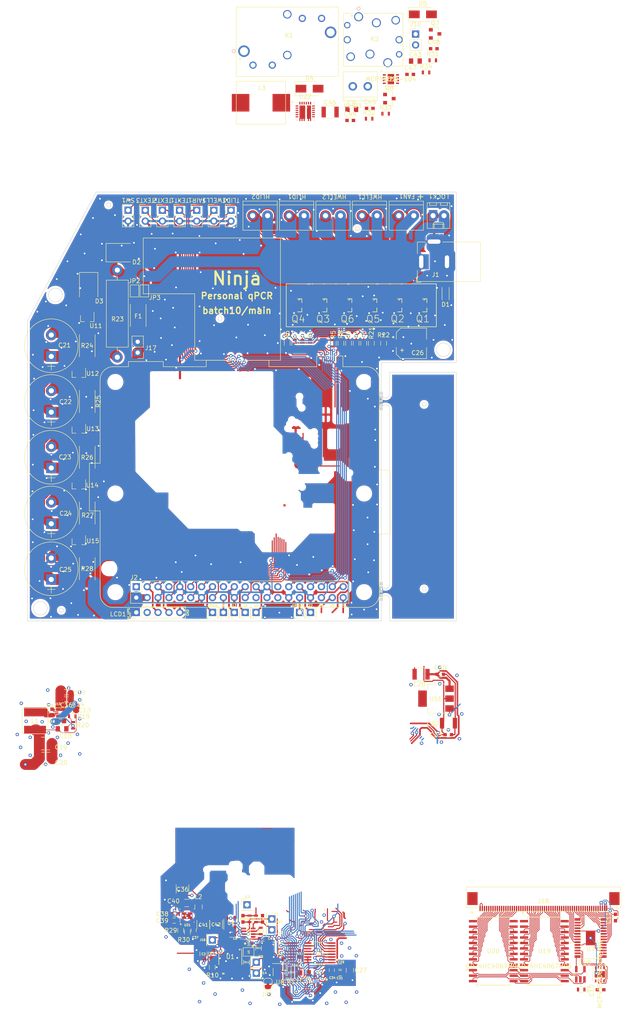
<source format=kicad_pcb>
(kicad_pcb (version 20171130) (host pcbnew "(5.1.6-0-10_14)")
  (layers (0 F.Cu signal) (31 B.Cu signal) (34 B.Paste user) (35 F.Paste user) (36 B.SilkS user) (37 F.SilkS user) (38 B.Mask user) (39 F.Mask user) (44 Edge.Cuts user))
  (net 0 "")
  (net 1 "Net-(C1-Pad1)")
  (net 2 GND)
  (net 3 "Net-(C2-Pad1)")
  (net 4 GNDA)
  (net 5 3V3D)
  (net 6 3V3A)
  (net 7 PD_MUX_OUT)
  (net 8 /Photo/GAIN_LARGE)
  (net 9 /Photo/GAIN_SMALL)
  (net 10 /Photo/AMP_OUT)
  (net 11 -1V)
  (net 12 5V_UPS)
  (net 13 /5V_UPS/SS)
  (net 14 12V_UPS)
  (net 15 "Net-(C22-Pad2)")
  (net 16 /5V_UPS/FB)
  (net 17 12V)
  (net 18 "Net-(D2-Pad1)")
  (net 19 "Net-(FAN1-Pad2)")
  (net 20 "Net-(HLID1-Pad2)")
  (net 21 "Net-(HLID2-Pad2)")
  (net 22 "Net-(HWELL1-Pad2)")
  (net 23 "Net-(HWELL2-Pad2)")
  (net 24 PD_TH2)
  (net 25 THERM_R_SWITCH)
  (net 26 MUX_SELECT)
  (net 27 /GPIO13)
  (net 28 /FAN)
  (net 29 MUX_S3)
  (net 30 /GPIO26)
  (net 31 /GPIO22)
  (net 32 /GPIO5)
  (net 33 DLOCK)
  (net 34 DOPEN)
  (net 35 /WELL_HEATER)
  (net 36 PD_TH1)
  (net 37 /GPIO12)
  (net 38 MUX_S2)
  (net 39 /LID_HEATER)
  (net 40 MUX_S1)
  (net 41 VIN_SENSE)
  (net 42 /GPIO14)
  (net 43 I2C_SCL)
  (net 44 MUX_S0)
  (net 45 /GPIO3)
  (net 46 I2C_SDA)
  (net 47 /Photo/PHOTO_OUT_P)
  (net 48 /Photo/PHOTO_OUT_N)
  (net 49 THERM_MUX_OUT)
  (net 50 N_LED_OUT8)
  (net 51 N_LED_OUT7)
  (net 52 N_LED_OUT6)
  (net 53 N_LED_OUT5)
  (net 54 N_LED_OUT4)
  (net 55 N_LED_OUT3)
  (net 56 N_LED_OUT2)
  (net 57 N_LED_OUT1)
  (net 58 S_LED_OUT1)
  (net 59 S_LED_OUT2)
  (net 60 S_LED_OUT3)
  (net 61 S_LED_OUT4)
  (net 62 S_LED_OUT5)
  (net 63 S_LED_OUT6)
  (net 64 S_LED_OUT7)
  (net 65 S_LED_OUT8)
  (net 66 "Net-(LOCK1-Pad1)")
  (net 67 "Net-(Q1-Pad1)")
  (net 68 "Net-(Q2-Pad1)")
  (net 69 "Net-(Q3-Pad1)")
  (net 70 "Net-(Q5-Pad1)")
  (net 71 "Net-(R11-Pad1)")
  (net 72 "Net-(R14-Pad1)")
  (net 73 /Photo/AMP_GAIN_SW)
  (net 74 "Net-(R16-Pad1)")
  (net 75 THERM_AIR)
  (net 76 THERM_EXT1)
  (net 77 THERM_EXT2)
  (net 78 THERM_EXT3)
  (net 79 THERM_LID)
  (net 80 THERM_WELL)
  (net 81 CLKIN)
  (net 82 /PhotoLED/LED_IREF)
  (net 83 "Net-(C13-Pad2)")
  (net 84 "Net-(C15-Pad2)")
  (net 85 "Net-(C15-Pad1)")
  (net 86 "Net-(C21-Pad1)")
  (net 87 "Net-(C21-Pad2)")
  (net 88 "Net-(C23-Pad2)")
  (net 89 "Net-(C24-Pad2)")
  (net 90 "Net-(C34-Pad1)")
  (net 91 "Net-(C37-Pad1)")
  (net 92 "Net-(C39-Pad1)")
  (net 93 "Net-(C40-Pad1)")
  (net 94 "Net-(C40-Pad2)")
  (net 95 /PhotoMUX/S_PD_OUT16)
  (net 96 /PhotoMUX/S_PD_OUT15)
  (net 97 /PhotoMUX/S_PD_OUT14)
  (net 98 /PhotoMUX/S_PD_OUT13)
  (net 99 /PhotoMUX/S_PD_OUT12)
  (net 100 /PhotoMUX/S_PD_OUT11)
  (net 101 /PhotoMUX/S_PD_OUT10)
  (net 102 /PhotoMUX/S_PD_OUT9)
  (net 103 /PhotoMUX/S_PD_OUT8)
  (net 104 /PhotoMUX/S_PD_OUT7)
  (net 105 /PhotoMUX/S_PD_OUT6)
  (net 106 /PhotoMUX/S_PD_OUT5)
  (net 107 /PhotoMUX/S_PD_OUT4)
  (net 108 /PhotoMUX/S_PD_OUT3)
  (net 109 /PhotoMUX/S_PD_OUT2)
  (net 110 /PhotoMUX/S_PD_OUT1)
  (net 111 /PhotoMUX/N_PD_OUT1)
  (net 112 /PhotoMUX/N_PD_OUT2)
  (net 113 /PhotoMUX/N_PD_OUT3)
  (net 114 /PhotoMUX/N_PD_OUT4)
  (net 115 /PhotoMUX/N_PD_OUT5)
  (net 116 /PhotoMUX/N_PD_OUT6)
  (net 117 /PhotoMUX/N_PD_OUT7)
  (net 118 /PhotoMUX/N_PD_OUT8)
  (net 119 /PhotoMUX/N_PD_OUT9)
  (net 120 /PhotoMUX/N_PD_OUT10)
  (net 121 /PhotoMUX/N_PD_OUT11)
  (net 122 /PhotoMUX/N_PD_OUT12)
  (net 123 /PhotoMUX/N_PD_OUT13)
  (net 124 /PhotoMUX/N_PD_OUT14)
  (net 125 /PhotoMUX/N_PD_OUT15)
  (net 126 /PhotoMUX/N_PD_OUT16)
  (net 127 "Net-(R17-Pad2)")
  (net 128 "Net-(R18-Pad2)")
  (net 129 "Net-(R29-Pad1)")
  (net 130 "Net-(R29-Pad2)")
  (net 131 /PhotoMUX/MUX_SELECT_INV)
  (net 132 PD_REF_PWM)
  (net 133 "Net-(C43-Pad1)")
  (net 134 "Net-(C44-Pad1)")
  (net 135 REG_LX)
  (net 136 REG_OUT)
  (net 137 /SheetPeltier/PEL1)
  (net 138 /SheetPeltier/PEL3)
  (net 139 /SheetPeltier/PEL_RED)
  (net 140 /SheetPeltier/PEL_BLK)
  (net 141 PEL_SWB)
  (net 142 PEL_SWA)
  (net 143 PEL_REG_EN)
  (net 144 /SheetPeltier/PEL2)
  (net 145 "Net-(Q7-Pad1)")
  (net 146 "Net-(Q8-Pad1)")
  (net 147 "Net-(R32-Pad2)")
  (net 148 REG_FB)
  (module Ninja-qPCR:PCA9955B (layer F.Cu) (at 211.323532 223.89 90)
    (fp_text reference U7 (at -2.59 0.01) (layer F.SilkS))
    (fp_text value PCA9955B hide)
    (pad 29 smd rect (at 0 0 90) (size 3.4 2.2) (layers F.Cu) (net 2 GND))
    (pad 14 smd rect (at 4.325 3.05 90) (size 0.6 1.35) (layers F.Cu F.Paste F.Mask) (net 61 S_LED_OUT4))
    (pad 15 smd rect (at 4.325 -3.05 90) (size 0.6 1.35) (layers F.Cu F.Paste F.Mask) (net 53 N_LED_OUT5))
    (pad 13 smd rect (at 3.575 3.05 90) (size 0.4 1.35) (layers F.Cu F.Paste F.Mask) (net 60 S_LED_OUT3))
    (pad 16 smd rect (at 3.575 -3.05 90) (size 0.4 1.35) (layers F.Cu F.Paste F.Mask) (net 52 N_LED_OUT6))
    (pad 12 smd rect (at 2.925 3.05 90) (size 0.4 1.35) (layers F.Cu F.Paste F.Mask) (net 59 S_LED_OUT2))
    (pad 17 smd rect (at 2.925 -3.05 90) (size 0.4 1.35) (layers F.Cu F.Paste F.Mask) (net 51 N_LED_OUT7))
    (pad 11 smd rect (at 2.275 3.05 90) (size 0.4 1.35) (layers F.Cu F.Paste F.Mask) (net 58 S_LED_OUT1))
    (pad 18 smd rect (at 2.275 -3.05 90) (size 0.4 1.35) (layers F.Cu F.Paste F.Mask) (net 50 N_LED_OUT8))
    (pad 10 smd rect (at 1.625 3.05 90) (size 0.4 1.35) (layers F.Cu F.Paste F.Mask) (net 2 GND))
    (pad 19 smd rect (at 1.625 -3.05 90) (size 0.4 1.35) (layers F.Cu F.Paste F.Mask) (net 2 GND))
    (pad 9 smd rect (at 0.975 3.05 90) (size 0.4 1.35) (layers F.Cu F.Paste F.Mask) (net 62 S_LED_OUT5))
    (pad 20 smd rect (at 0.975 -3.05 90) (size 0.4 1.35) (layers F.Cu F.Paste F.Mask) (net 54 N_LED_OUT4))
    (pad 8 smd rect (at 0.325 3.05 90) (size 0.4 1.35) (layers F.Cu F.Paste F.Mask) (net 63 S_LED_OUT6))
    (pad 21 smd rect (at 0.325 -3.05 90) (size 0.4 1.35) (layers F.Cu F.Paste F.Mask) (net 55 N_LED_OUT3))
    (pad 7 smd rect (at -0.325 3.05 90) (size 0.4 1.35) (layers F.Cu F.Paste F.Mask) (net 64 S_LED_OUT7))
    (pad 22 smd rect (at -0.325 -3.05 90) (size 0.4 1.35) (layers F.Cu F.Paste F.Mask) (net 56 N_LED_OUT2))
    (pad 6 smd rect (at -0.975 3.05 90) (size 0.4 1.35) (layers F.Cu F.Paste F.Mask) (net 65 S_LED_OUT8))
    (pad 23 smd rect (at -0.975 -3.05 90) (size 0.4 1.35) (layers F.Cu F.Paste F.Mask) (net 57 N_LED_OUT1))
    (pad 5 smd rect (at -1.625 3.05 90) (size 0.4 1.35) (layers F.Cu F.Paste F.Mask) (net 132 PD_REF_PWM))
    (pad 24 smd rect (at -1.625 -3.05 90) (size 0.4 1.35) (layers F.Cu F.Paste F.Mask) (net 2 GND))
    (pad 4 smd rect (at -2.275 3.05 90) (size 0.4 1.35) (layers F.Cu F.Paste F.Mask) (net 2 GND))
    (pad 25 smd rect (at -2.275 -3.05 90) (size 0.4 1.35) (layers F.Cu F.Paste F.Mask) (net 74 "Net-(R16-Pad1)"))
    (pad 3 smd rect (at -2.925 3.05 90) (size 0.4 1.35) (layers F.Cu F.Paste F.Mask) (net 2 GND))
    (pad 26 smd rect (at -2.925 -3.05 90) (size 0.4 1.35) (layers F.Cu F.Paste F.Mask) (net 43 I2C_SCL))
    (pad 2 smd rect (at -3.575 3.05 90) (size 0.4 1.35) (layers F.Cu F.Paste F.Mask) (net 5 3V3D))
    (pad 27 smd rect (at -3.575 -3.05 90) (size 0.4 1.35) (layers F.Cu F.Paste F.Mask) (net 46 I2C_SDA))
    (pad 1 smd rect (at -4.325 3.05 90) (size 0.6 1.35) (layers F.Cu F.Paste F.Mask) (net 82 /PhotoLED/LED_IREF))
    (pad 28 smd rect (at -4.325 -3.05 90) (size 0.6 1.35) (layers F.Cu F.Paste F.Mask) (net 5 3V3D))
  )
  (module Resistors_SMD:R_2512 (layer F.Cu) (at 93.936 85.82 270)
    (fp_text reference R24 (at -0.01 0.026 180) (layer F.SilkS))
    (fp_text value 1k2W)
    (pad 1 smd rect (at -3.1 0 270) (size 1 3.2) (layers F.Cu F.Paste F.Mask) (net 87 "Net-(C21-Pad2)"))
    (pad 2 smd rect (at 3.1 0 270) (size 1 3.2) (layers F.Cu F.Paste F.Mask) (net 86 "Net-(C21-Pad1)"))
  )
  (module TO_SOT_Packages_SMD:SOT-23 (layer F.Cu) (at 91.976 92.45 270)
    (fp_text reference U12 (at -0.14 -3.214 180) (layer F.SilkS))
    (fp_text value TL431DBZ)
    (pad 1 smd rect (at -1 -0.95 270) (size 0.9 0.8) (layers F.Cu F.Paste F.Mask) (net 87 "Net-(C21-Pad2)"))
    (pad 2 smd rect (at -1 0.95 270) (size 0.9 0.8) (layers F.Cu F.Paste F.Mask) (net 87 "Net-(C21-Pad2)"))
    (pad 3 smd rect (at 1 0 270) (size 0.9 0.8) (layers F.Cu F.Paste F.Mask) (net 15 "Net-(C22-Pad2)"))
  )
  (module Capacitors_SMD:C_0603 (layer F.Cu) (at 118.76 222.11 270)
    (fp_text reference C37 (at 1.68 -0.38 180) (layer F.SilkS) (effects (font (size 0.508 0.508) (thickness 0.127))))
    (fp_text value 1uF)
    (pad 1 smd rect (at -0.75 0 270) (size 0.8 0.75) (layers F.Cu F.Paste F.Mask) (net 91 "Net-(C37-Pad1)"))
    (pad 2 smd rect (at 0.75 0 270) (size 0.8 0.75) (layers F.Cu F.Paste F.Mask) (net 2 GND))
  )
  (module Capacitors_SMD:C_0603 (layer F.Cu) (at 114.39 218.22 180)
    (fp_text reference C38 (at 2.94 -0.09) (layer F.SilkS))
    (fp_text value 1uF)
    (pad 2 smd rect (at 0.75 0 180) (size 0.8 0.75) (layers F.Cu F.Paste F.Mask) (net 2 GND))
    (pad 1 smd rect (at -0.75 0 180) (size 0.8 0.75) (layers F.Cu F.Paste F.Mask) (net 5 3V3D))
  )
  (module Capacitors_SMD:C_1210 (layer F.Cu) (at 120.99 220.76 270)
    (fp_text reference C41 (at 0.08 -0.03 180) (layer F.SilkS) (effects (font (size 0.762 0.762))))
    (fp_text value 22uF)
    (pad 1 smd rect (at -1.5 0 270) (size 1 2.5) (layers F.Cu F.Paste F.Mask) (net 11 -1V))
    (pad 2 smd rect (at 1.5 0 270) (size 1 2.5) (layers F.Cu F.Paste F.Mask) (net 2 GND))
  )
  (module Capacitors_SMD:C_0805 (layer F.Cu) (at 117.13 215.74)
    (fp_text reference C40 (at -3.09 -0.45) (layer F.SilkS))
    (fp_text value 10uF)
    (pad 2 smd rect (at 1 0) (size 1 1.25) (layers F.Cu F.Paste F.Mask) (net 94 "Net-(C40-Pad2)"))
    (pad 1 smd rect (at -1 0) (size 1 1.25) (layers F.Cu F.Paste F.Mask) (net 93 "Net-(C40-Pad1)"))
  )
  (module Capacitors_SMD:C_0603 (layer F.Cu) (at 114.22 219.84 180)
    (fp_text reference C39 (at 2.79 -0.03) (layer F.SilkS))
    (fp_text value 1uF)
    (pad 1 smd rect (at -0.75 0 180) (size 0.8 0.75) (layers F.Cu F.Paste F.Mask) (net 92 "Net-(C39-Pad1)"))
    (pad 2 smd rect (at 0.75 0 180) (size 0.8 0.75) (layers F.Cu F.Paste F.Mask) (net 2 GND))
  )
  (module Capacitors_SMD:C_1210 (layer F.Cu) (at 124 220.72 270)
    (fp_text reference C42 (at 0.04 0.03 180) (layer F.SilkS) (effects (font (size 0.762 0.762))))
    (fp_text value 22uF)
    (pad 2 smd rect (at 1.5 0 270) (size 1 2.5) (layers F.Cu F.Paste F.Mask) (net 2 GND))
    (pad 1 smd rect (at -1.5 0 270) (size 1 2.5) (layers F.Cu F.Paste F.Mask) (net 11 -1V))
  )
  (module Capacitors_SMD:C_0805 (layer F.Cu) (at 119.89 216.63 270)
    (fp_text reference L2 (at -2.32 0.02 180) (layer F.SilkS))
    (fp_text value 2.2uH)
    (pad 1 smd rect (at -1 0 270) (size 1 1.25) (layers F.Cu F.Paste F.Mask) (net 94 "Net-(C40-Pad2)"))
    (pad 2 smd rect (at 1 0 270) (size 1 1.25) (layers F.Cu F.Paste F.Mask) (net 11 -1V))
  )
  (module Diodes_SMD:D_SMB (layer F.Cu) (at 101.87 64.13)
    (fp_text reference D2 (at 3.55 2.21) (layer F.SilkS))
    (fp_text value D)
    (pad 2 smd rect (at 2.15 0) (size 2.5 2.3) (layers F.Cu F.Paste F.Mask) (net 17 12V))
    (pad 1 smd rect (at -2.15 0) (size 2.5 2.3) (layers F.Cu F.Paste F.Mask) (net 18 "Net-(D2-Pad1)"))
  )
  (module Diodes_SMD:D_SMB (layer F.Cu) (at 94.27 72.29 270)
    (fp_text reference D3 (at 3.15 -2.45 180) (layer F.SilkS))
    (fp_text value D)
    (pad 1 smd rect (at -2.15 0 270) (size 2.5 2.3) (layers F.Cu F.Paste F.Mask) (net 18 "Net-(D2-Pad1)"))
    (pad 2 smd rect (at 2.15 0 270) (size 2.5 2.3) (layers F.Cu F.Paste F.Mask) (net 86 "Net-(C21-Pad1)"))
  )
  (module Ninja-qPCR:BD9D323QWZ-E2 (layer F.Cu) (at 87.78 171.4)
    (fp_text reference U10 (at -0.76 -2.08 180) (layer F.SilkS) (effects (font (size 0.508 0.508) (thickness 0.127))))
    (fp_text value BD9D323QWZ-E2 hide)
    (fp_text user * (at -1.44 -1.09) (layer F.SilkS))
    (pad 1 smd rect (at -0.775 -0.599999) (size 0.4572 0.2) (layers F.Cu F.Paste F.Mask) (net 14 12V_UPS))
    (pad 2 smd rect (at -0.775 -0.2) (size 0.4572 0.2) (layers F.Cu F.Paste F.Mask) (net 84 "Net-(C15-Pad2)"))
    (pad 3 smd rect (at -0.775 0.2) (size 0.4572 0.2) (layers F.Cu F.Paste F.Mask) (net 85 "Net-(C15-Pad1)"))
    (pad 4 smd rect (at -0.775 0.599999) (size 0.4572 0.2) (layers F.Cu F.Paste F.Mask) (net 2 GND))
    (pad 5 smd rect (at 0.775 0.599999) (size 0.4572 0.2) (layers F.Cu F.Paste F.Mask) (net 13 /5V_UPS/SS))
    (pad 6 smd rect (at 0.775 0.2) (size 0.4572 0.2) (layers F.Cu F.Paste F.Mask) (net 16 /5V_UPS/FB))
    (pad 7 smd rect (at 0.775 -0.2) (size 0.4572 0.2) (layers F.Cu F.Paste F.Mask) (net 83 "Net-(C13-Pad2)"))
    (pad 8 smd rect (at 0.775 -0.599999) (size 0.4572 0.2) (layers F.Cu F.Paste F.Mask) (net 14 12V_UPS))
    (pad 9 smd rect (at 0 0.648) (size 0.6782 0.7112) (layers F.Cu F.Paste F.Mask) (net 2 GND))
  )
  (module Ninja-qPCR:TPS63710DRRR (layer F.Cu) (at 117.22 218.68 90)
    (fp_text reference U21 (at -2.19 0.07 180) (layer F.SilkS) (effects (font (size 0.508 0.508) (thickness 0.127))))
    (fp_text value TPS63710DRRR hide)
    (fp_text user * (at 0 0 90) (layer F.SilkS))
    (pad 1 smd rect (at -1.45 -1.25 90) (size 0.499999 0.249999) (layers F.Cu F.Paste F.Mask) (net 92 "Net-(C39-Pad1)"))
    (pad 2 smd rect (at -1.45 -0.750001 90) (size 0.499999 0.249999) (layers F.Cu F.Paste F.Mask) (net 5 3V3D))
    (pad 3 smd rect (at -1.45 -0.25 90) (size 0.499999 0.249999) (layers F.Cu F.Paste F.Mask))
    (pad 4 smd rect (at -1.45 0.25 90) (size 0.499999 0.249999) (layers F.Cu F.Paste F.Mask) (net 129 "Net-(R29-Pad1)"))
    (pad 5 smd rect (at -1.45 0.750001 90) (size 0.499999 0.249999) (layers F.Cu F.Paste F.Mask) (net 130 "Net-(R29-Pad2)"))
    (pad 6 smd rect (at -1.45 1.25 90) (size 0.499999 0.249999) (layers F.Cu F.Paste F.Mask) (net 91 "Net-(C37-Pad1)"))
    (pad 7 smd rect (at 1.45 1.25 90) (size 0.499999 0.249999) (layers F.Cu F.Paste F.Mask) (net 11 -1V))
    (pad 8 smd rect (at 1.45 0.750001 90) (size 0.499999 0.249999) (layers F.Cu F.Paste F.Mask) (net 94 "Net-(C40-Pad2)"))
    (pad 9 smd rect (at 1.45 0.25 90) (size 0.499999 0.249999) (layers F.Cu F.Paste F.Mask) (net 2 GND))
    (pad 10 smd rect (at 1.45 -0.25 90) (size 0.499999 0.249999) (layers F.Cu F.Paste F.Mask) (net 2 GND))
    (pad 11 smd rect (at 1.45 -0.750001 90) (size 0.499999 0.249999) (layers F.Cu F.Paste F.Mask) (net 93 "Net-(C40-Pad1)"))
    (pad 12 smd rect (at 1.45 -1.25 90) (size 0.499999 0.249999) (layers F.Cu F.Paste F.Mask) (net 5 3V3D))
    (pad 13 smd rect (at 0 0 90) (size 1.5 2.5) (layers F.Cu F.Paste F.Mask) (net 2 GND))
    (pad V thru_hole circle (at 0 -1.000001 90) (size 0.6 0.6) (drill 0.4) (layers *.Cu *.Mask))
    (pad V thru_hole circle (at 0.6 0 90) (size 0.6 0.6) (drill 0.4) (layers *.Cu *.Mask))
    (pad V thru_hole circle (at 0 1.000001 90) (size 0.6 0.6) (drill 0.4) (layers *.Cu *.Mask))
    (pad V thru_hole circle (at -0.499999 0 90) (size 0.6 0.6) (drill 0.4) (layers *.Cu *.Mask))
  )
  (module Capacitors_SMD:C_0603 (layer F.Cu) (at 85.71 171.3 90)
    (fp_text reference C15 (at 1.58 -0.48) (layer F.SilkS) (effects (font (size 0.508 0.508) (thickness 0.127))))
    (fp_text value 0.1uF)
    (pad 1 smd rect (at -0.75 0 90) (size 0.8 0.75) (layers F.Cu F.Paste F.Mask) (net 85 "Net-(C15-Pad1)"))
    (pad 2 smd rect (at 0.75 0 90) (size 0.8 0.75) (layers F.Cu F.Paste F.Mask) (net 84 "Net-(C15-Pad2)"))
  )
  (module Capacitors_SMD:C_0805 (layer F.Cu) (at 88.06 175.13 180)
    (fp_text reference C18 (at -0.82 -1.68) (layer F.SilkS))
    (fp_text value DNP)
    (pad 1 smd rect (at -1 0 180) (size 1 1.25) (layers F.Cu F.Paste F.Mask) (net 16 /5V_UPS/FB))
    (pad 2 smd rect (at 1 0 180) (size 1 1.25) (layers F.Cu F.Paste F.Mask) (net 12 5V_UPS))
  )
  (module Capacitors_SMD:C_1210 (layer F.Cu) (at 84.21 178.56 180)
    (fp_text reference C19 (at -3.6 -0.87) (layer F.SilkS))
    (fp_text value 22uF)
    (pad 2 smd rect (at 1.5 0 180) (size 1 2.5) (layers F.Cu F.Paste F.Mask) (net 12 5V_UPS))
    (pad 1 smd rect (at -1.5 0 180) (size 1 2.5) (layers F.Cu F.Paste F.Mask) (net 2 GND))
  )
  (module Capacitors_SMD:C_0603 (layer F.Cu) (at 87.69 173.45)
    (fp_text reference C12 (at -2.03 -0.03 180) (layer F.SilkS) (effects (font (size 0.508 0.508) (thickness 0.127))))
    (fp_text value 1000pF)
    (pad 2 smd rect (at 0.75 0) (size 0.8 0.75) (layers F.Cu F.Paste F.Mask) (net 13 /5V_UPS/SS))
    (pad 1 smd rect (at -0.75 0) (size 0.8 0.75) (layers F.Cu F.Paste F.Mask) (net 2 GND))
  )
  (module Pin_Headers:Pin_Header_Straight_1x05_Pitch2.54mm (layer F.Cu) (at 105.37 148 90)
    (fp_text reference LCD1 (at -0.39 -4.24 180) (layer F.SilkS))
    (fp_text value RPI_LCD_TOUCH_7INCH)
    (pad 1 thru_hole rect (at 0 0 90) (size 1.7 1.7) (drill 1) (layers *.Cu *.Mask) (net 12 5V_UPS))
    (pad 2 thru_hole oval (at 0 2.54 90) (size 1.7 1.7) (drill 1) (layers *.Cu *.Mask))
    (pad 3 thru_hole oval (at 0 5.08 90) (size 1.7 1.7) (drill 1) (layers *.Cu *.Mask) (net 46 I2C_SDA))
    (pad 4 thru_hole oval (at 0 7.62 90) (size 1.7 1.7) (drill 1) (layers *.Cu *.Mask) (net 43 I2C_SCL))
    (pad 5 thru_hole oval (at 0 10.16 90) (size 1.7 1.7) (drill 1) (layers *.Cu *.Mask) (net 2 GND))
  )
  (module TO_SOT_Packages_SMD:SOT-23 (layer F.Cu) (at 91.976 105.45 270)
    (fp_text reference U13 (at -0.26 -3.214 180) (layer F.SilkS))
    (fp_text value TL431DBZ)
    (pad 3 smd rect (at 1 0 270) (size 0.9 0.8) (layers F.Cu F.Paste F.Mask) (net 88 "Net-(C23-Pad2)"))
    (pad 2 smd rect (at -1 0.95 270) (size 0.9 0.8) (layers F.Cu F.Paste F.Mask) (net 15 "Net-(C22-Pad2)"))
    (pad 1 smd rect (at -1 -0.95 270) (size 0.9 0.8) (layers F.Cu F.Paste F.Mask) (net 15 "Net-(C22-Pad2)"))
  )
  (module TO_SOT_Packages_SMD:SOT-23 (layer F.Cu) (at 93.936 79.45 270)
    (fp_text reference U11 (at 1.74 -2.014 180) (layer F.SilkS))
    (fp_text value TL431DBZ)
    (pad 3 smd rect (at 1 0 270) (size 0.9 0.8) (layers F.Cu F.Paste F.Mask) (net 87 "Net-(C21-Pad2)"))
    (pad 2 smd rect (at -1 0.95 270) (size 0.9 0.8) (layers F.Cu F.Paste F.Mask) (net 86 "Net-(C21-Pad1)"))
    (pad 1 smd rect (at -1 -0.95 270) (size 0.9 0.8) (layers F.Cu F.Paste F.Mask) (net 86 "Net-(C21-Pad1)"))
  )
  (module TO_SOT_Packages_SMD:SOT-23 (layer F.Cu) (at 91.976 131.45 270)
    (fp_text reference U15 (at -0.12 -3.274 180) (layer F.SilkS))
    (fp_text value TL431DBZ)
    (pad 3 smd rect (at 1 0 270) (size 0.9 0.8) (layers F.Cu F.Paste F.Mask) (net 2 GND))
    (pad 2 smd rect (at -1 0.95 270) (size 0.9 0.8) (layers F.Cu F.Paste F.Mask) (net 89 "Net-(C24-Pad2)"))
    (pad 1 smd rect (at -1 -0.95 270) (size 0.9 0.8) (layers F.Cu F.Paste F.Mask) (net 89 "Net-(C24-Pad2)"))
  )
  (module TO_SOT_Packages_SMD:SOT-23 (layer F.Cu) (at 91.976 118.45 270)
    (fp_text reference U14 (at -0.1 -3.124 180) (layer F.SilkS))
    (fp_text value TL431DBZ)
    (pad 1 smd rect (at -1 -0.95 270) (size 0.9 0.8) (layers F.Cu F.Paste F.Mask) (net 88 "Net-(C23-Pad2)"))
    (pad 2 smd rect (at -1 0.95 270) (size 0.9 0.8) (layers F.Cu F.Paste F.Mask) (net 88 "Net-(C23-Pad2)"))
    (pad 3 smd rect (at 1 0 270) (size 0.9 0.8) (layers F.Cu F.Paste F.Mask) (net 89 "Net-(C24-Pad2)"))
  )
  (module Capacitors_SMD:C_1210 (layer F.Cu) (at 116.15 212.45 90)
    (fp_text reference C36 (at -0.12 -0.01 180) (layer F.SilkS))
    (fp_text value 22uF)
    (pad 2 smd rect (at 1.5 0 90) (size 1 2.5) (layers F.Cu F.Paste F.Mask) (net 2 GND))
    (pad 1 smd rect (at -1.5 0 90) (size 1 2.5) (layers F.Cu F.Paste F.Mask) (net 5 3V3D))
  )
  (module Resistors_SMD:R_2512 (layer F.Cu) (at 93.936 98.82 270)
    (fp_text reference R25 (at 0 -2.6 90) (layer F.SilkS))
    (fp_text value 1k2W)
    (pad 2 smd rect (at 3.1 0 270) (size 1 3.2) (layers F.Cu F.Paste F.Mask) (net 87 "Net-(C21-Pad2)"))
    (pad 1 smd rect (at -3.1 0 270) (size 1 3.2) (layers F.Cu F.Paste F.Mask) (net 15 "Net-(C22-Pad2)"))
  )
  (module Resistors_SMD:R_0603 (layer F.Cu) (at 90.45 172.21 180)
    (fp_text reference R19 (at -2.62 -0.06) (layer F.SilkS))
    (fp_text value 56k)
    (pad 1 smd rect (at -0.75 0 180) (size 0.5 0.9) (layers F.Cu F.Paste F.Mask) (net 12 5V_UPS))
    (pad 2 smd rect (at 0.75 0 180) (size 0.5 0.9) (layers F.Cu F.Paste F.Mask) (net 16 /5V_UPS/FB))
  )
  (module Resistors_SMD:R_0603 (layer F.Cu) (at 90.64 174.3 270)
    (fp_text reference R20 (at -0.01 -2.25 180) (layer F.SilkS))
    (fp_text value 10k)
    (pad 1 smd rect (at -0.75 0 270) (size 0.5 0.9) (layers F.Cu F.Paste F.Mask) (net 16 /5V_UPS/FB))
    (pad 2 smd rect (at 0.75 0 270) (size 0.5 0.9) (layers F.Cu F.Paste F.Mask) (net 2 GND))
  )
  (module Resistors_SMD:R_0603 (layer F.Cu) (at 115.73 222.11 270)
    (fp_text reference R29 (at 0.03 2.29 180) (layer F.SilkS))
    (fp_text value 39k)
    (pad 1 smd rect (at -0.75 0 270) (size 0.5 0.9) (layers F.Cu F.Paste F.Mask) (net 129 "Net-(R29-Pad1)"))
    (pad 2 smd rect (at 0.75 0 270) (size 0.5 0.9) (layers F.Cu F.Paste F.Mask) (net 130 "Net-(R29-Pad2)"))
  )
  (module Resistors_SMD:R_2512 (layer F.Cu) (at 93.936 137.82 270)
    (fp_text reference R28 (at -0.01 0.026 180) (layer F.SilkS))
    (fp_text value 1k2W)
    (pad 1 smd rect (at -3.1 0 270) (size 1 3.2) (layers F.Cu F.Paste F.Mask) (net 2 GND))
    (pad 2 smd rect (at 3.1 0 270) (size 1 3.2) (layers F.Cu F.Paste F.Mask) (net 89 "Net-(C24-Pad2)"))
  )
  (module Resistors_SMD:R_2512 (layer F.Cu) (at 93.936 124.82 270)
    (fp_text reference R27 (at 0.53 -0.104 180) (layer F.SilkS))
    (fp_text value 1k2W)
    (pad 2 smd rect (at 3.1 0 270) (size 1 3.2) (layers F.Cu F.Paste F.Mask) (net 88 "Net-(C23-Pad2)"))
    (pad 1 smd rect (at -3.1 0 270) (size 1 3.2) (layers F.Cu F.Paste F.Mask) (net 89 "Net-(C24-Pad2)"))
  )
  (module Resistors_SMD:R_2512 (layer F.Cu) (at 93.936 111.82 270)
    (fp_text reference R26 (at 0.05 0.016 180) (layer F.SilkS))
    (fp_text value 1k2W)
    (pad 1 smd rect (at -3.1 0 270) (size 1 3.2) (layers F.Cu F.Paste F.Mask) (net 88 "Net-(C23-Pad2)"))
    (pad 2 smd rect (at 3.1 0 270) (size 1 3.2) (layers F.Cu F.Paste F.Mask) (net 15 "Net-(C22-Pad2)"))
  )
  (module Resistors_SMD:R_0603 (layer F.Cu) (at 117.29 222.51 270)
    (fp_text reference R30 (at 1.8 0.83 180) (layer F.SilkS))
    (fp_text value 150k)
    (pad 2 smd rect (at 0.75 0 270) (size 0.5 0.9) (layers F.Cu F.Paste F.Mask) (net 2 GND))
    (pad 1 smd rect (at -0.75 0 270) (size 0.5 0.9) (layers F.Cu F.Paste F.Mask) (net 130 "Net-(R29-Pad2)"))
  )
  (module Resistors_ThroughHole:R_Axial_DIN0516_L15.5mm_D5.0mm_P20.32mm_Horizontal (layer F.Cu) (at 100.95 88.51 90)
    (fp_text reference R23 (at 8.89 0.06 180) (layer F.SilkS))
    (fp_text value "8.2Ω 3W")
    (pad 1 thru_hole circle (at 0 0 90) (size 2.4 2.4) (drill 1.2) (layers *.Cu *.Mask) (net 86 "Net-(C21-Pad1)"))
    (pad 2 thru_hole oval (at 20.32 0 90) (size 2.4 2.4) (drill 1.2) (layers *.Cu *.Mask) (net 18 "Net-(D2-Pad1)"))
  )
  (module Resistors_SMD:R_2512 (layer F.Cu) (at 105.82 78.76 270)
    (fp_text reference F1 (at 0.18 -0.01 180) (layer F.SilkS))
    (fp_text value Fuse)
    (pad 2 smd rect (at 3.1 0 270) (size 1 3.2) (layers F.Cu F.Paste F.Mask) (net 18 "Net-(D2-Pad1)"))
    (pad 1 smd rect (at -3.1 0 270) (size 1 3.2) (layers F.Cu F.Paste F.Mask) (net 14 12V_UPS))
  )
  (module Jumper:SolderJumper-2_P1.3mm_Open_TrianglePad1.0x1.5mm (layer F.Cu) (at 104.96 73.05 270)
    (fp_text reference JP2 (at -2.33 0.03) (layer F.SilkS))
    (fp_text value Jumper)
    (pad 1 smd custom (at -0.725 0 270) (size 0.3 0.3) (layers F.Cu F.Mask) (net 18 "Net-(D2-Pad1)") (options (clearance outline) (anchor rect)) (primitives (gr_poly (pts (xy -0.5 -0.75) (xy 0.5 -0.75) (xy 1 0) (xy 0.5 0.75) (xy -0.5 0.75)) (width 0))))
    (pad 2 smd custom (at 0.725 0 270) (size 0.3 0.3) (layers F.Cu F.Mask) (net 14 12V_UPS) (options (clearance outline) (anchor rect)) (primitives (gr_poly (pts (xy -0.65 -0.75) (xy 0.5 -0.75) (xy 0.5 0.75) (xy -0.65 0.75) (xy -0.15 0)) (width 0))))
  )
  (module Jumper:SolderJumper-2_P1.3mm_Open_TrianglePad1.0x1.5mm (layer F.Cu) (at 107.25 73.05 270)
    (fp_text reference JP3 (at 1.57 -2.45 180) (layer F.SilkS))
    (fp_text value Jumper)
    (pad 2 smd custom (at 0.725 0 270) (size 0.3 0.3) (layers F.Cu F.Mask) (net 14 12V_UPS) (options (clearance outline) (anchor rect)) (primitives (gr_poly (pts (xy -0.65 -0.75) (xy 0.5 -0.75) (xy 0.5 0.75) (xy -0.65 0.75) (xy -0.15 0)) (width 0))))
    (pad 1 smd custom (at -0.725 0 270) (size 0.3 0.3) (layers F.Cu F.Mask) (net 17 12V) (options (clearance outline) (anchor rect)) (primitives (gr_poly (pts (xy -0.5 -0.75) (xy 0.5 -0.75) (xy 1 0) (xy 0.5 0.75) (xy -0.5 0.75)) (width 0))))
  )
  (module Pin_Headers:Pin_Header_Straight_1x01_Pitch2.54mm (layer F.Cu) (at 123.1 224.35 270)
    (fp_text reference J16 (at -0.03 2.25) (layer F.SilkS) (effects (font (size 0.508 0.508) (thickness 0.127))))
    (fp_text value Conn_01x01_Male)
    (pad 1 thru_hole rect (at 0 0 270) (size 1.7 1.7) (drill 1) (layers *.Cu *.Mask) (net 10 /Photo/AMP_OUT))
  )
  (module Pin_Headers:Pin_Header_Straight_1x02_Pitch2.54mm (layer F.Cu) (at 105.7 87.44 180)
    (fp_text reference J17 (at -3.05 1.09) (layer F.SilkS))
    (fp_text value Conn_01x02_Male)
    (pad 1 thru_hole rect (at 0 0 180) (size 1.7 1.7) (drill 1) (layers *.Cu *.Mask) (net 14 12V_UPS))
    (pad 2 thru_hole oval (at 0 2.54 180) (size 1.7 1.7) (drill 1) (layers *.Cu *.Mask) (net 2 GND))
  )
  (module Resistors_SMD:R_0603 (layer F.Cu) (at 123.09 230.72 270)
    (fp_text reference R10 (at 1.85 -0.07 180) (layer F.SilkS))
    (fp_text value 10k)
    (pad 2 smd rect (at 0.75 0 270) (size 0.5 0.9) (layers F.Cu F.Paste F.Mask) (net 5 3V3D))
    (pad 1 smd rect (at -0.75 0 270) (size 0.5 0.9) (layers F.Cu F.Paste F.Mask) (net 1 "Net-(C1-Pad1)"))
  )
  (module Capacitors_SMD:C_0805 (layer F.Cu) (at 121.07 227.61 90)
    (fp_text reference C2 (at -0.03 0) (layer F.SilkS) (effects (font (size 0.508 0.508) (thickness 0.127))))
    (fp_text value 4.7uF)
    (pad 2 smd rect (at 1 0 90) (size 1 1.25) (layers F.Cu F.Paste F.Mask) (net 4 GNDA))
    (pad 1 smd rect (at -1 0 90) (size 1 1.25) (layers F.Cu F.Paste F.Mask) (net 3 "Net-(C2-Pad1)"))
  )
  (module Pin_Headers:Pin_Header_Straight_1x02_Pitch2.54mm (layer F.Cu) (at 103.4655 54.23)
    (fp_text reference SW1 (at 0 -2.33 180 unlocked) (layer F.SilkS))
    (fp_text value SW_Reed)
    (pad 2 thru_hole oval (at 0 2.54) (size 1.7 1.7) (drill 1) (layers *.Cu *.Mask) (net 2 GND))
    (pad 1 thru_hole rect (at 0 0) (size 1.7 1.7) (drill 1) (layers *.Cu *.Mask) (net 34 DOPEN))
  )
  (module Pin_Headers:Pin_Header_Straight_1x02_Pitch2.54mm (layer F.Cu) (at 119.4655 54.23)
    (fp_text reference TAIR1 (at 0 -2.33 180 unlocked) (layer F.SilkS))
    (fp_text value Conn_01x02_Male)
    (pad 1 thru_hole rect (at 0 0) (size 1.7 1.7) (drill 1) (layers *.Cu *.Mask) (net 75 THERM_AIR))
    (pad 2 thru_hole oval (at 0 2.54) (size 1.7 1.7) (drill 1) (layers *.Cu *.Mask) (net 4 GNDA))
  )
  (module Pin_Headers:Pin_Header_Straight_1x02_Pitch2.54mm (layer F.Cu) (at 115.4655 54.23)
    (fp_text reference TEXT1 (at 0 -2.33 180 unlocked) (layer F.SilkS))
    (fp_text value Conn_01x02_Male)
    (pad 1 thru_hole rect (at 0 0) (size 1.7 1.7) (drill 1) (layers *.Cu *.Mask) (net 76 THERM_EXT1))
    (pad 2 thru_hole oval (at 0 2.54) (size 1.7 1.7) (drill 1) (layers *.Cu *.Mask) (net 4 GNDA))
  )
  (module Pin_Headers:Pin_Header_Straight_1x02_Pitch2.54mm (layer F.Cu) (at 111.4655 54.23)
    (fp_text reference TEXT2 (at 0 -2.33 180 unlocked) (layer F.SilkS))
    (fp_text value Conn_01x02_Male)
    (pad 2 thru_hole oval (at 0 2.54) (size 1.7 1.7) (drill 1) (layers *.Cu *.Mask) (net 4 GNDA))
    (pad 1 thru_hole rect (at 0 0) (size 1.7 1.7) (drill 1) (layers *.Cu *.Mask) (net 77 THERM_EXT2))
  )
  (module Pin_Headers:Pin_Header_Straight_1x02_Pitch2.54mm (layer F.Cu) (at 107.4655 54.23)
    (fp_text reference TEXT3 (at 0 -2.33 180 unlocked) (layer F.SilkS))
    (fp_text value Conn_01x02_Male)
    (pad 2 thru_hole oval (at 0 2.54) (size 1.7 1.7) (drill 1) (layers *.Cu *.Mask) (net 4 GNDA))
    (pad 1 thru_hole rect (at 0 0) (size 1.7 1.7) (drill 1) (layers *.Cu *.Mask) (net 78 THERM_EXT3))
  )
  (module Ninja-qPCR:CP_Radial_D12.5mm_P5.00mm (layer F.Cu) (at 85.546 88.32 90)
    (fp_text reference C21 (at 2.61 3.084 180) (layer F.SilkS))
    (fp_text value 10F2.7V hide)
    (pad 1 thru_hole rect (at 0 0 90) (size 2.4 2.4) (drill 1.2) (layers *.Cu *.Mask) (net 86 "Net-(C21-Pad1)"))
    (pad 2 thru_hole circle (at 5 0 90) (size 2.4 2.4) (drill 1.2) (layers *.Cu *.Mask) (net 87 "Net-(C21-Pad2)"))
  )
  (module Ninja-qPCR:CP_Radial_D12.5mm_P5.00mm (layer F.Cu) (at 85.546 101.32 90)
    (fp_text reference C22 (at 2.42 3.324 180) (layer F.SilkS))
    (fp_text value 10F2.7V hide)
    (pad 2 thru_hole circle (at 5 0 90) (size 2.4 2.4) (drill 1.2) (layers *.Cu *.Mask) (net 15 "Net-(C22-Pad2)"))
    (pad 1 thru_hole rect (at 0 0 90) (size 2.4 2.4) (drill 1.2) (layers *.Cu *.Mask) (net 87 "Net-(C21-Pad2)"))
  )
  (module Ninja-qPCR:CP_Radial_D12.5mm_P5.00mm (layer F.Cu) (at 85.546 114.32 90)
    (fp_text reference C23 (at 2.54 3.224 180) (layer F.SilkS))
    (fp_text value 10F2.7V hide)
    (pad 1 thru_hole rect (at 0 0 90) (size 2.4 2.4) (drill 1.2) (layers *.Cu *.Mask) (net 15 "Net-(C22-Pad2)"))
    (pad 2 thru_hole circle (at 5 0 90) (size 2.4 2.4) (drill 1.2) (layers *.Cu *.Mask) (net 88 "Net-(C23-Pad2)"))
  )
  (module Ninja-qPCR:CP_Radial_D12.5mm_P5.00mm (layer F.Cu) (at 85.546 127.32 90)
    (fp_text reference C24 (at 2.4 3.354 180) (layer F.SilkS))
    (fp_text value 10F2.7V hide)
    (pad 1 thru_hole rect (at 0 0 90) (size 2.4 2.4) (drill 1.2) (layers *.Cu *.Mask) (net 88 "Net-(C23-Pad2)"))
    (pad 2 thru_hole circle (at 5 0 90) (size 2.4 2.4) (drill 1.2) (layers *.Cu *.Mask) (net 89 "Net-(C24-Pad2)"))
  )
  (module Ninja-qPCR:CP_Radial_D12.5mm_P5.00mm (layer F.Cu) (at 85.546 140.32 90)
    (fp_text reference C25 (at 2.31 3.294 180) (layer F.SilkS))
    (fp_text value 10F2.7V hide)
    (pad 2 thru_hole circle (at 5 0 90) (size 2.4 2.4) (drill 1.2) (layers *.Cu *.Mask) (net 2 GND))
    (pad 1 thru_hole rect (at 0 0 90) (size 2.4 2.4) (drill 1.2) (layers *.Cu *.Mask) (net 89 "Net-(C24-Pad2)"))
  )
  (module Ninja-qPCR:VLS6045EX-3R3N (layer F.Cu) (at 81.76 173.28 90)
    (fp_text reference L1 (at -0.04 -0.03 180) (layer F.SilkS))
    (fp_text value 3.3uH hide)
    (pad 1 smd rect (at -2.1 0 90) (size 1.9 5.1) (layers F.Cu F.Paste F.Mask) (net 12 5V_UPS))
    (pad 2 smd rect (at 2.1 0 90) (size 2.1 5.1) (layers F.Cu F.Paste F.Mask) (net 85 "Net-(C15-Pad1)"))
  )
  (module Capacitors_SMD:C_0805 (layer F.Cu) (at 123.09 227.59 90)
    (fp_text reference C1 (at -0.01 0.04 180) (layer F.SilkS) (effects (font (size 0.508 0.508) (thickness 0.127))))
    (fp_text value 4.7uF)
    (pad 1 smd rect (at -1 0 90) (size 1 1.25) (layers F.Cu F.Paste F.Mask) (net 1 "Net-(C1-Pad1)"))
    (pad 2 smd rect (at 1 0 90) (size 1 1.25) (layers F.Cu F.Paste F.Mask) (net 2 GND))
  )
  (module Capacitors_SMD:C_0603 (layer F.Cu) (at 89.068 169.354 180)
    (fp_text reference C14 (at -2.752 -0.046) (layer F.SilkS))
    (fp_text value 0.1uF)
    (pad 1 smd rect (at -0.75 0 180) (size 0.8 0.75) (layers F.Cu F.Paste F.Mask) (net 2 GND))
    (pad 2 smd rect (at 0.75 0 180) (size 0.8 0.75) (layers F.Cu F.Paste F.Mask) (net 14 12V_UPS))
  )
  (module Capacitors_SMD:C_0805 (layer F.Cu) (at 89.068 166.814 180)
    (fp_text reference C17 (at -3.052 0.014) (layer F.SilkS))
    (fp_text value 10uF)
    (pad 2 smd rect (at 1 0 180) (size 1 1.25) (layers F.Cu F.Paste F.Mask) (net 14 12V_UPS))
    (pad 1 smd rect (at -1 0 180) (size 1 1.25) (layers F.Cu F.Paste F.Mask) (net 2 GND))
  )
  (module Capacitors_SMD:C_0603 (layer F.Cu) (at 90.6 170.76 180)
    (fp_text reference C13 (at -2.75 -0.04) (layer F.SilkS))
    (fp_text value 1uF)
    (pad 2 smd rect (at 0.75 0 180) (size 0.8 0.75) (layers F.Cu F.Paste F.Mask) (net 83 "Net-(C13-Pad2)"))
    (pad 1 smd rect (at -0.75 0 180) (size 0.8 0.75) (layers F.Cu F.Paste F.Mask) (net 2 GND))
  )
  (module Capacitors_SMD:C_1210 (layer F.Cu) (at 84.27 182.08 180)
    (fp_text reference C20 (at -3.6 -0.9) (layer F.SilkS))
    (fp_text value 22uF)
    (pad 1 smd rect (at -1.5 0 180) (size 1 2.5) (layers F.Cu F.Paste F.Mask) (net 2 GND))
    (pad 2 smd rect (at 1.5 0 180) (size 1 2.5) (layers F.Cu F.Paste F.Mask) (net 12 5V_UPS))
  )
  (module Capacitors_SMD:C_0805 (layer F.Cu) (at 89.068 168.084 180)
    (fp_text reference C16 (at 0 -1.5) (layer F.SilkS))
    (fp_text value 10uF)
    (pad 2 smd rect (at 1 0 180) (size 1 1.25) (layers F.Cu F.Paste F.Mask) (net 14 12V_UPS))
    (pad 1 smd rect (at -1 0 180) (size 1 1.25) (layers F.Cu F.Paste F.Mask) (net 2 GND))
  )
  (module Ninja-qPCR:Raspberry_Pi_3A+_3B+_4B_Zero_FaceDown_HDMI-R (layer F.Cu) (at 105.37 142 90)
    (fp_text reference J2 (at 2.14 -0.53) (layer F.SilkS))
    (fp_text value Raspberry_Pi_3A_Plus_wpi)
    (pad "" np_thru_hole circle (at -1.27 53.13 180) (size 2.75 2.75) (drill 2.75) (layers *.Cu *.Mask))
    (pad "" np_thru_hole circle (at 47.73 -4.87 180) (size 2.75 2.75) (drill 2.75) (layers *.Cu *.Mask))
    (pad "" np_thru_hole circle (at 47.73 53.13 180) (size 2.75 2.75) (drill 2.75) (layers *.Cu *.Mask))
    (pad "" np_thru_hole circle (at -1.27 -4.87 180) (size 2.75 2.75) (drill 2.75) (layers *.Cu *.Mask))
    (pad 40 thru_hole oval (at -2.54 48.26 90) (size 1.7 1.7) (drill 1) (layers *.Cu *.Mask) (net 141 PEL_SWB))
    (pad 39 thru_hole oval (at 0 48.26 90) (size 1.7 1.7) (drill 1) (layers *.Cu *.Mask) (net 2 GND))
    (pad 26 thru_hole oval (at -2.54 30.48 90) (size 1.7 1.7) (drill 1) (layers *.Cu *.Mask) (net 25 THERM_R_SWITCH))
    (pad 25 thru_hole oval (at 0 30.48 90) (size 1.7 1.7) (drill 1) (layers *.Cu *.Mask) (net 2 GND))
    (pad 22 thru_hole oval (at -2.54 25.4 90) (size 1.7 1.7) (drill 1) (layers *.Cu *.Mask) (net 26 MUX_SELECT))
    (pad 21 thru_hole oval (at 0 25.4 90) (size 1.7 1.7) (drill 1) (layers *.Cu *.Mask) (net 27 /GPIO13))
    (pad 30 thru_hole oval (at -2.54 35.56 90) (size 1.7 1.7) (drill 1) (layers *.Cu *.Mask) (net 2 GND))
    (pad 29 thru_hole oval (at 0 35.56 90) (size 1.7 1.7) (drill 1) (layers *.Cu *.Mask) (net 28 /FAN))
    (pad 8 thru_hole oval (at -2.54 7.62 90) (size 1.7 1.7) (drill 1) (layers *.Cu *.Mask) (net 29 MUX_S3))
    (pad 7 thru_hole oval (at 0 7.62 90) (size 1.7 1.7) (drill 1) (layers *.Cu *.Mask))
    (pad 32 thru_hole oval (at -2.54 38.1 90) (size 1.7 1.7) (drill 1) (layers *.Cu *.Mask) (net 30 /GPIO26))
    (pad 31 thru_hole oval (at 0 38.1 90) (size 1.7 1.7) (drill 1) (layers *.Cu *.Mask) (net 31 /GPIO22))
    (pad 18 thru_hole oval (at -2.54 20.32 90) (size 1.7 1.7) (drill 1) (layers *.Cu *.Mask) (net 32 /GPIO5))
    (pad 17 thru_hole oval (at 0 20.32 90) (size 1.7 1.7) (drill 1) (layers *.Cu *.Mask))
    (pad 36 thru_hole oval (at -2.54 43.18 90) (size 1.7 1.7) (drill 1) (layers *.Cu *.Mask) (net 33 DLOCK))
    (pad 35 thru_hole oval (at 0 43.18 90) (size 1.7 1.7) (drill 1) (layers *.Cu *.Mask) (net 34 DOPEN))
    (pad 34 thru_hole oval (at -2.54 40.64 90) (size 1.7 1.7) (drill 1) (layers *.Cu *.Mask) (net 2 GND))
    (pad 33 thru_hole oval (at 0 40.64 90) (size 1.7 1.7) (drill 1) (layers *.Cu *.Mask) (net 35 /WELL_HEATER))
    (pad 38 thru_hole oval (at -2.54 45.72 90) (size 1.7 1.7) (drill 1) (layers *.Cu *.Mask) (net 142 PEL_SWA))
    (pad 37 thru_hole oval (at 0 45.72 90) (size 1.7 1.7) (drill 1) (layers *.Cu *.Mask) (net 143 PEL_REG_EN))
    (pad 20 thru_hole oval (at -2.54 22.86 90) (size 1.7 1.7) (drill 1) (layers *.Cu *.Mask) (net 2 GND))
    (pad 19 thru_hole oval (at 0 22.86 90) (size 1.7 1.7) (drill 1) (layers *.Cu *.Mask) (net 37 /GPIO12))
    (pad 10 thru_hole oval (at -2.54 10.16 90) (size 1.7 1.7) (drill 1) (layers *.Cu *.Mask) (net 38 MUX_S2))
    (pad 9 thru_hole oval (at 0 10.16 90) (size 1.7 1.7) (drill 1) (layers *.Cu *.Mask) (net 2 GND))
    (pad 14 thru_hole oval (at -2.54 15.24 90) (size 1.7 1.7) (drill 1) (layers *.Cu *.Mask) (net 2 GND))
    (pad 13 thru_hole oval (at 0 15.24 90) (size 1.7 1.7) (drill 1) (layers *.Cu *.Mask) (net 39 /LID_HEATER))
    (pad 28 thru_hole oval (at -2.54 33.02 90) (size 1.7 1.7) (drill 1) (layers *.Cu *.Mask))
    (pad 27 thru_hole oval (at 0 33.02 90) (size 1.7 1.7) (drill 1) (layers *.Cu *.Mask))
    (pad 12 thru_hole oval (at -2.54 12.7 90) (size 1.7 1.7) (drill 1) (layers *.Cu *.Mask) (net 40 MUX_S1))
    (pad 11 thru_hole oval (at 0 12.7 90) (size 1.7 1.7) (drill 1) (layers *.Cu *.Mask) (net 41 VIN_SENSE))
    (pad 24 thru_hole oval (at -2.54 27.94 90) (size 1.7 1.7) (drill 1) (layers *.Cu *.Mask))
    (pad 23 thru_hole oval (at 0 27.94 90) (size 1.7 1.7) (drill 1) (layers *.Cu *.Mask) (net 42 /GPIO14))
    (pad 1 thru_hole rect (at 0 0 90) (size 1.7 1.7) (drill 1) (layers *.Cu *.Mask))
    (pad 2 thru_hole oval (at -2.54 0 90) (size 1.7 1.7) (drill 1) (layers *.Cu *.Mask) (net 12 5V_UPS))
    (pad 5 thru_hole oval (at 0 5.08 90) (size 1.7 1.7) (drill 1) (layers *.Cu *.Mask) (net 43 I2C_SCL))
    (pad 4 thru_hole oval (at -2.54 2.54 90) (size 1.7 1.7) (drill 1) (layers *.Cu *.Mask) (net 12 5V_UPS))
    (pad 16 thru_hole oval (at -2.54 17.78 90) (size 1.7 1.7) (drill 1) (layers *.Cu *.Mask) (net 44 MUX_S0))
    (pad 15 thru_hole oval (at 0 17.78 90) (size 1.7 1.7) (drill 1) (layers *.Cu *.Mask) (net 45 /GPIO3))
    (pad 3 thru_hole oval (at 0 2.54 90) (size 1.7 1.7) (drill 1) (layers *.Cu *.Mask) (net 46 I2C_SDA))
    (pad 6 thru_hole oval (at -2.54 5.08 90) (size 1.7 1.7) (drill 1) (layers *.Cu *.Mask) (net 2 GND))
    (pad "" np_thru_hole circle (at 21.73 -4.87 180) (size 2.75 2.75) (drill 2.75) (layers *.Cu *.Mask))
    (pad "" np_thru_hole circle (at 21.73 53.13 180) (size 2.75 2.75) (drill 2.75) (layers *.Cu *.Mask))
  )
  (module Ninja-qPCR:ADS122C04IPWR (layer F.Cu) (at 138.9 227.35)
    (fp_text reference U2 (at -0.02 -0.03) (layer F.SilkS))
    (fp_text value ADS122C04IPWR)
    (pad 16 smd rect (at 2.87 -2.275) (size 1.57 0.41) (layers F.Cu F.Paste F.Mask) (net 43 I2C_SCL))
    (pad 15 smd rect (at 2.87 -1.625) (size 1.57 0.41) (layers F.Cu F.Paste F.Mask) (net 46 I2C_SDA))
    (pad 14 smd rect (at 2.87 -0.975) (size 1.57 0.41) (layers F.Cu F.Paste F.Mask))
    (pad 13 smd rect (at 2.87 -0.325) (size 1.57 0.41) (layers F.Cu F.Paste F.Mask) (net 5 3V3D))
    (pad 12 smd rect (at 2.87 0.325) (size 1.57 0.41) (layers F.Cu F.Paste F.Mask) (net 6 3V3A))
    (pad 11 smd rect (at 2.87 0.975) (size 1.57 0.41) (layers F.Cu F.Paste F.Mask) (net 4 GNDA))
    (pad 10 smd rect (at 2.87 1.625) (size 1.57 0.41) (layers F.Cu F.Paste F.Mask) (net 49 THERM_MUX_OUT))
    (pad 9 smd rect (at 2.87 2.275) (size 1.57 0.41) (layers F.Cu F.Paste F.Mask) (net 6 3V3A))
    (pad 8 smd rect (at -2.87 2.275) (size 1.57 0.41) (layers F.Cu F.Paste F.Mask) (net 4 GNDA))
    (pad 7 smd rect (at -2.87 1.625) (size 1.57 0.41) (layers F.Cu F.Paste F.Mask) (net 48 /Photo/PHOTO_OUT_N))
    (pad 6 smd rect (at -2.87 0.975) (size 1.57 0.41) (layers F.Cu F.Paste F.Mask) (net 47 /Photo/PHOTO_OUT_P))
    (pad 5 smd rect (at -2.87 0.325) (size 1.57 0.41) (layers F.Cu F.Paste F.Mask) (net 4 GNDA))
    (pad 4 smd rect (at -2.87 -0.325) (size 1.57 0.41) (layers F.Cu F.Paste F.Mask) (net 2 GND))
    (pad 3 smd rect (at -2.87 -0.975) (size 1.57 0.41) (layers F.Cu F.Paste F.Mask) (net 5 3V3D))
    (pad 2 smd rect (at -2.87 -1.625) (size 1.57 0.41) (layers F.Cu F.Paste F.Mask) (net 2 GND))
    (pad 1 smd rect (at -2.87 -2.275) (size 1.57 0.41) (layers F.Cu F.Paste F.Mask) (net 2 GND))
  )
  (module Ninja-qPCR:ADA2200ARUZ (layer F.Cu) (at 127.3 228.26 270)
    (fp_text reference U1 (at 0 0 180) (layer F.SilkS))
    (fp_text value ADA2200ARUZ hide)
    (fp_text user * (at -3.0734 -3.773601 90) (layer F.SilkS))
    (fp_text user * (at -3.0734 -3.773601 90) (layer F.SilkS))
    (pad 16 smd rect (at 2.8194 -2.274999 270) (size 1.4732 0.3556) (layers F.Cu F.Paste F.Mask))
    (pad 15 smd rect (at 2.8194 -1.624998 270) (size 1.4732 0.3556) (layers F.Cu F.Paste F.Mask))
    (pad 14 smd rect (at 2.8194 -0.974999 270) (size 1.4732 0.3556) (layers F.Cu F.Paste F.Mask))
    (pad 13 smd rect (at 2.8194 -0.324998 270) (size 1.4732 0.3556) (layers F.Cu F.Paste F.Mask) (net 132 PD_REF_PWM))
    (pad 12 smd rect (at 2.8194 0.325001 270) (size 1.4732 0.3556) (layers F.Cu F.Paste F.Mask) (net 5 3V3D))
    (pad 11 smd rect (at 2.8194 0.974999 270) (size 1.4732 0.3556) (layers F.Cu F.Paste F.Mask) (net 47 /Photo/PHOTO_OUT_P))
    (pad 10 smd rect (at 2.8194 1.625001 270) (size 1.4732 0.3556) (layers F.Cu F.Paste F.Mask) (net 48 /Photo/PHOTO_OUT_N))
    (pad 9 smd rect (at 2.8194 2.274999 270) (size 1.4732 0.3556) (layers F.Cu F.Paste F.Mask) (net 1 "Net-(C1-Pad1)"))
    (pad 8 smd rect (at -2.8194 2.274999 270) (size 1.4732 0.3556) (layers F.Cu F.Paste F.Mask) (net 3 "Net-(C2-Pad1)"))
    (pad 7 smd rect (at -2.8194 1.624998 270) (size 1.4732 0.3556) (layers F.Cu F.Paste F.Mask) (net 4 GNDA))
    (pad 6 smd rect (at -2.8194 0.974999 270) (size 1.4732 0.3556) (layers F.Cu F.Paste F.Mask) (net 10 /Photo/AMP_OUT))
    (pad 5 smd rect (at -2.8194 0.324998 270) (size 1.4732 0.3556) (layers F.Cu F.Paste F.Mask) (net 2 GND))
    (pad 4 smd rect (at -2.8194 -0.325001 270) (size 1.4732 0.3556) (layers F.Cu F.Paste F.Mask) (net 71 "Net-(R11-Pad1)"))
    (pad 3 smd rect (at -2.8194 -0.974999 270) (size 1.4732 0.3556) (layers F.Cu F.Paste F.Mask))
    (pad 2 smd rect (at -2.8194 -1.625001 270) (size 1.4732 0.3556) (layers F.Cu F.Paste F.Mask))
    (pad 1 smd rect (at -2.8194 -2.274999 270) (size 1.4732 0.3556) (layers F.Cu F.Paste F.Mask) (net 81 CLKIN))
  )
  (module Resistors_SMD:R_0603 (layer F.Cu) (at 133.89 226.27 90)
    (fp_text reference R14 (at 0.02 0.04 180) (layer F.SilkS) (effects (font (size 0.381 0.381) (thickness 0.09525))))
    (fp_text value 10k)
    (pad 2 smd rect (at 0.75 0 90) (size 0.5 0.9) (layers F.Cu F.Paste F.Mask) (net 5 3V3D))
    (pad 1 smd rect (at -0.75 0 90) (size 0.5 0.9) (layers F.Cu F.Paste F.Mask) (net 72 "Net-(R14-Pad1)"))
  )
  (module Capacitors_SMD:C_0603 (layer F.Cu) (at 131.58 225.09 180)
    (fp_text reference C7 (at -0.06 -0.02 270) (layer F.SilkS) (effects (font (size 0.381 0.381) (thickness 0.09525))))
    (fp_text value 0.1uF)
    (pad 1 smd rect (at -0.75 0 180) (size 0.8 0.75) (layers F.Cu F.Paste F.Mask) (net 5 3V3D))
    (pad 2 smd rect (at 0.75 0 180) (size 0.8 0.75) (layers F.Cu F.Paste F.Mask) (net 2 GND))
  )
  (module Ninja-qPCR:ASDK-32.768KHZ-LRT (layer F.Cu) (at 131.58 227.14 180)
    (fp_text reference U3 (at -0.02 -0.04 90) (layer F.SilkS) (effects (font (size 0.381 0.381) (thickness 0.09525))))
    (fp_text value COM1305-0.032768-EXT-T-TR)
    (fp_text user * (at -0.95 1.03) (layer F.SilkS))
    (pad 1 smd rect (at -0.8125 0.6125 180) (size 1 0.9) (layers F.Cu F.Paste F.Mask) (net 72 "Net-(R14-Pad1)"))
    (pad 2 smd rect (at 0.8125 0.6125 180) (size 1 0.9) (layers F.Cu F.Paste F.Mask) (net 2 GND))
    (pad 3 smd rect (at 0.8125 -0.6125 180) (size 1 0.9) (layers F.Cu F.Paste F.Mask) (net 81 CLKIN))
    (pad 4 smd rect (at -0.8125 -0.6125 180) (size 1 0.9) (layers F.Cu F.Paste F.Mask) (net 5 3V3D))
  )
  (module Ninja-qPCR:TB_SeeedOPL_320110028 (layer F.Cu) (at 170.09 55.5 180)
    (fp_text reference FAN1 (at 1.6 4.49 180 unlocked) (layer F.SilkS))
    (fp_text value Screw_Terminal_01x02)
    (pad 2 thru_hole circle (at 3.5 0 180) (size 2 2) (drill 1.2) (layers *.Cu *.Mask) (net 19 "Net-(FAN1-Pad2)"))
    (pad 1 thru_hole circle (at 0 0 180) (size 2 2) (drill 1.2) (layers *.Cu *.Mask) (net 17 12V))
  )
  (module Ninja-qPCR:TB_SeeedOPL_320110028 (layer F.Cu) (at 144.5 55.5 180)
    (fp_text reference HLID1 (at 1.66 4.43 180 unlocked) (layer F.SilkS))
    (fp_text value Screw_Terminal_01x02)
    (pad 1 thru_hole circle (at 0 0 180) (size 2 2) (drill 1.2) (layers *.Cu *.Mask) (net 17 12V))
    (pad 2 thru_hole circle (at 3.5 0 180) (size 2 2) (drill 1.2) (layers *.Cu *.Mask) (net 20 "Net-(HLID1-Pad2)"))
  )
  (module Ninja-qPCR:TB_SeeedOPL_320110028 (layer F.Cu) (at 136 55.5 180)
    (fp_text reference HLID2 (at 1.61 4.45 180 unlocked) (layer F.SilkS))
    (fp_text value Screw_Terminal_01x02)
    (pad 1 thru_hole circle (at 0 0 180) (size 2 2) (drill 1.2) (layers *.Cu *.Mask) (net 17 12V))
    (pad 2 thru_hole circle (at 3.5 0 180) (size 2 2) (drill 1.2) (layers *.Cu *.Mask) (net 21 "Net-(HLID2-Pad2)"))
  )
  (module Ninja-qPCR:TB_SeeedOPL_320110028 (layer F.Cu) (at 161.5 55.5 180)
    (fp_text reference HWELL1 (at 1.62 4.37 180 unlocked) (layer F.SilkS))
    (fp_text value Screw_Terminal_01x02)
    (pad 2 thru_hole circle (at 3.5 0 180) (size 2 2) (drill 1.2) (layers *.Cu *.Mask) (net 22 "Net-(HWELL1-Pad2)"))
    (pad 1 thru_hole circle (at 0 0 180) (size 2 2) (drill 1.2) (layers *.Cu *.Mask) (net 17 12V))
  )
  (module Ninja-qPCR:TB_SeeedOPL_320110028 (layer F.Cu) (at 153 55.5 180)
    (fp_text reference HWELL2 (at 1.44 4.41 180 unlocked) (layer F.SilkS))
    (fp_text value Screw_Terminal_01x02)
    (pad 1 thru_hole circle (at 0 0 180) (size 2 2) (drill 1.2) (layers *.Cu *.Mask) (net 17 12V))
    (pad 2 thru_hole circle (at 3.5 0 180) (size 2 2) (drill 1.2) (layers *.Cu *.Mask) (net 23 "Net-(HWELL2-Pad2)"))
  )
  (module Connector_BarrelJack:BarrelJack_Horizontal (layer F.Cu) (at 171.829 66.25 180)
    (fp_text reference J1 (at -3.361 -3.01) (layer F.SilkS))
    (fp_text value Barrel_Jack_Switch)
    (pad 3 thru_hole roundrect (at -3 4.7 180) (size 3.5 3.5) (drill oval 3 1) (layers *.Cu *.Mask) (net 2 GND))
    (pad 2 thru_hole roundrect (at -6 0 180) (size 3 3.5) (drill oval 1 3) (layers *.Cu *.Mask) (net 2 GND))
    (pad 1 thru_hole rect (at 0 0 180) (size 3.5 3.5) (drill oval 1 3) (layers *.Cu *.Mask) (net 17 12V))
  )
  (module Pin_Headers:Pin_Header_Straight_1x01_Pitch2.54mm (layer F.Cu) (at 123.15 148 90)
    (fp_text reference J3 hide)
    (fp_text value Conn_01x01_Male)
    (pad 1 thru_hole rect (at 0 0 90) (size 1.7 1.7) (drill 1) (layers *.Cu *.Mask) (net 45 /GPIO3))
  )
  (module Pin_Headers:Pin_Header_Straight_1x01_Pitch2.54mm (layer F.Cu) (at 125.69 148 90)
    (fp_text reference J4 hide)
    (fp_text value Conn_01x01_Male)
    (pad 1 thru_hole rect (at 0 0 90) (size 1.7 1.7) (drill 1) (layers *.Cu *.Mask) (net 32 /GPIO5))
  )
  (module Pin_Headers:Pin_Header_Straight_1x01_Pitch2.54mm (layer F.Cu) (at 128.23 148 90)
    (fp_text reference J5 hide)
    (fp_text value Conn_01x01_Male)
    (pad 1 thru_hole rect (at 0 0 90) (size 1.7 1.7) (drill 1) (layers *.Cu *.Mask) (net 37 /GPIO12))
  )
  (module Pin_Headers:Pin_Header_Straight_1x01_Pitch2.54mm (layer F.Cu) (at 130.77 148 90)
    (fp_text reference J6 hide)
    (fp_text value Conn_01x01_Male)
    (pad 1 thru_hole rect (at 0 0 90) (size 1.7 1.7) (drill 1) (layers *.Cu *.Mask) (net 27 /GPIO13))
  )
  (module Pin_Headers:Pin_Header_Straight_1x01_Pitch2.54mm (layer F.Cu) (at 133.31 148 90)
    (fp_text reference J7 hide)
    (fp_text value Conn_01x01_Male)
    (pad 1 thru_hole rect (at 0 0 90) (size 1.7 1.7) (drill 1) (layers *.Cu *.Mask) (net 42 /GPIO14))
  )
  (module Pin_Headers:Pin_Header_Straight_1x01_Pitch2.54mm (layer F.Cu) (at 146.01 148 90)
    (fp_text reference J8 (at 0 -2.33 90) (layer F.SilkS))
    (fp_text value Conn_01x01_Male)
    (pad 1 thru_hole rect (at 0 0 90) (size 1.7 1.7) (drill 1) (layers *.Cu *.Mask) (net 31 /GPIO22))
  )
  (module Pin_Headers:Pin_Header_Straight_1x01_Pitch2.54mm (layer F.Cu) (at 143.47 148 90)
    (fp_text reference J9 hide)
    (fp_text value Conn_01x01_Male)
    (pad 1 thru_hole rect (at 0 0 90) (size 1.7 1.7) (drill 1) (layers *.Cu *.Mask) (net 30 /GPIO26))
  )
  (module Jumper:SolderJumper-2_P1.3mm_Bridged_RoundedPad1.0x1.5mm (layer F.Cu) (at 136.07 234.68 90)
    (fp_text reference JP1 (at -2.33 -0.12 180) (layer F.SilkS))
    (fp_text value SolderJumper_2_Bridged)
    (fp_poly (pts (xy 0.25 -0.3) (xy -0.25 -0.3) (xy -0.25 0.3) (xy 0.25 0.3)) (layer F.Cu) (width 0))
    (pad 2 smd custom (at 0.65 0 90) (size 1 0.5) (layers F.Cu F.Mask) (net 4 GNDA) (options (clearance outline) (anchor rect)) (primitives (gr_circle (center 0 0.25) (end 0.5 0.25) (width 0)) (gr_circle (center 0 -0.25) (end 0.5 -0.25) (width 0)) (gr_poly (pts (xy 0 -0.75) (xy -0.5 -0.75) (xy -0.5 0.75) (xy 0 0.75)) (width 0))))
    (pad 1 smd custom (at -0.65 0 90) (size 1 0.5) (layers F.Cu F.Mask) (net 2 GND) (options (clearance outline) (anchor rect)) (primitives (gr_circle (center 0 0.25) (end 0.5 0.25) (width 0)) (gr_circle (center 0 -0.25) (end 0.5 -0.25) (width 0)) (gr_poly (pts (xy 0 -0.75) (xy 0.5 -0.75) (xy 0.5 0.75) (xy 0 0.75)) (width 0))))
  )
  (module Connectors_Molex:Molex_KK-6410-02_02x2.54mm_Straight (layer F.Cu) (at 174.59 55.5)
    (fp_text reference LOCK1 (at 1.33 -4.51 180 unlocked) (layer F.SilkS))
    (fp_text value Conn_01x02_Male)
    (pad 2 thru_hole oval (at 2.54 0) (size 2 2.6) (drill 1.2) (layers *.Cu *.Mask) (net 17 12V))
    (pad 1 thru_hole rect (at 0 0) (size 2 2.6) (drill 1.2) (layers *.Cu *.Mask) (net 66 "Net-(LOCK1-Pad1)"))
  )
  (module Ninja-qPCR:SOT95P240X112-3N (layer F.Cu) (at 172.433332 76.4)
    (fp_text reference Q1 (at -0.243332 3.14) (layer F.SilkS) (effects (font (size 1.640669 1.640669))))
    (fp_text value Q_NMOS_GSD)
    (pad 3 smd rect (at 1.0922 0) (size 1.3208 0.5588) (layers F.Cu F.Paste F.Mask) (net 66 "Net-(LOCK1-Pad1)"))
    (pad 2 smd rect (at -1.0922 0.9398) (size 1.3208 0.5588) (layers F.Cu F.Paste F.Mask) (net 2 GND))
    (pad 1 smd rect (at -1.0922 -0.9398) (size 1.3208 0.5588) (layers F.Cu F.Paste F.Mask) (net 67 "Net-(Q1-Pad1)"))
  )
  (module Ninja-qPCR:SOT95P240X112-3N (layer F.Cu) (at 166.599999 76.4)
    (fp_text reference Q2 (at -0.289999 3.14) (layer F.SilkS) (effects (font (size 1.640669 1.640669))))
    (fp_text value Q_NMOS_GSD)
    (pad 3 smd rect (at 1.0922 0) (size 1.3208 0.5588) (layers F.Cu F.Paste F.Mask) (net 19 "Net-(FAN1-Pad2)"))
    (pad 2 smd rect (at -1.0922 0.9398) (size 1.3208 0.5588) (layers F.Cu F.Paste F.Mask) (net 2 GND))
    (pad 1 smd rect (at -1.0922 -0.9398) (size 1.3208 0.5588) (layers F.Cu F.Paste F.Mask) (net 68 "Net-(Q2-Pad1)"))
  )
  (module Ninja-qPCR:SOT95P240X112-3N (layer F.Cu) (at 149.1 76.4)
    (fp_text reference Q3 (at -0.18 3.19) (layer F.SilkS) (effects (font (size 1.640669 1.640669))))
    (fp_text value Q_NMOS_GSD)
    (pad 1 smd rect (at -1.0922 -0.9398) (size 1.3208 0.5588) (layers F.Cu F.Paste F.Mask) (net 69 "Net-(Q3-Pad1)"))
    (pad 2 smd rect (at -1.0922 0.9398) (size 1.3208 0.5588) (layers F.Cu F.Paste F.Mask) (net 2 GND))
    (pad 3 smd rect (at 1.0922 0) (size 1.3208 0.5588) (layers F.Cu F.Paste F.Mask) (net 20 "Net-(HLID1-Pad2)"))
  )
  (module Ninja-qPCR:SOT95P240X112-3N (layer F.Cu) (at 143.266667 76.4)
    (fp_text reference Q4 (at -0.116667 3.19) (layer F.SilkS) (effects (font (size 1.640669 1.640669))))
    (fp_text value Q_NMOS_GSD)
    (pad 3 smd rect (at 1.0922 0) (size 1.3208 0.5588) (layers F.Cu F.Paste F.Mask) (net 21 "Net-(HLID2-Pad2)"))
    (pad 2 smd rect (at -1.0922 0.9398) (size 1.3208 0.5588) (layers F.Cu F.Paste F.Mask) (net 2 GND))
    (pad 1 smd rect (at -1.0922 -0.9398) (size 1.3208 0.5588) (layers F.Cu F.Paste F.Mask) (net 69 "Net-(Q3-Pad1)"))
  )
  (module Ninja-qPCR:SOT95P240X112-3N (layer F.Cu) (at 160.766666 76.4)
    (fp_text reference Q5 (at -0.156666 3.19) (layer F.SilkS) (effects (font (size 1.640669 1.640669))))
    (fp_text value Q_NMOS_GSD)
    (pad 1 smd rect (at -1.0922 -0.9398) (size 1.3208 0.5588) (layers F.Cu F.Paste F.Mask) (net 70 "Net-(Q5-Pad1)"))
    (pad 2 smd rect (at -1.0922 0.9398) (size 1.3208 0.5588) (layers F.Cu F.Paste F.Mask) (net 2 GND))
    (pad 3 smd rect (at 1.0922 0) (size 1.3208 0.5588) (layers F.Cu F.Paste F.Mask) (net 22 "Net-(HWELL1-Pad2)"))
  )
  (module Ninja-qPCR:SOT95P240X112-3N (layer F.Cu) (at 154.933333 76.4)
    (fp_text reference Q6 (at -0.313333 3.19) (layer F.SilkS) (effects (font (size 1.640669 1.640669))))
    (fp_text value Q_NMOS_GSD)
    (pad 1 smd rect (at -1.0922 -0.9398) (size 1.3208 0.5588) (layers F.Cu F.Paste F.Mask) (net 70 "Net-(Q5-Pad1)"))
    (pad 2 smd rect (at -1.0922 0.9398) (size 1.3208 0.5588) (layers F.Cu F.Paste F.Mask) (net 2 GND))
    (pad 3 smd rect (at 1.0922 0) (size 1.3208 0.5588) (layers F.Cu F.Paste F.Mask) (net 23 "Net-(HWELL2-Pad2)"))
  )
  (module Pin_Headers:Pin_Header_Straight_1x02_Pitch2.54mm (layer F.Cu) (at 127.4655 54.23)
    (fp_text reference TLID1 (at 0 -2.33 180 unlocked) (layer F.SilkS))
    (fp_text value Conn_01x02_Male)
    (pad 1 thru_hole rect (at 0 0) (size 1.7 1.7) (drill 1) (layers *.Cu *.Mask) (net 79 THERM_LID))
    (pad 2 thru_hole oval (at 0 2.54) (size 1.7 1.7) (drill 1) (layers *.Cu *.Mask) (net 4 GNDA))
  )
  (module Pin_Headers:Pin_Header_Straight_1x02_Pitch2.54mm (layer F.Cu) (at 123.4655 54.23)
    (fp_text reference TWELL1 (at 0 -2.33 180 unlocked) (layer F.SilkS))
    (fp_text value Conn_01x02_Male)
    (pad 1 thru_hole rect (at 0 0) (size 1.7 1.7) (drill 1) (layers *.Cu *.Mask) (net 80 THERM_WELL))
    (pad 2 thru_hole oval (at 0 2.54) (size 1.7 1.7) (drill 1) (layers *.Cu *.Mask) (net 4 GNDA))
  )
  (module TO_SOT_Packages_SMD:SOT-23-5 (layer F.Cu) (at 127.41 220.37 90)
    (fp_text reference U4 (at -0.08 -0.01 180) (layer F.SilkS) (effects (font (size 0.762 0.762))))
    (fp_text value LMP7717MF_NOPB)
    (pad 5 smd rect (at 1.1 -0.95 90) (size 1.06 0.65) (layers F.Cu F.Paste F.Mask) (net 5 3V3D))
    (pad 4 smd rect (at 1.1 0.95 90) (size 1.06 0.65) (layers F.Cu F.Paste F.Mask) (net 7 PD_MUX_OUT))
    (pad 3 smd rect (at -1.1 0.95 90) (size 1.06 0.65) (layers F.Cu F.Paste F.Mask) (net 4 GNDA))
    (pad 2 smd rect (at -1.1 0 90) (size 1.06 0.65) (layers F.Cu F.Paste F.Mask) (net 11 -1V))
    (pad 1 smd rect (at -1.1 -0.95 90) (size 1.06 0.65) (layers F.Cu F.Paste F.Mask) (net 10 /Photo/AMP_OUT))
  )
  (module TO_SOT_Packages_SMD:SOT-23-8 (layer F.Cu) (at 131.54 222.66)
    (fp_text reference U5 (at 0.03 -0.01 90) (layer F.SilkS) (effects (font (size 0.762 0.762))))
    (fp_text value TS12A12511DCNR)
    (pad 1 smd rect (at -1.1 -0.98) (size 1.06 0.4) (layers F.Cu F.Paste F.Mask) (net 10 /Photo/AMP_OUT))
    (pad 2 smd rect (at -1.1 -0.33) (size 1.06 0.4) (layers F.Cu F.Paste F.Mask) (net 8 /Photo/GAIN_LARGE))
    (pad 3 smd rect (at -1.1 0.33) (size 1.06 0.4) (layers F.Cu F.Paste F.Mask) (net 11 -1V))
    (pad 4 smd rect (at -1.1 0.98) (size 1.06 0.4) (layers F.Cu F.Paste F.Mask) (net 5 3V3D))
    (pad 5 smd rect (at 1.1 0.98) (size 1.06 0.4) (layers F.Cu F.Paste F.Mask))
    (pad 6 smd rect (at 1.1 0.33) (size 1.06 0.4) (layers F.Cu F.Paste F.Mask) (net 73 /Photo/AMP_GAIN_SW))
    (pad 7 smd rect (at 1.1 -0.33) (size 1.06 0.4) (layers F.Cu F.Paste F.Mask) (net 11 -1V))
    (pad 8 smd rect (at 1.1 -0.98) (size 1.06 0.4) (layers F.Cu F.Paste F.Mask) (net 9 /Photo/GAIN_SMALL))
  )
  (module TO_SOT_Packages_SMD:SOT-23-8 (layer F.Cu) (at 138.9 231.83 270)
    (fp_text reference U8 (at 2.37 0 180) (layer F.SilkS))
    (fp_text value TS12A12511DCNR)
    (pad 8 smd rect (at 1.1 -0.98 270) (size 1.06 0.4) (layers F.Cu F.Paste F.Mask) (net 127 "Net-(R17-Pad2)"))
    (pad 7 smd rect (at 1.1 -0.33 270) (size 1.06 0.4) (layers F.Cu F.Paste F.Mask) (net 2 GND))
    (pad 6 smd rect (at 1.1 0.33 270) (size 1.06 0.4) (layers F.Cu F.Paste F.Mask) (net 25 THERM_R_SWITCH))
    (pad 5 smd rect (at 1.1 0.98 270) (size 1.06 0.4) (layers F.Cu F.Paste F.Mask))
    (pad 4 smd rect (at -1.1 0.98 270) (size 1.06 0.4) (layers F.Cu F.Paste F.Mask) (net 5 3V3D))
    (pad 3 smd rect (at -1.1 0.33 270) (size 1.06 0.4) (layers F.Cu F.Paste F.Mask) (net 2 GND))
    (pad 2 smd rect (at -1.1 -0.33 270) (size 1.06 0.4) (layers F.Cu F.Paste F.Mask) (net 128 "Net-(R18-Pad2)"))
    (pad 1 smd rect (at -1.1 -0.98 270) (size 1.06 0.4) (layers F.Cu F.Paste F.Mask) (net 49 THERM_MUX_OUT))
  )
  (module Ninja-qPCR:SN74LV4051APWR (layer F.Cu) (at 148.19 227.35)
    (fp_text reference U9 (at -0.01 -0.01) (layer F.SilkS))
    (fp_text value SN74LV4051APWR hide)
    (pad 16 smd rect (at 2.8194 -2.274999) (size 1.6764 0.3556) (layers F.Cu F.Paste F.Mask) (net 5 3V3D))
    (pad 15 smd rect (at 2.8194 -1.624998) (size 1.6764 0.3556) (layers F.Cu F.Paste F.Mask) (net 79 THERM_LID))
    (pad 14 smd rect (at 2.8194 -0.974999) (size 1.6764 0.3556) (layers F.Cu F.Paste F.Mask) (net 75 THERM_AIR))
    (pad 13 smd rect (at 2.8194 -0.324998) (size 1.6764 0.3556) (layers F.Cu F.Paste F.Mask) (net 80 THERM_WELL))
    (pad 12 smd rect (at 2.8194 0.325001) (size 1.6764 0.3556) (layers F.Cu F.Paste F.Mask) (net 76 THERM_EXT1))
    (pad 11 smd rect (at 2.8194 0.974999) (size 1.6764 0.3556) (layers F.Cu F.Paste F.Mask) (net 44 MUX_S0))
    (pad 10 smd rect (at 2.8194 1.625001) (size 1.6764 0.3556) (layers F.Cu F.Paste F.Mask) (net 40 MUX_S1))
    (pad 9 smd rect (at 2.8194 2.274999) (size 1.6764 0.3556) (layers F.Cu F.Paste F.Mask) (net 38 MUX_S2))
    (pad 8 smd rect (at -2.8194 2.274999) (size 1.6764 0.3556) (layers F.Cu F.Paste F.Mask) (net 2 GND))
    (pad 7 smd rect (at -2.8194 1.624998) (size 1.6764 0.3556) (layers F.Cu F.Paste F.Mask) (net 2 GND))
    (pad 6 smd rect (at -2.8194 0.974999) (size 1.6764 0.3556) (layers F.Cu F.Paste F.Mask) (net 2 GND))
    (pad 5 smd rect (at -2.8194 0.324998) (size 1.6764 0.3556) (layers F.Cu F.Paste F.Mask) (net 78 THERM_EXT3))
    (pad 4 smd rect (at -2.8194 -0.325001) (size 1.6764 0.3556) (layers F.Cu F.Paste F.Mask) (net 24 PD_TH2))
    (pad 3 smd rect (at -2.8194 -0.974999) (size 1.6764 0.3556) (layers F.Cu F.Paste F.Mask) (net 49 THERM_MUX_OUT))
    (pad 2 smd rect (at -2.8194 -1.625001) (size 1.6764 0.3556) (layers F.Cu F.Paste F.Mask) (net 36 PD_TH1))
    (pad 1 smd rect (at -2.8194 -2.274999) (size 1.6764 0.3556) (layers F.Cu F.Paste F.Mask) (net 77 THERM_EXT2))
  )
  (module TO_SOT_Packages_SMD:SOT-223 (layer F.Cu) (at 175.28 168.09 180)
    (fp_text reference U16 (at 0.07 -0.06) (layer F.SilkS))
    (fp_text value CJT1117-3.3)
    (pad 1 smd rect (at -3.15 -2.3 180) (size 2 1.5) (layers F.Cu F.Paste F.Mask) (net 2 GND))
    (pad 3 smd rect (at -3.15 2.3 180) (size 2 1.5) (layers F.Cu F.Paste F.Mask) (net 17 12V))
    (pad 2 smd rect (at -3.15 0 180) (size 2 1.5) (layers F.Cu F.Paste F.Mask) (net 5 3V3D))
    (pad 4 smd rect (at 3.15 0 180) (size 2 3.8) (layers F.Cu F.Paste F.Mask))
  )
  (module Ninja-qPCR:FFC_60_Ali_HUISHUNFA (layer F.Cu) (at 215.07 217.03 180)
    (fp_text reference J18 (at 14.75 1.775) (layer F.SilkS))
    (fp_text value Conn_01x60_Male)
    (pad G2 smd rect (at 31.3 2.325 180) (size 2.4 3) (layers F.Cu F.Paste F.Mask))
    (pad G1 smd rect (at -1.8 2.325 180) (size 2.4 3) (layers F.Cu F.Paste F.Mask))
    (pad 60 smd rect (at 29.5 0 180) (size 0.3 1.25) (layers F.Cu F.Paste F.Mask) (net 4 GNDA))
    (pad 59 smd rect (at 29 0 180) (size 0.3 1.25) (layers F.Cu F.Paste F.Mask) (net 4 GNDA))
    (pad 58 smd rect (at 28.5 0 180) (size 0.3 1.25) (layers F.Cu F.Paste F.Mask) (net 126 /PhotoMUX/N_PD_OUT16))
    (pad 57 smd rect (at 28 0 180) (size 0.3 1.25) (layers F.Cu F.Paste F.Mask) (net 125 /PhotoMUX/N_PD_OUT15))
    (pad 56 smd rect (at 27.5 0 180) (size 0.3 1.25) (layers F.Cu F.Paste F.Mask) (net 124 /PhotoMUX/N_PD_OUT14))
    (pad 55 smd rect (at 27 0 180) (size 0.3 1.25) (layers F.Cu F.Paste F.Mask) (net 123 /PhotoMUX/N_PD_OUT13))
    (pad 54 smd rect (at 26.5 0 180) (size 0.3 1.25) (layers F.Cu F.Paste F.Mask) (net 122 /PhotoMUX/N_PD_OUT12))
    (pad 53 smd rect (at 26 0 180) (size 0.3 1.25) (layers F.Cu F.Paste F.Mask) (net 121 /PhotoMUX/N_PD_OUT11))
    (pad 52 smd rect (at 25.5 0 180) (size 0.3 1.25) (layers F.Cu F.Paste F.Mask) (net 120 /PhotoMUX/N_PD_OUT10))
    (pad 51 smd rect (at 25 0 180) (size 0.3 1.25) (layers F.Cu F.Paste F.Mask) (net 119 /PhotoMUX/N_PD_OUT9))
    (pad 50 smd rect (at 24.5 0 180) (size 0.3 1.25) (layers F.Cu F.Paste F.Mask) (net 118 /PhotoMUX/N_PD_OUT8))
    (pad 49 smd rect (at 24 0 180) (size 0.3 1.25) (layers F.Cu F.Paste F.Mask) (net 117 /PhotoMUX/N_PD_OUT7))
    (pad 48 smd rect (at 23.5 0 180) (size 0.3 1.25) (layers F.Cu F.Paste F.Mask) (net 116 /PhotoMUX/N_PD_OUT6))
    (pad 47 smd rect (at 23 0 180) (size 0.3 1.25) (layers F.Cu F.Paste F.Mask) (net 115 /PhotoMUX/N_PD_OUT5))
    (pad 46 smd rect (at 22.5 0 180) (size 0.3 1.25) (layers F.Cu F.Paste F.Mask) (net 114 /PhotoMUX/N_PD_OUT4))
    (pad 45 smd rect (at 22 0 180) (size 0.3 1.25) (layers F.Cu F.Paste F.Mask) (net 113 /PhotoMUX/N_PD_OUT3))
    (pad 44 smd rect (at 21.5 0 180) (size 0.3 1.25) (layers F.Cu F.Paste F.Mask) (net 112 /PhotoMUX/N_PD_OUT2))
    (pad 43 smd rect (at 21 0 180) (size 0.3 1.25) (layers F.Cu F.Paste F.Mask) (net 111 /PhotoMUX/N_PD_OUT1))
    (pad 42 smd rect (at 20.5 0 180) (size 0.3 1.25) (layers F.Cu F.Paste F.Mask) (net 4 GNDA))
    (pad 41 smd rect (at 20 0 180) (size 0.3 1.25) (layers F.Cu F.Paste F.Mask) (net 24 PD_TH2))
    (pad 40 smd rect (at 19.5 0 180) (size 0.3 1.25) (layers F.Cu F.Paste F.Mask) (net 36 PD_TH1))
    (pad 39 smd rect (at 19 0 180) (size 0.3 1.25) (layers F.Cu F.Paste F.Mask) (net 4 GNDA))
    (pad 38 smd rect (at 18.5 0 180) (size 0.3 1.25) (layers F.Cu F.Paste F.Mask) (net 110 /PhotoMUX/S_PD_OUT1))
    (pad 37 smd rect (at 18 0 180) (size 0.3 1.25) (layers F.Cu F.Paste F.Mask) (net 109 /PhotoMUX/S_PD_OUT2))
    (pad 36 smd rect (at 17.5 0 180) (size 0.3 1.25) (layers F.Cu F.Paste F.Mask) (net 108 /PhotoMUX/S_PD_OUT3))
    (pad 35 smd rect (at 17 0 180) (size 0.3 1.25) (layers F.Cu F.Paste F.Mask) (net 107 /PhotoMUX/S_PD_OUT4))
    (pad 34 smd rect (at 16.5 0 180) (size 0.3 1.25) (layers F.Cu F.Paste F.Mask) (net 106 /PhotoMUX/S_PD_OUT5))
    (pad 33 smd rect (at 16 0 180) (size 0.3 1.25) (layers F.Cu F.Paste F.Mask) (net 105 /PhotoMUX/S_PD_OUT6))
    (pad 32 smd rect (at 15.5 0 180) (size 0.3 1.25) (layers F.Cu F.Paste F.Mask) (net 104 /PhotoMUX/S_PD_OUT7))
    (pad 31 smd rect (at 15 0 180) (size 0.3 1.25) (layers F.Cu F.Paste F.Mask) (net 103 /PhotoMUX/S_PD_OUT8))
    (pad 30 smd rect (at 14.5 0 180) (size 0.3 1.25) (layers F.Cu F.Paste F.Mask) (net 102 /PhotoMUX/S_PD_OUT9))
    (pad 29 smd rect (at 14 0 180) (size 0.3 1.25) (layers F.Cu F.Paste F.Mask) (net 101 /PhotoMUX/S_PD_OUT10))
    (pad 28 smd rect (at 13.5 0 180) (size 0.3 1.25) (layers F.Cu F.Paste F.Mask) (net 100 /PhotoMUX/S_PD_OUT11))
    (pad 27 smd rect (at 13 0 180) (size 0.3 1.25) (layers F.Cu F.Paste F.Mask) (net 99 /PhotoMUX/S_PD_OUT12))
    (pad 26 smd rect (at 12.5 0 180) (size 0.3 1.25) (layers F.Cu F.Paste F.Mask) (net 98 /PhotoMUX/S_PD_OUT13))
    (pad 25 smd rect (at 12 0 180) (size 0.3 1.25) (layers F.Cu F.Paste F.Mask) (net 97 /PhotoMUX/S_PD_OUT14))
    (pad 24 smd rect (at 11.5 0 180) (size 0.3 1.25) (layers F.Cu F.Paste F.Mask) (net 96 /PhotoMUX/S_PD_OUT15))
    (pad 23 smd rect (at 11 0 180) (size 0.3 1.25) (layers F.Cu F.Paste F.Mask) (net 95 /PhotoMUX/S_PD_OUT16))
    (pad 22 smd rect (at 10.5 0 180) (size 0.3 1.25) (layers F.Cu F.Paste F.Mask) (net 4 GNDA))
    (pad 21 smd rect (at 10 0 180) (size 0.3 1.25) (layers F.Cu F.Paste F.Mask) (net 2 GND))
    (pad 20 smd rect (at 9.5 0 180) (size 0.3 1.25) (layers F.Cu F.Paste F.Mask) (net 57 N_LED_OUT1))
    (pad 19 smd rect (at 9 0 180) (size 0.3 1.25) (layers F.Cu F.Paste F.Mask) (net 56 N_LED_OUT2))
    (pad 18 smd rect (at 8.5 0 180) (size 0.3 1.25) (layers F.Cu F.Paste F.Mask) (net 55 N_LED_OUT3))
    (pad 17 smd rect (at 8 0 180) (size 0.3 1.25) (layers F.Cu F.Paste F.Mask) (net 54 N_LED_OUT4))
    (pad 16 smd rect (at 7.5 0 180) (size 0.3 1.25) (layers F.Cu F.Paste F.Mask) (net 53 N_LED_OUT5))
    (pad 15 smd rect (at 7 0 180) (size 0.3 1.25) (layers F.Cu F.Paste F.Mask) (net 52 N_LED_OUT6))
    (pad 14 smd rect (at 6.5 0 180) (size 0.3 1.25) (layers F.Cu F.Paste F.Mask) (net 51 N_LED_OUT7))
    (pad 13 smd rect (at 6 0 180) (size 0.3 1.25) (layers F.Cu F.Paste F.Mask) (net 50 N_LED_OUT8))
    (pad 12 smd rect (at 5.5 0 180) (size 0.3 1.25) (layers F.Cu F.Paste F.Mask) (net 58 S_LED_OUT1))
    (pad 11 smd rect (at 5 0 180) (size 0.3 1.25) (layers F.Cu F.Paste F.Mask) (net 59 S_LED_OUT2))
    (pad 10 smd rect (at 4.5 0 180) (size 0.3 1.25) (layers F.Cu F.Paste F.Mask) (net 60 S_LED_OUT3))
    (pad 9 smd rect (at 4 0 180) (size 0.3 1.25) (layers F.Cu F.Paste F.Mask) (net 61 S_LED_OUT4))
    (pad 8 smd rect (at 3.5 0 180) (size 0.3 1.25) (layers F.Cu F.Paste F.Mask) (net 62 S_LED_OUT5))
    (pad 7 smd rect (at 3 0 180) (size 0.3 1.25) (layers F.Cu F.Paste F.Mask) (net 63 S_LED_OUT6))
    (pad 6 smd rect (at 2.5 0 180) (size 0.3 1.25) (layers F.Cu F.Paste F.Mask) (net 64 S_LED_OUT7))
    (pad 5 smd rect (at 2 0 180) (size 0.3 1.25) (layers F.Cu F.Paste F.Mask) (net 65 S_LED_OUT8))
    (pad 4 smd rect (at 1.5 0 180) (size 0.3 1.25) (layers F.Cu F.Paste F.Mask) (net 12 5V_UPS))
    (pad 3 smd rect (at 1 0 180) (size 0.3 1.25) (layers F.Cu F.Paste F.Mask) (net 12 5V_UPS))
    (pad 2 smd rect (at 0.5 0 180) (size 0.3 1.25) (layers F.Cu F.Paste F.Mask) (net 2 GND))
    (pad 1 smd rect (at 0 0 180) (size 0.3 1.25) (layers F.Cu F.Paste F.Mask) (net 2 GND))
  )
  (module Pin_Headers:Pin_Header_Straight_1x01_Pitch2.54mm (layer F.Cu) (at 136.99 219.454 270)
    (fp_text reference J11 (at 0.596 -1.76 180) (layer F.SilkS) (effects (font (size 0.508 0.508) (thickness 0.127))))
    (fp_text value Conn_01x01_Male)
    (pad 1 thru_hole rect (at 0 0 270) (size 1.7 1.7) (drill 1) (layers *.Cu *.Mask) (net 8 /Photo/GAIN_LARGE))
  )
  (module Pin_Headers:Pin_Header_Straight_1x01_Pitch2.54mm (layer F.Cu) (at 136.99 221.994 270)
    (fp_text reference J12 (at 0.676 -1.87 180) (layer F.SilkS) (effects (font (size 0.508 0.508) (thickness 0.127))))
    (fp_text value Conn_01x01_Male)
    (pad 1 thru_hole rect (at 0 0 270) (size 1.7 1.7) (drill 1) (layers *.Cu *.Mask) (net 9 /Photo/GAIN_SMALL))
  )
  (module Pin_Headers:Pin_Header_Straight_1x01_Pitch2.54mm (layer F.Cu) (at 131.19 216.16)
    (fp_text reference J13 (at -0.03 -1.84) (layer F.SilkS) (effects (font (size 0.508 0.508) (thickness 0.127))))
    (fp_text value Conn_01x01_Male)
    (pad 1 thru_hole rect (at 0 0) (size 1.7 1.7) (drill 1) (layers *.Cu *.Mask) (net 7 PD_MUX_OUT))
  )
  (module Ninja-qPCR:AP2210K-3.3TRG1 (layer F.Cu) (at 148.33 231.83 180)
    (fp_text reference U17 (at 0 -0.08) (layer F.SilkS) (effects (font (size 0.508 0.508) (thickness 0.127))))
    (fp_text value AP2210K-3.3TRG1 hide)
    (fp_text user * (at -1.43 -2.07) (layer F.SilkS))
    (fp_text user * (at -1.44 -2.07) (layer F.SilkS))
    (pad 5 smd rect (at 1.26365 -0.9525 180) (size 0.8255 0.508) (layers F.Cu F.Paste F.Mask) (net 6 3V3A))
    (pad 4 smd rect (at 1.26365 0.9525 180) (size 0.8255 0.508) (layers F.Cu F.Paste F.Mask) (net 90 "Net-(C34-Pad1)"))
    (pad 3 smd rect (at -1.26365 0.9398 180) (size 0.8255 0.508) (layers F.Cu F.Paste F.Mask) (net 17 12V))
    (pad 2 smd rect (at -1.26365 0 180) (size 0.8255 0.508) (layers F.Cu F.Paste F.Mask) (net 2 GND))
    (pad 1 smd rect (at -1.26365 -0.9398 180) (size 0.8255 0.508) (layers F.Cu F.Paste F.Mask) (net 17 12V))
  )
  (module Ninja-qPCR:35TZV100M6.3X8 (layer F.Cu) (at 169.54 85.27)
    (fp_text reference C26 (at 1.45 2.21) (layer F.SilkS))
    (fp_text value 100uF hide)
    (fp_text user * (at -4.25 -1.14) (layer F.SilkS))
    (fp_text user + (at -2.18 1.53) (layer F.SilkS))
    (pad 2 smd rect (at 2.5527 0) (size 3.0988 1.2192) (layers F.Cu F.Paste F.Mask) (net 2 GND))
    (pad 1 smd rect (at -2.5527 0) (size 3.0988 1.2192) (layers F.Cu F.Paste F.Mask) (net 17 12V))
  )
  (module Capacitors_SMD:C_0603 (layer F.Cu) (at 143.43 227.53 90)
    (fp_text reference C3 (at -1.73 0.02 180) (layer F.SilkS) (effects (font (size 0.508 0.508) (thickness 0.127))))
    (fp_text value 0.1uF)
    (pad 1 smd rect (at -0.75 0 90) (size 0.8 0.75) (layers F.Cu F.Paste F.Mask) (net 6 3V3A))
    (pad 2 smd rect (at 0.75 0 90) (size 0.8 0.75) (layers F.Cu F.Paste F.Mask) (net 5 3V3D))
  )
  (module Capacitors_SMD:C_0603 (layer F.Cu) (at 134.87 224.03 180)
    (fp_text reference C4 (at -1.73 0) (layer F.SilkS) (effects (font (size 0.508 0.508) (thickness 0.127))))
    (fp_text value 0.1uF)
    (pad 2 smd rect (at 0.75 0 180) (size 0.8 0.75) (layers F.Cu F.Paste F.Mask) (net 2 GND))
    (pad 1 smd rect (at -0.75 0 180) (size 0.8 0.75) (layers F.Cu F.Paste F.Mask) (net 4 GNDA))
  )
  (module Capacitors_SMD:C_0603 (layer F.Cu) (at 130.25 219.43 90)
    (fp_text reference C5 (at -0.04 0 180) (layer F.SilkS) (effects (font (size 0.508 0.508) (thickness 0.127))))
    (fp_text value 22pF)
    (pad 2 smd rect (at 0.75 0 90) (size 0.8 0.75) (layers F.Cu F.Paste F.Mask) (net 7 PD_MUX_OUT))
    (pad 1 smd rect (at -0.75 0 90) (size 0.8 0.75) (layers F.Cu F.Paste F.Mask) (net 8 /Photo/GAIN_LARGE))
  )
  (module Capacitors_SMD:C_0603 (layer F.Cu) (at 134.822 219.43 90)
    (fp_text reference C6 (at -0.04 -0.042 180) (layer F.SilkS) (effects (font (size 0.508 0.508) (thickness 0.127))))
    (fp_text value 22pF)
    (pad 1 smd rect (at -0.75 0 90) (size 0.8 0.75) (layers F.Cu F.Paste F.Mask) (net 9 /Photo/GAIN_SMALL))
    (pad 2 smd rect (at 0.75 0 90) (size 0.8 0.75) (layers F.Cu F.Paste F.Mask) (net 7 PD_MUX_OUT))
  )
  (module Capacitors_SMD:C_0603 (layer F.Cu) (at 127.52 223.11)
    (fp_text reference C8 (at 0.91 0.89) (layer F.SilkS) (effects (font (size 0.508 0.508) (thickness 0.127))))
    (fp_text value 0.1uF)
    (pad 1 smd rect (at -0.75 0) (size 0.8 0.75) (layers F.Cu F.Paste F.Mask) (net 4 GNDA))
    (pad 2 smd rect (at 0.75 0) (size 0.8 0.75) (layers F.Cu F.Paste F.Mask) (net 10 /Photo/AMP_OUT))
  )
  (module Capacitors_SMD:C_0603 (layer F.Cu) (at 213.66 235.96)
    (fp_text reference C10 (at -2.04 0.17 270) (layer F.SilkS))
    (fp_text value 0.1uF)
    (pad 2 smd rect (at 0.75 0) (size 0.8 0.75) (layers F.Cu F.Paste F.Mask) (net 2 GND))
    (pad 1 smd rect (at -0.75 0) (size 0.8 0.75) (layers F.Cu F.Paste F.Mask) (net 5 3V3D))
  )
  (module Capacitors_SMD:C_0603 (layer F.Cu) (at 217.12 219.12 270)
    (fp_text reference C11 (at 0.09 1.61 90) (layer F.SilkS))
    (fp_text value 0.1uF)
    (pad 1 smd rect (at -0.75 0 270) (size 0.8 0.75) (layers F.Cu F.Paste F.Mask) (net 12 5V_UPS))
    (pad 2 smd rect (at 0.75 0 270) (size 0.8 0.75) (layers F.Cu F.Paste F.Mask) (net 2 GND))
  )
  (module Capacitors_SMD:C_0805 (layer F.Cu) (at 155.19 231.41 270)
    (fp_text reference C27 (at 0.01 -2.53 180) (layer F.SilkS))
    (fp_text value 4.7uF)
    (pad 2 smd rect (at 1 0 270) (size 1 1.25) (layers F.Cu F.Paste F.Mask) (net 2 GND))
    (pad 1 smd rect (at -1 0 270) (size 1 1.25) (layers F.Cu F.Paste F.Mask) (net 17 12V))
  )
  (module Capacitors_SMD:C_1210 (layer F.Cu) (at 171.78 162.41 180)
    (fp_text reference C28 (at 0.41 -2.31) (layer F.SilkS))
    (fp_text value 22uF)
    (pad 2 smd rect (at 1.5 0 180) (size 1 2.5) (layers F.Cu F.Paste F.Mask) (net 2 GND))
    (pad 1 smd rect (at -1.5 0 180) (size 1 2.5) (layers F.Cu F.Paste F.Mask) (net 17 12V))
  )
  (module Capacitors_SMD:C_0603 (layer F.Cu) (at 152.91 230.59 180)
    (fp_text reference C29 (at -0.22 1.07) (layer F.SilkS) (effects (font (size 0.508 0.508) (thickness 0.127))))
    (fp_text value 0.1uF)
    (pad 2 smd rect (at 0.75 0 180) (size 0.8 0.75) (layers F.Cu F.Paste F.Mask) (net 2 GND))
    (pad 1 smd rect (at -0.75 0 180) (size 0.8 0.75) (layers F.Cu F.Paste F.Mask) (net 17 12V))
  )
  (module Capacitors_SMD:C_0603 (layer F.Cu) (at 176.28 162.41)
    (fp_text reference C30 (at 0 -1.5) (layer F.SilkS))
    (fp_text value 0.1uF)
    (pad 1 smd rect (at -0.75 0) (size 0.8 0.75) (layers F.Cu F.Paste F.Mask) (net 17 12V))
    (pad 2 smd rect (at 0.75 0) (size 0.8 0.75) (layers F.Cu F.Paste F.Mask) (net 2 GND))
  )
  (module Capacitors_SMD:C_0603 (layer F.Cu) (at 152.91 232.08 180)
    (fp_text reference C31 (at 0.07 -1.16) (layer F.SilkS) (effects (font (size 0.508 0.508) (thickness 0.127))))
    (fp_text value 0.01uF)
    (pad 2 smd rect (at 0.75 0 180) (size 0.8 0.75) (layers F.Cu F.Paste F.Mask) (net 2 GND))
    (pad 1 smd rect (at -0.75 0 180) (size 0.8 0.75) (layers F.Cu F.Paste F.Mask) (net 17 12V))
  )
  (module Capacitors_SMD:C_1210 (layer F.Cu) (at 178.18 173.81)
    (fp_text reference C32 (at -3.63 0.13) (layer F.SilkS))
    (fp_text value 22uF)
    (pad 1 smd rect (at -1.5 0) (size 1 2.5) (layers F.Cu F.Paste F.Mask) (net 5 3V3D))
    (pad 2 smd rect (at 1.5 0) (size 1 2.5) (layers F.Cu F.Paste F.Mask) (net 2 GND))
  )
  (module Capacitors_SMD:C_0603 (layer F.Cu) (at 178.14 176.49)
    (fp_text reference C33 (at -2.88 0.08) (layer F.SilkS))
    (fp_text value 0.1uF)
    (pad 2 smd rect (at 0.75 0) (size 0.8 0.75) (layers F.Cu F.Paste F.Mask) (net 2 GND))
    (pad 1 smd rect (at -0.75 0) (size 0.8 0.75) (layers F.Cu F.Paste F.Mask) (net 5 3V3D))
  )
  (module Capacitors_SMD:C_0603 (layer F.Cu) (at 150.97 231.4 270)
    (fp_text reference C34 (at 1.78 -0.12 180) (layer F.SilkS) (effects (font (size 0.508 0.508) (thickness 0.127))))
    (fp_text value 100pF)
    (pad 1 smd rect (at -0.75 0 270) (size 0.8 0.75) (layers F.Cu F.Paste F.Mask) (net 90 "Net-(C34-Pad1)"))
    (pad 2 smd rect (at 0.75 0 270) (size 0.8 0.75) (layers F.Cu F.Paste F.Mask) (net 2 GND))
  )
  (module Capacitors_SMD:C_0805 (layer F.Cu) (at 144.59 232.01)
    (fp_text reference C35 (at 0.31 1.8) (layer F.SilkS))
    (fp_text value 4.7uF)
    (pad 1 smd rect (at -1 0) (size 1 1.25) (layers F.Cu F.Paste F.Mask) (net 6 3V3A))
    (pad 2 smd rect (at 1 0) (size 1 1.25) (layers F.Cu F.Paste F.Mask) (net 2 GND))
  )
  (module Resistors_SMD:R_0603 (layer F.Cu) (at 145.896 85.25 270)
    (fp_text reference R1 (at -2.03 0.006 90) (layer F.SilkS))
    (fp_text value 150)
    (pad 2 smd rect (at 0.75 0 270) (size 0.5 0.9) (layers F.Cu F.Paste F.Mask) (net 33 DLOCK))
    (pad 1 smd rect (at -0.75 0 270) (size 0.5 0.9) (layers F.Cu F.Paste F.Mask) (net 67 "Net-(Q1-Pad1)"))
  )
  (module Resistors_SMD:R_0603 (layer F.Cu) (at 144.118 85.25 270)
    (fp_text reference R2 (at -2.03 -0.012 90) (layer F.SilkS))
    (fp_text value 150)
    (pad 1 smd rect (at -0.75 0 270) (size 0.5 0.9) (layers F.Cu F.Paste F.Mask) (net 68 "Net-(Q2-Pad1)"))
    (pad 2 smd rect (at 0.75 0 270) (size 0.5 0.9) (layers F.Cu F.Paste F.Mask) (net 28 /FAN))
  )
  (module Resistors_SMD:R_0603 (layer F.Cu) (at 158.422 85.25 90)
    (fp_text reference R3 (at 2.03 -0.012 90) (layer F.SilkS))
    (fp_text value 47k)
    (pad 1 smd rect (at -0.75 0 90) (size 0.5 0.9) (layers F.Cu F.Paste F.Mask) (net 2 GND))
    (pad 2 smd rect (at 0.75 0 90) (size 0.5 0.9) (layers F.Cu F.Paste F.Mask) (net 67 "Net-(Q1-Pad1)"))
  )
  (module Resistors_SMD:R_0603 (layer F.Cu) (at 156.644 85.25 90)
    (fp_text reference R4 (at 2.03 -0.004 90) (layer F.SilkS))
    (fp_text value 47k)
    (pad 2 smd rect (at 0.75 0 90) (size 0.5 0.9) (layers F.Cu F.Paste F.Mask) (net 68 "Net-(Q2-Pad1)"))
    (pad 1 smd rect (at -0.75 0 90) (size 0.5 0.9) (layers F.Cu F.Paste F.Mask) (net 2 GND))
  )
  (module Resistors_SMD:R_0603 (layer F.Cu) (at 151.31 85.25 270)
    (fp_text reference R5 (at -2.03 0 90) (layer F.SilkS))
    (fp_text value 47k)
    (pad 2 smd rect (at 0.75 0 270) (size 0.5 0.9) (layers F.Cu F.Paste F.Mask) (net 34 DOPEN))
    (pad 1 smd rect (at -0.75 0 270) (size 0.5 0.9) (layers F.Cu F.Paste F.Mask) (net 5 3V3D))
  )
  (module Resistors_SMD:R_0603 (layer F.Cu) (at 140.562 85.25 270)
    (fp_text reference R6 (at -2.03 0.002 90) (layer F.SilkS))
    (fp_text value 150)
    (pad 1 smd rect (at -0.75 0 270) (size 0.5 0.9) (layers F.Cu F.Paste F.Mask) (net 69 "Net-(Q3-Pad1)"))
    (pad 2 smd rect (at 0.75 0 270) (size 0.5 0.9) (layers F.Cu F.Paste F.Mask) (net 39 /LID_HEATER))
  )
  (module Resistors_SMD:R_0603 (layer F.Cu) (at 142.34 85.25 270)
    (fp_text reference R7 (at -2.03 0 90) (layer F.SilkS))
    (fp_text value 150)
    (pad 1 smd rect (at -0.75 0 270) (size 0.5 0.9) (layers F.Cu F.Paste F.Mask) (net 70 "Net-(Q5-Pad1)"))
    (pad 2 smd rect (at 0.75 0 270) (size 0.5 0.9) (layers F.Cu F.Paste F.Mask) (net 35 /WELL_HEATER))
  )
  (module Resistors_SMD:R_0603 (layer F.Cu) (at 153.088 85.25 90)
    (fp_text reference R8 (at 2.03 -0.008 90) (layer F.SilkS))
    (fp_text value 47k)
    (pad 2 smd rect (at 0.75 0 90) (size 0.5 0.9) (layers F.Cu F.Paste F.Mask) (net 69 "Net-(Q3-Pad1)"))
    (pad 1 smd rect (at -0.75 0 90) (size 0.5 0.9) (layers F.Cu F.Paste F.Mask) (net 2 GND))
  )
  (module Resistors_SMD:R_0603 (layer F.Cu) (at 154.866 85.25 90)
    (fp_text reference R9 (at 2.03 0.004 90) (layer F.SilkS))
    (fp_text value 47k)
    (pad 2 smd rect (at 0.75 0 90) (size 0.5 0.9) (layers F.Cu F.Paste F.Mask) (net 70 "Net-(Q5-Pad1)"))
    (pad 1 smd rect (at -0.75 0 90) (size 0.5 0.9) (layers F.Cu F.Paste F.Mask) (net 2 GND))
  )
  (module Resistors_SMD:R_0603 (layer F.Cu) (at 131.08 229.55 270)
    (fp_text reference R11 (at 0.01 -0.03 180) (layer F.SilkS) (effects (font (size 0.381 0.381) (thickness 0.09525))))
    (fp_text value 10k)
    (pad 2 smd rect (at 0.75 0 270) (size 0.5 0.9) (layers F.Cu F.Paste F.Mask) (net 5 3V3D))
    (pad 1 smd rect (at -0.75 0 270) (size 0.5 0.9) (layers F.Cu F.Paste F.Mask) (net 71 "Net-(R11-Pad1)"))
  )
  (module Resistors_SMD:R_0603 (layer F.Cu) (at 131.774 219.43 270)
    (fp_text reference R12 (at 0.04 0.004 180) (layer F.SilkS) (effects (font (size 0.381 0.381) (thickness 0.09525))))
    (fp_text value 10M)
    (pad 1 smd rect (at -0.75 0 270) (size 0.5 0.9) (layers F.Cu F.Paste F.Mask) (net 7 PD_MUX_OUT))
    (pad 2 smd rect (at 0.75 0 270) (size 0.5 0.9) (layers F.Cu F.Paste F.Mask) (net 8 /Photo/GAIN_LARGE))
  )
  (module Resistors_SMD:R_0603 (layer F.Cu) (at 133.298 219.43 270)
    (fp_text reference R13 (at 0.02 0.058 180) (layer F.SilkS) (effects (font (size 0.381 0.381) (thickness 0.09525))))
    (fp_text value 1M)
    (pad 2 smd rect (at 0.75 0 270) (size 0.5 0.9) (layers F.Cu F.Paste F.Mask) (net 9 /Photo/GAIN_SMALL))
    (pad 1 smd rect (at -0.75 0 270) (size 0.5 0.9) (layers F.Cu F.Paste F.Mask) (net 7 PD_MUX_OUT))
  )
  (module Resistors_SMD:R_0603 (layer F.Cu) (at 134.39 222.25 90)
    (fp_text reference R15 (at -0.03 -0.02 180) (layer F.SilkS) (effects (font (size 0.381 0.381) (thickness 0.09525))))
    (fp_text value 10k)
    (pad 2 smd rect (at 0.75 0 90) (size 0.5 0.9) (layers F.Cu F.Paste F.Mask) (net 11 -1V))
    (pad 1 smd rect (at -0.75 0 90) (size 0.5 0.9) (layers F.Cu F.Paste F.Mask) (net 73 /Photo/AMP_GAIN_SW))
  )
  (module Resistors_SMD:R_0603 (layer F.Cu) (at 209.14 235.91)
    (fp_text reference R16 (at 1.592 0.01 270) (layer F.SilkS) (effects (font (size 0.508 0.508) (thickness 0.127))))
    (fp_text value 47k)
    (pad 2 smd rect (at 0.75 0) (size 0.5 0.9) (layers F.Cu F.Paste F.Mask) (net 5 3V3D))
    (pad 1 smd rect (at -0.75 0) (size 0.5 0.9) (layers F.Cu F.Paste F.Mask) (net 74 "Net-(R16-Pad1)"))
  )
  (module Resistors_SMD:R_0603 (layer F.Cu) (at 141.9 232.69 180)
    (fp_text reference R17 (at 0 -1.45) (layer F.SilkS))
    (fp_text value 10k_HP)
    (pad 1 smd rect (at -0.75 0 180) (size 0.5 0.9) (layers F.Cu F.Paste F.Mask) (net 6 3V3A))
    (pad 2 smd rect (at 0.75 0 180) (size 0.5 0.9) (layers F.Cu F.Paste F.Mask) (net 127 "Net-(R17-Pad2)"))
  )
  (module Resistors_SMD:R_0603 (layer F.Cu) (at 141.9 231.08 180)
    (fp_text reference R18 (at -1.17 0.73 180) (layer F.SilkS) (effects (font (size 0.381 0.381) (thickness 0.09525))))
    (fp_text value 47k_HP)
    (pad 1 smd rect (at -0.75 0 180) (size 0.5 0.9) (layers F.Cu F.Paste F.Mask) (net 6 3V3A))
    (pad 2 smd rect (at 0.75 0 180) (size 0.5 0.9) (layers F.Cu F.Paste F.Mask) (net 128 "Net-(R18-Pad2)"))
  )
  (module Resistors_SMD:R_0603 (layer F.Cu) (at 160.2 85.25 270)
    (fp_text reference R21 (at -2.386 -0.01 90) (layer F.SilkS))
    (fp_text value 47k)
    (pad 1 smd rect (at -0.75 0 270) (size 0.5 0.9) (layers F.Cu F.Paste F.Mask) (net 17 12V))
    (pad 2 smd rect (at 0.75 0 270) (size 0.5 0.9) (layers F.Cu F.Paste F.Mask) (net 41 VIN_SENSE))
  )
  (module Resistors_SMD:R_0603 (layer F.Cu) (at 163.05 85.25 90)
    (fp_text reference R22 (at 1.92 0 180) (layer F.SilkS))
    (fp_text value 10k)
    (pad 2 smd rect (at 0.75 0 90) (size 0.5 0.9) (layers F.Cu F.Paste F.Mask) (net 2 GND))
    (pad 1 smd rect (at -0.75 0 90) (size 0.5 0.9) (layers F.Cu F.Paste F.Mask) (net 41 VIN_SENSE))
  )
  (module Ninja-qPCR:MSS1P3L-M3&slash_89A (layer F.Cu) (at 177.51 73.68 90)
    (fp_text reference D1 (at -2.53 0 180) (layer F.SilkS))
    (fp_text value D_Schottky hide)
    (pad 1 smd rect (at -0.7493 0 90) (size 1.397 0.889) (layers F.Cu F.Paste F.Mask) (net 17 12V))
    (pad 2 smd rect (at 1.016 0 90) (size 0.8636 0.762) (layers F.Cu F.Paste F.Mask) (net 2 GND))
  )
  (module Ninja-qPCR:SN74LVC1GU04DBVR (layer F.Cu) (at 208.94 232.36 90)
    (fp_text reference U18 (at 2.658 1.02 180) (layer F.SilkS))
    (fp_text value SN74LVC1GU04DCKR hide)
    (fp_text user * (at -1.4478 -1.4518 90) (layer F.SilkS))
    (fp_text user * (at -1.4478 -1.4518 90) (layer F.SilkS))
    (pad 5 smd rect (at 1.1938 -0.950001 90) (size 1.4732 0.5588) (layers F.Cu F.Paste F.Mask) (net 5 3V3D))
    (pad 4 smd rect (at 1.1938 0.950001 90) (size 1.4732 0.5588) (layers F.Cu F.Paste F.Mask) (net 131 /PhotoMUX/MUX_SELECT_INV))
    (pad 3 smd rect (at -1.1938 0.950001 90) (size 1.4732 0.5588) (layers F.Cu F.Paste F.Mask) (net 11 -1V))
    (pad 2 smd rect (at -1.1938 0 90) (size 1.4732 0.5588) (layers F.Cu F.Paste F.Mask) (net 26 MUX_SELECT))
    (pad 1 smd rect (at -1.1938 -0.950001 90) (size 1.4732 0.5588) (layers F.Cu F.Paste F.Mask))
  )
  (module Pin_Headers:Pin_Header_Straight_1x01_Pitch2.54mm (layer F.Cu) (at 133.36 232.076)
    (fp_text reference J14 (at 1.78 -0.026) (layer F.SilkS) (effects (font (size 0.508 0.508) (thickness 0.127))))
    (fp_text value Conn_01x01_Male)
    (pad 1 thru_hole rect (at 0 0) (size 1.7 1.7) (drill 1) (layers *.Cu *.Mask) (net 48 /Photo/PHOTO_OUT_N))
  )
  (module Pin_Headers:Pin_Header_Straight_1x01_Pitch2.54mm (layer F.Cu) (at 133.36 229.536)
    (fp_text reference J15 (at 0.94 -1.306) (layer F.SilkS) (effects (font (size 0.508 0.508) (thickness 0.127))))
    (fp_text value Conn_01x01_Male)
    (pad 1 thru_hole rect (at 0 0) (size 1.7 1.7) (drill 1) (layers *.Cu *.Mask) (net 47 /Photo/PHOTO_OUT_P))
  )
  (module Capacitors_SMD:C_0805 (layer F.Cu) (at 155.625001 30.720001)
    (fp_text reference C9 (at 0 -1.5) (layer F.SilkS))
    (fp_text value 10uF)
    (pad 2 smd rect (at 1 0) (size 1 1.25) (layers F.Cu F.Paste F.Mask) (net 2 GND))
    (pad 1 smd rect (at -1 0) (size 1 1.25) (layers F.Cu F.Paste F.Mask) (net 12 5V_UPS))
  )
  (module Capacitors_SMD:C_0805 (layer F.Cu) (at 170.465001 19.460001)
    (fp_text reference C43 (at 0 -1.5) (layer F.SilkS))
    (fp_text value 10uF)
    (pad 1 smd rect (at -1 0) (size 1 1.25) (layers F.Cu F.Paste F.Mask) (net 133 "Net-(C43-Pad1)"))
    (pad 2 smd rect (at 1 0) (size 1 1.25) (layers F.Cu F.Paste F.Mask) (net 2 GND))
  )
  (module Capacitors_SMD:C_0603 (layer F.Cu) (at 155.275001 33.305001)
    (fp_text reference C44 (at 0 -1.5) (layer F.SilkS))
    (fp_text value 0.1uF)
    (pad 2 smd rect (at 0.75 0) (size 0.8 0.75) (layers F.Cu F.Paste F.Mask) (net 135 REG_LX))
    (pad 1 smd rect (at -0.75 0) (size 0.8 0.75) (layers F.Cu F.Paste F.Mask) (net 134 "Net-(C44-Pad1)"))
  )
  (module Capacitors_SMD:C_0603 (layer F.Cu) (at 159.825001 30.485001)
    (fp_text reference C45 (at 0 -1.5) (layer F.SilkS))
    (fp_text value 1uF)
    (pad 1 smd rect (at -0.75 0) (size 0.8 0.75) (layers F.Cu F.Paste F.Mask) (net 17 12V))
    (pad 2 smd rect (at 0.75 0) (size 0.8 0.75) (layers F.Cu F.Paste F.Mask) (net 2 GND))
  )
  (module Capacitors_SMD:C_1210 (layer F.Cu) (at 150.575001 31.350001)
    (fp_text reference C46 (at 0 -2.25) (layer F.SilkS))
    (fp_text value 22uF)
    (pad 1 smd rect (at -1.5 0) (size 1 2.5) (layers F.Cu F.Paste F.Mask) (net 17 12V))
    (pad 2 smd rect (at 1.5 0) (size 1 2.5) (layers F.Cu F.Paste F.Mask) (net 2 GND))
  )
  (module Capacitors_SMD:C_0603 (layer F.Cu) (at 169.255001 22.565001)
    (fp_text reference C47 (at 0 -1.5) (layer F.SilkS))
    (fp_text value 0.1uF)
    (pad 2 smd rect (at 0.75 0) (size 0.8 0.75) (layers F.Cu F.Paste F.Mask) (net 2 GND))
    (pad 1 smd rect (at -0.75 0) (size 0.8 0.75) (layers F.Cu F.Paste F.Mask) (net 136 REG_OUT))
  )
  (module Capacitors_SMD:C_0603 (layer F.Cu) (at 174.765001 16.575001)
    (fp_text reference C48 (at 0 -1.5) (layer F.SilkS))
    (fp_text value 1uF)
    (pad 1 smd rect (at -0.75 0) (size 0.8 0.75) (layers F.Cu F.Paste F.Mask) (net 136 REG_OUT))
    (pad 2 smd rect (at 0.75 0) (size 0.8 0.75) (layers F.Cu F.Paste F.Mask) (net 2 GND))
  )
  (module Diodes_SMD:D_SMA (layer F.Cu) (at 145.775001 25.895001)
    (fp_text reference D4 (at 0 -2.5) (layer F.SilkS))
    (fp_text value DIODE)
    (pad 2 smd rect (at 2 0) (size 2.5 1.8) (layers F.Cu F.Paste F.Mask) (net 17 12V))
    (pad 1 smd rect (at -2 0) (size 2.5 1.8) (layers F.Cu F.Paste F.Mask) (net 137 /SheetPeltier/PEL1))
  )
  (module Diodes_SMD:D_SMA (layer F.Cu) (at 172.215001 8.575001)
    (fp_text reference D5 (at 0 -2.5) (layer F.SilkS))
    (fp_text value DIODE)
    (pad 1 smd rect (at -2 0) (size 2.5 1.8) (layers F.Cu F.Paste F.Mask) (net 138 /SheetPeltier/PEL3))
    (pad 2 smd rect (at 2 0) (size 2.5 1.8) (layers F.Cu F.Paste F.Mask) (net 17 12V))
  )
  (module Ninja-qPCR:TB_SeeedOPL_320110028 (layer F.Cu) (at 155.860001 25.350001)
    (fp_text reference HLID3 (at 0 4.5) (layer F.SilkS))
    (fp_text value Screw_Terminal_01x02)
    (pad 2 thru_hole circle (at 3.5 0) (size 2 2) (drill 1.2) (layers *.Cu *.Mask) (net 140 /SheetPeltier/PEL_BLK))
    (pad 1 thru_hole circle (at 0 0) (size 2 2) (drill 1.2) (layers *.Cu *.Mask) (net 139 /SheetPeltier/PEL_RED))
  )
  (module Pin_Headers:Pin_Header_Straight_1x02_Pitch2.54mm (layer F.Cu) (at 170.515001 13.175001)
    (fp_text reference J10 (at 0 -2.33) (layer F.SilkS))
    (fp_text value Conn_01x02_Female)
    (pad 1 thru_hole rect (at 0 0) (size 1.7 1.7) (drill 1) (layers *.Cu *.Mask) (net 136 REG_OUT))
    (pad 2 thru_hole oval (at 0 2.54) (size 1.7 1.7) (drill 1) (layers *.Cu *.Mask) (net 2 GND))
  )
  (module Ninja-qPCR:EP2-3L3SAb (layer F.Cu) (at 130.491001 17.160001)
    (fp_text reference K1 (at 10.5 -3.7 180) (layer F.SilkS))
    (fp_text value EP2-3L3SAb hide)
    (fp_text user * (at -0.55 1.75 90) (layer F.SilkS))
    (pad 1 thru_hole circle (at 0 0 90) (size 2.7 2.7) (drill 1.9) (layers *.Cu *.Mask) (net 140 /SheetPeltier/PEL_BLK))
    (pad 2 thru_hole circle (at 2.1 3.25 90) (size 1.7 1.7) (drill 1.1) (layers *.Cu *.Mask) (net 17 12V))
    (pad 3 thru_hole circle (at 6.6 3.25 90) (size 1.7 1.7) (drill 1.1) (layers *.Cu *.Mask) (net 137 /SheetPeltier/PEL1))
    (pad 4 thru_hole circle (at 10.1 0.9 90) (size 2 2) (drill 1.5) (layers *.Cu *.Mask) (net 136 REG_OUT))
    (pad 8 thru_hole circle (at 20.2 -4.4 90) (size 2.7 2.7) (drill 1.9) (layers *.Cu *.Mask) (net 139 /SheetPeltier/PEL_RED))
    (pad 7 thru_hole circle (at 18.1 -7.65 90) (size 1.7 1.7) (drill 1.1) (layers *.Cu *.Mask) (net 138 /SheetPeltier/PEL3))
    (pad 6 thru_hole circle (at 13.6 -7.65 90) (size 1.7 1.7) (drill 1.1) (layers *.Cu *.Mask) (net 17 12V))
    (pad 5 thru_hole circle (at 10.1 -8.6 90) (size 2 2) (drill 1.5) (layers *.Cu *.Mask) (net 2 GND))
  )
  (module Ninja-qPCR:EX2-2U1S (layer F.Cu) (at 157.2235 9.141001)
    (fp_text reference K2 (at 3.75 5.2) (layer F.SilkS))
    (fp_text value EX2-2U1S hide)
    (fp_text user * (at -1.55 0.1) (layer F.SilkS))
    (pad 1 thru_hole circle (at 0 0) (size 2.1082 2.1082) (drill 1.6002) (layers *.Cu *.Mask) (net 140 /SheetPeltier/PEL_BLK))
    (pad 2 thru_hole circle (at -2.65 1.95) (size 1.4986 1.4986) (drill 0.9906) (layers *.Cu *.Mask) (net 17 12V))
    (pad 3 thru_hole circle (at -2.65 5.35) (size 1.7018 1.7018) (drill 1.1938) (layers *.Cu *.Mask) (net 137 /SheetPeltier/PEL1))
    (pad 4 thru_hole circle (at -1.85 9.3) (size 2.0066 2.0066) (drill 1.4986) (layers *.Cu *.Mask) (net 144 /SheetPeltier/PEL2))
    (pad 5 thru_hole circle (at 2.65 8.7) (size 2.1082 2.1082) (drill 1.6002) (layers *.Cu *.Mask) (net 136 REG_OUT))
    (pad 6 thru_hole circle (at 6.8 10.7) (size 2.1082 2.1082) (drill 1.6002) (layers *.Cu *.Mask) (net 139 /SheetPeltier/PEL_RED))
    (pad 7 thru_hole circle (at 9.45 8.75) (size 1.4986 1.4986) (drill 0.9906) (layers *.Cu *.Mask) (net 17 12V))
    (pad 8 thru_hole circle (at 9.45 5.35) (size 1.7018 1.7018) (drill 1.1938) (layers *.Cu *.Mask) (net 138 /SheetPeltier/PEL3))
    (pad 9 thru_hole circle (at 8.65 0.8) (size 2.0066 2.0066) (drill 1.4986) (layers *.Cu *.Mask) (net 136 REG_OUT))
    (pad 10 thru_hole circle (at 4.15 1.4) (size 2.1082 2.1082) (drill 1.6002) (layers *.Cu *.Mask) (net 144 /SheetPeltier/PEL2))
  )
  (module Ninja-qPCR:104CDMCCDS-2R2MC (layer F.Cu) (at 134.45 29.180001)
    (fp_text reference L3 (at 0.25 -3.5) (layer F.SilkS))
    (fp_text value 3.3uH hide)
    (pad 2 smd rect (at 4.75 0) (size 4.1 4.1) (layers F.Cu F.Paste F.Mask) (net 136 REG_OUT))
    (pad 1 smd rect (at -4.75 0) (size 4.1 4.1) (layers F.Cu F.Paste F.Mask) (net 135 REG_LX))
  )
  (module TO_SOT_Packages_SMD:SOT-23 (layer F.Cu) (at 175.065001 13.125001)
    (fp_text reference Q7 (at 0 -2.5) (layer F.SilkS))
    (fp_text value Q_NPN_BCE)
    (pad 1 smd rect (at -1 -0.95) (size 0.9 0.8) (layers F.Cu F.Paste F.Mask) (net 145 "Net-(Q7-Pad1)"))
    (pad 2 smd rect (at -1 0.95) (size 0.9 0.8) (layers F.Cu F.Paste F.Mask) (net 137 /SheetPeltier/PEL1))
    (pad 3 smd rect (at 1 0) (size 0.9 0.8) (layers F.Cu F.Paste F.Mask) (net 2 GND))
  )
  (module TO_SOT_Packages_SMD:SOT-23 (layer F.Cu) (at 164.395001 28.215001)
    (fp_text reference Q8 (at 0 -2.5) (layer F.SilkS))
    (fp_text value Q_NPN_BCE)
    (pad 3 smd rect (at 1 0) (size 0.9 0.8) (layers F.Cu F.Paste F.Mask) (net 2 GND))
    (pad 2 smd rect (at -1 0.95) (size 0.9 0.8) (layers F.Cu F.Paste F.Mask) (net 138 /SheetPeltier/PEL3))
    (pad 1 smd rect (at -1 -0.95) (size 0.9 0.8) (layers F.Cu F.Paste F.Mask) (net 146 "Net-(Q8-Pad1)"))
  )
  (module Resistors_SMD:R_0603 (layer F.Cu) (at 174.515001 19.290001)
    (fp_text reference R31 (at 0 -1.45) (layer F.SilkS))
    (fp_text value 10k)
    (pad 2 smd rect (at 0.75 0) (size 0.5 0.9) (layers F.Cu F.Paste F.Mask) (net 142 PEL_SWA))
    (pad 1 smd rect (at -0.75 0) (size 0.5 0.9) (layers F.Cu F.Paste F.Mask) (net 145 "Net-(Q7-Pad1)"))
  )
  (module Resistors_SMD:R_0603 (layer F.Cu) (at 159.675001 32.900001)
    (fp_text reference R32 (at 0 -1.45) (layer F.SilkS))
    (fp_text value 60k)
    (pad 1 smd rect (at -0.75 0) (size 0.5 0.9) (layers F.Cu F.Paste F.Mask) (net 17 12V))
    (pad 2 smd rect (at 0.75 0) (size 0.5 0.9) (layers F.Cu F.Paste F.Mask) (net 147 "Net-(R32-Pad2)"))
  )
  (module Resistors_SMD:R_0603 (layer F.Cu) (at 163.525001 31.730001)
    (fp_text reference R33 (at 0 -1.45) (layer F.SilkS))
    (fp_text value 5k)
    (pad 2 smd rect (at 0.75 0) (size 0.5 0.9) (layers F.Cu F.Paste F.Mask) (net 2 GND))
    (pad 1 smd rect (at -0.75 0) (size 0.5 0.9) (layers F.Cu F.Paste F.Mask) (net 148 REG_FB))
  )
  (module Resistors_SMD:R_0603 (layer F.Cu) (at 172.955001 22.110001)
    (fp_text reference R34 (at 0 -1.45) (layer F.SilkS))
    (fp_text value 10k)
    (pad 1 smd rect (at -0.75 0) (size 0.5 0.9) (layers F.Cu F.Paste F.Mask) (net 141 PEL_SWB))
    (pad 2 smd rect (at 0.75 0) (size 0.5 0.9) (layers F.Cu F.Paste F.Mask) (net 146 "Net-(Q8-Pad1)"))
  )
  (module Ninja-qPCR:MCP4551T-104E&slash_MF (layer F.Cu) (at 213.48 232.36 270)
    (fp_text reference U6 (at 0 0 90) (layer F.SilkS))
    (fp_text value MCP4551T-503E/MS (at 0 0 90) (layer F.SilkS))
    (fp_text user * (at 0 0 90) (layer F.SilkS))
    (fp_text user * (at -2.17 -1.52 90) (layer F.SilkS))
    (pad 9 smd rect (at 0 0 270) (size 1.5 2.4) (layers F.Cu F.Paste F.Mask) (net 2 GND))
    (pad 8 smd rect (at 1.55 -0.975 270) (size 0.65 0.35) (layers F.Cu F.Paste F.Mask) (net 5 3V3D))
    (pad 7 smd rect (at 1.55 -0.325 270) (size 0.65 0.35) (layers F.Cu F.Paste F.Mask) (net 2 GND))
    (pad 6 smd rect (at 1.55 0.325001 270) (size 0.65 0.35) (layers F.Cu F.Paste F.Mask) (net 82 /PhotoLED/LED_IREF))
    (pad 5 smd rect (at 1.55 0.974999 270) (size 0.65 0.35) (layers F.Cu F.Paste F.Mask) (net 5 3V3D))
    (pad 4 smd rect (at -1.55 0.974999 270) (size 0.65 0.35) (layers F.Cu F.Paste F.Mask) (net 2 GND))
    (pad 3 smd rect (at -1.55 0.325001 270) (size 0.65 0.35) (layers F.Cu F.Paste F.Mask) (net 46 I2C_SDA))
    (pad 2 smd rect (at -1.55 -0.325 270) (size 0.65 0.35) (layers F.Cu F.Paste F.Mask) (net 43 I2C_SCL))
    (pad 1 smd rect (at -1.55 -0.975 270) (size 0.65 0.35) (layers F.Cu F.Paste F.Mask) (net 5 3V3D))
  )
  (module Ninja-qPCR:CD74HC4067M96 (layer F.Cu) (at 200.55 226.96)
    (fp_text reference U19 (at 0 0) (layer F.SilkS))
    (fp_text value CD74HC4067M96 (at 0 3.5) (layer F.SilkS))
    (fp_text user * (at -4.9911 -8.6868) (layer F.SilkS))
    (fp_text user * (at -4.9911 -8.6868) (layer F.SilkS))
    (pad 1 smd rect (at -4.7371 -6.985) (size 1.8796 0.5588) (layers F.Cu F.Paste F.Mask) (net 7 PD_MUX_OUT))
    (pad 2 smd rect (at -4.7371 -5.715) (size 1.8796 0.5588) (layers F.Cu F.Paste F.Mask) (net 110 /PhotoMUX/S_PD_OUT1))
    (pad 3 smd rect (at -4.7371 -4.445) (size 1.8796 0.5588) (layers F.Cu F.Paste F.Mask) (net 109 /PhotoMUX/S_PD_OUT2))
    (pad 4 smd rect (at -4.7371 -3.175) (size 1.8796 0.5588) (layers F.Cu F.Paste F.Mask) (net 108 /PhotoMUX/S_PD_OUT3))
    (pad 5 smd rect (at -4.7371 -1.905) (size 1.8796 0.5588) (layers F.Cu F.Paste F.Mask) (net 107 /PhotoMUX/S_PD_OUT4))
    (pad 6 smd rect (at -4.7371 -0.635) (size 1.8796 0.5588) (layers F.Cu F.Paste F.Mask) (net 106 /PhotoMUX/S_PD_OUT5))
    (pad 7 smd rect (at -4.7371 0.635) (size 1.8796 0.5588) (layers F.Cu F.Paste F.Mask) (net 105 /PhotoMUX/S_PD_OUT6))
    (pad 8 smd rect (at -4.7371 1.905) (size 1.8796 0.5588) (layers F.Cu F.Paste F.Mask) (net 104 /PhotoMUX/S_PD_OUT7))
    (pad 9 smd rect (at -4.7371 3.175) (size 1.8796 0.5588) (layers F.Cu F.Paste F.Mask) (net 103 /PhotoMUX/S_PD_OUT8))
    (pad 10 smd rect (at -4.7371 4.445) (size 1.8796 0.5588) (layers F.Cu F.Paste F.Mask) (net 44 MUX_S0))
    (pad 11 smd rect (at -4.7371 5.715) (size 1.8796 0.5588) (layers F.Cu F.Paste F.Mask) (net 40 MUX_S1))
    (pad 12 smd rect (at -4.7371 6.985) (size 1.8796 0.5588) (layers F.Cu F.Paste F.Mask) (net 11 -1V))
    (pad 13 smd rect (at 4.7371 6.985) (size 1.8796 0.5588) (layers F.Cu F.Paste F.Mask) (net 29 MUX_S3))
    (pad 14 smd rect (at 4.7371 5.715) (size 1.8796 0.5588) (layers F.Cu F.Paste F.Mask) (net 38 MUX_S2))
    (pad 15 smd rect (at 4.7371 4.445) (size 1.8796 0.5588) (layers F.Cu F.Paste F.Mask) (net 131 /PhotoMUX/MUX_SELECT_INV))
    (pad 16 smd rect (at 4.7371 3.175) (size 1.8796 0.5588) (layers F.Cu F.Paste F.Mask) (net 102 /PhotoMUX/S_PD_OUT9))
    (pad 17 smd rect (at 4.7371 1.905) (size 1.8796 0.5588) (layers F.Cu F.Paste F.Mask) (net 101 /PhotoMUX/S_PD_OUT10))
    (pad 18 smd rect (at 4.7371 0.635) (size 1.8796 0.5588) (layers F.Cu F.Paste F.Mask) (net 100 /PhotoMUX/S_PD_OUT11))
    (pad 19 smd rect (at 4.7371 -0.635) (size 1.8796 0.5588) (layers F.Cu F.Paste F.Mask) (net 99 /PhotoMUX/S_PD_OUT12))
    (pad 20 smd rect (at 4.7371 -1.905) (size 1.8796 0.5588) (layers F.Cu F.Paste F.Mask) (net 98 /PhotoMUX/S_PD_OUT13))
    (pad 21 smd rect (at 4.7371 -3.175) (size 1.8796 0.5588) (layers F.Cu F.Paste F.Mask) (net 97 /PhotoMUX/S_PD_OUT14))
    (pad 22 smd rect (at 4.7371 -4.445) (size 1.8796 0.5588) (layers F.Cu F.Paste F.Mask) (net 96 /PhotoMUX/S_PD_OUT15))
    (pad 23 smd rect (at 4.7371 -5.715) (size 1.8796 0.5588) (layers F.Cu F.Paste F.Mask) (net 95 /PhotoMUX/S_PD_OUT16))
    (pad 24 smd rect (at 4.7371 -6.985) (size 1.8796 0.5588) (layers F.Cu F.Paste F.Mask) (net 5 3V3D))
  )
  (module Ninja-qPCR:CD74HC4067M96 (layer F.Cu) (at 188.632 226.96)
    (fp_text reference U20 (at 0 0) (layer F.SilkS))
    (fp_text value CD74HC4067M96 (at 0 3.5) (layer F.SilkS))
    (fp_text user * (at -4.9911 -8.6868) (layer F.SilkS))
    (fp_text user * (at -4.9911 -8.6868) (layer F.SilkS))
    (pad 1 smd rect (at -4.7371 -6.985) (size 1.8796 0.5588) (layers F.Cu F.Paste F.Mask) (net 7 PD_MUX_OUT))
    (pad 2 smd rect (at -4.7371 -5.715) (size 1.8796 0.5588) (layers F.Cu F.Paste F.Mask) (net 126 /PhotoMUX/N_PD_OUT16))
    (pad 3 smd rect (at -4.7371 -4.445) (size 1.8796 0.5588) (layers F.Cu F.Paste F.Mask) (net 125 /PhotoMUX/N_PD_OUT15))
    (pad 4 smd rect (at -4.7371 -3.175) (size 1.8796 0.5588) (layers F.Cu F.Paste F.Mask) (net 124 /PhotoMUX/N_PD_OUT14))
    (pad 5 smd rect (at -4.7371 -1.905) (size 1.8796 0.5588) (layers F.Cu F.Paste F.Mask) (net 123 /PhotoMUX/N_PD_OUT13))
    (pad 6 smd rect (at -4.7371 -0.635) (size 1.8796 0.5588) (layers F.Cu F.Paste F.Mask) (net 122 /PhotoMUX/N_PD_OUT12))
    (pad 7 smd rect (at -4.7371 0.635) (size 1.8796 0.5588) (layers F.Cu F.Paste F.Mask) (net 121 /PhotoMUX/N_PD_OUT11))
    (pad 8 smd rect (at -4.7371 1.905) (size 1.8796 0.5588) (layers F.Cu F.Paste F.Mask) (net 120 /PhotoMUX/N_PD_OUT10))
    (pad 9 smd rect (at -4.7371 3.175) (size 1.8796 0.5588) (layers F.Cu F.Paste F.Mask) (net 119 /PhotoMUX/N_PD_OUT9))
    (pad 10 smd rect (at -4.7371 4.445) (size 1.8796 0.5588) (layers F.Cu F.Paste F.Mask) (net 44 MUX_S0))
    (pad 11 smd rect (at -4.7371 5.715) (size 1.8796 0.5588) (layers F.Cu F.Paste F.Mask) (net 40 MUX_S1))
    (pad 12 smd rect (at -4.7371 6.985) (size 1.8796 0.5588) (layers F.Cu F.Paste F.Mask) (net 11 -1V))
    (pad 13 smd rect (at 4.7371 6.985) (size 1.8796 0.5588) (layers F.Cu F.Paste F.Mask) (net 29 MUX_S3))
    (pad 14 smd rect (at 4.7371 5.715) (size 1.8796 0.5588) (layers F.Cu F.Paste F.Mask) (net 38 MUX_S2))
    (pad 15 smd rect (at 4.7371 4.445) (size 1.8796 0.5588) (layers F.Cu F.Paste F.Mask) (net 26 MUX_SELECT))
    (pad 16 smd rect (at 4.7371 3.175) (size 1.8796 0.5588) (layers F.Cu F.Paste F.Mask) (net 118 /PhotoMUX/N_PD_OUT8))
    (pad 17 smd rect (at 4.7371 1.905) (size 1.8796 0.5588) (layers F.Cu F.Paste F.Mask) (net 117 /PhotoMUX/N_PD_OUT7))
    (pad 18 smd rect (at 4.7371 0.635) (size 1.8796 0.5588) (layers F.Cu F.Paste F.Mask) (net 116 /PhotoMUX/N_PD_OUT6))
    (pad 19 smd rect (at 4.7371 -0.635) (size 1.8796 0.5588) (layers F.Cu F.Paste F.Mask) (net 115 /PhotoMUX/N_PD_OUT5))
    (pad 20 smd rect (at 4.7371 -1.905) (size 1.8796 0.5588) (layers F.Cu F.Paste F.Mask) (net 114 /PhotoMUX/N_PD_OUT4))
    (pad 21 smd rect (at 4.7371 -3.175) (size 1.8796 0.5588) (layers F.Cu F.Paste F.Mask) (net 113 /PhotoMUX/N_PD_OUT3))
    (pad 22 smd rect (at 4.7371 -4.445) (size 1.8796 0.5588) (layers F.Cu F.Paste F.Mask) (net 112 /PhotoMUX/N_PD_OUT2))
    (pad 23 smd rect (at 4.7371 -5.715) (size 1.8796 0.5588) (layers F.Cu F.Paste F.Mask) (net 111 /PhotoMUX/N_PD_OUT1))
    (pad 24 smd rect (at 4.7371 -6.985) (size 1.8796 0.5588) (layers F.Cu F.Paste F.Mask) (net 5 3V3D))
  )
  (module Ninja-qPCR:AOZ2264QI-19-Long (layer F.Cu) (at 144.775001 31.195001)
    (fp_text reference U22 (at 0 -3.5) (layer F.SilkS))
    (fp_text value AOZ2264QI-19)
    (fp_text user * (at -2.975 -1.85) (layer F.SilkS))
    (fp_poly (pts (xy 1.34 1.72) (xy 0.39 1.72) (xy 0.39 -1.38) (xy 1.34 -1.38)) (layer F.Cu) (width 0))
    (fp_poly (pts (xy 0 1.72) (xy -1.34 1.72) (xy -1.34 -1.38) (xy 0 -1.38)) (layer F.Cu) (width 0))
    (pad 23 smd rect (at -1.25 -1.92) (size 0.25 0.65) (layers F.Cu F.Paste F.Mask) (net 133 "Net-(C43-Pad1)"))
    (pad 22 smd rect (at -0.75 -1.92) (size 0.25 0.65) (layers F.Cu F.Paste F.Mask) (net 17 12V))
    (pad 21 smd rect (at -0.25 -1.92) (size 0.25 0.65) (layers F.Cu F.Paste F.Mask) (net 12 5V_UPS))
    (pad 20 smd rect (at 0.25 -1.92) (size 0.25 0.65) (layers F.Cu F.Paste F.Mask) (net 134 "Net-(C44-Pad1)"))
    (pad 19 smd rect (at 0.75 -1.92) (size 0.25 0.65) (layers F.Cu F.Paste F.Mask) (net 2 GND))
    (pad 18 smd rect (at 1.25 -1.92) (size 0.25 0.65) (layers F.Cu F.Paste F.Mask) (net 135 REG_LX))
    (pad 17 smd rect (at 1.92 -1.25 90) (size 0.25 0.65) (layers F.Cu F.Paste F.Mask) (net 135 REG_LX))
    (pad 16 smd rect (at 1.92 -0.75 90) (size 0.25 0.65) (layers F.Cu F.Paste F.Mask) (net 135 REG_LX))
    (pad 15 smd rect (at 1.92 -0.25 90) (size 0.25 0.65) (layers F.Cu F.Paste F.Mask) (net 2 GND))
    (pad 14 smd rect (at 1.92 0.25 90) (size 0.25 0.65) (layers F.Cu F.Paste F.Mask) (net 2 GND))
    (pad 13 smd rect (at 1.92 0.75 90) (size 0.25 0.65) (layers F.Cu F.Paste F.Mask) (net 2 GND))
    (pad 12 smd rect (at 1.92 1.25 90) (size 0.25 0.65) (layers F.Cu F.Paste F.Mask) (net 2 GND))
    (pad 11 smd rect (at 1.25 1.92) (size 0.25 0.65) (layers F.Cu F.Paste F.Mask) (net 135 REG_LX))
    (pad 10 smd rect (at 0.75 1.92) (size 0.25 0.65) (layers F.Cu F.Paste F.Mask) (net 135 REG_LX))
    (pad 9 smd rect (at -0.25 1.92) (size 0.25 0.65) (layers F.Cu F.Paste F.Mask) (net 17 12V))
    (pad 8 smd rect (at -0.75 1.92) (size 0.25 0.65) (layers F.Cu F.Paste F.Mask) (net 17 12V))
    (pad 7 smd rect (at -1.25 1.92) (size 0.25 0.65) (layers F.Cu F.Paste F.Mask) (net 17 12V))
    (pad 6 smd rect (at -1.92 1.25 90) (size 0.25 0.65) (layers F.Cu F.Paste F.Mask) (net 147 "Net-(R32-Pad2)"))
    (pad 5 smd rect (at -1.92 0.75 90) (size 0.25 0.65) (layers F.Cu F.Paste F.Mask) (net 148 REG_FB))
    (pad 4 smd rect (at -1.92 0.25 90) (size 0.25 0.65) (layers F.Cu F.Paste F.Mask) (net 2 GND))
    (pad 3 smd rect (at -1.92 -0.25 90) (size 0.25 0.65) (layers F.Cu F.Paste F.Mask) (net 12 5V_UPS))
    (pad 2 smd rect (at -1.92 -0.75 90) (size 0.25 0.65) (layers F.Cu F.Paste F.Mask) (net 143 PEL_REG_EN))
    (pad 1 smd rect (at -1.92 -1.25 90) (size 0.25 0.65) (layers F.Cu F.Paste F.Mask))
  )
  (module Ninja-qPCR:MCP4551T-104E&slash_MF (layer F.Cu) (at 164.752401 23.667601)
    (fp_text reference U23 (at 0 0) (layer F.SilkS))
    (fp_text value MCP4551T-104 (at 0 0) (layer F.SilkS))
    (fp_text user * (at 0 0) (layer F.SilkS))
    (fp_text user * (at -2.17 -1.52) (layer F.SilkS))
    (pad 9 smd rect (at 0 0) (size 1.5 2.4) (layers F.Cu F.Paste F.Mask) (net 2 GND))
    (pad 8 smd rect (at 1.55 -0.975) (size 0.65 0.35) (layers F.Cu F.Paste F.Mask) (net 12 5V_UPS))
    (pad 7 smd rect (at 1.55 -0.325) (size 0.65 0.35) (layers F.Cu F.Paste F.Mask))
    (pad 6 smd rect (at 1.55 0.325001) (size 0.65 0.35) (layers F.Cu F.Paste F.Mask) (net 148 REG_FB))
    (pad 5 smd rect (at 1.55 0.974999) (size 0.65 0.35) (layers F.Cu F.Paste F.Mask))
    (pad 4 smd rect (at -1.55 0.974999) (size 0.65 0.35) (layers F.Cu F.Paste F.Mask) (net 2 GND))
    (pad 3 smd rect (at -1.55 0.325001) (size 0.65 0.35) (layers F.Cu F.Paste F.Mask) (net 46 I2C_SDA))
    (pad 2 smd rect (at -1.55 -0.325) (size 0.65 0.35) (layers F.Cu F.Paste F.Mask) (net 43 I2C_SCL))
    (pad 1 smd rect (at -1.55 -0.975) (size 0.65 0.35) (layers F.Cu F.Paste F.Mask) (net 2 GND))
  )
  (gr_poly (pts (xy 89.59 172.02) (xy 89.26 171.67) (xy 88.45 171.65) (xy 88.45 171.55) (xy 89.59 171.55)) (layer F.Cu) (width 0.1))
  (gr_poly (pts (xy 89.6 171.25) (xy 88.39 171.26) (xy 88.39 171.14) (xy 89.07 171.14) (xy 89.6 170.78)) (layer F.Cu) (width 0.1))
  (gr_poly (pts (xy 86.32 170.53) (xy 86.32 171.15) (xy 87.15 171.15) (xy 87.15 171.24) (xy 86.26 171.24) (xy 85.93 170.91) (xy 85.93 170.24)) (layer F.Cu) (width 0.1))
  (gr_poly (pts (xy 88.98 170.76) (xy 88.78 170.9) (xy 86.73 170.9) (xy 86.6 170.76) (xy 86.6 168.88) (xy 88.98 168.88)) (layer F.Cu) (width 0.1))
  (gr_poly (pts (xy 88.99 173.8) (xy 88.03 173.8) (xy 88.03 173.17) (xy 88.36 172.91) (xy 88.36 171.91) (xy 88.99 171.91)) (layer F.Cu) (width 0.1))
  (gr_poly (pts (xy 88.18 172.78) (xy 87.72 173.12) (xy 87.6 173.68) (xy 86.86 173.68) (xy 86.75 172.83) (xy 86.75 171.91) (xy 87.34 171.91) (xy 87.43 171.83) (xy 87.43 171.66) (xy 88.18 171.66)) (layer F.Cu) (width 0.1))
  (gr_poly (pts (xy 85.19 171.5) (xy 87.21 171.5) (xy 87.21 171.68) (xy 86.58 171.68) (xy 86.46 171.8) (xy 86.46 172.08) (xy 86.11 172.42) (xy 84.06 172.42) (xy 83.81 172.15) (xy 83.81 170.21) (xy 84.32 170.21)) (layer F.Cu) (width 0.1))
  (gr_text + (at 171.65 50.98) (layer F.SilkS) (effects (font (size 1.5 1.5) (thickness 0.2))))
  (gr_line (start 164.5 150) (end 180 150) (layer Edge.Cuts) (width 0.1))
  (gr_circle (center 124.9 79.5) (end 125.375 79.5) (layer Edge.Cuts) (width 0.1))
  (gr_line (start 162.5 97) (end 162.5 89.77) (layer Edge.Cuts) (width 0.1))
  (gr_line (start 162.5 141.4) (end 162.5 100.6) (layer Edge.Cuts) (width 0.1))
  (gr_line (start 162.5 150) (end 162.5 145) (layer Edge.Cuts) (width 0.1))
  (gr_line (start 180 92) (end 164.5 92) (layer Edge.Cuts) (width 0.1))
  (gr_line (start 180 92) (end 180 92.5) (layer Edge.Cuts) (width 0.1))
  (gr_line (start 180 150) (end 180 92.5) (layer Edge.Cuts) (width 0.1))
  (gr_line (start 164.5 102) (end 164.5 140) (layer Edge.Cuts) (width 0.1))
  (target x (at 162.5 100.5) (size 0.55) (width 0.2) (layer Edge.Cuts))
  (target x (at 162.5 97.8) (size 0.55) (width 0.2) (layer Edge.Cuts))
  (gr_line (start 164.5 92) (end 164.5 97) (layer Edge.Cuts) (width 0.1))
  (target x (at 162.5 98.7) (size 0.55) (width 0.2) (layer Edge.Cuts))
  (gr_arc (start 163.5 100.6) (end 164.5 100.6) (angle -180) (layer Edge.Cuts) (width 0.1))
  (gr_arc (start 163.5 97) (end 162.5 97) (angle -180) (layer Edge.Cuts) (width 0.1))
  (gr_arc (start 163.5 145) (end 164.5 145) (angle -180) (layer Edge.Cuts) (width 0.1))
  (gr_line (start 164.5 141.4) (end 164.5 140) (layer Edge.Cuts) (width 0.1))
  (target x (at 162.5 144) (size 0.55) (width 0.2) (layer Edge.Cuts))
  (target x (at 162.5 141.3) (size 0.55) (width 0.2) (layer Edge.Cuts))
  (target x (at 162.5 143.1) (size 0.55) (width 0.2) (layer Edge.Cuts))
  (target x (at 162.5 144.9) (size 0.55) (width 0.2) (layer Edge.Cuts))
  (gr_circle (center 172.5 142.5) (end 172.975 142.5) (layer Edge.Cuts) (width 0.1))
  (gr_line (start 164.5 100.6) (end 164.5 102) (layer Edge.Cuts) (width 0.1))
  (gr_arc (start 163.5 141.4) (end 162.5 141.4) (angle -180) (layer Edge.Cuts) (width 0.1))
  (gr_line (start 164.5 150) (end 164.5 145) (layer Edge.Cuts) (width 0.1))
  (target x (at 162.5 142.2) (size 0.55) (width 0.2) (layer Edge.Cuts))
  (target x (at 162.5 99.6) (size 0.55) (width 0.2) (layer Edge.Cuts))
  (target x (at 162.5 96.9) (size 0.55) (width 0.2) (layer Edge.Cuts))
  (gr_circle (center 172.5 99.5) (end 172.975 99.5) (layer Edge.Cuts) (width 0.1))
  (gr_circle (center 87.9 147.5) (end 88.375 147.5) (layer Edge.Cuts) (width 0.1))
  (gr_circle (center 156.9 58.5) (end 157.375 58.5) (layer Edge.Cuts) (width 0.1))
  (gr_circle (center 98.9 53) (end 99.375 53) (layer Edge.Cuts) (width 0.1))
  (gr_text 29 (at 153.63 146.4) (layer F.SilkS) (effects (font (size 0.508 0.508) (thickness 0.127))))
  (gr_text 25 (at 151.09 146.4) (layer F.SilkS) (effects (font (size 0.508 0.508) (thickness 0.127))))
  (gr_text 28 (at 148.55 146.4) (layer F.SilkS) (effects (font (size 0.508 0.508) (thickness 0.127))))
  (gr_text 22 (at 146.01 146.4) (layer F.SilkS) (effects (font (size 0.508 0.508) (thickness 0.127))))
  (gr_text GPIO26 (at 143.132 146.4) (layer F.SilkS) (effects (font (size 0.508 0.508) (thickness 0.127))))
  (gr_text 14 (at 133.31 146.4) (layer F.SilkS) (effects (font (size 0.508 0.508) (thickness 0.127))))
  (gr_text 13 (at 130.77 146.4) (layer F.SilkS) (effects (font (size 0.508 0.508) (thickness 0.127))))
  (gr_text 12 (at 128.23 146.4) (layer F.SilkS) (effects (font (size 0.508 0.508) (thickness 0.127))))
  (gr_text 5 (at 125.69 146.4) (layer F.SilkS) (effects (font (size 0.508 0.508) (thickness 0.127))))
  (gr_text GPIO3 (at 123.15 146.4) (layer F.SilkS) (effects (font (size 0.508 0.508) (thickness 0.127))))
  (gr_text 5V_UPS (at 103.57 148.4 90) (layer F.SilkS) (effects (font (size 0.508 0.508) (thickness 0.127))))
  (gr_text GND (at 117.38 148.05 90) (layer F.SilkS) (effects (font (size 0.508 0.508) (thickness 0.127))))
  (gr_text * (at 140.16 231.75) (layer F.SilkS) (effects (font (size 0.762 0.762) (thickness 0.127))))
  (gr_text * (at 129.6 221.93) (layer F.SilkS) (effects (font (size 0.762 0.762) (thickness 0.127))))
  (gr_text * (at 115.73 220.92) (layer F.SilkS) (effects (font (size 0.762 0.762) (thickness 0.127))))
  (gr_text * (at 146.82 220.03) (layer F.SilkS) (effects (font (size 0.762 0.762) (thickness 0.127))))
  (gr_text * (at 149.36 217.59) (layer F.SilkS) (effects (font (size 0.762 0.762) (thickness 0.127))))
  (gr_text * (at 146.69 225.51) (layer F.SilkS) (effects (font (size 0.762 0.762) (thickness 0.127))))
  (gr_text * (at 137.32 225.66) (layer F.SilkS) (effects (font (size 0.762 0.762) (thickness 0.127))))
  (gr_text * (at 129.5 226.83) (layer F.SilkS) (effects (font (size 0.762 0.762) (thickness 0.127))))
  (gr_text batch10/main (at 128.84 77.63) (layer F.SilkS) (effects (font (size 1.5 1.5) (thickness 0.3))))
  (gr_text "Personal qPCR" (at 128.84 74.19) (layer F.SilkS) (effects (font (size 1.5 1.5) (thickness 0.3))))
  (gr_text Ninja (at 128.84 70.14) (layer F.SilkS) (effects (font (size 3 3) (thickness 0.5))))
  (gr_line (start 140.35 81.4) (end 140.35 71.4) (layer F.SilkS) (width 0.15))
  (gr_line (start 175.35 81.4) (end 140.35 81.4) (layer F.SilkS) (width 0.15))
  (gr_line (start 175.35 71.4) (end 175.35 81.4) (layer F.SilkS) (width 0.15))
  (gr_line (start 140.35 71.4) (end 175.35 71.4) (layer F.SilkS) (width 0.15))
  (gr_line (start 80 150) (end 162.5 150) (layer Edge.Cuts) (width 0.1))
  (gr_line (start 162.5 89.77) (end 180 89.77) (layer Edge.Cuts) (width 0.1))
  (gr_circle (center 177 86.77) (end 178.6 86.77) (layer Edge.Cuts) (width 0.1))
  (gr_circle (center 83 147) (end 84.6 147) (layer Edge.Cuts) (width 0.1))
  (gr_circle (center 86.5 74) (end 88.1 74) (layer Edge.Cuts) (width 0.1))
  (gr_line (start 96 50) (end 80 80) (layer Edge.Cuts) (width 0.1))
  (gr_line (start 80 80) (end 80 150) (layer Edge.Cuts) (width 0.1))
  (gr_line (start 180 89.77) (end 180 50) (layer Edge.Cuts) (width 0.1))
  (gr_line (start 96 50) (end 180 50) (layer Edge.Cuts) (width 0.1))
  (segment (start 125.025001 230.245001) (end 124.75 229.97) (width 0.25) (layer F.Cu) (net 1))
  (segment (start 124.75 229.97) (end 123.09 229.97) (width 0.25) (layer F.Cu) (net 1))
  (segment (start 125.025001 231.0794) (end 125.025001 230.245001) (width 0.25) (layer F.Cu) (net 1))
  (segment (start 125.025001 230.735001) (end 124.93 230.64) (width 0.25) (layer F.Cu) (net 1))
  (segment (start 125.025001 231.0794) (end 125.025001 230.735001) (width 0.25) (layer F.Cu) (net 1))
  (segment (start 123.09 228.59) (end 123.09 229.97) (width 0.25) (layer F.Cu) (net 1))
  (segment (start 151.445002 220.2) (end 152.15 220.2) (width 0.25) (layer F.Cu) (net 2))
  (segment (start 151.020002 220.625) (end 151.445002 220.2) (width 0.25) (layer F.Cu) (net 2))
  (segment (start 150.16 220.625) (end 151.020002 220.625) (width 0.25) (layer F.Cu) (net 2))
  (segment (start 148.98 220.944998) (end 149.299998 220.625) (width 0.25) (layer F.Cu) (net 2))
  (segment (start 149.299998 220.625) (end 150.16 220.625) (width 0.25) (layer F.Cu) (net 2))
  (segment (start 148.98 221.57) (end 148.98 220.944998) (width 0.25) (layer F.Cu) (net 2))
  (segment (start 148.6 221.95) (end 148.98 221.57) (width 0.25) (layer F.Cu) (net 2))
  (segment (start 145.76 221.95) (end 148.6 221.95) (width 0.25) (layer F.Cu) (net 2))
  (via (at 151.48 218.85) (size 0.8) (drill 0.4) (layers F.Cu B.Cu) (net 2))
  (segment (start 151.445002 218.884998) (end 151.48 218.85) (width 0.25) (layer F.Cu) (net 2))
  (segment (start 151.445002 220.2) (end 151.445002 218.884998) (width 0.25) (layer F.Cu) (net 2))
  (segment (start 152.37 217.96) (end 152.37 215.97) (width 0.25) (layer B.Cu) (net 2))
  (segment (start 151.48 218.85) (end 152.37 217.96) (width 0.25) (layer B.Cu) (net 2))
  (segment (start 130.877499 226.5275) (end 130.877499 225.1525) (width 0.25) (layer F.Cu) (net 2))
  (segment (start 130.877499 225.1525) (end 130.939999 225.09) (width 0.25) (layer F.Cu) (net 2))
  (segment (start 130.625002 224.885002) (end 130.83 225.09) (width 0.25) (layer F.Cu) (net 2))
  (segment (start 130.83 225.09) (end 130.83 224.42) (width 0.25) (layer F.Cu) (net 2))
  (segment (start 130.83 224.42) (end 130.788999 224.378999) (width 0.25) (layer F.Cu) (net 2))
  (segment (start 131.914999 224.165001) (end 133.984999 224.165001) (width 0.25) (layer F.Cu) (net 2))
  (segment (start 131.701001 224.378999) (end 131.914999 224.165001) (width 0.25) (layer F.Cu) (net 2))
  (segment (start 133.984999 224.165001) (end 134.12 224.03) (width 0.25) (layer F.Cu) (net 2))
  (segment (start 130.788999 224.378999) (end 131.701001 224.378999) (width 0.25) (layer F.Cu) (net 2))
  (segment (start 133.92 224) (end 133.91 224) (width 0.25) (layer F.Cu) (net 2))
  (segment (start 134.825 225.075) (end 134.81 225.09) (width 0.25) (layer F.Cu) (net 2))
  (segment (start 136.03 225.075) (end 134.825 225.075) (width 0.25) (layer F.Cu) (net 2))
  (segment (start 134.12 224.07) (end 134.12 224.03) (width 0.25) (layer F.Cu) (net 2))
  (segment (start 134.81 224.76) (end 134.12 224.07) (width 0.25) (layer F.Cu) (net 2))
  (segment (start 134.81 225.09) (end 134.81 224.76) (width 0.25) (layer F.Cu) (net 2))
  (segment (start 136.03 225.725) (end 135.045 225.725) (width 0.25) (layer F.Cu) (net 2))
  (segment (start 134.81 225.49) (end 134.81 225.09) (width 0.25) (layer F.Cu) (net 2))
  (segment (start 135.045 225.725) (end 134.81 225.49) (width 0.25) (layer F.Cu) (net 2))
  (segment (start 136.03 227.025) (end 137.085 227.025) (width 0.25) (layer F.Cu) (net 2))
  (segment (start 137.065 225.725) (end 136.03 225.725) (width 0.25) (layer F.Cu) (net 2))
  (segment (start 137.24 225.9) (end 137.065 225.725) (width 0.25) (layer F.Cu) (net 2))
  (segment (start 137.24 226.87) (end 137.24 225.9) (width 0.25) (layer F.Cu) (net 2))
  (via (at 144.160858 230.170858) (size 0.8) (drill 0.4) (layers F.Cu B.Cu) (net 2))
  (segment (start 144.160858 230.170858) (end 144.160858 230.119142) (width 0.25) (layer F.Cu) (net 2))
  (segment (start 144.655001 229.624999) (end 145.3706 229.624999) (width 0.25) (layer F.Cu) (net 2))
  (segment (start 144.160858 230.119142) (end 144.655001 229.624999) (width 0.25) (layer F.Cu) (net 2))
  (segment (start 145.3706 228.324999) (end 145.3706 228.974998) (width 0.25) (layer F.Cu) (net 2))
  (segment (start 145.3706 228.974998) (end 145.3706 229.624999) (width 0.25) (layer F.Cu) (net 2))
  (segment (start 144.29 230.041716) (end 144.160858 230.170858) (width 0.25) (layer B.Cu) (net 2))
  (segment (start 145.471528 224.005983) (end 144.647679 224.829834) (width 0.25) (layer B.Cu) (net 2))
  (segment (start 147.059199 221.855001) (end 145.471528 223.442672) (width 0.25) (layer B.Cu) (net 2))
  (segment (start 144.29 225.576408) (end 144.29 230.041716) (width 0.25) (layer B.Cu) (net 2))
  (segment (start 148.474999 221.855001) (end 147.059199 221.855001) (width 0.25) (layer B.Cu) (net 2))
  (segment (start 145.471528 223.442672) (end 145.471528 224.005983) (width 0.25) (layer B.Cu) (net 2))
  (segment (start 144.647679 225.218729) (end 144.29 225.576408) (width 0.25) (layer B.Cu) (net 2))
  (segment (start 144.647679 224.829834) (end 144.647679 225.218729) (width 0.25) (layer B.Cu) (net 2))
  (segment (start 151.48 218.85) (end 148.474999 221.855001) (width 0.25) (layer B.Cu) (net 2))
  (segment (start 138.57 231.51) (end 139.23 232.17) (width 0.25) (layer F.Cu) (net 2))
  (segment (start 139.23 232.17) (end 139.23 232.93) (width 0.25) (layer F.Cu) (net 2))
  (segment (start 138.57 230.73) (end 138.57 231.51) (width 0.25) (layer F.Cu) (net 2))
  (segment (start 137.17 226.94) (end 137.24 226.87) (width 0.25) (layer F.Cu) (net 2))
  (segment (start 137.085 227.025) (end 137.17 226.94) (width 0.25) (layer F.Cu) (net 2))
  (segment (start 144.160858 230.170858) (end 143.879142 230.170858) (width 0.25) (layer F.Cu) (net 2))
  (segment (start 145.59 232.01) (end 145.59 229.81) (width 0.25) (layer F.Cu) (net 2))
  (segment (start 145.555601 229.81) (end 145.3706 229.624999) (width 0.25) (layer F.Cu) (net 2))
  (segment (start 145.59 229.81) (end 145.555601 229.81) (width 0.25) (layer F.Cu) (net 2))
  (segment (start 139.23 233.71) (end 139.53001 234.01001) (width 0.25) (layer F.Cu) (net 2))
  (segment (start 139.23 232.93) (end 139.23 233.71) (width 0.25) (layer F.Cu) (net 2))
  (segment (start 139.53001 234.01001) (end 143.936403 234.010009) (width 0.25) (layer F.Cu) (net 2))
  (segment (start 145.08 232.52) (end 145.59 232.01) (width 0.25) (layer F.Cu) (net 2))
  (segment (start 145.08 232.866412) (end 145.08 232.52) (width 0.25) (layer F.Cu) (net 2))
  (segment (start 143.936403 234.010009) (end 145.08 232.866412) (width 0.25) (layer F.Cu) (net 2))
  (segment (start 150.97 232.15) (end 150.77 231.95) (width 0.25) (layer F.Cu) (net 2))
  (segment (start 149.71365 231.95) (end 149.59365 231.83) (width 0.25) (layer F.Cu) (net 2))
  (segment (start 150.77 231.95) (end 149.71365 231.95) (width 0.25) (layer F.Cu) (net 2))
  (segment (start 152.09 232.15) (end 152.16 232.08) (width 0.25) (layer F.Cu) (net 2))
  (segment (start 150.97 232.15) (end 152.09 232.15) (width 0.25) (layer F.Cu) (net 2))
  (segment (start 152.16 230.59) (end 152.16 232.08) (width 0.25) (layer F.Cu) (net 2))
  (segment (start 126.930501 143.240501) (end 128.23 144.54) (width 0.381) (layer B.Cu) (net 2))
  (segment (start 121.909499 143.240501) (end 126.930501 143.240501) (width 0.381) (layer B.Cu) (net 2))
  (segment (start 130.788999 224.378999) (end 127.1872 224.378999) (width 0.25) (layer F.Cu) (net 2))
  (segment (start 135.85 142) (end 134.550501 143.299499) (width 0.381) (layer B.Cu) (net 2))
  (segment (start 146.01 144.54) (end 147.250501 143.299499) (width 0.381) (layer F.Cu) (net 2))
  (segment (start 138.140003 228.673001) (end 138.140003 227.910003) (width 0.25) (layer F.Cu) (net 2))
  (segment (start 138.140003 227.910003) (end 137.17 226.94) (width 0.25) (layer F.Cu) (net 2))
  (segment (start 137.763003 229.050001) (end 138.140003 228.673001) (width 0.25) (layer F.Cu) (net 2))
  (segment (start 137.70001 229.050001) (end 137.763003 229.050001) (width 0.25) (layer F.Cu) (net 2))
  (segment (start 137.70001 229.6264) (end 137.70001 229.050001) (width 0.25) (layer F.Cu) (net 2))
  (segment (start 137.33 229.99641) (end 137.70001 229.6264) (width 0.25) (layer F.Cu) (net 2))
  (segment (start 136.479636 235.33) (end 137.33 234.479636) (width 0.25) (layer F.Cu) (net 2))
  (segment (start 136.07 235.33) (end 136.479636 235.33) (width 0.25) (layer F.Cu) (net 2))
  (segment (start 138.494999 231.585001) (end 137.354999 231.585001) (width 0.25) (layer F.Cu) (net 2))
  (segment (start 138.57 231.51) (end 138.494999 231.585001) (width 0.25) (layer F.Cu) (net 2))
  (segment (start 137.354999 231.585001) (end 137.33 231.61) (width 0.25) (layer F.Cu) (net 2))
  (segment (start 137.33 231.61) (end 137.33 229.99641) (width 0.25) (layer F.Cu) (net 2))
  (segment (start 137.33 234.479636) (end 137.33 231.61) (width 0.25) (layer F.Cu) (net 2))
  (segment (start 146.09 232.51) (end 145.59 232.01) (width 0.25) (layer F.Cu) (net 2))
  (segment (start 146.09 233.057902) (end 146.09 232.51) (width 0.25) (layer F.Cu) (net 2))
  (segment (start 146.432098 233.4) (end 146.09 233.057902) (width 0.25) (layer F.Cu) (net 2))
  (segment (start 147.700602 233.4) (end 146.432098 233.4) (width 0.25) (layer F.Cu) (net 2))
  (segment (start 148.860629 232.313499) (end 148.787103 232.313499) (width 0.25) (layer F.Cu) (net 2))
  (segment (start 149.59365 231.83) (end 149.344128 231.83) (width 0.25) (layer F.Cu) (net 2))
  (segment (start 149.344128 231.83) (end 148.860629 232.313499) (width 0.25) (layer F.Cu) (net 2))
  (segment (start 129.470501 143.299499) (end 128.23 144.54) (width 0.381) (layer B.Cu) (net 2))
  (segment (start 134.550501 143.299499) (end 129.470501 143.299499) (width 0.381) (layer B.Cu) (net 2))
  (segment (start 142.170501 143.299499) (end 140.93 144.54) (width 0.381) (layer B.Cu) (net 2))
  (segment (start 144.769499 143.299499) (end 142.170501 143.299499) (width 0.381) (layer B.Cu) (net 2))
  (segment (start 146.01 144.54) (end 144.769499 143.299499) (width 0.381) (layer B.Cu) (net 2))
  (segment (start 139.689499 143.299499) (end 140.93 144.54) (width 0.381) (layer F.Cu) (net 2))
  (segment (start 137.149499 143.299499) (end 139.689499 143.299499) (width 0.381) (layer F.Cu) (net 2))
  (segment (start 135.85 142) (end 137.149499 143.299499) (width 0.381) (layer F.Cu) (net 2))
  (segment (start 147.250501 143.299499) (end 151.620501 143.299499) (width 0.381) (layer F.Cu) (net 2))
  (segment (start 152.92 142) (end 153.63 142) (width 0.381) (layer F.Cu) (net 2))
  (segment (start 151.620501 143.299499) (end 152.92 142) (width 0.381) (layer F.Cu) (net 2))
  (via (at 171.35 78.22) (size 0.8) (drill 0.4) (layers F.Cu B.Cu) (net 2))
  (segment (start 171.341132 78.211132) (end 171.35 78.22) (width 2.54) (layer F.Cu) (net 2))
  (segment (start 171.341132 77.3398) (end 171.341132 78.211132) (width 2.54) (layer F.Cu) (net 2))
  (segment (start 165.507799 77.3398) (end 165.507799 78.212201) (width 2.54) (layer F.Cu) (net 2))
  (via (at 165.507799 78.212201) (size 0.8) (drill 0.4) (layers F.Cu B.Cu) (net 2))
  (segment (start 159.674466 77.3398) (end 159.674466 78.214466) (width 2.54) (layer F.Cu) (net 2))
  (via (at 159.674466 78.214466) (size 0.8) (drill 0.4) (layers F.Cu B.Cu) (net 2))
  (via (at 153.84 78.22) (size 0.8) (drill 0.4) (layers F.Cu B.Cu) (net 2))
  (segment (start 153.841133 78.218867) (end 153.84 78.22) (width 2.54) (layer F.Cu) (net 2))
  (segment (start 153.841133 77.3398) (end 153.841133 78.218867) (width 2.54) (layer F.Cu) (net 2))
  (via (at 148.0078 78.2178) (size 0.8) (drill 0.4) (layers F.Cu B.Cu) (net 2))
  (segment (start 142.174467 77.3398) (end 142.174467 78.215533) (width 2.54) (layer F.Cu) (net 2))
  (via (at 142.174467 78.215533) (size 0.8) (drill 0.4) (layers F.Cu B.Cu) (net 2))
  (segment (start 174.095 61.745) (end 174.095 62.840749) (width 2.032) (layer B.Cu) (net 2))
  (segment (start 174.29 61.55) (end 174.095 61.745) (width 2.032) (layer B.Cu) (net 2))
  (segment (start 174.829 61.55) (end 174.29 61.55) (width 2.032) (layer B.Cu) (net 2))
  (segment (start 174.095 62.840749) (end 174.504251 63.25) (width 2.032) (layer B.Cu) (net 2))
  (segment (start 174.504251 63.25) (end 176.09 63.25) (width 2.032) (layer B.Cu) (net 2))
  (segment (start 176.09 61.25) (end 176.524 60.816) (width 2.032) (layer B.Cu) (net 2))
  (segment (start 176.09 63.25) (end 176.09 61.25) (width 2.032) (layer B.Cu) (net 2))
  (segment (start 176.524 60.816) (end 176.524 62.184) (width 2.032) (layer B.Cu) (net 2))
  (segment (start 176.524 62.184) (end 178.73399 64.39399) (width 2.032) (layer B.Cu) (net 2))
  (segment (start 178.73399 64.39399) (end 178.73399 67.75) (width 2.032) (layer B.Cu) (net 2))
  (segment (start 178.73399 67.75) (end 176.59 67.75) (width 2.032) (layer B.Cu) (net 2))
  (segment (start 176.59 67.75) (end 176.59 64.75) (width 2.032) (layer B.Cu) (net 2))
  (segment (start 177.829 66.25) (end 177.829 68.731) (width 3.048) (layer B.Cu) (net 2))
  (segment (start 177.829 68.731) (end 177.829 69.491) (width 3.048) (layer B.Cu) (net 2))
  (segment (start 177.829 71.931) (end 174.38 75.38) (width 3.048) (layer B.Cu) (net 2))
  (segment (start 172.691266 75.38) (end 171.461256 76.61001) (width 10.16) (layer B.Cu) (net 2))
  (segment (start 174.38 75.38) (end 172.691266 75.38) (width 10.16) (layer B.Cu) (net 2))
  (segment (start 152.271256 76.61001) (end 142.07 76.61001) (width 10.16) (layer B.Cu) (net 2))
  (segment (start 177.829 68) (end 176.358999 69.470001) (width 2.54) (layer B.Cu) (net 2))
  (segment (start 177.829 66.25) (end 177.829 68) (width 2.54) (layer B.Cu) (net 2))
  (segment (start 173.213111 69.470001) (end 169.883102 72.80001) (width 2.54) (layer B.Cu) (net 2))
  (segment (start 169.883102 72.80001) (end 167.08 72.80001) (width 2.54) (layer B.Cu) (net 2))
  (segment (start 174.829 63.3) (end 175.05 63.521) (width 2.54) (layer B.Cu) (net 2))
  (segment (start 174.829 61.55) (end 174.829 63.3) (width 2.54) (layer B.Cu) (net 2))
  (segment (start 175.05 69.175002) (end 174.755001 69.470001) (width 2.54) (layer B.Cu) (net 2))
  (segment (start 175.05 63.521) (end 175.05 66.14) (width 2.54) (layer B.Cu) (net 2))
  (segment (start 174.755001 69.470001) (end 174.570001 69.470001) (width 2.54) (layer B.Cu) (net 2))
  (segment (start 174.570001 69.470001) (end 173.213111 69.470001) (width 2.54) (layer B.Cu) (net 2))
  (segment (start 176.358999 69.470001) (end 174.570001 69.470001) (width 2.54) (layer B.Cu) (net 2))
  (segment (start 178.47999 67.496) (end 178.47999 67.75) (width 2.54) (layer B.Cu) (net 2))
  (segment (start 177.829 66.84501) (end 178.47999 67.496) (width 2.54) (layer B.Cu) (net 2))
  (segment (start 177.829 66.25) (end 177.829 66.84501) (width 2.54) (layer B.Cu) (net 2))
  (segment (start 159.122 86) (end 159.33 85.792) (width 0.25) (layer F.Cu) (net 2))
  (segment (start 158.422 86) (end 159.122 86) (width 0.25) (layer F.Cu) (net 2))
  (segment (start 159.33 85.792) (end 159.33 84.1) (width 0.25) (layer F.Cu) (net 2))
  (segment (start 159.33 84.1) (end 159.65 83.78) (width 0.25) (layer F.Cu) (net 2))
  (segment (start 162.84 84.5) (end 163.05 84.5) (width 0.25) (layer F.Cu) (net 2))
  (segment (start 153.088 86) (end 154.866 86) (width 0.25) (layer F.Cu) (net 2))
  (segment (start 154.866 86) (end 156.644 86) (width 0.25) (layer F.Cu) (net 2))
  (segment (start 156.644 86) (end 158.422 86) (width 0.25) (layer F.Cu) (net 2))
  (segment (start 132.826888 69.29) (end 114.63 69.29) (width 2.54) (layer B.Cu) (net 2))
  (segment (start 136.336898 72.80001) (end 132.826888 69.29) (width 2.54) (layer B.Cu) (net 2))
  (segment (start 140.97001 76.61001) (end 137.16001 72.80001) (width 2.54) (layer B.Cu) (net 2))
  (segment (start 137.16001 72.80001) (end 136.336898 72.80001) (width 2.54) (layer B.Cu) (net 2))
  (segment (start 142.07 75.72001) (end 140.97001 75.72001) (width 2.54) (layer B.Cu) (net 2))
  (segment (start 179.755001 173.734999) (end 179.68 173.81) (width 0.25) (layer F.Cu) (net 2))
  (segment (start 177.68 162.41) (end 179.755001 164.485001) (width 0.25) (layer F.Cu) (net 2))
  (segment (start 177.03 162.41) (end 177.68 162.41) (width 0.25) (layer F.Cu) (net 2))
  (segment (start 179.72 170.39) (end 179.755001 170.425001) (width 0.25) (layer F.Cu) (net 2))
  (segment (start 178.43 170.39) (end 179.72 170.39) (width 0.25) (layer F.Cu) (net 2))
  (segment (start 179.755001 170.425001) (end 179.755001 173.734999) (width 0.25) (layer F.Cu) (net 2))
  (segment (start 179.755001 164.485001) (end 179.755001 170.425001) (width 0.25) (layer F.Cu) (net 2))
  (segment (start 178.89 176.49) (end 179.6 176.49) (width 0.25) (layer F.Cu) (net 2))
  (segment (start 179.68 176.41) (end 179.68 173.81) (width 0.25) (layer F.Cu) (net 2))
  (segment (start 179.6 176.49) (end 179.68 176.41) (width 0.25) (layer F.Cu) (net 2))
  (segment (start 177.51 66.569) (end 177.829 66.25) (width 0.508) (layer F.Cu) (net 2))
  (segment (start 177.51 72.664) (end 177.51 66.569) (width 0.508) (layer F.Cu) (net 2))
  (segment (start 159.65 83.78) (end 162.13 83.78) (width 0.25) (layer F.Cu) (net 2))
  (segment (start 162.85 84.5) (end 163.05 84.5) (width 0.25) (layer F.Cu) (net 2))
  (segment (start 162.13 83.78) (end 162.85 84.5) (width 0.25) (layer F.Cu) (net 2))
  (segment (start 171.43 78.3) (end 171.35 78.22) (width 0.508) (layer B.Cu) (net 2))
  (via (at 178.42 171.85) (size 0.8) (drill 0.4) (layers F.Cu B.Cu) (net 2))
  (segment (start 178.43 171.84) (end 178.42 171.85) (width 0.25) (layer F.Cu) (net 2))
  (segment (start 178.43 170.39) (end 178.43 171.84) (width 0.25) (layer F.Cu) (net 2))
  (segment (start 160.200001 78.189999) (end 161.77999 76.61001) (width 0.25) (layer B.Cu) (net 2))
  (segment (start 160.200001 108.809999) (end 160.200001 78.189999) (width 0.25) (layer B.Cu) (net 2))
  (segment (start 178.42 171.85) (end 180.930001 169.339999) (width 0.25) (layer B.Cu) (net 2))
  (segment (start 161.77999 76.61001) (end 152.271256 76.61001) (width 10.16) (layer B.Cu) (net 2))
  (segment (start 171.461256 76.61001) (end 161.77999 76.61001) (width 10.16) (layer B.Cu) (net 2))
  (segment (start 170.28 162.41) (end 170.28 160.91) (width 0.25) (layer F.Cu) (net 2))
  (segment (start 154.21999 233.38001) (end 149.56745 233.38001) (width 0.25) (layer F.Cu) (net 2))
  (segment (start 155.19 232.41) (end 154.21999 233.38001) (width 0.25) (layer F.Cu) (net 2))
  (segment (start 147.850301 233.483303) (end 147.850301 233.250301) (width 0.25) (layer F.Cu) (net 2))
  (segment (start 148.434953 234.067955) (end 147.850301 233.483303) (width 0.25) (layer F.Cu) (net 2))
  (segment (start 149.130955 234.067955) (end 148.434953 234.067955) (width 0.25) (layer F.Cu) (net 2))
  (segment (start 149.56745 233.63146) (end 149.130955 234.067955) (width 0.25) (layer F.Cu) (net 2))
  (segment (start 149.56745 233.38001) (end 149.56745 233.63146) (width 0.25) (layer F.Cu) (net 2))
  (segment (start 147.850301 233.250301) (end 147.700602 233.4) (width 0.25) (layer F.Cu) (net 2))
  (segment (start 148.787103 232.313499) (end 147.850301 233.250301) (width 0.25) (layer F.Cu) (net 2))
  (segment (start 148.0078 77.3398) (end 148.0078 78.2178) (width 2.54) (layer F.Cu) (net 2))
  (via (at 126.43 51.79) (size 0.8) (drill 0.4) (layers F.Cu B.Cu) (net 2))
  (via (at 130.97 51.58) (size 0.8) (drill 0.4) (layers F.Cu B.Cu) (net 2))
  (via (at 134.11 54) (size 0.8) (drill 0.4) (layers F.Cu B.Cu) (net 2))
  (via (at 139.23 56.52) (size 0.8) (drill 0.4) (layers F.Cu B.Cu) (net 2))
  (via (at 129.15 54.88) (size 0.8) (drill 0.4) (layers F.Cu B.Cu) (net 2))
  (via (at 128.16 58.26) (size 0.8) (drill 0.4) (layers F.Cu B.Cu) (net 2))
  (via (at 134.46 62.48) (size 0.8) (drill 0.4) (layers F.Cu B.Cu) (net 2))
  (via (at 130.4 64.41) (size 0.8) (drill 0.4) (layers F.Cu B.Cu) (net 2))
  (via (at 123.89 61.96) (size 0.8) (drill 0.4) (layers F.Cu B.Cu) (net 2))
  (via (at 129.51 61.18) (size 0.8) (drill 0.4) (layers F.Cu B.Cu) (net 2))
  (via (at 131.6 58.05) (size 0.8) (drill 0.4) (layers F.Cu B.Cu) (net 2))
  (via (at 138.8 51.73) (size 0.8) (drill 0.4) (layers F.Cu B.Cu) (net 2))
  (via (at 142.92 54.44) (size 0.8) (drill 0.4) (layers F.Cu B.Cu) (net 2))
  (via (at 147.47 59.07) (size 0.8) (drill 0.4) (layers F.Cu B.Cu) (net 2))
  (via (at 146.74 54.11) (size 0.8) (drill 0.4) (layers F.Cu B.Cu) (net 2))
  (via (at 143.73 51.67) (size 0.8) (drill 0.4) (layers F.Cu B.Cu) (net 2))
  (via (at 150.83 51.67) (size 0.8) (drill 0.4) (layers F.Cu B.Cu) (net 2))
  (via (at 151.27 53.88) (size 0.8) (drill 0.4) (layers F.Cu B.Cu) (net 2))
  (via (at 159.13 60.26) (size 0.8) (drill 0.4) (layers F.Cu B.Cu) (net 2))
  (via (at 155.4 60.18) (size 0.8) (drill 0.4) (layers F.Cu B.Cu) (net 2))
  (via (at 155.42 54.4) (size 0.8) (drill 0.4) (layers F.Cu B.Cu) (net 2))
  (via (at 158.22 51.61) (size 0.8) (drill 0.4) (layers F.Cu B.Cu) (net 2))
  (via (at 163.67 58.14) (size 0.8) (drill 0.4) (layers F.Cu B.Cu) (net 2))
  (via (at 163.61 53.86) (size 0.8) (drill 0.4) (layers F.Cu B.Cu) (net 2))
  (via (at 168.06 54.12) (size 0.8) (drill 0.4) (layers F.Cu B.Cu) (net 2))
  (via (at 172.1 55.26) (size 0.8) (drill 0.4) (layers F.Cu B.Cu) (net 2))
  (via (at 166.1 51.48) (size 0.8) (drill 0.4) (layers F.Cu B.Cu) (net 2))
  (via (at 171.08 51.72) (size 0.8) (drill 0.4) (layers F.Cu B.Cu) (net 2))
  (via (at 175.71 51.54) (size 0.8) (drill 0.4) (layers F.Cu B.Cu) (net 2))
  (via (at 178.92 53.28) (size 0.8) (drill 0.4) (layers F.Cu B.Cu) (net 2))
  (via (at 178.35 60.12) (size 0.8) (drill 0.4) (layers F.Cu B.Cu) (net 2))
  (segment (start 175.05 66.14) (end 175.05 69.175002) (width 2.54) (layer B.Cu) (net 2))
  (via (at 175.05 66.14) (size 0.8) (drill 0.4) (layers F.Cu B.Cu) (net 2))
  (via (at 173.213111 69.470001) (size 0.8) (drill 0.4) (layers F.Cu B.Cu) (net 2))
  (segment (start 177.829 69.491) (end 177.829 71.931) (width 3.048) (layer B.Cu) (net 2))
  (via (at 177.829 69.491) (size 0.8) (drill 0.4) (layers F.Cu B.Cu) (net 2))
  (via (at 175.51 72.34) (size 0.8) (drill 0.4) (layers F.Cu B.Cu) (net 2))
  (via (at 178.84 76.36) (size 0.8) (drill 0.4) (layers F.Cu B.Cu) (net 2))
  (via (at 175.05 78.76) (size 0.8) (drill 0.4) (layers F.Cu B.Cu) (net 2))
  (via (at 179.05 84.45) (size 0.8) (drill 0.4) (layers F.Cu B.Cu) (net 2))
  (via (at 174.69 84.45) (size 0.8) (drill 0.4) (layers F.Cu B.Cu) (net 2))
  (via (at 174.3 88.6) (size 0.8) (drill 0.4) (layers F.Cu B.Cu) (net 2))
  (via (at 177.33 80.99) (size 0.8) (drill 0.4) (layers F.Cu B.Cu) (net 2))
  (via (at 171.23 81.12) (size 0.8) (drill 0.4) (layers F.Cu B.Cu) (net 2))
  (via (at 169.38 78.26) (size 0.8) (drill 0.4) (layers F.Cu B.Cu) (net 2))
  (via (at 162.91 83.18) (size 0.8) (drill 0.4) (layers F.Cu B.Cu) (net 2))
  (via (at 167.67 83.82) (size 0.8) (drill 0.4) (layers F.Cu B.Cu) (net 2))
  (via (at 165.35 80.65) (size 0.8) (drill 0.4) (layers F.Cu B.Cu) (net 2))
  (via (at 168.83 81.38) (size 0.8) (drill 0.4) (layers F.Cu B.Cu) (net 2))
  (via (at 169.51 85.34) (size 0.8) (drill 0.4) (layers F.Cu B.Cu) (net 2))
  (via (at 167.58 88.97) (size 0.8) (drill 0.4) (layers F.Cu B.Cu) (net 2))
  (via (at 165.24 87.04) (size 0.8) (drill 0.4) (layers F.Cu B.Cu) (net 2))
  (via (at 154.13 88.24) (size 0.8) (drill 0.4) (layers F.Cu B.Cu) (net 2))
  (via (at 153.24 91.63) (size 0.8) (drill 0.4) (layers F.Cu B.Cu) (net 2))
  (via (at 161.48 91.16) (size 0.8) (drill 0.4) (layers F.Cu B.Cu) (net 2))
  (via (at 158.02 89.6) (size 0.8) (drill 0.4) (layers F.Cu B.Cu) (net 2))
  (via (at 162 88.56) (size 0.8) (drill 0.4) (layers F.Cu B.Cu) (net 2))
  (via (at 155.21 96.36) (size 0.8) (drill 0.4) (layers F.Cu B.Cu) (net 2))
  (via (at 161.01 100.01) (size 0.8) (drill 0.4) (layers F.Cu B.Cu) (net 2))
  (via (at 176.12 160.8) (size 0.8) (drill 0.4) (layers F.Cu B.Cu) (net 2))
  (via (at 161.11 105.36) (size 0.8) (drill 0.4) (layers F.Cu B.Cu) (net 2))
  (via (at 180.16 162.66) (size 0.8) (drill 0.4) (layers F.Cu B.Cu) (net 2))
  (via (at 159.37 98.17) (size 0.8) (drill 0.4) (layers F.Cu B.Cu) (net 2))
  (via (at 176.15 164.63) (size 0.8) (drill 0.4) (layers F.Cu B.Cu) (net 2))
  (via (at 175.99 171.77) (size 0.8) (drill 0.4) (layers F.Cu B.Cu) (net 2))
  (via (at 181.28 171.66) (size 0.8) (drill 0.4) (layers F.Cu B.Cu) (net 2))
  (via (at 161.12 107.86) (size 0.8) (drill 0.4) (layers F.Cu B.Cu) (net 2))
  (via (at 180.75 177.45) (size 0.8) (drill 0.4) (layers F.Cu B.Cu) (net 2))
  (via (at 161.02 114.05) (size 0.8) (drill 0.4) (layers F.Cu B.Cu) (net 2))
  (via (at 161.55 118.17) (size 0.8) (drill 0.4) (layers F.Cu B.Cu) (net 2))
  (via (at 178.16 175.36) (size 0.8) (drill 0.4) (layers F.Cu B.Cu) (net 2))
  (via (at 176.54 178.23) (size 0.8) (drill 0.4) (layers F.Cu B.Cu) (net 2))
  (via (at 155.91 122.94) (size 0.8) (drill 0.4) (layers F.Cu B.Cu) (net 2))
  (via (at 161.54 122.83) (size 0.8) (drill 0.4) (layers F.Cu B.Cu) (net 2))
  (via (at 160.89 129.21) (size 0.8) (drill 0.4) (layers F.Cu B.Cu) (net 2))
  (via (at 159.31 125.88) (size 0.8) (drill 0.4) (layers F.Cu B.Cu) (net 2))
  (via (at 156.1 128.83) (size 0.8) (drill 0.4) (layers F.Cu B.Cu) (net 2))
  (via (at 159.32 132.1) (size 0.8) (drill 0.4) (layers F.Cu B.Cu) (net 2))
  (via (at 160.82 135.84) (size 0.8) (drill 0.4) (layers F.Cu B.Cu) (net 2))
  (via (at 156.34 135.58) (size 0.8) (drill 0.4) (layers F.Cu B.Cu) (net 2))
  (via (at 155.95 140.75) (size 0.8) (drill 0.4) (layers F.Cu B.Cu) (net 2))
  (via (at 159.47 138.64) (size 0.8) (drill 0.4) (layers F.Cu B.Cu) (net 2))
  (via (at 162.49 142.59) (size 0.8) (drill 0.4) (layers F.Cu B.Cu) (net 2))
  (via (at 161.4 147.24) (size 0.8) (drill 0.4) (layers F.Cu B.Cu) (net 2))
  (via (at 155.6 148.47) (size 0.8) (drill 0.4) (layers F.Cu B.Cu) (net 2))
  (via (at 155.57 145.74) (size 0.8) (drill 0.4) (layers F.Cu B.Cu) (net 2))
  (via (at 158.51 147.33) (size 0.8) (drill 0.4) (layers F.Cu B.Cu) (net 2))
  (via (at 141.6 149.13) (size 0.8) (drill 0.4) (layers F.Cu B.Cu) (net 2))
  (via (at 135.44 146.51) (size 0.8) (drill 0.4) (layers F.Cu B.Cu) (net 2))
  (via (at 135.36 149.16) (size 0.8) (drill 0.4) (layers F.Cu B.Cu) (net 2))
  (via (at 141.58 146.58) (size 0.8) (drill 0.4) (layers F.Cu B.Cu) (net 2))
  (via (at 138.75 148.05) (size 0.8) (drill 0.4) (layers F.Cu B.Cu) (net 2))
  (via (at 141.03 139.11) (size 0.8) (drill 0.4) (layers F.Cu B.Cu) (net 2))
  (via (at 141 134.69) (size 0.8) (drill 0.4) (layers F.Cu B.Cu) (net 2))
  (via (at 142.86 136.93) (size 0.8) (drill 0.4) (layers F.Cu B.Cu) (net 2))
  (via (at 145.71 139.11) (size 0.8) (drill 0.4) (layers F.Cu B.Cu) (net 2))
  (via (at 148.62 138.18) (size 0.8) (drill 0.4) (layers F.Cu B.Cu) (net 2))
  (via (at 151.17 137.19) (size 0.8) (drill 0.4) (layers F.Cu B.Cu) (net 2))
  (via (at 156.76 236.5) (size 0.8) (drill 0.4) (layers F.Cu B.Cu) (net 2))
  (via (at 151.82 236.5) (size 0.8) (drill 0.4) (layers F.Cu B.Cu) (net 2))
  (via (at 149.78 239.12) (size 0.8) (drill 0.4) (layers F.Cu B.Cu) (net 2))
  (via (at 146.66 135.06) (size 0.8) (drill 0.4) (layers F.Cu B.Cu) (net 2))
  (via (at 154.32 238.88) (size 0.8) (drill 0.4) (layers F.Cu B.Cu) (net 2))
  (via (at 156.7 228.02) (size 0.8) (drill 0.4) (layers F.Cu B.Cu) (net 2))
  (via (at 153.28 228.09) (size 0.8) (drill 0.4) (layers F.Cu B.Cu) (net 2))
  (via (at 153.24 225.11) (size 0.8) (drill 0.4) (layers F.Cu B.Cu) (net 2))
  (via (at 171.91 178.5) (size 0.8) (drill 0.4) (layers F.Cu B.Cu) (net 2))
  (via (at 155.11 226.23) (size 0.8) (drill 0.4) (layers F.Cu B.Cu) (net 2))
  (via (at 150.76 224.24) (size 0.8) (drill 0.4) (layers F.Cu B.Cu) (net 2))
  (via (at 149.19 218.56) (size 0.8) (drill 0.4) (layers F.Cu B.Cu) (net 2))
  (via (at 148.57 220.15) (size 0.8) (drill 0.4) (layers F.Cu B.Cu) (net 2))
  (via (at 169.44 164.84) (size 0.8) (drill 0.4) (layers F.Cu B.Cu) (net 2))
  (via (at 143.28 91.33) (size 0.8) (drill 0.4) (layers F.Cu B.Cu) (net 2))
  (via (at 137.97 91.56) (size 0.8) (drill 0.4) (layers F.Cu B.Cu) (net 2))
  (via (at 133.06 91.27) (size 0.8) (drill 0.4) (layers F.Cu B.Cu) (net 2))
  (via (at 148.04 90.29) (size 0.8) (drill 0.4) (layers F.Cu B.Cu) (net 2))
  (via (at 146.16 88.68) (size 0.8) (drill 0.4) (layers F.Cu B.Cu) (net 2))
  (via (at 140.29 87.51) (size 0.8) (drill 0.4) (layers F.Cu B.Cu) (net 2))
  (via (at 131.32 87.57) (size 0.8) (drill 0.4) (layers F.Cu B.Cu) (net 2))
  (via (at 135.97 87.57) (size 0.8) (drill 0.4) (layers F.Cu B.Cu) (net 2))
  (via (at 145.9 82.3) (size 0.8) (drill 0.4) (layers F.Cu B.Cu) (net 2))
  (via (at 141.68 82.46) (size 0.8) (drill 0.4) (layers F.Cu B.Cu) (net 2))
  (via (at 139.1 82.03) (size 0.8) (drill 0.4) (layers F.Cu B.Cu) (net 2))
  (via (at 138.38 85.2) (size 0.8) (drill 0.4) (layers F.Cu B.Cu) (net 2))
  (via (at 138.8 78.3) (size 0.8) (drill 0.4) (layers F.Cu B.Cu) (net 2))
  (via (at 141.45 73.02) (size 0.8) (drill 0.4) (layers F.Cu B.Cu) (net 2))
  (via (at 145.28 78.62) (size 0.8) (drill 0.4) (layers F.Cu B.Cu) (net 2))
  (via (at 141.86 80.96) (size 0.8) (drill 0.4) (layers F.Cu B.Cu) (net 2))
  (via (at 151.68 80.87) (size 0.8) (drill 0.4) (layers F.Cu B.Cu) (net 2))
  (via (at 154.55 80.73) (size 0.8) (drill 0.4) (layers F.Cu B.Cu) (net 2))
  (via (at 156.77 78.91) (size 0.8) (drill 0.4) (layers F.Cu B.Cu) (net 2))
  (via (at 162.84 78.12) (size 0.8) (drill 0.4) (layers F.Cu B.Cu) (net 2))
  (via (at 159.01 80.04) (size 0.8) (drill 0.4) (layers F.Cu B.Cu) (net 2))
  (via (at 160.87 81.88) (size 0.8) (drill 0.4) (layers F.Cu B.Cu) (net 2))
  (via (at 158.17 81.98) (size 0.8) (drill 0.4) (layers F.Cu B.Cu) (net 2))
  (via (at 162.39 79.85) (size 0.8) (drill 0.4) (layers F.Cu B.Cu) (net 2))
  (via (at 160.85 74.11) (size 0.8) (drill 0.4) (layers F.Cu B.Cu) (net 2))
  (via (at 158.18 74.29) (size 0.8) (drill 0.4) (layers F.Cu B.Cu) (net 2))
  (via (at 159.49 72.1) (size 0.8) (drill 0.4) (layers F.Cu B.Cu) (net 2))
  (via (at 137.85 72.33) (size 0.8) (drill 0.4) (layers F.Cu B.Cu) (net 2))
  (via (at 133.19 68.89) (size 0.8) (drill 0.4) (layers F.Cu B.Cu) (net 2))
  (via (at 127.27 68.76) (size 0.8) (drill 0.4) (layers F.Cu B.Cu) (net 2))
  (via (at 123.24 72.45) (size 0.8) (drill 0.4) (layers F.Cu B.Cu) (net 2))
  (via (at 127.36 76.95) (size 0.8) (drill 0.4) (layers F.Cu B.Cu) (net 2))
  (via (at 130.93 72.92) (size 0.8) (drill 0.4) (layers F.Cu B.Cu) (net 2))
  (via (at 133.91 77.03) (size 0.8) (drill 0.4) (layers F.Cu B.Cu) (net 2))
  (via (at 123.51 81.04) (size 0.8) (drill 0.4) (layers F.Cu B.Cu) (net 2))
  (via (at 125.81 87.77) (size 0.8) (drill 0.4) (layers F.Cu B.Cu) (net 2))
  (via (at 128.71 83.89) (size 0.8) (drill 0.4) (layers F.Cu B.Cu) (net 2))
  (via (at 131.44 80.93) (size 0.8) (drill 0.4) (layers F.Cu B.Cu) (net 2))
  (via (at 135.35 83.38) (size 0.8) (drill 0.4) (layers F.Cu B.Cu) (net 2))
  (via (at 122.82 136.75) (size 0.8) (drill 0.4) (layers F.Cu B.Cu) (net 2))
  (via (at 129.69 136.3) (size 0.8) (drill 0.4) (layers F.Cu B.Cu) (net 2))
  (via (at 136.31 237.03) (size 0.8) (drill 0.4) (layers F.Cu B.Cu) (net 2))
  (via (at 138.83 239.35) (size 0.8) (drill 0.4) (layers F.Cu B.Cu) (net 2))
  (via (at 130.12 236.05) (size 0.8) (drill 0.4) (layers F.Cu B.Cu) (net 2))
  (via (at 131.91 239.13) (size 0.8) (drill 0.4) (layers F.Cu B.Cu) (net 2))
  (via (at 120.39 68.68) (size 0.8) (drill 0.4) (layers F.Cu B.Cu) (net 2))
  (via (at 92.89 137.65) (size 0.8) (drill 0.4) (layers F.Cu B.Cu) (net 2))
  (via (at 120.09 60.24) (size 0.8) (drill 0.4) (layers F.Cu B.Cu) (net 2))
  (via (at 120.14 64.09) (size 0.8) (drill 0.4) (layers F.Cu B.Cu) (net 2))
  (via (at 121.04 51.85) (size 0.8) (drill 0.4) (layers F.Cu B.Cu) (net 2))
  (via (at 115.35 51.98) (size 0.8) (drill 0.4) (layers F.Cu B.Cu) (net 2))
  (via (at 109.93 51.83) (size 0.8) (drill 0.4) (layers F.Cu B.Cu) (net 2))
  (via (at 103.85 51.83) (size 0.8) (drill 0.4) (layers F.Cu B.Cu) (net 2))
  (via (at 109.73 63.23) (size 0.8) (drill 0.4) (layers F.Cu B.Cu) (net 2))
  (via (at 108.96 59.74) (size 0.8) (drill 0.4) (layers F.Cu B.Cu) (net 2))
  (via (at 113.86 59.67) (size 0.8) (drill 0.4) (layers F.Cu B.Cu) (net 2))
  (via (at 114.57 64.07) (size 0.8) (drill 0.4) (layers F.Cu B.Cu) (net 2))
  (via (at 109.53 67.73) (size 0.8) (drill 0.4) (layers F.Cu B.Cu) (net 2))
  (via (at 105.97 65.51) (size 0.8) (drill 0.4) (layers F.Cu B.Cu) (net 2))
  (via (at 104.83 61.82) (size 0.8) (drill 0.4) (layers F.Cu B.Cu) (net 2))
  (via (at 105.54 57.65) (size 0.8) (drill 0.4) (layers F.Cu B.Cu) (net 2))
  (via (at 101.98 62.49) (size 0.8) (drill 0.4) (layers F.Cu B.Cu) (net 2))
  (via (at 100.4 55.37) (size 0.8) (drill 0.4) (layers F.Cu B.Cu) (net 2))
  (via (at 97.36 62.05) (size 0.8) (drill 0.4) (layers F.Cu B.Cu) (net 2))
  (via (at 95.27 56.05) (size 0.8) (drill 0.4) (layers F.Cu B.Cu) (net 2))
  (via (at 96.91 51.56) (size 0.8) (drill 0.4) (layers F.Cu B.Cu) (net 2))
  (via (at 92.41 59.87) (size 0.8) (drill 0.4) (layers F.Cu B.Cu) (net 2))
  (via (at 93.32 64.32) (size 0.8) (drill 0.4) (layers F.Cu B.Cu) (net 2))
  (via (at 91.68 69.05) (size 0.8) (drill 0.4) (layers F.Cu B.Cu) (net 2))
  (via (at 97.36 65.91) (size 0.8) (drill 0.4) (layers F.Cu B.Cu) (net 2))
  (via (at 89.32 66.14) (size 0.8) (drill 0.4) (layers F.Cu B.Cu) (net 2))
  (via (at 92.32 72.39) (size 0.8) (drill 0.4) (layers F.Cu B.Cu) (net 2))
  (via (at 86.83 70.28) (size 0.8) (drill 0.4) (layers F.Cu B.Cu) (net 2))
  (via (at 88.16 99.41) (size 0.8) (drill 0.4) (layers F.Cu B.Cu) (net 2))
  (via (at 95.05 100.23) (size 0.8) (drill 0.4) (layers F.Cu B.Cu) (net 2))
  (via (at 93.73 110.85) (size 0.8) (drill 0.4) (layers F.Cu B.Cu) (net 2))
  (via (at 88.42 112.32) (size 0.8) (drill 0.4) (layers F.Cu B.Cu) (net 2))
  (via (at 90.58 110.75) (size 0.8) (drill 0.4) (layers F.Cu B.Cu) (net 2))
  (via (at 85.56 111.24) (size 0.8) (drill 0.4) (layers F.Cu B.Cu) (net 2))
  (via (at 95.01 113.16) (size 0.8) (drill 0.4) (layers F.Cu B.Cu) (net 2))
  (via (at 81.25 113.55) (size 0.8) (drill 0.4) (layers F.Cu B.Cu) (net 2))
  (via (at 84.46 116.67) (size 0.8) (drill 0.4) (layers F.Cu B.Cu) (net 2))
  (via (at 81.16 119.76) (size 0.8) (drill 0.4) (layers F.Cu B.Cu) (net 2))
  (via (at 81.2 126.28) (size 0.8) (drill 0.4) (layers F.Cu B.Cu) (net 2))
  (via (at 83.95 129.31) (size 0.8) (drill 0.4) (layers F.Cu B.Cu) (net 2))
  (via (at 81.24 131.62) (size 0.8) (drill 0.4) (layers F.Cu B.Cu) (net 2))
  (via (at 82.82 140.66) (size 0.8) (drill 0.4) (layers F.Cu B.Cu) (net 2))
  (via (at 81.07 144.73) (size 0.8) (drill 0.4) (layers F.Cu B.Cu) (net 2))
  (via (at 91.8 148.56) (size 0.8) (drill 0.4) (layers F.Cu B.Cu) (net 2))
  (via (at 90.22 145.84) (size 0.8) (drill 0.4) (layers F.Cu B.Cu) (net 2))
  (via (at 88.29 142.52) (size 0.8) (drill 0.4) (layers F.Cu B.Cu) (net 2))
  (via (at 93.15 142.82) (size 0.8) (drill 0.4) (layers F.Cu B.Cu) (net 2))
  (via (at 85.36 144.68) (size 0.8) (drill 0.4) (layers F.Cu B.Cu) (net 2))
  (via (at 85.48 148.99) (size 0.8) (drill 0.4) (layers F.Cu B.Cu) (net 2))
  (via (at 95.5 148.72) (size 0.8) (drill 0.4) (layers F.Cu B.Cu) (net 2))
  (via (at 85.64 124.38) (size 0.8) (drill 0.4) (layers F.Cu B.Cu) (net 2))
  (via (at 89.37 125.35) (size 0.8) (drill 0.4) (layers F.Cu B.Cu) (net 2))
  (via (at 92.46 123.79) (size 0.8) (drill 0.4) (layers F.Cu B.Cu) (net 2))
  (via (at 94.9 125.91) (size 0.8) (drill 0.4) (layers F.Cu B.Cu) (net 2))
  (via (at 88.56 119.61) (size 0.8) (drill 0.4) (layers F.Cu B.Cu) (net 2))
  (via (at 93.63 119.32) (size 0.8) (drill 0.4) (layers F.Cu B.Cu) (net 2))
  (via (at 97.81 117.44) (size 0.8) (drill 0.4) (layers F.Cu B.Cu) (net 2))
  (via (at 96.5 121.13) (size 0.8) (drill 0.4) (layers F.Cu B.Cu) (net 2))
  (via (at 84.72 166.1) (size 0.8) (drill 0.4) (layers F.Cu B.Cu) (net 2))
  (via (at 84.94 169.52) (size 0.8) (drill 0.4) (layers F.Cu B.Cu) (net 2))
  (via (at 78.56 169.19) (size 0.8) (drill 0.4) (layers F.Cu B.Cu) (net 2))
  (via (at 77.63 176.45) (size 0.8) (drill 0.4) (layers F.Cu B.Cu) (net 2))
  (via (at 78.39 179.46) (size 0.8) (drill 0.4) (layers F.Cu B.Cu) (net 2))
  (via (at 95.34 136.21) (size 0.8) (drill 0.4) (layers F.Cu B.Cu) (net 2))
  (via (at 90.17 132.61) (size 0.8) (drill 0.4) (layers F.Cu B.Cu) (net 2))
  (via (at 86.88 132.58) (size 0.8) (drill 0.4) (layers F.Cu B.Cu) (net 2))
  (via (at 94.66 138.89) (size 0.8) (drill 0.4) (layers F.Cu B.Cu) (net 2))
  (via (at 90.65 136.62) (size 0.8) (drill 0.4) (layers F.Cu B.Cu) (net 2))
  (via (at 88.38 138.44) (size 0.8) (drill 0.4) (layers F.Cu B.Cu) (net 2))
  (via (at 85.51 137.37) (size 0.8) (drill 0.4) (layers F.Cu B.Cu) (net 2))
  (via (at 93.6 131.95) (size 0.8) (drill 0.4) (layers F.Cu B.Cu) (net 2))
  (via (at 80.65 177.12) (size 0.8) (drill 0.4) (layers F.Cu B.Cu) (net 2))
  (via (at 80.65 181.31) (size 0.8) (drill 0.4) (layers F.Cu B.Cu) (net 2))
  (via (at 79.7 173.39) (size 0.8) (drill 0.4) (layers F.Cu B.Cu) (net 2))
  (via (at 83.43 173.49) (size 0.8) (drill 0.4) (layers F.Cu B.Cu) (net 2))
  (via (at 85.92 174.7) (size 0.8) (drill 0.4) (layers F.Cu B.Cu) (net 2))
  (via (at 86.98 177.13) (size 0.8) (drill 0.4) (layers F.Cu B.Cu) (net 2))
  (via (at 84.88 176.05) (size 0.8) (drill 0.4) (layers F.Cu B.Cu) (net 2))
  (via (at 91.64 176.42) (size 0.8) (drill 0.4) (layers F.Cu B.Cu) (net 2))
  (via (at 92.18 172.78) (size 0.8) (drill 0.4) (layers F.Cu B.Cu) (net 2))
  (via (at 117.75 231.19) (size 0.8) (drill 0.4) (layers F.Cu B.Cu) (net 2))
  (via (at 92.18 168.36) (size 0.8) (drill 0.4) (layers F.Cu B.Cu) (net 2))
  (via (at 92.16 166.61) (size 0.8) (drill 0.4) (layers F.Cu B.Cu) (net 2))
  (via (at 112.32 223.65) (size 0.8) (drill 0.4) (layers F.Cu B.Cu) (net 2))
  (via (at 89.59 165.63) (size 0.8) (drill 0.4) (layers F.Cu B.Cu) (net 2))
  (via (at 112.31 89.06) (size 0.8) (drill 0.4) (layers F.Cu B.Cu) (net 2))
  (via (at 113.69 85.68) (size 0.8) (drill 0.4) (layers F.Cu B.Cu) (net 2))
  (via (at 109.66 87.24) (size 0.8) (drill 0.4) (layers F.Cu B.Cu) (net 2))
  (via (at 111.15 84.01) (size 0.8) (drill 0.4) (layers F.Cu B.Cu) (net 2))
  (via (at 114.34 81.57) (size 0.8) (drill 0.4) (layers F.Cu B.Cu) (net 2))
  (via (at 113.96 76.98) (size 0.8) (drill 0.4) (layers F.Cu B.Cu) (net 2))
  (via (at 111.06 79.45) (size 0.8) (drill 0.4) (layers F.Cu B.Cu) (net 2))
  (via (at 112.03 75.07) (size 0.8) (drill 0.4) (layers F.Cu B.Cu) (net 2))
  (via (at 114.65 72.23) (size 0.8) (drill 0.4) (layers F.Cu B.Cu) (net 2))
  (via (at 109.21 77.73) (size 0.8) (drill 0.4) (layers F.Cu B.Cu) (net 2))
  (via (at 107.72 89.2) (size 0.8) (drill 0.4) (layers F.Cu B.Cu) (net 2))
  (via (at 114.68 90.96) (size 0.8) (drill 0.4) (layers F.Cu B.Cu) (net 2))
  (segment (start 116.15 210.95) (end 114.574999 212.525001) (width 0.25) (layer F.Cu) (net 2))
  (segment (start 114.574999 212.525001) (end 114.574999 217.16651) (width 0.25) (layer F.Cu) (net 2))
  (segment (start 114.574999 217.16651) (end 114.272078 217.469431) (width 0.25) (layer F.Cu) (net 2))
  (segment (start 119.76 222.28) (end 119.34 222.28) (width 0.25) (layer F.Cu) (net 2))
  (segment (start 119.34 222.28) (end 118.76 222.86) (width 0.25) (layer F.Cu) (net 2))
  (segment (start 117.29 223.26) (end 118.36 223.26) (width 0.25) (layer F.Cu) (net 2))
  (segment (start 118.36 223.26) (end 118.76 222.86) (width 0.25) (layer F.Cu) (net 2))
  (segment (start 114.272078 217.469431) (end 114.272078 217.587922) (width 0.25) (layer F.Cu) (net 2))
  (segment (start 114.272078 217.587922) (end 113.64 218.22) (width 0.25) (layer F.Cu) (net 2))
  (segment (start 115.48 218.68) (end 114.272078 217.472078) (width 0.25) (layer B.Cu) (net 2))
  (segment (start 114.272078 217.472078) (end 114.272078 217.469431) (width 0.25) (layer B.Cu) (net 2))
  (via (at 114.272078 217.469431) (size 0.8) (drill 0.4) (layers F.Cu B.Cu) (net 2))
  (segment (start 86.864602 173.44) (end 87.772301 172.532301) (width 1.524) (layer B.Cu) (net 2))
  (segment (start 87.772301 172.532301) (end 90.950602 169.354) (width 1.524) (layer B.Cu) (net 2))
  (segment (start 90.63 174.43) (end 88.732301 172.532301) (width 0.25) (layer B.Cu) (net 2))
  (segment (start 88.732301 172.532301) (end 87.772301 172.532301) (width 0.25) (layer B.Cu) (net 2))
  (segment (start 90.64 175.05) (end 90.64 174.44) (width 0.25) (layer F.Cu) (net 2))
  (segment (start 90.64 174.44) (end 90.63 174.43) (width 0.25) (layer F.Cu) (net 2))
  (via (at 90.63 174.43) (size 0.8) (drill 0.4) (layers F.Cu B.Cu) (net 2))
  (segment (start 85.71 178.56) (end 85.71 182.02) (width 2.54) (layer F.Cu) (net 2))
  (segment (start 85.71 182.02) (end 85.77 182.08) (width 2.54) (layer F.Cu) (net 2))
  (segment (start 86.12 173.44) (end 86.864602 173.44) (width 1.524) (layer B.Cu) (net 2))
  (via (at 90.950602 169.354) (size 0.8) (drill 0.4) (layers F.Cu B.Cu) (net 2))
  (segment (start 86.94 173.45) (end 86.13 173.45) (width 1.524) (layer F.Cu) (net 2))
  (segment (start 86.13 173.45) (end 86.12 173.44) (width 1.524) (layer F.Cu) (net 2))
  (via (at 86.12 173.44) (size 0.8) (drill 0.4) (layers F.Cu B.Cu) (net 2))
  (segment (start 91.35 170.76) (end 91.35 169.753398) (width 1.524) (layer F.Cu) (net 2))
  (segment (start 91.35 169.753398) (end 90.950602 169.354) (width 1.524) (layer F.Cu) (net 2))
  (segment (start 90.950602 169.354) (end 90.027011 169.354) (width 1.524) (layer F.Cu) (net 2))
  (segment (start 90.068 166.814) (end 90.068 167.372) (width 1.524) (layer F.Cu) (net 2))
  (segment (start 90.068 167.372) (end 90.027011 167.412989) (width 1.524) (layer F.Cu) (net 2))
  (segment (start 90.027011 167.412989) (end 90.027011 169.354) (width 1.524) (layer F.Cu) (net 2))
  (segment (start 87.005 171.999999) (end 87.005 173.385) (width 0.127) (layer F.Cu) (net 2))
  (segment (start 87.005 173.385) (end 86.94 173.45) (width 0.127) (layer F.Cu) (net 2))
  (segment (start 87.005 171.999999) (end 87.731999 171.999999) (width 0.127) (layer F.Cu) (net 2))
  (segment (start 87.731999 171.999999) (end 87.78 172.048) (width 0.127) (layer F.Cu) (net 2))
  (segment (start 126.74 226.79) (end 126.975002 226.554998) (width 0.25) (layer F.Cu) (net 2))
  (segment (start 126.975002 226.554998) (end 126.975002 225.4406) (width 0.25) (layer F.Cu) (net 2))
  (segment (start 126.253002 226.79) (end 126.74 226.79) (width 0.25) (layer F.Cu) (net 2))
  (segment (start 125.388001 227.655001) (end 126.253002 226.79) (width 0.25) (layer F.Cu) (net 2))
  (segment (start 124.314999 226.939999) (end 124.314999 227.278001) (width 0.25) (layer F.Cu) (net 2))
  (segment (start 124.691999 227.655001) (end 125.388001 227.655001) (width 0.25) (layer F.Cu) (net 2))
  (segment (start 124.314999 227.278001) (end 124.691999 227.655001) (width 0.25) (layer F.Cu) (net 2))
  (segment (start 123.09 226.59) (end 123.965 226.59) (width 0.25) (layer F.Cu) (net 2))
  (segment (start 123.965 226.59) (end 124.314999 226.939999) (width 0.25) (layer F.Cu) (net 2))
  (segment (start 113.64 218.22) (end 113.64 219.67) (width 0.25) (layer F.Cu) (net 2))
  (segment (start 113.64 219.67) (end 113.47 219.84) (width 0.25) (layer F.Cu) (net 2))
  (segment (start 125.28 221.72) (end 124.78 222.22) (width 0.25) (layer F.Cu) (net 2))
  (segment (start 124.78 222.22) (end 124 222.22) (width 0.25) (layer F.Cu) (net 2))
  (segment (start 125.28 220.40641) (end 125.28 221.72) (width 0.25) (layer F.Cu) (net 2))
  (segment (start 124.918591 220.045001) (end 125.28 220.40641) (width 0.25) (layer F.Cu) (net 2))
  (segment (start 122.534999 220.045001) (end 124.918591 220.045001) (width 0.25) (layer F.Cu) (net 2))
  (segment (start 119.479999 220.085001) (end 122.494999 220.085001) (width 0.25) (layer F.Cu) (net 2))
  (segment (start 122.494999 220.085001) (end 122.534999 220.045001) (width 0.25) (layer F.Cu) (net 2))
  (segment (start 116.97 217.23) (end 117.14 217.23) (width 0.25) (layer F.Cu) (net 2))
  (segment (start 117.14 217.23) (end 117.47 217.23) (width 0.25) (layer F.Cu) (net 2))
  (segment (start 117.22 217.31) (end 117.14 217.23) (width 0.25) (layer F.Cu) (net 2))
  (segment (start 114.938 227.444) (end 120.154 227.444) (width 0.25) (layer F.Cu) (net 2))
  (segment (start 120.154 227.444) (end 121.889588 227.444) (width 0.25) (layer F.Cu) (net 2))
  (segment (start 119.76 222.28) (end 119.679999 222.360001) (width 0.25) (layer F.Cu) (net 2))
  (segment (start 120.119999 222.340001) (end 120.119999 227.409999) (width 0.25) (layer F.Cu) (net 2))
  (segment (start 120.119999 227.409999) (end 120.154 227.444) (width 0.25) (layer F.Cu) (net 2))
  (segment (start 120.99 222.26) (end 120.2 222.26) (width 0.25) (layer F.Cu) (net 2))
  (segment (start 111.69999 72.22001) (end 109.925 73.995) (width 2.54) (layer B.Cu) (net 2))
  (segment (start 103.4655 68.086225) (end 109.374275 73.995) (width 0.25) (layer B.Cu) (net 2))
  (segment (start 109.925 73.995) (end 108.52 75.4) (width 2.54) (layer B.Cu) (net 2))
  (segment (start 103.4655 56.77) (end 103.4655 68.086225) (width 0.25) (layer B.Cu) (net 2))
  (segment (start 109.374275 73.995) (end 109.925 73.995) (width 0.25) (layer B.Cu) (net 2))
  (segment (start 114.63 69.29) (end 111.69999 72.22001) (width 2.54) (layer B.Cu) (net 2))
  (segment (start 111.39499 71.91501) (end 111.69999 72.22001) (width 0.25) (layer B.Cu) (net 2))
  (segment (start 108.52 75.4) (end 105.7 78.22) (width 2.54) (layer B.Cu) (net 2))
  (segment (start 105.7 78.22) (end 105.7 84.9) (width 2.54) (layer B.Cu) (net 2))
  (segment (start 107.58499 74.46499) (end 108.52 75.4) (width 0.25) (layer B.Cu) (net 2))
  (segment (start 110.45 144.54) (end 111.690501 143.299499) (width 0.381) (layer B.Cu) (net 2))
  (segment (start 111.690501 143.299499) (end 114.230501 143.299499) (width 0.381) (layer B.Cu) (net 2))
  (segment (start 114.230501 143.299499) (end 115.53 142) (width 0.381) (layer B.Cu) (net 2))
  (segment (start 115.53 148) (end 117.15 148) (width 0.381) (layer F.Cu) (net 2))
  (segment (start 117.15 148) (end 120.61 144.54) (width 0.381) (layer F.Cu) (net 2))
  (segment (start 122.223588 227.11) (end 122.57 227.11) (width 0.25) (layer F.Cu) (net 2))
  (segment (start 122.57 227.11) (end 123.09 226.59) (width 0.25) (layer F.Cu) (net 2))
  (segment (start 121.889588 227.444) (end 122.223588 227.11) (width 0.25) (layer F.Cu) (net 2))
  (segment (start 127.1872 224.378999) (end 126.975002 224.591197) (width 0.25) (layer F.Cu) (net 2))
  (segment (start 126.975002 224.591197) (end 126.975002 225.4406) (width 0.25) (layer F.Cu) (net 2))
  (segment (start 120.99 222.26) (end 123.96 222.26) (width 0.25) (layer F.Cu) (net 2))
  (segment (start 123.96 222.26) (end 124 222.22) (width 0.25) (layer F.Cu) (net 2))
  (segment (start 91.926 134.72) (end 86.146 134.72) (width 2.54) (layer F.Cu) (net 2))
  (segment (start 93.936 134.72) (end 91.926 134.72) (width 2.54) (layer F.Cu) (net 2))
  (segment (start 91.976 132.45) (end 91.976 134.67) (width 1.524) (layer F.Cu) (net 2))
  (segment (start 86.146 134.72) (end 85.546 135.32) (width 2.54) (layer F.Cu) (net 2))
  (segment (start 120.61 144.54) (end 121.909499 143.240501) (width 0.381) (layer B.Cu) (net 2))
  (segment (start 115.53 142) (end 116.829499 143.299499) (width 0.381) (layer B.Cu) (net 2))
  (segment (start 119.369499 143.299499) (end 120.61 144.54) (width 0.381) (layer B.Cu) (net 2))
  (segment (start 116.829499 143.299499) (end 119.369499 143.299499) (width 0.381) (layer B.Cu) (net 2))
  (segment (start 118.74 219.44) (end 117.98 219.44) (width 0.2032) (layer F.Cu) (net 2))
  (segment (start 117.98 219.44) (end 117.22 218.68) (width 0.2032) (layer F.Cu) (net 2))
  (segment (start 119.385001 220.085001) (end 118.74 219.44) (width 0.2032) (layer F.Cu) (net 2))
  (segment (start 119.479999 220.085001) (end 119.385001 220.085001) (width 0.2032) (layer F.Cu) (net 2))
  (via (at 96.62 105.56) (size 0.8) (drill 0.4) (layers F.Cu B.Cu) (net 2))
  (via (at 96.59 109.16) (size 0.8) (drill 0.4) (layers F.Cu B.Cu) (net 2))
  (via (at 93.73 106.09) (size 0.8) (drill 0.4) (layers F.Cu B.Cu) (net 2))
  (via (at 89.48 178.47) (size 0.8) (drill 0.4) (layers F.Cu B.Cu) (net 2))
  (via (at 114.58 136.29) (size 0.8) (drill 0.4) (layers F.Cu B.Cu) (net 2))
  (via (at 119.18 134.73) (size 0.8) (drill 0.4) (layers F.Cu B.Cu) (net 2))
  (via (at 115.97 138.56) (size 0.8) (drill 0.4) (layers F.Cu B.Cu) (net 2))
  (via (at 123.75 236.97) (size 0.8) (drill 0.4) (layers F.Cu B.Cu) (net 2))
  (via (at 121.07 234.38) (size 0.8) (drill 0.4) (layers F.Cu B.Cu) (net 2))
  (via (at 120.12 238.72) (size 0.8) (drill 0.4) (layers F.Cu B.Cu) (net 2))
  (via (at 92.19 180.98) (size 0.8) (drill 0.4) (layers F.Cu B.Cu) (net 2))
  (via (at 87.71 181.3) (size 0.8) (drill 0.4) (layers F.Cu B.Cu) (net 2))
  (via (at 110.07 139.9) (size 0.8) (drill 0.4) (layers F.Cu B.Cu) (net 2))
  (via (at 106.34 140.24) (size 0.8) (drill 0.4) (layers F.Cu B.Cu) (net 2))
  (via (at 84.22 183.42) (size 0.8) (drill 0.4) (layers F.Cu B.Cu) (net 2))
  (via (at 103.73 141.59) (size 0.8) (drill 0.4) (layers F.Cu B.Cu) (net 2))
  (via (at 100.88 139.88) (size 0.8) (drill 0.4) (layers F.Cu B.Cu) (net 2))
  (via (at 120.45 87.64) (size 0.8) (drill 0.4) (layers F.Cu B.Cu) (net 2))
  (via (at 120.15 84.74) (size 0.8) (drill 0.4) (layers F.Cu B.Cu) (net 2))
  (via (at 120.14 76.65) (size 0.8) (drill 0.4) (layers F.Cu B.Cu) (net 2))
  (via (at 81.37 106.59) (size 0.8) (drill 0.4) (layers F.Cu B.Cu) (net 2))
  (via (at 83.97 103.68) (size 0.8) (drill 0.4) (layers F.Cu B.Cu) (net 2))
  (via (at 81.43 100.87) (size 0.8) (drill 0.4) (layers F.Cu B.Cu) (net 2))
  (via (at 89.84 97.73) (size 0.8) (drill 0.4) (layers F.Cu B.Cu) (net 2))
  (via (at 85.39 98.32) (size 0.8) (drill 0.4) (layers F.Cu B.Cu) (net 2))
  (via (at 93.7 97.73) (size 0.8) (drill 0.4) (layers F.Cu B.Cu) (net 2))
  (via (at 81.54 93.49) (size 0.8) (drill 0.4) (layers F.Cu B.Cu) (net 2))
  (via (at 96.52 82.91) (size 0.8) (drill 0.4) (layers F.Cu B.Cu) (net 2))
  (via (at 87.95 86.31) (size 0.8) (drill 0.4) (layers F.Cu B.Cu) (net 2))
  (via (at 95.03 87.11) (size 0.8) (drill 0.4) (layers F.Cu B.Cu) (net 2))
  (via (at 83.54 90.79) (size 0.8) (drill 0.4) (layers F.Cu B.Cu) (net 2))
  (via (at 88.62 90.53) (size 0.8) (drill 0.4) (layers F.Cu B.Cu) (net 2))
  (via (at 81.27 87.92) (size 0.8) (drill 0.4) (layers F.Cu B.Cu) (net 2))
  (via (at 89.02 76.42) (size 0.8) (drill 0.4) (layers F.Cu B.Cu) (net 2))
  (via (at 84.28 75.52) (size 0.8) (drill 0.4) (layers F.Cu B.Cu) (net 2))
  (via (at 82.3 77.89) (size 0.8) (drill 0.4) (layers F.Cu B.Cu) (net 2))
  (via (at 92.04 80.53) (size 0.8) (drill 0.4) (layers F.Cu B.Cu) (net 2))
  (via (at 84.83 81.2) (size 0.8) (drill 0.4) (layers F.Cu B.Cu) (net 2))
  (via (at 91.27 84.83) (size 0.8) (drill 0.4) (layers F.Cu B.Cu) (net 2))
  (via (at 84.39 84.96) (size 0.8) (drill 0.4) (layers F.Cu B.Cu) (net 2))
  (segment (start 211.323532 222.37) (end 211.428532 222.265) (width 0.1524) (layer F.Cu) (net 2))
  (segment (start 211.323532 223.89) (end 211.323532 222.37) (width 0.1524) (layer F.Cu) (net 2))
  (segment (start 208.273532 222.265) (end 211.428532 222.265) (width 0.1524) (layer F.Cu) (net 2))
  (segment (start 214.57 217.03) (end 214.57 215.84) (width 0.1524) (layer F.Cu) (net 2))
  (segment (start 214.57 215.84) (end 214.75 215.66) (width 0.1524) (layer F.Cu) (net 2))
  (segment (start 215.07 215.98) (end 215.07 217.03) (width 0.1524) (layer F.Cu) (net 2))
  (segment (start 214.75 215.66) (end 215.07 215.98) (width 0.1524) (layer F.Cu) (net 2))
  (via (at 214.75 215.66) (size 0.8) (drill 0.4) (layers F.Cu B.Cu) (net 2))
  (via (at 213.155 222.265) (size 0.8) (drill 0.4) (layers F.Cu B.Cu) (net 2))
  (segment (start 214.75 220.67) (end 213.155 222.265) (width 0.1524) (layer B.Cu) (net 2))
  (segment (start 214.75 215.66) (end 214.75 220.67) (width 0.1524) (layer B.Cu) (net 2))
  (segment (start 213.155 222.265) (end 214.373532 222.265) (width 0.1524) (layer F.Cu) (net 2))
  (segment (start 211.428532 222.265) (end 213.155 222.265) (width 0.1524) (layer F.Cu) (net 2))
  (segment (start 214.373532 226.815) (end 213.005 226.815) (width 0.1524) (layer F.Cu) (net 2))
  (segment (start 212.42 224.986468) (end 211.323532 223.89) (width 0.1524) (layer F.Cu) (net 2))
  (segment (start 213.055 226.165) (end 212.705 226.515) (width 0.1524) (layer F.Cu) (net 2))
  (segment (start 212.705 226.515) (end 212.42 226.23) (width 0.1524) (layer F.Cu) (net 2))
  (segment (start 214.373532 226.165) (end 213.055 226.165) (width 0.1524) (layer F.Cu) (net 2))
  (segment (start 213.005 226.815) (end 212.705 226.515) (width 0.1524) (layer F.Cu) (net 2))
  (segment (start 208.273532 225.515) (end 209.535 225.515) (width 0.1524) (layer F.Cu) (net 2))
  (segment (start 209.535 225.515) (end 209.79 225.26) (width 0.1524) (layer F.Cu) (net 2))
  (segment (start 209.79 225.26) (end 212.29 225.26) (width 0.1524) (layer F.Cu) (net 2))
  (segment (start 212.29 225.26) (end 212.42 225.39) (width 0.1524) (layer F.Cu) (net 2))
  (segment (start 212.42 225.39) (end 212.42 224.986468) (width 0.1524) (layer F.Cu) (net 2))
  (segment (start 212.42 226.23) (end 212.42 225.39) (width 0.1524) (layer F.Cu) (net 2))
  (segment (start 217.723601 219.266399) (end 217.723601 217.787119) (width 0.1524) (layer F.Cu) (net 2))
  (segment (start 217.723601 217.787119) (end 217.466482 217.53) (width 0.1524) (layer F.Cu) (net 2))
  (segment (start 217.12 219.87) (end 217.723601 219.266399) (width 0.1524) (layer F.Cu) (net 2))
  (segment (start 217.466482 217.53) (end 216.835031 217.53) (width 0.1524) (layer F.Cu) (net 2))
  (segment (start 216.21553 216.910499) (end 215.612072 216.910499) (width 0.1524) (layer F.Cu) (net 2))
  (segment (start 216.835031 217.53) (end 216.21553 216.910499) (width 0.1524) (layer F.Cu) (net 2))
  (segment (start 215.492571 217.03) (end 215.07 217.03) (width 0.1524) (layer F.Cu) (net 2))
  (segment (start 215.612072 216.910499) (end 215.492571 217.03) (width 0.1524) (layer F.Cu) (net 2))
  (segment (start 212.505001 230.81) (end 212.505001 231.794999) (width 0.1524) (layer F.Cu) (net 2))
  (segment (start 213.070002 232.36) (end 213.48 232.36) (width 0.1524) (layer F.Cu) (net 2))
  (segment (start 212.505001 231.794999) (end 213.070002 232.36) (width 0.1524) (layer F.Cu) (net 2))
  (segment (start 213.805 232.685) (end 213.48 232.36) (width 0.1524) (layer F.Cu) (net 2))
  (segment (start 213.805 233.91) (end 213.805 232.685) (width 0.1524) (layer F.Cu) (net 2))
  (via (at 212.69 232.1) (size 0.8) (drill 0.4) (layers F.Cu B.Cu) (net 2))
  (segment (start 212.95 232.36) (end 212.69 232.1) (width 0.1524) (layer F.Cu) (net 2))
  (segment (start 213.48 232.36) (end 212.95 232.36) (width 0.1524) (layer F.Cu) (net 2))
  (via (at 211.323532 223.89) (size 0.8) (drill 0.4) (layers F.Cu B.Cu) (net 2))
  (segment (start 212.69 225.256468) (end 211.323532 223.89) (width 0.1524) (layer B.Cu) (net 2))
  (segment (start 212.69 232.1) (end 212.69 225.256468) (width 0.1524) (layer B.Cu) (net 2))
  (segment (start 125.04 226.93) (end 125.04 225.455599) (width 0.25) (layer F.Cu) (net 3))
  (segment (start 125.04 225.455599) (end 125.025001 225.4406) (width 0.25) (layer F.Cu) (net 3))
  (segment (start 121.05 229.73) (end 123.85 226.93) (width 0.25) (layer B.Cu) (net 3))
  (segment (start 123.85 226.93) (end 125.04 226.93) (width 0.25) (layer B.Cu) (net 3))
  (via (at 125.04 226.93) (size 0.8) (drill 0.4) (layers F.Cu B.Cu) (net 3))
  (segment (start 121.07 228.61) (end 121.07 229.71) (width 0.25) (layer F.Cu) (net 3))
  (segment (start 121.07 229.71) (end 121.05 229.73) (width 0.25) (layer F.Cu) (net 3))
  (via (at 121.05 229.73) (size 0.8) (drill 0.4) (layers F.Cu B.Cu) (net 3))
  (segment (start 125.025001 224.945001) (end 125.02 224.94) (width 0.25) (layer F.Cu) (net 3))
  (segment (start 125.025001 225.4406) (end 125.025001 224.945001) (width 0.25) (layer F.Cu) (net 3))
  (segment (start 125.025001 225.4406) (end 125.025001 225.145001) (width 0.25) (layer F.Cu) (net 3))
  (segment (start 128.200001 222.409999) (end 127.470001 222.409999) (width 0.25) (layer F.Cu) (net 4))
  (segment (start 128.36 222.25) (end 128.200001 222.409999) (width 0.25) (layer F.Cu) (net 4))
  (segment (start 128.36 221.47) (end 128.36 222.25) (width 0.25) (layer F.Cu) (net 4))
  (segment (start 136.03 227.675) (end 137.065 227.675) (width 0.25) (layer F.Cu) (net 4))
  (segment (start 137.065 227.675) (end 137.25 227.86) (width 0.25) (layer F.Cu) (net 4))
  (segment (start 137.25 229.44) (end 137.065 229.625) (width 0.25) (layer F.Cu) (net 4))
  (segment (start 137.065 229.625) (end 136.03 229.625) (width 0.25) (layer F.Cu) (net 4))
  (segment (start 137.285 228.325) (end 137.25 228.36) (width 0.25) (layer F.Cu) (net 4))
  (segment (start 137.25 228.36) (end 137.25 229.44) (width 0.25) (layer F.Cu) (net 4))
  (segment (start 137.25 227.86) (end 137.25 228.36) (width 0.25) (layer F.Cu) (net 4))
  (via (at 137.415002 228.325) (size 0.8) (drill 0.4) (layers F.Cu B.Cu) (net 4))
  (segment (start 137.511946 228.421944) (end 137.415002 228.325) (width 0.25) (layer B.Cu) (net 4))
  (via (at 136.86 224.03) (size 0.8) (drill 0.4) (layers F.Cu B.Cu) (net 4))
  (segment (start 135.62 224.03) (end 136.86 224.03) (width 0.25) (layer F.Cu) (net 4))
  (segment (start 136.86 227.769998) (end 137.415002 228.325) (width 0.25) (layer B.Cu) (net 4))
  (segment (start 136.86 224.03) (end 136.86 227.769998) (width 0.25) (layer B.Cu) (net 4))
  (segment (start 141.77 228.325) (end 140.269514 228.325) (width 0.25) (layer F.Cu) (net 4))
  (segment (start 138.123724 229.033722) (end 137.415002 228.325) (width 0.25) (layer B.Cu) (net 4))
  (via (at 139.070382 229.404338) (size 0.8) (drill 0.4) (layers F.Cu B.Cu) (net 4))
  (segment (start 140.14972 228.325) (end 139.070382 229.404338) (width 0.25) (layer F.Cu) (net 4))
  (segment (start 140.269514 228.325) (end 140.14972 228.325) (width 0.25) (layer F.Cu) (net 4))
  (segment (start 138.49434 229.404338) (end 138.123724 229.033722) (width 0.25) (layer B.Cu) (net 4))
  (segment (start 139.070382 229.404338) (end 138.49434 229.404338) (width 0.25) (layer B.Cu) (net 4))
  (segment (start 136.03 233.99) (end 136.07 234.03) (width 0.25) (layer F.Cu) (net 4))
  (segment (start 136.03 229.625) (end 136.03 233.99) (width 0.25) (layer F.Cu) (net 4))
  (segment (start 127.4655 56.77) (end 123.4655 56.77) (width 0.508) (layer B.Cu) (net 4))
  (segment (start 123.4655 56.77) (end 119.4655 56.77) (width 0.508) (layer B.Cu) (net 4))
  (segment (start 127.4655 56.77) (end 125.683618 58.551882) (width 0.508) (layer F.Cu) (net 4))
  (segment (start 125.683618 58.551882) (end 120.877871 58.551882) (width 0.508) (layer F.Cu) (net 4))
  (via (at 127.285383 222.600002) (size 0.8) (drill 0.4) (layers F.Cu B.Cu) (net 4))
  (segment (start 127.285383 222.600002) (end 128.70539 224.020009) (width 0.25) (layer B.Cu) (net 4))
  (segment (start 128.70539 224.020009) (end 130.753599 224.020009) (width 0.25) (layer B.Cu) (net 4))
  (segment (start 133.598001 225.815001) (end 133.975001 225.438001) (width 0.25) (layer B.Cu) (net 4))
  (segment (start 132.548591 225.815001) (end 133.598001 225.815001) (width 0.25) (layer B.Cu) (net 4))
  (segment (start 130.753599 224.020009) (end 132.548591 225.815001) (width 0.25) (layer B.Cu) (net 4))
  (segment (start 133.975001 225.438001) (end 133.975001 225.001409) (width 0.25) (layer B.Cu) (net 4))
  (segment (start 133.975001 225.001409) (end 135.221401 223.755009) (width 0.25) (layer B.Cu) (net 4))
  (segment (start 136.585009 223.755009) (end 136.86 224.03) (width 0.25) (layer B.Cu) (net 4))
  (segment (start 135.221401 223.755009) (end 136.585009 223.755009) (width 0.25) (layer B.Cu) (net 4))
  (via (at 128.91 228.54) (size 0.8) (drill 0.4) (layers F.Cu B.Cu) (net 4))
  (via (at 127.69 233.34) (size 0.8) (drill 0.4) (layers F.Cu B.Cu) (net 4))
  (via (at 130.14 233.32) (size 0.8) (drill 0.4) (layers F.Cu B.Cu) (net 4))
  (via (at 131.77 232.75) (size 0.8) (drill 0.4) (layers F.Cu B.Cu) (net 4))
  (via (at 134.87 233.31) (size 0.8) (drill 0.4) (layers F.Cu B.Cu) (net 4))
  (via (at 135.34 231.25) (size 0.8) (drill 0.4) (layers F.Cu B.Cu) (net 4))
  (via (at 136.34 230.53) (size 0.8) (drill 0.4) (layers F.Cu B.Cu) (net 4))
  (via (at 136.5 232.53) (size 0.8) (drill 0.4) (layers F.Cu B.Cu) (net 4))
  (via (at 139.62 235.32) (size 0.8) (drill 0.4) (layers F.Cu B.Cu) (net 4))
  (via (at 141.73 238.78) (size 0.8) (drill 0.4) (layers F.Cu B.Cu) (net 4))
  (via (at 146.55 238.51) (size 0.8) (drill 0.4) (layers F.Cu B.Cu) (net 4))
  (via (at 148.75 234.77) (size 0.8) (drill 0.4) (layers F.Cu B.Cu) (net 4))
  (via (at 155.8 233.72) (size 0.8) (drill 0.4) (layers F.Cu B.Cu) (net 4))
  (via (at 152.09 234.26) (size 0.8) (drill 0.4) (layers F.Cu B.Cu) (net 4))
  (via (at 148.26 236.74) (size 0.8) (drill 0.4) (layers F.Cu B.Cu) (net 4))
  (via (at 124.12 230.7) (size 0.8) (drill 0.4) (layers F.Cu B.Cu) (net 4))
  (via (at 125 233.3) (size 0.8) (drill 0.4) (layers F.Cu B.Cu) (net 4))
  (via (at 121.3 230.93) (size 0.8) (drill 0.4) (layers F.Cu B.Cu) (net 4))
  (via (at 119.42 226.71) (size 0.8) (drill 0.4) (layers F.Cu B.Cu) (net 4))
  (via (at 119.72 229.27) (size 0.8) (drill 0.4) (layers F.Cu B.Cu) (net 4))
  (via (at 123.2 232.44) (size 0.8) (drill 0.4) (layers F.Cu B.Cu) (net 4))
  (via (at 126.29 229.3) (size 0.8) (drill 0.4) (layers F.Cu B.Cu) (net 4))
  (via (at 126.68 227.56) (size 0.8) (drill 0.4) (layers F.Cu B.Cu) (net 4))
  (via (at 124.88 228.63) (size 0.8) (drill 0.4) (layers F.Cu B.Cu) (net 4))
  (via (at 124.39 220.94) (size 0.8) (drill 0.4) (layers F.Cu B.Cu) (net 4))
  (via (at 120.12 221.02) (size 0.8) (drill 0.4) (layers F.Cu B.Cu) (net 4))
  (via (at 115.33 212.88) (size 0.8) (drill 0.4) (layers F.Cu B.Cu) (net 4))
  (via (at 113.66 216.32) (size 0.8) (drill 0.4) (layers F.Cu B.Cu) (net 4))
  (via (at 112.03 214.95) (size 0.8) (drill 0.4) (layers F.Cu B.Cu) (net 4))
  (via (at 112.31 210.46) (size 0.8) (drill 0.4) (layers F.Cu B.Cu) (net 4))
  (segment (start 118.56 224.19) (end 115.774998 224.19) (width 0.25) (layer F.Cu) (net 4))
  (segment (start 112.744999 221.160001) (end 112.744999 212.019999) (width 0.25) (layer F.Cu) (net 4))
  (segment (start 115.774998 224.19) (end 112.744999 221.160001) (width 0.25) (layer F.Cu) (net 4))
  (segment (start 112.744999 212.019999) (end 114.639999 210.124999) (width 0.25) (layer F.Cu) (net 4))
  (segment (start 120.724998 224.26) (end 118.63 224.26) (width 0.25) (layer B.Cu) (net 4))
  (segment (start 118.63 224.26) (end 118.56 224.19) (width 0.25) (layer B.Cu) (net 4))
  (via (at 118.56 224.19) (size 0.8) (drill 0.4) (layers F.Cu B.Cu) (net 4))
  (segment (start 124.247201 225.721224) (end 122.186222 225.721224) (width 0.25) (layer B.Cu) (net 4))
  (segment (start 122.186222 225.721224) (end 120.724998 224.26) (width 0.25) (layer B.Cu) (net 4))
  (segment (start 127.285383 222.600002) (end 124.247201 225.638184) (width 0.25) (layer B.Cu) (net 4))
  (via (at 124.247201 225.721224) (size 0.8) (drill 0.4) (layers F.Cu B.Cu) (net 4))
  (segment (start 124.247201 225.638184) (end 124.247201 225.721224) (width 0.25) (layer B.Cu) (net 4))
  (segment (start 126.77 223.11) (end 126.775385 223.11) (width 0.25) (layer F.Cu) (net 4))
  (segment (start 126.775385 223.11) (end 127.285383 222.600002) (width 0.25) (layer F.Cu) (net 4))
  (segment (start 115.559591 88.461254) (end 115.559591 89.210409) (width 0.508) (layer F.Cu) (net 4))
  (segment (start 115.559591 89.210409) (end 115.559591 93.410409) (width 0.508) (layer F.Cu) (net 4))
  (segment (start 115.925937 89.034063) (end 115.735937 89.034063) (width 0.508) (layer F.Cu) (net 4))
  (segment (start 115.735937 89.034063) (end 115.559591 89.210409) (width 0.508) (layer F.Cu) (net 4))
  (segment (start 119.23503 87.077732) (end 117.882268 87.077732) (width 0.508) (layer B.Cu) (net 4))
  (segment (start 117.882268 87.077732) (end 115.925937 89.034063) (width 0.508) (layer B.Cu) (net 4))
  (via (at 115.925937 89.034063) (size 0.8) (drill 0.4) (layers F.Cu B.Cu) (net 4))
  (segment (start 119.08904 59.21096) (end 119.08904 86.931742) (width 0.508) (layer F.Cu) (net 4))
  (segment (start 119.08904 86.931742) (end 119.23503 87.077732) (width 0.508) (layer F.Cu) (net 4))
  (via (at 119.23503 87.077732) (size 0.8) (drill 0.4) (layers F.Cu B.Cu) (net 4))
  (segment (start 120.455734 58.974021) (end 119.325979 58.974021) (width 0.508) (layer F.Cu) (net 4))
  (segment (start 119.325979 58.974021) (end 119.08904 59.21096) (width 0.508) (layer F.Cu) (net 4))
  (segment (start 120.877871 58.551882) (end 120.455734 58.974021) (width 0.508) (layer F.Cu) (net 4))
  (segment (start 115.559591 60.058344) (end 115.559591 88.461254) (width 0.508) (layer F.Cu) (net 4))
  (segment (start 109.234382 58.538882) (end 114.040129 58.538882) (width 0.508) (layer F.Cu) (net 4))
  (segment (start 114.040129 58.538882) (end 115.559591 60.058344) (width 0.508) (layer F.Cu) (net 4))
  (segment (start 107.4655 56.77) (end 109.234382 58.538882) (width 0.508) (layer F.Cu) (net 4))
  (segment (start 111.4655 56.77) (end 107.4655 56.77) (width 0.508) (layer B.Cu) (net 4))
  (segment (start 115.4655 56.77) (end 111.4655 56.77) (width 0.508) (layer B.Cu) (net 4))
  (segment (start 119.4655 56.77) (end 115.4655 56.77) (width 0.508) (layer B.Cu) (net 4))
  (segment (start 125.462802 224.378999) (end 125.675002 224.591199) (width 0.25) (layer F.Cu) (net 4))
  (segment (start 122.015001 225.764999) (end 121.17 226.61) (width 0.25) (layer F.Cu) (net 4))
  (segment (start 121.17 226.61) (end 121.07 226.61) (width 0.25) (layer F.Cu) (net 4))
  (segment (start 124.46 225.41) (end 124.105001 225.764999) (width 0.25) (layer F.Cu) (net 4))
  (segment (start 124.105001 225.764999) (end 122.015001 225.764999) (width 0.25) (layer F.Cu) (net 4))
  (segment (start 124.46 224.506199) (end 124.46 225.41) (width 0.25) (layer F.Cu) (net 4))
  (segment (start 125.462802 224.378999) (end 124.5872 224.378999) (width 0.25) (layer F.Cu) (net 4))
  (segment (start 124.5872 224.378999) (end 124.46 224.506199) (width 0.25) (layer F.Cu) (net 4))
  (segment (start 127.470001 222.409999) (end 126.77 223.11) (width 0.25) (layer F.Cu) (net 4))
  (segment (start 125.675002 225.4406) (end 125.675002 224.591199) (width 0.25) (layer F.Cu) (net 4))
  (segment (start 185.57 217.03) (end 185.57 215.99) (width 0.1524) (layer F.Cu) (net 4))
  (segment (start 185.57 215.99) (end 185.8 215.76) (width 0.1524) (layer F.Cu) (net 4))
  (segment (start 186.07 216.03) (end 186.07 217.03) (width 0.1524) (layer F.Cu) (net 4))
  (segment (start 185.8 215.76) (end 186.07 216.03) (width 0.1524) (layer F.Cu) (net 4))
  (segment (start 151.9 221.95) (end 152.15 221.7) (width 0.25) (layer F.Cu) (net 5))
  (segment (start 143.99 220.938) (end 143.81 220.938) (width 0.25) (layer F.Cu) (net 5))
  (segment (start 149.96 219.75) (end 149.96 217.08) (width 0.25) (layer F.Cu) (net 5))
  (segment (start 150.16 219.95) (end 149.96 219.75) (width 0.25) (layer F.Cu) (net 5))
  (segment (start 153.310009 221.036403) (end 152.646412 221.7) (width 0.25) (layer F.Cu) (net 5))
  (segment (start 152.646412 221.7) (end 152.15 221.7) (width 0.25) (layer F.Cu) (net 5))
  (segment (start 151.935 216.955) (end 153.31001 218.33001) (width 0.25) (layer F.Cu) (net 5))
  (segment (start 131.28 230.3) (end 131.08 230.3) (width 0.25) (layer F.Cu) (net 5))
  (via (at 129.309998 223.17) (size 0.8) (drill 0.4) (layers F.Cu B.Cu) (net 5))
  (segment (start 129.309998 221.799998) (end 129.309998 223.17) (width 0.25) (layer B.Cu) (net 5))
  (segment (start 129.04001 221.53001) (end 129.309998 221.799998) (width 0.25) (layer B.Cu) (net 5))
  (segment (start 129.779998 223.64) (end 130.44 223.64) (width 0.25) (layer F.Cu) (net 5))
  (segment (start 129.309998 223.17) (end 129.779998 223.64) (width 0.25) (layer F.Cu) (net 5))
  (segment (start 132.33 225.09) (end 132.33 225) (width 0.25) (layer F.Cu) (net 5))
  (segment (start 130.515001 223.715001) (end 130.44 223.64) (width 0.25) (layer F.Cu) (net 5))
  (segment (start 131.08 229.45) (end 131.07 229.44) (width 0.25) (layer F.Cu) (net 5))
  (segment (start 131.08 230.3) (end 131.08 229.45) (width 0.25) (layer F.Cu) (net 5))
  (segment (start 131.07 229.44) (end 127.32 229.44) (width 0.25) (layer F.Cu) (net 5))
  (segment (start 129.709997 223.569999) (end 130.939999 223.569999) (width 0.25) (layer B.Cu) (net 5))
  (segment (start 129.309998 223.17) (end 129.709997 223.569999) (width 0.25) (layer B.Cu) (net 5))
  (segment (start 131.725002 229.44) (end 131.93 229.235002) (width 0.25) (layer F.Cu) (net 5))
  (segment (start 131.07 229.44) (end 131.725002 229.44) (width 0.25) (layer F.Cu) (net 5))
  (segment (start 131.93 228.215) (end 132.3925 227.7525) (width 0.25) (layer F.Cu) (net 5))
  (segment (start 131.93 229.235002) (end 131.93 228.215) (width 0.25) (layer F.Cu) (net 5))
  (segment (start 144.15 220.118) (end 143.81 220.458) (width 0.25) (layer F.Cu) (net 5))
  (segment (start 144.617 220.118) (end 144.15 220.118) (width 0.25) (layer F.Cu) (net 5))
  (segment (start 144.785 219.95) (end 144.617 220.118) (width 0.25) (layer F.Cu) (net 5))
  (segment (start 143.81 220.458) (end 143.81 220.938) (width 0.25) (layer F.Cu) (net 5))
  (segment (start 145.76 219.95) (end 144.785 219.95) (width 0.25) (layer F.Cu) (net 5))
  (segment (start 144.91 219.825) (end 144.785 219.95) (width 0.25) (layer F.Cu) (net 5))
  (segment (start 143.35 222.002803) (end 143.35 221.198) (width 0.25) (layer F.Cu) (net 5))
  (segment (start 143.61 220.938) (end 143.81 220.938) (width 0.25) (layer F.Cu) (net 5))
  (segment (start 143.35 221.198) (end 143.61 220.938) (width 0.25) (layer F.Cu) (net 5))
  (segment (start 132.3925 227.7525) (end 132.3925 227.8825) (width 0.25) (layer F.Cu) (net 5))
  (segment (start 132.33 225.09) (end 133.25 225.09) (width 0.25) (layer F.Cu) (net 5))
  (segment (start 133.68 225.52) (end 133.89 225.52) (width 0.25) (layer F.Cu) (net 5))
  (segment (start 133.25 225.09) (end 133.68 225.52) (width 0.25) (layer F.Cu) (net 5))
  (via (at 133.25 225.09) (size 0.8) (drill 0.4) (layers F.Cu B.Cu) (net 5))
  (segment (start 132.46 225.09) (end 133.25 225.09) (width 0.25) (layer B.Cu) (net 5))
  (segment (start 130.939999 223.569999) (end 132.46 225.09) (width 0.25) (layer B.Cu) (net 5))
  (segment (start 134.442502 227.7525) (end 134.665001 227.530001) (width 0.25) (layer F.Cu) (net 5))
  (segment (start 132.3925 227.7525) (end 134.442502 227.7525) (width 0.25) (layer F.Cu) (net 5))
  (segment (start 134.08 225.52) (end 133.89 225.52) (width 0.25) (layer F.Cu) (net 5))
  (segment (start 134.665001 226.105001) (end 134.08 225.52) (width 0.25) (layer F.Cu) (net 5))
  (segment (start 134.695002 226.375) (end 134.665001 226.405001) (width 0.25) (layer F.Cu) (net 5))
  (segment (start 136.03 226.375) (end 134.695002 226.375) (width 0.25) (layer F.Cu) (net 5))
  (segment (start 134.665001 226.405001) (end 134.665001 226.105001) (width 0.25) (layer F.Cu) (net 5))
  (segment (start 134.665001 227.530001) (end 134.665001 226.405001) (width 0.25) (layer F.Cu) (net 5))
  (segment (start 143.185 227.025) (end 143.43 226.78) (width 0.25) (layer F.Cu) (net 5))
  (segment (start 141.77 227.025) (end 143.185 227.025) (width 0.25) (layer F.Cu) (net 5))
  (via (at 144.91 218.76) (size 0.8) (drill 0.4) (layers F.Cu B.Cu) (net 5))
  (segment (start 144.91 218.76) (end 144.91 219.825) (width 0.25) (layer F.Cu) (net 5))
  (segment (start 144.91 217.705) (end 144.91 218.76) (width 0.25) (layer F.Cu) (net 5))
  (segment (start 143.847198 222.500001) (end 143.35 222.002803) (width 0.25) (layer F.Cu) (net 5))
  (segment (start 150.16 221.95) (end 151.9 221.95) (width 0.25) (layer F.Cu) (net 5))
  (segment (start 143.847198 222.500001) (end 148.686409 222.500001) (width 0.25) (layer F.Cu) (net 5))
  (segment (start 149.23641 221.95) (end 150.16 221.95) (width 0.25) (layer F.Cu) (net 5))
  (segment (start 148.686409 222.500001) (end 149.23641 221.95) (width 0.25) (layer F.Cu) (net 5))
  (via (at 149.485 224.7) (size 0.8) (drill 0.4) (layers F.Cu B.Cu) (net 5))
  (segment (start 149.860001 225.075001) (end 149.485 224.7) (width 0.25) (layer F.Cu) (net 5))
  (segment (start 151.0094 225.075001) (end 149.860001 225.075001) (width 0.25) (layer F.Cu) (net 5))
  (segment (start 149.485 224.7) (end 148.08002 224.7) (width 0.25) (layer B.Cu) (net 5))
  (segment (start 148.08002 224.7) (end 147.82002 224.96) (width 0.25) (layer B.Cu) (net 5))
  (segment (start 148.551661 226.334443) (end 148.551661 226.998339) (width 0.25) (layer B.Cu) (net 5))
  (segment (start 147.82002 225.602802) (end 148.551661 226.334443) (width 0.25) (layer B.Cu) (net 5))
  (segment (start 147.82002 224.96) (end 147.82002 225.602802) (width 0.25) (layer B.Cu) (net 5))
  (segment (start 148.551661 226.998339) (end 148.551661 227.991661) (width 0.25) (layer B.Cu) (net 5))
  (segment (start 149.135001 228.575001) (end 149.135001 229.273001) (width 0.25) (layer B.Cu) (net 5))
  (segment (start 149.135001 229.273001) (end 148.758001 229.650001) (width 0.25) (layer B.Cu) (net 5))
  (segment (start 148.551661 227.991661) (end 149.135001 228.575001) (width 0.25) (layer B.Cu) (net 5))
  (segment (start 148.758001 230.317821) (end 147.800801 231.275019) (width 0.25) (layer B.Cu) (net 5))
  (segment (start 148.758001 229.650001) (end 148.758001 230.317821) (width 0.25) (layer B.Cu) (net 5))
  (segment (start 141.765 227.02) (end 141.77 227.025) (width 0.25) (layer F.Cu) (net 5))
  (segment (start 128.414999 220.904999) (end 128.414999 219.574999) (width 0.25) (layer B.Cu) (net 5))
  (segment (start 129.04001 221.53001) (end 128.414999 220.904999) (width 0.25) (layer B.Cu) (net 5))
  (segment (start 128.414999 219.574999) (end 128.11 219.27) (width 0.25) (layer B.Cu) (net 5))
  (via (at 127.39 219.28) (size 0.8) (drill 0.4) (layers F.Cu B.Cu) (net 5))
  (segment (start 128.11 219.27) (end 127.4 219.27) (width 0.25) (layer B.Cu) (net 5))
  (segment (start 128.68999 219.300008) (end 128.414999 219.574999) (width 0.25) (layer B.Cu) (net 5))
  (segment (start 128.68999 216.000908) (end 128.68999 219.300008) (width 0.25) (layer B.Cu) (net 5))
  (segment (start 147.800801 231.275019) (end 147.784981 231.275019) (width 0.25) (layer B.Cu) (net 5))
  (segment (start 143.370813 218.570813) (end 143.370813 213.367705) (width 0.25) (layer B.Cu) (net 5))
  (segment (start 143.56 218.76) (end 143.370813 218.570813) (width 0.25) (layer B.Cu) (net 5))
  (segment (start 144.91 218.76) (end 143.56 218.76) (width 0.25) (layer B.Cu) (net 5))
  (via (at 139.736878 226.45) (size 0.8) (drill 0.4) (layers F.Cu B.Cu) (net 5))
  (segment (start 140.311878 227.025) (end 139.736878 226.45) (width 0.25) (layer F.Cu) (net 5))
  (segment (start 141.77 227.025) (end 140.311878 227.025) (width 0.25) (layer F.Cu) (net 5))
  (segment (start 138.590013 227.700013) (end 138.383307 227.493307) (width 0.25) (layer F.Cu) (net 5))
  (segment (start 138.15002 229.8128) (end 138.15002 229.299394) (width 0.25) (layer F.Cu) (net 5))
  (segment (start 138.590013 228.859401) (end 138.590013 227.700013) (width 0.25) (layer F.Cu) (net 5))
  (segment (start 137.92 230.04282) (end 138.15002 229.8128) (width 0.25) (layer F.Cu) (net 5))
  (segment (start 138.15002 229.299394) (end 138.590013 228.859401) (width 0.25) (layer F.Cu) (net 5))
  (segment (start 137.92 230.73) (end 137.92 230.04282) (width 0.25) (layer F.Cu) (net 5))
  (segment (start 138.406614 226.45) (end 138.383307 226.473307) (width 0.25) (layer F.Cu) (net 5))
  (segment (start 139.736878 226.45) (end 138.406614 226.45) (width 0.25) (layer F.Cu) (net 5))
  (segment (start 138.383307 227.493307) (end 138.383307 226.473307) (width 0.25) (layer F.Cu) (net 5))
  (segment (start 147.501574 233.137496) (end 146.884999 232.520921) (width 0.25) (layer B.Cu) (net 5))
  (segment (start 146.884999 232.520921) (end 146.884999 231.661999) (width 0.25) (layer B.Cu) (net 5))
  (segment (start 147.501574 235.040575) (end 147.501574 233.137496) (width 0.25) (layer B.Cu) (net 5))
  (segment (start 146.552228 235.989921) (end 147.501574 235.040575) (width 0.25) (layer B.Cu) (net 5))
  (segment (start 144.149921 235.989921) (end 146.552228 235.989921) (width 0.25) (layer B.Cu) (net 5))
  (segment (start 144.149921 235.999324) (end 144.149921 235.989921) (width 0.25) (layer B.Cu) (net 5))
  (segment (start 147.271979 231.275019) (end 147.800801 231.275019) (width 0.25) (layer B.Cu) (net 5))
  (segment (start 146.884999 231.661999) (end 147.271979 231.275019) (width 0.25) (layer B.Cu) (net 5))
  (segment (start 141.975468 235.084698) (end 141.975468 236.715487) (width 0.25) (layer B.Cu) (net 5))
  (segment (start 143.056758 237.092487) (end 144.149921 235.999324) (width 0.25) (layer B.Cu) (net 5))
  (segment (start 142.352468 237.092487) (end 143.056758 237.092487) (width 0.25) (layer B.Cu) (net 5))
  (segment (start 141.975468 236.715487) (end 142.352468 237.092487) (width 0.25) (layer B.Cu) (net 5))
  (segment (start 140.735802 233.845032) (end 141.975468 235.084698) (width 0.25) (layer B.Cu) (net 5))
  (segment (start 140.735802 227.957262) (end 140.735802 233.845032) (width 0.25) (layer B.Cu) (net 5))
  (segment (start 139.84 226.45) (end 140.024945 226.634945) (width 0.25) (layer B.Cu) (net 5))
  (segment (start 140.024945 227.246405) (end 140.735802 227.957262) (width 0.25) (layer B.Cu) (net 5))
  (segment (start 140.024945 226.634945) (end 140.024945 227.246405) (width 0.25) (layer B.Cu) (net 5))
  (segment (start 139.736878 226.45) (end 139.84 226.45) (width 0.25) (layer B.Cu) (net 5))
  (segment (start 138.383307 226.002996) (end 138.383307 226.473307) (width 0.25) (layer F.Cu) (net 5))
  (segment (start 138.383307 224.616693) (end 138.383307 226.002996) (width 0.25) (layer F.Cu) (net 5))
  (segment (start 138.327442 224.616693) (end 138.383307 224.616693) (width 0.25) (layer F.Cu) (net 5))
  (segment (start 137.931655 223.524904) (end 137.931655 224.220906) (width 0.25) (layer F.Cu) (net 5))
  (segment (start 138.26 223.196559) (end 137.931655 223.524904) (width 0.25) (layer F.Cu) (net 5))
  (segment (start 138.26 219.36) (end 138.26 223.196559) (width 0.25) (layer F.Cu) (net 5))
  (segment (start 137.931655 224.220906) (end 138.327442 224.616693) (width 0.25) (layer F.Cu) (net 5))
  (segment (start 147.16138 87.92503) (end 147.28637 87.80004) (width 0.25) (layer F.Cu) (net 5))
  (segment (start 177.08 173.41) (end 176.68 173.81) (width 0.25) (layer F.Cu) (net 5))
  (segment (start 172.604998 164.07) (end 174.416022 164.07) (width 0.25) (layer F.Cu) (net 5))
  (segment (start 151.31 84.5) (end 147.45 84.5) (width 0.25) (layer F.Cu) (net 5))
  (segment (start 147.853879 88.367549) (end 148.952451 88.367549) (width 0.25) (layer F.Cu) (net 5))
  (segment (start 139.88 85.21) (end 139.48 85.61) (width 0.25) (layer F.Cu) (net 5))
  (segment (start 139.48 85.61) (end 139.48 86.56) (width 0.25) (layer F.Cu) (net 5))
  (segment (start 147.28637 87.80004) (end 147.853879 88.367549) (width 0.25) (layer F.Cu) (net 5))
  (segment (start 146.74 85.21) (end 139.88 85.21) (width 0.25) (layer F.Cu) (net 5))
  (segment (start 149.22497 88.640068) (end 149.22497 88.943004) (width 0.25) (layer F.Cu) (net 5))
  (segment (start 172.454999 163.920001) (end 172.604998 164.07) (width 0.25) (layer F.Cu) (net 5))
  (segment (start 140.73559 86.81) (end 141.850621 87.925031) (width 0.25) (layer F.Cu) (net 5))
  (segment (start 148.952451 88.367549) (end 149.22497 88.640068) (width 0.25) (layer F.Cu) (net 5))
  (segment (start 139.73 86.81) (end 140.73559 86.81) (width 0.25) (layer F.Cu) (net 5))
  (segment (start 147.45 84.5) (end 146.74 85.21) (width 0.25) (layer F.Cu) (net 5))
  (segment (start 141.850621 87.925031) (end 147.16138 87.92503) (width 0.25) (layer F.Cu) (net 5))
  (segment (start 139.48 86.56) (end 139.73 86.81) (width 0.25) (layer F.Cu) (net 5))
  (segment (start 177.08 168.25) (end 177.08 173.41) (width 0.25) (layer F.Cu) (net 5))
  (segment (start 176.68 175.78) (end 177.39 176.49) (width 0.25) (layer F.Cu) (net 5))
  (segment (start 176.68 173.81) (end 176.68 175.78) (width 0.25) (layer F.Cu) (net 5))
  (segment (start 178.43 168.09) (end 177.24 168.09) (width 0.25) (layer F.Cu) (net 5))
  (segment (start 177.24 168.09) (end 177.08 168.25) (width 0.25) (layer F.Cu) (net 5))
  (segment (start 177.08 164.08) (end 177.08 168.25) (width 0.25) (layer F.Cu) (net 5))
  (segment (start 176.818011 163.818011) (end 177.08 164.08) (width 0.25) (layer F.Cu) (net 5))
  (segment (start 174.668011 163.818011) (end 176.818011 163.818011) (width 0.25) (layer F.Cu) (net 5))
  (segment (start 174.416022 164.07) (end 174.668011 163.818011) (width 0.25) (layer F.Cu) (net 5))
  (segment (start 153.342959 219.807059) (end 153.310009 219.840009) (width 0.25) (layer F.Cu) (net 5))
  (segment (start 152.72801 113.857059) (end 147.912959 113.857059) (width 0.25) (layer F.Cu) (net 5))
  (segment (start 174.8 175.729049) (end 173.45801 174.387059) (width 0.25) (layer F.Cu) (net 5))
  (segment (start 174.8 176.073011) (end 174.8 175.729049) (width 0.25) (layer F.Cu) (net 5))
  (segment (start 175.46199 176.735001) (end 174.8 176.073011) (width 0.25) (layer F.Cu) (net 5))
  (segment (start 153.310009 219.840009) (end 153.310009 221.036403) (width 0.25) (layer F.Cu) (net 5))
  (segment (start 176.402993 176.49) (end 176.157992 176.735001) (width 0.25) (layer F.Cu) (net 5))
  (segment (start 176.157992 176.735001) (end 175.46199 176.735001) (width 0.25) (layer F.Cu) (net 5))
  (segment (start 177.39 176.49) (end 176.402993 176.49) (width 0.25) (layer F.Cu) (net 5))
  (segment (start 153.31001 218.33001) (end 153.310009 219.840009) (width 0.25) (layer F.Cu) (net 5))
  (segment (start 149.60197 89.320004) (end 150.930004 89.320004) (width 0.25) (layer F.Cu) (net 5))
  (segment (start 149.22497 88.943004) (end 149.60197 89.320004) (width 0.25) (layer F.Cu) (net 5))
  (segment (start 151.724999 90.114999) (end 151.724999 100.114999) (width 0.25) (layer F.Cu) (net 5))
  (segment (start 150.930004 89.320004) (end 151.724999 90.114999) (width 0.25) (layer F.Cu) (net 5))
  (segment (start 172.454999 160.644999) (end 172.454999 163.920001) (width 0.25) (layer F.Cu) (net 5))
  (segment (start 172.454999 160.574991) (end 172.454999 160.644999) (width 0.25) (layer F.Cu) (net 5))
  (segment (start 137.521752 223.304999) (end 137.692052 223.475299) (width 0.25) (layer B.Cu) (net 5))
  (via (at 137.692052 223.475299) (size 0.8) (drill 0.4) (layers F.Cu B.Cu) (net 5))
  (segment (start 135.035001 223.304999) (end 137.521752 223.304999) (width 0.25) (layer B.Cu) (net 5))
  (segment (start 133.25 225.09) (end 135.035001 223.304999) (width 0.25) (layer B.Cu) (net 5))
  (segment (start 137.741657 223.524904) (end 137.931655 223.524904) (width 0.25) (layer F.Cu) (net 5))
  (segment (start 137.692052 223.475299) (end 137.741657 223.524904) (width 0.25) (layer F.Cu) (net 5))
  (segment (start 137.931655 223.524904) (end 138.023279 223.43328) (width 0.25) (layer F.Cu) (net 5))
  (segment (start 118.33 213.96) (end 116.16 213.96) (width 0.25) (layer F.Cu) (net 5))
  (segment (start 116.16 213.96) (end 116.15 213.95) (width 0.25) (layer F.Cu) (net 5))
  (via (at 118.33 213.96) (size 0.8) (drill 0.4) (layers F.Cu B.Cu) (net 5))
  (segment (start 115.304999 214.475001) (end 115.83 213.95) (width 0.25) (layer F.Cu) (net 5))
  (segment (start 115.83 213.95) (end 116.15 213.95) (width 0.25) (layer F.Cu) (net 5))
  (segment (start 115.480001 216.690001) (end 115.304999 216.514999) (width 0.25) (layer F.Cu) (net 5))
  (segment (start 115.304999 216.514999) (end 115.304999 214.475001) (width 0.25) (layer F.Cu) (net 5))
  (segment (start 115.97 216.91) (end 115.750001 216.690001) (width 0.25) (layer F.Cu) (net 5))
  (segment (start 115.750001 216.690001) (end 115.480001 216.690001) (width 0.25) (layer F.Cu) (net 5))
  (segment (start 115.97 217.23) (end 115.97 216.91) (width 0.25) (layer F.Cu) (net 5))
  (segment (start 115.19 218.22) (end 115.97 217.44) (width 0.25) (layer F.Cu) (net 5))
  (segment (start 115.97 217.44) (end 115.97 217.23) (width 0.25) (layer F.Cu) (net 5))
  (segment (start 115.14 218.22) (end 115.19 218.22) (width 0.25) (layer F.Cu) (net 5))
  (segment (start 116.469999 220.13) (end 116.469999 220.629999) (width 0.25) (layer F.Cu) (net 5))
  (segment (start 116.469999 220.629999) (end 116.394997 220.705001) (width 0.25) (layer F.Cu) (net 5))
  (segment (start 116.394997 220.705001) (end 114.474999 220.705001) (width 0.25) (layer F.Cu) (net 5))
  (segment (start 114.474999 220.705001) (end 114.244999 220.475001) (width 0.25) (layer F.Cu) (net 5))
  (segment (start 114.244999 220.475001) (end 114.244999 219.115001) (width 0.25) (layer F.Cu) (net 5))
  (segment (start 114.244999 219.115001) (end 115.14 218.22) (width 0.25) (layer F.Cu) (net 5))
  (segment (start 127.39 219.28) (end 126.47 219.28) (width 0.25) (layer F.Cu) (net 5))
  (segment (start 126.47 219.28) (end 126.46 219.27) (width 0.25) (layer F.Cu) (net 5))
  (segment (start 127.4 219.27) (end 127.39 219.28) (width 0.25) (layer B.Cu) (net 5))
  (segment (start 126.974999 229.785001) (end 126.974999 230.074999) (width 0.25) (layer F.Cu) (net 5))
  (segment (start 126.974999 230.074999) (end 126.974999 231.0794) (width 0.25) (layer F.Cu) (net 5))
  (segment (start 124.936401 229.519991) (end 125.434209 230.017799) (width 0.25) (layer F.Cu) (net 5))
  (segment (start 125.434209 230.017799) (end 126.917799 230.017799) (width 0.25) (layer F.Cu) (net 5))
  (segment (start 126.917799 230.017799) (end 126.974999 230.074999) (width 0.25) (layer F.Cu) (net 5))
  (segment (start 124.27999 229.51999) (end 124.936401 229.519991) (width 0.25) (layer F.Cu) (net 5))
  (segment (start 124.09 227.879998) (end 124.09 229.33) (width 0.25) (layer F.Cu) (net 5))
  (segment (start 124.09 229.33) (end 124.27999 229.51999) (width 0.25) (layer F.Cu) (net 5))
  (segment (start 122.349998 227.62) (end 123.830002 227.62) (width 0.25) (layer F.Cu) (net 5))
  (segment (start 123.830002 227.62) (end 124.09 227.879998) (width 0.25) (layer F.Cu) (net 5))
  (segment (start 127.32 229.44) (end 127.135 229.625) (width 0.25) (layer F.Cu) (net 5))
  (segment (start 127.135 229.625) (end 126.974999 229.785001) (width 0.25) (layer F.Cu) (net 5))
  (segment (start 123.09 231.47) (end 122.139999 230.519999) (width 0.25) (layer F.Cu) (net 5))
  (segment (start 122.139999 230.519999) (end 122.139999 227.829999) (width 0.25) (layer F.Cu) (net 5))
  (segment (start 122.139999 227.829999) (end 122.349998 227.62) (width 0.25) (layer F.Cu) (net 5))
  (segment (start 208.273532 228.215) (end 207.985 228.215) (width 0.1524) (layer F.Cu) (net 5))
  (segment (start 207.985 228.215) (end 207.869999 228.330001) (width 0.1524) (layer F.Cu) (net 5))
  (segment (start 207.989999 228.498533) (end 208.273532 228.215) (width 0.1524) (layer F.Cu) (net 5))
  (segment (start 207.989999 231.1662) (end 207.989999 228.498533) (width 0.1524) (layer F.Cu) (net 5))
  (segment (start 213.546132 227.465) (end 213.42 227.591132) (width 0.1524) (layer F.Cu) (net 5))
  (segment (start 214.373532 227.465) (end 213.546132 227.465) (width 0.1524) (layer F.Cu) (net 5))
  (segment (start 213.42 227.591132) (end 213.42 229.735469) (width 0.1524) (layer F.Cu) (net 5))
  (segment (start 213.42 229.735469) (end 213.884531 230.2) (width 0.1524) (layer F.Cu) (net 5))
  (segment (start 213.884531 230.2) (end 214.3 230.2) (width 0.1524) (layer F.Cu) (net 5))
  (segment (start 214.455 230.355) (end 214.455 230.81) (width 0.1524) (layer F.Cu) (net 5))
  (segment (start 214.3 230.2) (end 214.455 230.355) (width 0.1524) (layer F.Cu) (net 5))
  (segment (start 214.455 230.81) (end 214.455 230.925) (width 0.1524) (layer F.Cu) (net 5))
  (segment (start 214.455 230.925) (end 214.908601 231.378601) (width 0.1524) (layer F.Cu) (net 5))
  (segment (start 214.455 233.746482) (end 214.455 233.91) (width 0.1524) (layer F.Cu) (net 5))
  (segment (start 214.908601 233.292881) (end 214.455 233.746482) (width 0.1524) (layer F.Cu) (net 5))
  (segment (start 214.908601 231.378601) (end 214.908601 233.292881) (width 0.1524) (layer F.Cu) (net 5))
  (segment (start 142.825 227.675) (end 143.43 228.28) (width 0.25) (layer F.Cu) (net 6))
  (segment (start 141.77 227.675) (end 142.825 227.675) (width 0.25) (layer F.Cu) (net 6))
  (segment (start 143.43 229.24) (end 143.43 228.28) (width 0.25) (layer F.Cu) (net 6))
  (segment (start 143.045 229.625) (end 143.43 229.24) (width 0.25) (layer F.Cu) (net 6))
  (segment (start 142.65 229.74) (end 142.765 229.625) (width 0.25) (layer F.Cu) (net 6))
  (segment (start 142.65 231.08) (end 142.65 229.74) (width 0.25) (layer F.Cu) (net 6))
  (segment (start 142.765 229.625) (end 143.045 229.625) (width 0.25) (layer F.Cu) (net 6))
  (segment (start 142.73 232.01) (end 142.65 231.93) (width 0.25) (layer F.Cu) (net 6))
  (segment (start 143.59 232.01) (end 142.73 232.01) (width 0.25) (layer F.Cu) (net 6))
  (segment (start 142.65 231.93) (end 142.65 232.69) (width 0.25) (layer F.Cu) (net 6))
  (segment (start 142.65 231.08) (end 142.65 231.93) (width 0.25) (layer F.Cu) (net 6))
  (segment (start 141.77 229.625) (end 142.765 229.625) (width 0.25) (layer F.Cu) (net 6))
  (segment (start 141.699999 227.745001) (end 141.77 227.675) (width 0.25) (layer F.Cu) (net 6))
  (via (at 139.187448 227.285541) (size 0.8) (drill 0.4) (layers F.Cu B.Cu) (net 6))
  (segment (start 139.576907 227.675) (end 139.187448 227.285541) (width 0.25) (layer F.Cu) (net 6))
  (segment (start 141.77 227.675) (end 139.576907 227.675) (width 0.25) (layer F.Cu) (net 6))
  (segment (start 147.98 235.198559) (end 147.98 234.33) (width 0.25) (layer B.Cu) (net 6))
  (segment (start 139.427671 227.285541) (end 140.285792 228.143662) (width 0.25) (layer B.Cu) (net 6))
  (segment (start 143.243159 237.542496) (end 144.345724 236.439931) (width 0.25) (layer B.Cu) (net 6))
  (segment (start 146.738629 236.43993) (end 147.98 235.198559) (width 0.25) (layer B.Cu) (net 6))
  (segment (start 144.345724 236.439931) (end 146.738629 236.43993) (width 0.25) (layer B.Cu) (net 6))
  (segment (start 142.166068 237.542497) (end 143.243159 237.542496) (width 0.25) (layer B.Cu) (net 6))
  (segment (start 141.20218 236.578609) (end 142.166068 237.542497) (width 0.25) (layer B.Cu) (net 6))
  (segment (start 140.285793 234.031433) (end 141.20218 234.94782) (width 0.25) (layer B.Cu) (net 6))
  (segment (start 140.285792 228.143662) (end 140.285793 234.031433) (width 0.25) (layer B.Cu) (net 6))
  (segment (start 141.20218 234.94782) (end 141.20218 236.578609) (width 0.25) (layer B.Cu) (net 6))
  (segment (start 139.187448 227.285541) (end 139.427671 227.285541) (width 0.25) (layer B.Cu) (net 6))
  (via (at 147.616136 232.031562) (size 0.8) (drill 0.4) (layers F.Cu B.Cu) (net 6))
  (segment (start 147.98 232.29) (end 147.65 231.96) (width 0.25) (layer B.Cu) (net 6))
  (segment (start 147.98 234.33) (end 147.98 232.29) (width 0.25) (layer B.Cu) (net 6))
  (segment (start 147.65 231.96) (end 147.26 231.96) (width 0.25) (layer F.Cu) (net 6))
  (segment (start 147.06635 232.15365) (end 147.06635 232.7825) (width 0.25) (layer F.Cu) (net 6))
  (segment (start 147.26 231.96) (end 147.06635 232.15365) (width 0.25) (layer F.Cu) (net 6))
  (segment (start 133.298 218.68) (end 131.774 218.68) (width 0.25) (layer F.Cu) (net 7))
  (segment (start 131.774 218.68) (end 130.25 218.68) (width 0.25) (layer F.Cu) (net 7))
  (segment (start 130.25 218.68) (end 129.985 218.68) (width 0.25) (layer F.Cu) (net 7))
  (segment (start 133.285 218.667) (end 133.298 218.68) (width 0.25) (layer F.Cu) (net 7))
  (segment (start 133.285 216.885) (end 133.285 218.667) (width 0.25) (layer F.Cu) (net 7))
  (segment (start 121.685 216.885) (end 121.685 218.085) (width 0.25) (layer F.Cu) (net 7))
  (segment (start 130.25 220.18) (end 131.774 220.18) (width 0.25) (layer F.Cu) (net 8))
  (segment (start 136.99 219.454) (end 131.946 219.454) (width 0.25) (layer F.Cu) (net 8))
  (segment (start 131.774 219.626) (end 131.774 220.18) (width 0.25) (layer F.Cu) (net 8))
  (segment (start 131.946 219.454) (end 131.774 219.626) (width 0.25) (layer F.Cu) (net 8))
  (segment (start 131.774 221.686) (end 131.774 220.18) (width 0.25) (layer F.Cu) (net 8))
  (segment (start 131.13 222.33) (end 131.774 221.686) (width 0.25) (layer F.Cu) (net 8))
  (segment (start 130.44 222.33) (end 131.13 222.33) (width 0.25) (layer F.Cu) (net 8))
  (segment (start 133.298 220.18) (end 134.822 220.18) (width 0.25) (layer F.Cu) (net 9))
  (segment (start 133.298 220.18) (end 133.11 220.18) (width 0.25) (layer F.Cu) (net 9))
  (segment (start 132.64 220.65) (end 132.64 221.68) (width 0.25) (layer F.Cu) (net 9))
  (segment (start 133.11 220.18) (end 132.64 220.65) (width 0.25) (layer F.Cu) (net 9))
  (segment (start 134.822 220.18) (end 134.83 220.18) (width 0.25) (layer F.Cu) (net 9))
  (segment (start 134.83 220.18) (end 135.79 221.14) (width 0.25) (layer F.Cu) (net 9))
  (segment (start 136.136 221.14) (end 136.99 221.994) (width 0.25) (layer F.Cu) (net 9))
  (segment (start 135.79 221.14) (end 136.136 221.14) (width 0.25) (layer F.Cu) (net 9))
  (segment (start 129.774998 221.68) (end 130.44 221.68) (width 0.25) (layer F.Cu) (net 10))
  (segment (start 129.7 221.68) (end 129.774998 221.68) (width 0.25) (layer F.Cu) (net 10))
  (segment (start 128.27 223.11) (end 129.7 221.68) (width 0.25) (layer F.Cu) (net 10))
  (segment (start 128.27 223.11) (end 127.569999 223.810001) (width 0.25) (layer F.Cu) (net 10))
  (segment (start 127.569999 223.810001) (end 126.240001 223.810001) (width 0.25) (layer F.Cu) (net 10))
  (segment (start 126.240001 223.810001) (end 126.039999 223.810001) (width 0.25) (layer F.Cu) (net 10))
  (segment (start 126.039999 223.810001) (end 123.639999 223.810001) (width 0.25) (layer F.Cu) (net 10))
  (segment (start 126.044999 223.805001) (end 126.039999 223.810001) (width 0.25) (layer F.Cu) (net 10))
  (segment (start 126.044999 222.145001) (end 126.044999 223.805001) (width 0.25) (layer F.Cu) (net 10))
  (segment (start 126.325001 225.4406) (end 126.325001 223.895001) (width 0.25) (layer F.Cu) (net 10))
  (segment (start 126.325001 223.895001) (end 126.240001 223.810001) (width 0.25) (layer F.Cu) (net 10))
  (segment (start 123.639999 223.810001) (end 123.1 224.35) (width 0.25) (layer F.Cu) (net 10))
  (segment (start 123.1 224.35) (end 123.521011 223.928989) (width 0.25) (layer F.Cu) (net 10))
  (segment (start 126.044999 222.145001) (end 126.46 221.73) (width 0.25) (layer F.Cu) (net 10))
  (segment (start 126.46 221.73) (end 126.46 221.47) (width 0.25) (layer F.Cu) (net 10))
  (segment (start 126.46 221.7) (end 126.46 221.47) (width 0.25) (layer F.Cu) (net 10))
  (segment (start 126.46 221.47) (end 126.46 221.58) (width 0.25) (layer F.Cu) (net 10))
  (segment (start 126.46 221.68) (end 126.46 221.47) (width 0.25) (layer F.Cu) (net 10))
  (segment (start 132.64 222.33) (end 133.35 222.33) (width 0.25) (layer F.Cu) (net 11))
  (segment (start 134.18 221.5) (end 134.39 221.5) (width 0.25) (layer F.Cu) (net 11))
  (segment (start 133.35 222.33) (end 134.18 221.5) (width 0.25) (layer F.Cu) (net 11))
  (segment (start 131.10641 222.99) (end 130.44 222.99) (width 0.25) (layer F.Cu) (net 11))
  (segment (start 132.64 222.33) (end 131.76641 222.33) (width 0.25) (layer F.Cu) (net 11))
  (via (at 131.49 222.99) (size 0.8) (drill 0.4) (layers F.Cu B.Cu) (net 11))
  (segment (start 131.49 222.99) (end 131.298205 222.798205) (width 0.25) (layer F.Cu) (net 11))
  (segment (start 131.298205 222.798205) (end 131.10641 222.99) (width 0.25) (layer F.Cu) (net 11))
  (segment (start 131.76641 222.33) (end 131.298205 222.798205) (width 0.25) (layer F.Cu) (net 11))
  (via (at 129.14 220.46) (size 0.8) (drill 0.4) (layers F.Cu B.Cu) (net 11))
  (segment (start 129.760008 221.613598) (end 129.14 220.99359) (width 0.25) (layer B.Cu) (net 11))
  (segment (start 129.760008 222.547008) (end 129.760008 221.613598) (width 0.25) (layer B.Cu) (net 11))
  (segment (start 129.14 220.99359) (end 129.14 220.46) (width 0.25) (layer B.Cu) (net 11))
  (segment (start 130.203 222.99) (end 129.760008 222.547008) (width 0.25) (layer B.Cu) (net 11))
  (segment (start 131.49 222.99) (end 130.203 222.99) (width 0.25) (layer B.Cu) (net 11))
  (segment (start 129.14 220.46) (end 129.14 215.377916) (width 0.25) (layer B.Cu) (net 11))
  (segment (start 140.72 217.78) (end 140.435 217.495) (width 0.25) (layer F.Cu) (net 11))
  (segment (start 140.856801 217.78) (end 140.72 217.78) (width 0.25) (layer F.Cu) (net 11))
  (segment (start 141.585801 220.055801) (end 141.0744 219.5444) (width 0.25) (layer F.Cu) (net 11))
  (segment (start 142.215801 220.055801) (end 141.585801 220.055801) (width 0.25) (layer F.Cu) (net 11))
  (segment (start 142.370001 220.210001) (end 142.215801 220.055801) (width 0.25) (layer F.Cu) (net 11))
  (segment (start 142.370001 221.3818) (end 142.370001 220.210001) (width 0.25) (layer F.Cu) (net 11))
  (segment (start 129.14 220.46) (end 127.41 220.46) (width 0.25) (layer F.Cu) (net 11))
  (segment (start 120.17 219.11) (end 120.17 217.91) (width 0.25) (layer F.Cu) (net 11))
  (segment (start 120.17 217.91) (end 119.89 217.63) (width 0.25) (layer F.Cu) (net 11))
  (segment (start 120.32 219.26) (end 120.17 219.11) (width 0.25) (layer F.Cu) (net 11))
  (segment (start 120.99 219.26) (end 120.32 219.26) (width 0.25) (layer F.Cu) (net 11))
  (segment (start 127.41 220.46) (end 125.97 220.46) (width 0.25) (layer F.Cu) (net 11))
  (segment (start 127.41 221.47) (end 127.41 220.46) (width 0.25) (layer F.Cu) (net 11))
  (segment (start 125.97 220.46) (end 124.73 219.22) (width 0.25) (layer F.Cu) (net 11))
  (segment (start 124.73 219.22) (end 124 219.22) (width 0.25) (layer F.Cu) (net 11))
  (segment (start 120.99 219.26) (end 123.96 219.26) (width 0.25) (layer F.Cu) (net 11))
  (segment (start 123.96 219.26) (end 124 219.22) (width 0.25) (layer F.Cu) (net 11))
  (segment (start 124.72 219.22) (end 124 219.22) (width 0.25) (layer F.Cu) (net 11))
  (segment (start 183.8949 233.945) (end 183.8949 233.418101) (width 0.1524) (layer F.Cu) (net 11))
  (segment (start 183.8949 233.418101) (end 184.13 233.183001) (width 0.1524) (layer F.Cu) (net 11))
  (segment (start 185.017581 233.183001) (end 185.220772 232.97981) (width 0.1524) (layer F.Cu) (net 11))
  (segment (start 184.13 233.183001) (end 185.017581 233.183001) (width 0.1524) (layer F.Cu) (net 11))
  (segment (start 185.220772 232.97981) (end 191.77981 232.97981) (width 0.1524) (layer F.Cu) (net 11))
  (segment (start 192.241709 233.441709) (end 192.246419 233.436999) (width 0.1524) (layer F.Cu) (net 11))
  (segment (start 191.77981 232.97981) (end 192.241709 233.441709) (width 0.1524) (layer F.Cu) (net 11))
  (segment (start 194.491781 233.436999) (end 194.784782 233.73) (width 0.1524) (layer F.Cu) (net 11))
  (segment (start 192.246419 233.436999) (end 194.491781 233.436999) (width 0.1524) (layer F.Cu) (net 11))
  (segment (start 195.5979 233.73) (end 195.8129 233.945) (width 0.1524) (layer F.Cu) (net 11))
  (segment (start 194.784782 233.73) (end 195.5979 233.73) (width 0.1524) (layer F.Cu) (net 11))
  (segment (start 209.890001 234.029999) (end 209.890001 233.5538) (width 0.1524) (layer F.Cu) (net 11))
  (segment (start 209.400999 234.519001) (end 209.890001 234.029999) (width 0.1524) (layer F.Cu) (net 11))
  (segment (start 203.52 232.764811) (end 203.97419 233.219001) (width 0.1524) (layer F.Cu) (net 11))
  (segment (start 195.8129 233.945) (end 196.9051 233.945) (width 0.1524) (layer F.Cu) (net 11))
  (segment (start 197.415189 232.764811) (end 203.52 232.764811) (width 0.1524) (layer F.Cu) (net 11))
  (segment (start 197.286111 232.893889) (end 197.415189 232.764811) (width 0.1524) (layer F.Cu) (net 11))
  (segment (start 197.286111 233.563989) (end 197.286111 232.893889) (width 0.1524) (layer F.Cu) (net 11))
  (segment (start 196.9051 233.945) (end 197.286111 233.563989) (width 0.1524) (layer F.Cu) (net 11))
  (segment (start 207.527718 234.519001) (end 209.400999 234.519001) (width 0.1524) (layer F.Cu) (net 11))
  (segment (start 206.227718 233.219001) (end 207.527718 234.519001) (width 0.1524) (layer F.Cu) (net 11))
  (segment (start 203.97419 233.219001) (end 206.227718 233.219001) (width 0.1524) (layer F.Cu) (net 11))
  (segment (start 109.854559 145.780501) (end 154.225441 145.780501) (width 0.381) (layer B.Cu) (net 12))
  (segment (start 154.225441 145.780501) (end 154.870501 145.135441) (width 0.381) (layer B.Cu) (net 12))
  (segment (start 154.870501 145.135441) (end 154.870501 117.92949) (width 0.381) (layer B.Cu) (net 12))
  (segment (start 175.600501 178.45949) (end 175.600501 176.289499) (width 0.381) (layer B.Cu) (net 12))
  (segment (start 175.600501 176.21949) (end 175.809991 176.01) (width 0.381) (layer B.Cu) (net 12))
  (via (at 175.809991 176.01) (size 0.8) (drill 0.4) (layers F.Cu B.Cu) (net 12))
  (segment (start 175.600501 176.289499) (end 175.600501 176.21949) (width 0.381) (layer B.Cu) (net 12))
  (segment (start 154.061549 219.291549) (end 153.825519 219.055518) (width 0.381) (layer F.Cu) (net 12))
  (segment (start 175.809991 176.01) (end 173.671541 173.871549) (width 0.381) (layer F.Cu) (net 12))
  (segment (start 173.671541 173.871549) (end 169.361549 173.871549) (width 0.381) (layer F.Cu) (net 12))
  (segment (start 153.825519 219.055518) (end 153.825519 218.116479) (width 0.381) (layer F.Cu) (net 12))
  (segment (start 153.825519 218.116479) (end 153.614398 217.905358) (width 0.381) (layer F.Cu) (net 12))
  (segment (start 79.5 183.44) (end 81.41 183.44) (width 2.54) (layer F.Cu) (net 12))
  (segment (start 81.41 183.44) (end 82.77 182.08) (width 2.54) (layer F.Cu) (net 12))
  (segment (start 82.05 175.38) (end 82.77 176.1) (width 2.54) (layer F.Cu) (net 12))
  (segment (start 82.77 176.1) (end 82.77 182.08) (width 2.54) (layer F.Cu) (net 12))
  (segment (start 81.76 175.38) (end 82.05 175.38) (width 2.54) (layer F.Cu) (net 12))
  (segment (start 82.77 182.08) (end 82.77 178.62) (width 0.127) (layer F.Cu) (net 12))
  (segment (start 82.77 178.62) (end 82.71 178.56) (width 0.127) (layer F.Cu) (net 12))
  (segment (start 82.71 178.56) (end 82.71 176.33) (width 0.127) (layer F.Cu) (net 12))
  (segment (start 82.71 176.33) (end 81.76 175.38) (width 0.127) (layer F.Cu) (net 12))
  (segment (start 81.76 175.38) (end 86.81 175.38) (width 0.127) (layer F.Cu) (net 12))
  (segment (start 86.81 175.38) (end 87.06 175.13) (width 0.127) (layer F.Cu) (net 12))
  (segment (start 91.2 172.21) (end 91.353501 172.363501) (width 0.127) (layer F.Cu) (net 12))
  (segment (start 91.353501 172.363501) (end 91.353501 175.510801) (width 0.127) (layer F.Cu) (net 12))
  (segment (start 91.353501 175.510801) (end 90.845801 176.018501) (width 0.127) (layer F.Cu) (net 12))
  (segment (start 90.845801 176.018501) (end 87.948501 176.018501) (width 0.127) (layer F.Cu) (net 12))
  (segment (start 87.948501 176.018501) (end 87.06 175.13) (width 0.127) (layer F.Cu) (net 12))
  (segment (start 109.834058 145.76) (end 109.854559 145.780501) (width 0.381) (layer B.Cu) (net 12))
  (segment (start 105.37 145.76) (end 109.834058 145.76) (width 0.381) (layer B.Cu) (net 12))
  (segment (start 103.03 148.1) (end 105.37 145.76) (width 3.048) (layer B.Cu) (net 12))
  (segment (start 105.37 145.76) (end 105.37 144.574001) (width 3.048) (layer B.Cu) (net 12))
  (segment (start 98.2 148.1) (end 103.03 148.1) (width 3.048) (layer B.Cu) (net 12))
  (segment (start 95.57 145.47) (end 98.2 148.1) (width 3.048) (layer B.Cu) (net 12))
  (segment (start 95.57 141.16) (end 95.57 145.47) (width 3.048) (layer B.Cu) (net 12))
  (via (at 79.5 183.44) (size 0.8) (drill 0.4) (layers F.Cu B.Cu) (net 12))
  (segment (start 107.91 144.54) (end 105.37 144.54) (width 1.524) (layer F.Cu) (net 12))
  (segment (start 105.37 144.54) (end 105.37 148) (width 1.524) (layer F.Cu) (net 12))
  (segment (start 217.12 218.37) (end 216.31 218.37) (width 0.1524) (layer F.Cu) (net 12))
  (segment (start 215.913801 217.973801) (end 215.913801 217.5391) (width 0.1524) (layer F.Cu) (net 12))
  (via (at 215.913801 217.5391) (size 0.8) (drill 0.4) (layers F.Cu B.Cu) (net 12))
  (segment (start 216.31 218.37) (end 215.913801 217.973801) (width 0.1524) (layer F.Cu) (net 12))
  (via (at 213.797678 215.647633) (size 0.8) (drill 0.4) (layers F.Cu B.Cu) (net 12))
  (segment (start 213.832037 215.647633) (end 213.797678 215.647633) (width 0.1524) (layer B.Cu) (net 12))
  (segment (start 215.051729 215.031399) (end 214.448271 215.031399) (width 0.1524) (layer B.Cu) (net 12))
  (segment (start 214.448271 215.031399) (end 213.832037 215.647633) (width 0.1524) (layer B.Cu) (net 12))
  (segment (start 215.913801 215.893471) (end 215.051729 215.031399) (width 0.1524) (layer B.Cu) (net 12))
  (segment (start 215.913801 217.5391) (end 215.913801 215.893471) (width 0.1524) (layer B.Cu) (net 12))
  (segment (start 213.797678 215.647633) (end 213.57 215.875311) (width 0.1524) (layer F.Cu) (net 12))
  (segment (start 213.57 215.875311) (end 213.57 217.03) (width 0.1524) (layer F.Cu) (net 12))
  (segment (start 214.07 215.919955) (end 213.797678 215.647633) (width 0.1524) (layer F.Cu) (net 12))
  (segment (start 214.07 217.03) (end 214.07 215.919955) (width 0.1524) (layer F.Cu) (net 12))
  (segment (start 88.555 171.999999) (end 88.555 173.335) (width 0.127) (layer F.Cu) (net 13))
  (segment (start 88.555 173.335) (end 88.44 173.45) (width 0.127) (layer F.Cu) (net 13))
  (segment (start 105.7 87.44) (end 105.7 95.43) (width 2.54) (layer F.Cu) (net 14))
  (segment (start 87.795001 166.265001) (end 87.795001 168.983999) (width 2.54) (layer F.Cu) (net 14))
  (segment (start 87.920001 170.800001) (end 88.555 170.800001) (width 0.127) (layer F.Cu) (net 14))
  (segment (start 87.005 170.800001) (end 87.920001 170.800001) (width 0.127) (layer F.Cu) (net 14))
  (segment (start 87.920001 169.751999) (end 88.318 169.354) (width 0.127) (layer F.Cu) (net 14))
  (segment (start 87.920001 170.800001) (end 87.920001 169.751999) (width 0.127) (layer F.Cu) (net 14))
  (segment (start 105.7 87.44) (end 106.593602 87.44) (width 2.54) (layer F.Cu) (net 14))
  (segment (start 105.82 77.3) (end 105.82 75.66) (width 2.54) (layer F.Cu) (net 14))
  (segment (start 106.593602 87.44) (end 108.890001 85.143601) (width 2.54) (layer F.Cu) (net 14))
  (segment (start 108.890001 85.143601) (end 108.890001 80.370001) (width 2.54) (layer F.Cu) (net 14))
  (segment (start 108.890001 80.370001) (end 105.82 77.3) (width 2.54) (layer F.Cu) (net 14))
  (segment (start 105.82 75.66) (end 105.82 74.98) (width 2.032) (layer F.Cu) (net 14))
  (segment (start 105.82 74.98) (end 105.38101 74.54101) (width 2.032) (layer F.Cu) (net 14))
  (segment (start 105.38101 74.54101) (end 104.96 74.54101) (width 2.032) (layer F.Cu) (net 14))
  (segment (start 105.82 75.66) (end 105.82 75.6) (width 2.032) (layer F.Cu) (net 14))
  (segment (start 105.82 75.6) (end 106.87899 74.54101) (width 2.032) (layer F.Cu) (net 14))
  (segment (start 106.87899 74.54101) (end 107.25 74.54101) (width 2.032) (layer F.Cu) (net 14))
  (segment (start 85.546 114.32) (end 82.805991 111.579991) (width 2.54) (layer F.Cu) (net 15))
  (segment (start 82.805991 111.579991) (end 82.805991 108.185051) (width 2.54) (layer F.Cu) (net 15))
  (segment (start 90.219462 105.05) (end 90.922731 104.346731) (width 2.54) (layer F.Cu) (net 15))
  (segment (start 82.805991 108.185051) (end 85.941042 105.05) (width 2.54) (layer F.Cu) (net 15))
  (segment (start 85.941042 105.05) (end 90.219462 105.05) (width 2.54) (layer F.Cu) (net 15))
  (segment (start 92.926 104.45) (end 95.237602 104.45) (width 1.524) (layer F.Cu) (net 15))
  (segment (start 95.237602 104.45) (end 96.498001 103.189601) (width 1.524) (layer F.Cu) (net 15))
  (segment (start 96.498001 103.189601) (end 96.498001 98.282001) (width 1.524) (layer F.Cu) (net 15))
  (segment (start 91.026 104.45) (end 92.926 104.45) (width 1.524) (layer F.Cu) (net 15))
  (segment (start 85.546 114.32) (end 93.336 114.32) (width 2.54) (layer F.Cu) (net 15))
  (segment (start 93.336 114.32) (end 93.936 114.92) (width 2.54) (layer F.Cu) (net 15))
  (segment (start 96.498001 98.282001) (end 93.936 95.72) (width 1.524) (layer F.Cu) (net 15))
  (segment (start 93.936 95.72) (end 91.126 95.72) (width 2.54) (layer F.Cu) (net 15))
  (segment (start 91.126 95.72) (end 86.146 95.72) (width 2.54) (layer F.Cu) (net 15))
  (segment (start 91.976 93.45) (end 91.976 94.87) (width 1.524) (layer F.Cu) (net 15))
  (segment (start 91.976 94.87) (end 91.126 95.72) (width 1.524) (layer F.Cu) (net 15))
  (segment (start 86.146 95.72) (end 85.546 96.32) (width 2.54) (layer F.Cu) (net 15))
  (segment (start 90.2 173.29) (end 90.46 173.55) (width 0.127) (layer F.Cu) (net 16))
  (segment (start 90.46 173.55) (end 90.64 173.55) (width 0.127) (layer F.Cu) (net 16))
  (segment (start 90.2 172.92) (end 90.2 173.29) (width 0.127) (layer F.Cu) (net 16))
  (segment (start 89.7 172.42) (end 90.2 172.92) (width 0.127) (layer F.Cu) (net 16))
  (segment (start 89.7 172.21) (end 89.7 172.42) (width 0.127) (layer F.Cu) (net 16))
  (segment (start 89.54 174.46) (end 90.45 173.55) (width 0.127) (layer F.Cu) (net 16))
  (segment (start 90.45 173.55) (end 90.64 173.55) (width 0.127) (layer F.Cu) (net 16))
  (segment (start 89.54 174.65) (end 89.54 174.46) (width 0.127) (layer F.Cu) (net 16))
  (segment (start 89.06 175.13) (end 89.54 174.65) (width 0.127) (layer F.Cu) (net 16))
  (segment (start 88.555 171.6) (end 89.09 171.6) (width 0.127) (layer F.Cu) (net 16))
  (segment (start 89.09 171.6) (end 89.7 172.21) (width 0.127) (layer F.Cu) (net 16))
  (via (at 148.512628 231.588498) (size 0.8) (drill 0.4) (layers F.Cu B.Cu) (net 17))
  (segment (start 149.210926 230.8902) (end 148.512628 231.588498) (width 0.25) (layer F.Cu) (net 17))
  (segment (start 149.59365 230.8902) (end 149.210926 230.8902) (width 0.25) (layer F.Cu) (net 17))
  (segment (start 148.512628 231.588498) (end 148.741126 231.36) (width 0.25) (layer B.Cu) (net 17))
  (segment (start 171.829 66.25) (end 167.17 66.25) (width 3.048) (layer B.Cu) (net 17))
  (segment (start 144.5 55.5) (end 144.5 62.77) (width 2.54) (layer B.Cu) (net 17))
  (segment (start 144.5 62.77) (end 147.98 66.25) (width 2.54) (layer B.Cu) (net 17))
  (segment (start 153 63.66) (end 155.59 66.25) (width 2.54) (layer B.Cu) (net 17))
  (segment (start 153 55.5) (end 153 63.66) (width 2.54) (layer B.Cu) (net 17))
  (segment (start 155.59 66.25) (end 147.98 66.25) (width 10.16) (layer B.Cu) (net 17))
  (segment (start 161.5 62.16) (end 157.41 66.25) (width 2.54) (layer B.Cu) (net 17))
  (segment (start 161.5 55.5) (end 161.5 62.16) (width 2.54) (layer B.Cu) (net 17))
  (segment (start 157.41 66.25) (end 155.59 66.25) (width 10.16) (layer B.Cu) (net 17))
  (segment (start 167.17 66.25) (end 157.41 66.25) (width 10.16) (layer B.Cu) (net 17))
  (segment (start 167.17 58.42) (end 167.17 66.25) (width 2.54) (layer B.Cu) (net 17))
  (segment (start 170.09 55.5) (end 167.17 58.42) (width 2.54) (layer B.Cu) (net 17))
  (segment (start 176.706012 58.32999) (end 172.982664 58.32999) (width 2.54) (layer B.Cu) (net 17))
  (segment (start 172.982664 58.32999) (end 171.60899 59.703664) (width 2.54) (layer B.Cu) (net 17))
  (segment (start 177.13 57.906002) (end 176.706012 58.32999) (width 2.54) (layer B.Cu) (net 17))
  (segment (start 177.13 55.5) (end 177.13 57.906002) (width 2.54) (layer B.Cu) (net 17))
  (segment (start 171.60899 61.81101) (end 167.17 66.25) (width 2.54) (layer B.Cu) (net 17))
  (segment (start 171.60899 59.703664) (end 171.60899 61.81101) (width 2.54) (layer B.Cu) (net 17))
  (segment (start 170.204009 67.874991) (end 171.829 66.25) (width 0.25) (layer F.Cu) (net 17))
  (segment (start 147.98 66.25) (end 139.05 66.25) (width 10.16) (layer B.Cu) (net 17))
  (segment (start 136 55.5) (end 136 61.06) (width 2.54) (layer B.Cu) (net 17))
  (segment (start 139.05 64.11) (end 139.05 66.25) (width 2.54) (layer B.Cu) (net 17))
  (segment (start 136 61.06) (end 139.05 64.11) (width 2.54) (layer B.Cu) (net 17))
  (segment (start 139.05 66.25) (end 113.795042 66.25) (width 2.54) (layer B.Cu) (net 17))
  (segment (start 160.904001 85.204001) (end 160.2 84.5) (width 0.508) (layer F.Cu) (net 17))
  (segment (start 173.28 162.41) (end 175.53 162.41) (width 0.508) (layer F.Cu) (net 17))
  (segment (start 175.53 162.502202) (end 176.266799 163.239001) (width 0.508) (layer F.Cu) (net 17))
  (segment (start 175.53 162.41) (end 175.53 162.502202) (width 0.508) (layer F.Cu) (net 17))
  (segment (start 176.266799 163.239001) (end 177.690159 163.239001) (width 0.508) (layer F.Cu) (net 17))
  (segment (start 178.43 163.978842) (end 178.43 165.79) (width 0.508) (layer F.Cu) (net 17))
  (segment (start 177.690159 163.239001) (end 178.43 163.978842) (width 0.508) (layer F.Cu) (net 17))
  (segment (start 152.554499 229.824499) (end 152.894499 229.824499) (width 0.381) (layer F.Cu) (net 17))
  (segment (start 152.238101 229.508101) (end 152.554499 229.824499) (width 0.381) (layer F.Cu) (net 17))
  (segment (start 152.238101 224.331899) (end 152.238101 229.508101) (width 0.381) (layer F.Cu) (net 17))
  (segment (start 154.296527 223.915528) (end 152.654472 223.915528) (width 0.381) (layer F.Cu) (net 17))
  (segment (start 171.535451 175.570559) (end 171.535451 176.556604) (width 0.381) (layer F.Cu) (net 17))
  (segment (start 171.897431 174.902569) (end 171.53 175.27) (width 0.381) (layer F.Cu) (net 17))
  (segment (start 171.535451 176.556604) (end 169.596527 178.495528) (width 0.381) (layer F.Cu) (net 17))
  (segment (start 173.24448 174.902569) (end 171.897431 174.902569) (width 0.381) (layer F.Cu) (net 17))
  (segment (start 176.295501 161.644499) (end 177.643539 161.644499) (width 0.381) (layer F.Cu) (net 17))
  (segment (start 175.253449 177.255501) (end 174.28449 176.286542) (width 0.381) (layer F.Cu) (net 17))
  (segment (start 179.602401 177.255501) (end 175.253449 177.255501) (width 0.381) (layer F.Cu) (net 17))
  (segment (start 174.28449 175.942579) (end 173.24448 174.902569) (width 0.381) (layer F.Cu) (net 17))
  (segment (start 174.28449 176.286542) (end 174.28449 175.942579) (width 0.381) (layer F.Cu) (net 17))
  (segment (start 171.53 175.27) (end 171.53 175.565108) (width 0.381) (layer F.Cu) (net 17))
  (segment (start 180.270511 164.27147) (end 180.270511 171.840511) (width 0.381) (layer F.Cu) (net 17))
  (segment (start 180.570501 176.287401) (end 179.602401 177.255501) (width 0.381) (layer F.Cu) (net 17))
  (segment (start 180.570501 172.140501) (end 180.570501 176.287401) (width 0.381) (layer F.Cu) (net 17))
  (segment (start 180.270511 171.840511) (end 180.570501 172.140501) (width 0.381) (layer F.Cu) (net 17))
  (segment (start 152.654472 223.915528) (end 152.238101 224.331899) (width 0.381) (layer F.Cu) (net 17))
  (segment (start 177.643539 161.644499) (end 180.270511 164.27147) (width 0.381) (layer F.Cu) (net 17))
  (segment (start 171.53 175.565108) (end 171.535451 175.570559) (width 0.381) (layer F.Cu) (net 17))
  (segment (start 175.53 162.41) (end 176.295501 161.644499) (width 0.381) (layer F.Cu) (net 17))
  (segment (start 177.329232 74.610068) (end 177.51 74.4293) (width 0.508) (layer F.Cu) (net 17))
  (segment (start 160.904001 85.204001) (end 164.145999 85.204001) (width 0.508) (layer F.Cu) (net 17))
  (segment (start 153.755989 87.154011) (end 152.304009 88.605991) (width 0.508) (layer F.Cu) (net 17))
  (segment (start 152.304009 88.605991) (end 152.304009 101.634009) (width 0.508) (layer F.Cu) (net 17))
  (segment (start 163.413191 87.154011) (end 153.755989 87.154011) (width 0.508) (layer F.Cu) (net 17))
  (segment (start 173.034009 162.164009) (end 173.28 162.41) (width 0.508) (layer F.Cu) (net 17))
  (segment (start 164.145999 86.421203) (end 163.413191 87.154011) (width 0.508) (layer F.Cu) (net 17))
  (segment (start 164.145999 85.204001) (end 164.145999 86.421203) (width 0.508) (layer F.Cu) (net 17))
  (segment (start 171.829 66.25) (end 170.81 66.25) (width 0.508) (layer F.Cu) (net 17))
  (segment (start 170.81 66.25) (end 170.333009 66.726991) (width 0.508) (layer F.Cu) (net 17))
  (segment (start 170.333009 66.726991) (end 170.333009 70.386532) (width 0.508) (layer F.Cu) (net 17))
  (segment (start 170.356532 70.386532) (end 171.956789 71.986789) (width 0.508) (layer F.Cu) (net 17))
  (segment (start 170.333009 70.386532) (end 170.356532 70.386532) (width 0.508) (layer F.Cu) (net 17))
  (segment (start 173.891641 71.986789) (end 175.62492 73.720068) (width 0.508) (layer F.Cu) (net 17))
  (segment (start 171.956789 71.986789) (end 173.891641 71.986789) (width 0.508) (layer F.Cu) (net 17))
  (segment (start 177.51 74.4293) (end 175.63054 74.4293) (width 0.508) (layer F.Cu) (net 17))
  (segment (start 175.63054 74.4293) (end 175.62492 74.43492) (width 0.508) (layer F.Cu) (net 17))
  (segment (start 175.62492 73.720068) (end 175.62492 74.43492) (width 0.508) (layer F.Cu) (net 17))
  (segment (start 167.825999 85.204001) (end 164.145999 85.204001) (width 0.508) (layer F.Cu) (net 17))
  (segment (start 170.1 82.93) (end 167.825999 85.204001) (width 0.508) (layer F.Cu) (net 17))
  (segment (start 175.62492 76.738729) (end 172.41964 79.944009) (width 0.508) (layer F.Cu) (net 17))
  (segment (start 170.1 80.558018) (end 170.1 82.93) (width 0.508) (layer F.Cu) (net 17))
  (segment (start 172.41964 79.944009) (end 170.714009 79.944009) (width 0.508) (layer F.Cu) (net 17))
  (segment (start 170.714009 79.944009) (end 170.1 80.558018) (width 0.508) (layer F.Cu) (net 17))
  (segment (start 175.62492 74.43492) (end 175.62492 76.738729) (width 0.508) (layer F.Cu) (net 17))
  (segment (start 154.604499 229.824499) (end 155.19 230.41) (width 0.508) (layer F.Cu) (net 17))
  (segment (start 152.894499 229.824499) (end 154.604499 229.824499) (width 0.508) (layer F.Cu) (net 17))
  (segment (start 155.19 230.41) (end 154.97 230.63) (width 0.508) (layer F.Cu) (net 17))
  (segment (start 153.7 230.63) (end 153.66 230.59) (width 0.508) (layer F.Cu) (net 17))
  (segment (start 154.97 230.63) (end 153.7 230.63) (width 0.508) (layer F.Cu) (net 17))
  (segment (start 153.66 230.59) (end 153.66 232.08) (width 0.508) (layer F.Cu) (net 17))
  (segment (start 152.670002 232.93) (end 153.520002 232.08) (width 0.25) (layer F.Cu) (net 17))
  (segment (start 153.520002 232.08) (end 153.66 232.08) (width 0.25) (layer F.Cu) (net 17))
  (segment (start 149.75385 232.93) (end 152.670002 232.93) (width 0.25) (layer F.Cu) (net 17))
  (segment (start 149.59365 232.7698) (end 149.75385 232.93) (width 0.25) (layer F.Cu) (net 17))
  (segment (start 148.512628 231.588498) (end 148.512628 233.082628) (width 0.25) (layer B.Cu) (net 17))
  (via (at 148.782954 233.342954) (size 0.8) (drill 0.4) (layers F.Cu B.Cu) (net 17))
  (segment (start 148.772954 233.342954) (end 148.782954 233.342954) (width 0.25) (layer B.Cu) (net 17))
  (segment (start 148.512628 233.082628) (end 148.772954 233.342954) (width 0.25) (layer B.Cu) (net 17))
  (segment (start 148.782954 233.342954) (end 148.877046 233.342954) (width 0.25) (layer F.Cu) (net 17))
  (segment (start 149.4502 232.7698) (end 149.59365 232.7698) (width 0.25) (layer F.Cu) (net 17))
  (segment (start 148.877046 233.342954) (end 149.4502 232.7698) (width 0.25) (layer F.Cu) (net 17))
  (via (at 107.25 69.615041) (size 0.8) (drill 0.4) (layers F.Cu B.Cu) (net 17))
  (segment (start 110.430001 69.615041) (end 107.25 69.615041) (width 2.54) (layer B.Cu) (net 17))
  (segment (start 113.795042 66.25) (end 110.430001 69.615041) (width 2.54) (layer B.Cu) (net 17))
  (segment (start 104.02 66.385041) (end 107.25 69.615041) (width 2.54) (layer F.Cu) (net 17))
  (segment (start 107.25 69.615041) (end 107.25 71.65499) (width 2.54) (layer F.Cu) (net 17))
  (segment (start 104.02 64.13) (end 104.02 66.385041) (width 2.54) (layer F.Cu) (net 17))
  (segment (start 103.93 71.81) (end 103.93 72.28999) (width 1.27) (layer F.Cu) (net 18))
  (segment (start 102.47399 78.51399) (end 102.47399 73.26601) (width 2.54) (layer F.Cu) (net 18))
  (segment (start 103.93 71.81) (end 102.47399 73.26601) (width 1.27) (layer F.Cu) (net 18))
  (segment (start 102.47399 73.26601) (end 102.47399 69.71399) (width 2.54) (layer F.Cu) (net 18))
  (segment (start 105.09 71.81) (end 103.93 71.81) (width 1.27) (layer F.Cu) (net 18))
  (segment (start 105.09 70.7) (end 105.09 71.81) (width 1.27) (layer F.Cu) (net 18))
  (segment (start 104.46 70.7) (end 105.09 70.7) (width 1.27) (layer F.Cu) (net 18))
  (segment (start 102.47399 69.71399) (end 103.47399 69.71399) (width 2.54) (layer F.Cu) (net 18))
  (segment (start 103.47399 69.71399) (end 104.46 70.7) (width 2.54) (layer F.Cu) (net 18))
  (segment (start 105.82 81.86) (end 102.47399 78.51399) (width 2.54) (layer F.Cu) (net 18))
  (segment (start 102.47399 69.71399) (end 100.95 68.19) (width 2.54) (layer F.Cu) (net 18))
  (segment (start 100.95 68.19) (end 99.9 68.19) (width 2.54) (layer F.Cu) (net 18))
  (segment (start 99.9 68.19) (end 96.22 68.19) (width 2.54) (layer F.Cu) (net 18))
  (segment (start 99.72 68.01) (end 99.9 68.19) (width 2.54) (layer F.Cu) (net 18))
  (segment (start 99.72 64.13) (end 99.72 68.01) (width 2.54) (layer F.Cu) (net 18))
  (segment (start 96.22 68.19) (end 94.27 70.14) (width 2.54) (layer F.Cu) (net 18))
  (segment (start 167.692199 75.649241) (end 168.067578 76.02462) (width 2.54) (layer F.Cu) (net 19))
  (segment (start 167.692199 74.058798) (end 167.692199 75.649241) (width 2.54) (layer F.Cu) (net 19))
  (segment (start 165.868989 72.235588) (end 167.692199 74.058798) (width 2.54) (layer F.Cu) (net 19))
  (segment (start 165.868989 56.221011) (end 165.868989 72.235588) (width 2.54) (layer F.Cu) (net 19))
  (segment (start 166.59 55.5) (end 165.868989 56.221011) (width 2.54) (layer F.Cu) (net 19))
  (segment (start 141 55.5) (end 150.567579 65.067579) (width 2.54) (layer F.Cu) (net 20))
  (segment (start 150.567579 65.067579) (end 150.567579 76.02462) (width 2.54) (layer F.Cu) (net 20))
  (segment (start 144.47 75.412198) (end 144.47 75.760374) (width 2.54) (layer F.Cu) (net 21))
  (segment (start 147.827569 72.054629) (end 144.47 75.412198) (width 2.54) (layer F.Cu) (net 21))
  (segment (start 144.47 75.760374) (end 144.734246 76.02462) (width 2.54) (layer F.Cu) (net 21))
  (segment (start 135.572479 58.572479) (end 140.197521 58.572479) (width 2.54) (layer F.Cu) (net 21))
  (segment (start 140.197521 58.572479) (end 147.827569 66.202527) (width 2.54) (layer F.Cu) (net 21))
  (segment (start 147.827569 66.202527) (end 147.827569 72.054629) (width 2.54) (layer F.Cu) (net 21))
  (segment (start 132.5 55.5) (end 135.572479 58.572479) (width 2.54) (layer F.Cu) (net 21))
  (segment (start 158 55.5) (end 163.128979 60.628979) (width 2.54) (layer F.Cu) (net 22))
  (segment (start 163.128979 74.745337) (end 162.31 75.564316) (width 2.54) (layer F.Cu) (net 22))
  (segment (start 163.128979 60.628979) (end 163.128979 74.745337) (width 2.54) (layer F.Cu) (net 22))
  (segment (start 162.31 76.100375) (end 162.31 75.564316) (width 2.54) (layer F.Cu) (net 22))
  (segment (start 156.025533 74.058798) (end 156.025533 75.649241) (width 2.54) (layer F.Cu) (net 23))
  (segment (start 155.677534 73.710799) (end 156.025533 74.058798) (width 2.54) (layer F.Cu) (net 23))
  (segment (start 149.5 55.5) (end 149.5 60.125042) (width 2.54) (layer F.Cu) (net 23))
  (segment (start 154.020799 73.710799) (end 155.677534 73.710799) (width 2.54) (layer F.Cu) (net 23))
  (segment (start 156.025533 75.649241) (end 156.400912 76.02462) (width 2.54) (layer F.Cu) (net 23))
  (segment (start 153.307589 72.997589) (end 154.020799 73.710799) (width 2.54) (layer F.Cu) (net 23))
  (segment (start 153.307589 63.93263) (end 153.307589 72.997589) (width 2.54) (layer F.Cu) (net 23))
  (segment (start 149.5 60.125042) (end 153.307589 63.93263) (width 2.54) (layer F.Cu) (net 23))
  (via (at 143.846508 223.225001) (size 0.8) (drill 0.4) (layers F.Cu B.Cu) (net 24))
  (segment (start 147.40001 226.083789) (end 146.4588 227.024999) (width 0.25) (layer F.Cu) (net 24))
  (segment (start 147.400009 223.150009) (end 147.40001 226.083789) (width 0.25) (layer F.Cu) (net 24))
  (segment (start 146.4588 227.024999) (end 145.3706 227.024999) (width 0.25) (layer F.Cu) (net 24))
  (segment (start 144.049989 222.950011) (end 147.200011 222.950011) (width 0.25) (layer F.Cu) (net 24))
  (segment (start 147.200011 222.950011) (end 147.400009 223.150009) (width 0.25) (layer F.Cu) (net 24))
  (segment (start 143.846508 223.153492) (end 144.049989 222.950011) (width 0.25) (layer F.Cu) (net 24))
  (segment (start 143.846508 223.225001) (end 143.846508 223.153492) (width 0.25) (layer F.Cu) (net 24))
  (segment (start 146.085011 219.294401) (end 146.08501 218.225598) (width 0.25) (layer B.Cu) (net 24))
  (segment (start 143.820823 222.231997) (end 143.820823 220.089177) (width 0.25) (layer B.Cu) (net 24))
  (segment (start 146.08501 218.225598) (end 145.444401 217.584989) (width 0.25) (layer B.Cu) (net 24))
  (segment (start 145.444402 219.93501) (end 146.085011 219.294401) (width 0.25) (layer B.Cu) (net 24))
  (segment (start 143.974989 219.935011) (end 145.444402 219.93501) (width 0.25) (layer B.Cu) (net 24))
  (segment (start 143.820823 220.089177) (end 143.974989 219.935011) (width 0.25) (layer B.Cu) (net 24))
  (segment (start 145.444401 217.584989) (end 144.474989 217.584989) (width 0.25) (layer B.Cu) (net 24))
  (segment (start 144.474989 217.584989) (end 144.29 217.4) (width 0.25) (layer B.Cu) (net 24))
  (segment (start 143.721507 222.331313) (end 143.820823 222.231997) (width 0.25) (layer B.Cu) (net 24))
  (segment (start 143.721507 223.1) (end 143.721507 222.331313) (width 0.25) (layer B.Cu) (net 24))
  (segment (start 143.846508 223.225001) (end 143.721507 223.1) (width 0.25) (layer B.Cu) (net 24))
  (segment (start 138.58 232.94) (end 138.57 232.93) (width 0.25) (layer F.Cu) (net 25))
  (via (at 136.820459 135.949939) (size 0.8) (drill 0.4) (layers F.Cu B.Cu) (net 25))
  (segment (start 139.343609 234.460019) (end 138.57 233.68641) (width 0.25) (layer F.Cu) (net 25))
  (segment (start 141.600019 234.460018) (end 139.343609 234.460019) (width 0.25) (layer F.Cu) (net 25))
  (segment (start 138.57 233.68641) (end 138.57 232.93) (width 0.25) (layer F.Cu) (net 25))
  (segment (start 141.975468 234.835468) (end 141.600019 234.460018) (width 0.25) (layer F.Cu) (net 25))
  (segment (start 141.975468 236.715487) (end 141.975468 234.835468) (width 0.25) (layer F.Cu) (net 25))
  (segment (start 142.525449 237.265468) (end 141.975468 236.715487) (width 0.25) (layer F.Cu) (net 25))
  (segment (start 137.095449 135.674949) (end 136.820459 135.949939) (width 0.25) (layer F.Cu) (net 25))
  (segment (start 137.095449 131.315468) (end 137.095449 135.674949) (width 0.25) (layer F.Cu) (net 25))
  (segment (start 137.025001 139.244704) (end 137.025001 143.364999) (width 0.25) (layer B.Cu) (net 25))
  (segment (start 136.820459 139.040162) (end 137.025001 139.244704) (width 0.25) (layer B.Cu) (net 25))
  (segment (start 137.025001 143.364999) (end 135.85 144.54) (width 0.25) (layer B.Cu) (net 25))
  (segment (start 136.820459 135.949939) (end 136.820459 139.040162) (width 0.25) (layer B.Cu) (net 25))
  (via (at 141.42 222.738) (size 0.8) (drill 0.4) (layers F.Cu B.Cu) (net 26))
  (segment (start 141.42 221.3818) (end 141.42 222.738) (width 0.25) (layer F.Cu) (net 26))
  (segment (start 142.920803 221.859197) (end 142.920803 213.554105) (width 0.25) (layer B.Cu) (net 26))
  (segment (start 141.42 222.738) (end 142.042 222.738) (width 0.25) (layer B.Cu) (net 26))
  (segment (start 142.042 222.738) (end 142.920803 221.859197) (width 0.25) (layer B.Cu) (net 26))
  (segment (start 141.42 222.738) (end 140.195232 223.962768) (width 0.25) (layer F.Cu) (net 26))
  (segment (start 140.195232 223.962768) (end 139.710232 223.962768) (width 0.25) (layer F.Cu) (net 26))
  (via (at 138.656656 223.872905) (size 0.8) (drill 0.4) (layers F.Cu B.Cu) (net 26))
  (segment (start 138.746519 223.962768) (end 138.656656 223.872905) (width 0.25) (layer F.Cu) (net 26))
  (segment (start 139.710232 223.962768) (end 138.746519 223.962768) (width 0.25) (layer F.Cu) (net 26))
  (via (at 145.999317 237.288808) (size 0.8) (drill 0.4) (layers F.Cu B.Cu) (net 26))
  (segment (start 140.245519 139.830288) (end 140.245519 131.662606) (width 0.25) (layer F.Cu) (net 26))
  (segment (start 139.25081 140.824997) (end 140.245519 139.830288) (width 0.25) (layer F.Cu) (net 26))
  (segment (start 132.746001 140.824997) (end 139.25081 140.824997) (width 0.25) (layer F.Cu) (net 26))
  (segment (start 132.134999 141.435999) (end 132.746001 140.824997) (width 0.25) (layer F.Cu) (net 26))
  (segment (start 132.134999 143.175001) (end 132.134999 141.435999) (width 0.25) (layer F.Cu) (net 26))
  (segment (start 145.675519 237.612606) (end 145.999317 237.288808) (width 0.25) (layer F.Cu) (net 26))
  (segment (start 130.77 144.54) (end 132.134999 143.175001) (width 0.25) (layer F.Cu) (net 26))
  (segment (start 145.600449 236.88994) (end 145.999317 237.288808) (width 0.25) (layer B.Cu) (net 26))
  (segment (start 143.42956 237.992505) (end 144.532125 236.88994) (width 0.25) (layer B.Cu) (net 26))
  (segment (start 144.532125 236.88994) (end 145.600449 236.88994) (width 0.25) (layer B.Cu) (net 26))
  (segment (start 141.979669 237.992506) (end 143.42956 237.992505) (width 0.25) (layer B.Cu) (net 26))
  (segment (start 140.75217 236.765007) (end 141.979669 237.992506) (width 0.25) (layer B.Cu) (net 26))
  (segment (start 140.75217 235.15217) (end 140.75217 236.765007) (width 0.25) (layer B.Cu) (net 26))
  (segment (start 139.835784 228.335784) (end 139.835784 234.235784) (width 0.25) (layer B.Cu) (net 26))
  (segment (start 139.516262 228.010542) (end 139.516262 228.016262) (width 0.25) (layer B.Cu) (net 26))
  (segment (start 138.839447 228.010542) (end 139.516262 228.010542) (width 0.25) (layer B.Cu) (net 26))
  (segment (start 139.835784 234.235784) (end 140.75217 235.15217) (width 0.25) (layer B.Cu) (net 26))
  (segment (start 139.516262 228.016262) (end 139.835784 228.335784) (width 0.25) (layer B.Cu) (net 26))
  (segment (start 138.256657 227.427752) (end 138.839447 228.010542) (width 0.25) (layer B.Cu) (net 26))
  (segment (start 138.256657 224.272904) (end 138.256657 227.427752) (width 0.25) (layer B.Cu) (net 26))
  (segment (start 138.656656 223.872905) (end 138.256657 224.272904) (width 0.25) (layer B.Cu) (net 26))
  (segment (start 208.94 233.076319) (end 208.94 233.5538) (width 0.1524) (layer F.Cu) (net 26))
  (segment (start 206.828599 232.588599) (end 208.45228 232.588599) (width 0.1524) (layer F.Cu) (net 26))
  (segment (start 193.3691 231.405) (end 193.995 231.405) (width 0.1524) (layer F.Cu) (net 26))
  (segment (start 194.911039 232.155191) (end 206.395191 232.155191) (width 0.1524) (layer F.Cu) (net 26))
  (segment (start 194.618038 231.86219) (end 194.911039 232.155191) (width 0.1524) (layer F.Cu) (net 26))
  (segment (start 208.45228 232.588599) (end 208.94 233.076319) (width 0.1524) (layer F.Cu) (net 26))
  (segment (start 206.395191 232.155191) (end 206.828599 232.588599) (width 0.1524) (layer F.Cu) (net 26))
  (segment (start 194.452189 231.862189) (end 194.618038 231.86219) (width 0.1524) (layer F.Cu) (net 26))
  (segment (start 193.995 231.405) (end 194.452189 231.862189) (width 0.1524) (layer F.Cu) (net 26))
  (segment (start 130.77 148) (end 129.529499 146.759499) (width 0.381) (layer F.Cu) (net 27))
  (segment (start 129.529499 146.759499) (end 129.529499 143.240501) (width 0.381) (layer F.Cu) (net 27))
  (segment (start 129.529499 143.240501) (end 130.77 142) (width 0.381) (layer F.Cu) (net 27))
  (segment (start 146.554999 86.575001) (end 146.67999 86.45001) (width 0.25) (layer F.Cu) (net 28))
  (segment (start 144.693001 86.575001) (end 146.554999 86.575001) (width 0.25) (layer F.Cu) (net 28))
  (segment (start 144.118 86) (end 144.693001 86.575001) (width 0.25) (layer F.Cu) (net 28))
  (segment (start 146.67999 86.45001) (end 149.070598 86.45001) (width 0.25) (layer F.Cu) (net 28))
  (via (at 149.949971 87.595) (size 0.8) (drill 0.4) (layers F.Cu B.Cu) (net 28))
  (segment (start 149.949971 87.329383) (end 149.949971 87.595) (width 0.25) (layer F.Cu) (net 28))
  (segment (start 149.070598 86.45001) (end 149.949971 87.329383) (width 0.25) (layer F.Cu) (net 28))
  (segment (start 149.60197 87.870002) (end 149.939998 87.870002) (width 0.25) (layer B.Cu) (net 28))
  (segment (start 152.554951 138.522229) (end 152.55495 94.81008) (width 0.25) (layer B.Cu) (net 28))
  (segment (start 149.22497 88.247002) (end 149.60197 87.870002) (width 0.25) (layer B.Cu) (net 28))
  (segment (start 149.802211 139.474969) (end 151.602211 139.474969) (width 0.25) (layer B.Cu) (net 28))
  (segment (start 152.55495 94.81008) (end 149.22497 91.4801) (width 0.25) (layer B.Cu) (net 28))
  (segment (start 151.602211 139.474969) (end 152.554951 138.522229) (width 0.25) (layer B.Cu) (net 28))
  (segment (start 140.93 142) (end 142.105001 140.824999) (width 0.25) (layer B.Cu) (net 28))
  (segment (start 149.22497 91.4801) (end 149.22497 88.247002) (width 0.25) (layer B.Cu) (net 28))
  (segment (start 146.998601 140.374989) (end 148.902191 140.374989) (width 0.25) (layer B.Cu) (net 28))
  (segment (start 149.949971 87.860029) (end 149.949971 87.595) (width 0.25) (layer B.Cu) (net 28))
  (segment (start 146.548591 140.824999) (end 146.998601 140.374989) (width 0.25) (layer B.Cu) (net 28))
  (segment (start 142.105001 140.824999) (end 146.548591 140.824999) (width 0.25) (layer B.Cu) (net 28))
  (segment (start 149.939998 87.870002) (end 149.949971 87.860029) (width 0.25) (layer B.Cu) (net 28))
  (segment (start 148.902191 140.374989) (end 149.802211 139.474969) (width 0.25) (layer B.Cu) (net 28))
  (segment (start 142.020783 221.239217) (end 142.020783 213.926905) (width 0.25) (layer B.Cu) (net 29))
  (segment (start 141.697011 221.562989) (end 142.020783 221.239217) (width 0.25) (layer B.Cu) (net 29))
  (segment (start 140.885598 221.56299) (end 141.697011 221.562989) (width 0.25) (layer B.Cu) (net 29))
  (segment (start 140.244989 222.203599) (end 140.885598 221.56299) (width 0.25) (layer B.Cu) (net 29))
  (segment (start 140.24499 223.272402) (end 140.244989 222.203599) (width 0.25) (layer B.Cu) (net 29))
  (segment (start 140.885599 223.913011) (end 140.24499 223.272402) (width 0.25) (layer B.Cu) (net 29))
  (segment (start 141.640244 223.913011) (end 140.885599 223.913011) (width 0.25) (layer B.Cu) (net 29))
  (segment (start 141.640244 223.920244) (end 142.274989 224.554989) (width 0.25) (layer B.Cu) (net 29))
  (segment (start 141.640244 223.913011) (end 141.640244 223.920244) (width 0.25) (layer B.Cu) (net 29))
  (segment (start 142.274989 224.554989) (end 142.274989 225.71) (width 0.25) (layer B.Cu) (net 29))
  (segment (start 142.274989 225.71) (end 142.27499 226.3144) (width 0.25) (layer B.Cu) (net 29))
  (segment (start 142.27499 226.3144) (end 143.38998 227.42939) (width 0.25) (layer B.Cu) (net 29))
  (segment (start 143.38998 227.42939) (end 143.38998 228.52) (width 0.25) (layer B.Cu) (net 29))
  (segment (start 142.985847 232.913027) (end 143.44641 233.37359) (width 0.25) (layer B.Cu) (net 29))
  (segment (start 143.38998 229.232324) (end 142.985847 229.636457) (width 0.25) (layer B.Cu) (net 29))
  (segment (start 142.985847 229.636457) (end 142.985847 232.913027) (width 0.25) (layer B.Cu) (net 29))
  (segment (start 143.38998 228.52) (end 143.38998 229.232324) (width 0.25) (layer B.Cu) (net 29))
  (segment (start 143.44641 233.37359) (end 144.09282 234.02) (width 0.25) (layer B.Cu) (net 29))
  (via (at 144.787976 234.22496) (size 0.8) (drill 0.4) (layers F.Cu B.Cu) (net 29))
  (segment (start 144.583016 234.02) (end 144.787976 234.22496) (width 0.25) (layer B.Cu) (net 29))
  (segment (start 144.09282 234.02) (end 144.583016 234.02) (width 0.25) (layer B.Cu) (net 29))
  (segment (start 138.445479 137.384511) (end 138.255031 137.574959) (width 0.25) (layer F.Cu) (net 29))
  (segment (start 124.194 138.12494) (end 123.743991 138.574949) (width 0.25) (layer F.Cu) (net 29))
  (segment (start 144.787976 235.517503) (end 143.875479 236.43) (width 0.25) (layer F.Cu) (net 29))
  (segment (start 136.5636 138.12494) (end 124.194 138.12494) (width 0.25) (layer F.Cu) (net 29))
  (segment (start 123.743991 138.574949) (end 121.039401 138.574949) (width 0.25) (layer F.Cu) (net 29))
  (segment (start 137.113581 137.574959) (end 136.5636 138.12494) (width 0.25) (layer F.Cu) (net 29))
  (segment (start 138.445479 130.48) (end 138.445479 137.384511) (width 0.25) (layer F.Cu) (net 29))
  (segment (start 138.255031 137.574959) (end 137.113581 137.574959) (width 0.25) (layer F.Cu) (net 29))
  (segment (start 144.787976 234.22496) (end 144.787976 235.517503) (width 0.25) (layer F.Cu) (net 29))
  (segment (start 120.589391 139.024959) (end 119.322211 139.024959) (width 0.25) (layer F.Cu) (net 29))
  (segment (start 121.039401 138.574949) (end 120.589391 139.024959) (width 0.25) (layer F.Cu) (net 29))
  (segment (start 119.322211 139.024959) (end 118.42718 139.91999) (width 0.25) (layer F.Cu) (net 29))
  (segment (start 118.42718 139.91999) (end 117.324588 139.91999) (width 0.25) (layer F.Cu) (net 29))
  (segment (start 117.324588 139.91999) (end 116.869589 140.374989) (width 0.25) (layer F.Cu) (net 29))
  (segment (start 116.869589 140.374989) (end 115.416009 140.374989) (width 0.25) (layer F.Cu) (net 29))
  (segment (start 114.165001 141.625997) (end 114.165001 143.364999) (width 0.25) (layer F.Cu) (net 29))
  (segment (start 115.416009 140.374989) (end 114.165001 141.625997) (width 0.25) (layer F.Cu) (net 29))
  (segment (start 114.165001 143.364999) (end 112.99 144.54) (width 0.25) (layer F.Cu) (net 29))
  (segment (start 203.393744 233.069621) (end 204.024123 233.7) (width 0.1524) (layer F.Cu) (net 29))
  (segment (start 204.024123 233.7) (end 205.0421 233.7) (width 0.1524) (layer F.Cu) (net 29))
  (segment (start 197.680379 233.069621) (end 203.393744 233.069621) (width 0.1524) (layer F.Cu) (net 29))
  (segment (start 205.0421 233.7) (end 205.2871 233.945) (width 0.1524) (layer F.Cu) (net 29))
  (segment (start 197.590921 233.159079) (end 197.680379 233.069621) (width 0.1524) (layer F.Cu) (net 29))
  (segment (start 197.590921 233.797661) (end 197.590921 233.159079) (width 0.1524) (layer F.Cu) (net 29))
  (segment (start 196.935581 234.453001) (end 197.590921 233.797661) (width 0.1524) (layer F.Cu) (net 29))
  (segment (start 193.877101 234.453001) (end 196.935581 234.453001) (width 0.1524) (layer F.Cu) (net 29))
  (segment (start 193.3691 233.945) (end 193.877101 234.453001) (width 0.1524) (layer F.Cu) (net 29))
  (segment (start 143.47 148) (end 143.47 144.54) (width 0.381) (layer F.Cu) (net 30))
  (segment (start 144.769499 143.299499) (end 143.47 142) (width 0.381) (layer F.Cu) (net 31))
  (segment (start 144.769499 146.759499) (end 144.769499 143.299499) (width 0.381) (layer F.Cu) (net 31))
  (segment (start 146.01 148) (end 144.769499 146.759499) (width 0.381) (layer F.Cu) (net 31))
  (segment (start 125.69 148) (end 125.69 144.54) (width 0.381) (layer F.Cu) (net 32))
  (segment (start 145.896 86) (end 149.256998 86) (width 0.25) (layer F.Cu) (net 33))
  (segment (start 149.256998 86) (end 150.126998 86.87) (width 0.25) (layer F.Cu) (net 33))
  (segment (start 149.914999 143.175001) (end 148.55 144.54) (width 0.25) (layer B.Cu) (net 33))
  (segment (start 150.525999 140.824999) (end 149.914999 141.435999) (width 0.25) (layer B.Cu) (net 33))
  (segment (start 152.165001 140.824999) (end 150.525999 140.824999) (width 0.25) (layer B.Cu) (net 33))
  (segment (start 153.904981 139.085019) (end 152.165001 140.824999) (width 0.25) (layer B.Cu) (net 33))
  (segment (start 149.914999 141.435999) (end 149.914999 143.175001) (width 0.25) (layer B.Cu) (net 33))
  (segment (start 153.904981 139.085019) (end 153.904981 94.250881) (width 0.25) (layer B.Cu) (net 33))
  (segment (start 153.904981 94.250881) (end 153.904977 94.250877) (width 0.25) (layer B.Cu) (net 33))
  (segment (start 153.904977 94.250877) (end 150.575 90.9209) (width 0.25) (layer B.Cu) (net 33))
  (segment (start 150.575 89.65141) (end 151.124982 89.101428) (width 0.25) (layer B.Cu) (net 33))
  (segment (start 150.575 90.9209) (end 150.575 89.65141) (width 0.25) (layer B.Cu) (net 33))
  (segment (start 151.124982 89.101428) (end 151.124982 87.68) (width 0.25) (layer B.Cu) (net 33))
  (via (at 151.399972 86.86) (size 0.8) (drill 0.4) (layers F.Cu B.Cu) (net 33))
  (segment (start 151.124982 87.13499) (end 151.399972 86.86) (width 0.25) (layer B.Cu) (net 33))
  (segment (start 151.124982 87.68) (end 151.124982 87.13499) (width 0.25) (layer B.Cu) (net 33))
  (segment (start 151.399972 86.86) (end 150.7 86.86) (width 0.25) (layer F.Cu) (net 33))
  (segment (start 150.69 86.87) (end 150.909971 86.87) (width 0.25) (layer F.Cu) (net 33))
  (segment (start 150.7 86.86) (end 150.69 86.87) (width 0.25) (layer F.Cu) (net 33))
  (segment (start 150.126998 86.87) (end 150.69 86.87) (width 0.25) (layer F.Cu) (net 33))
  (via (at 139.837 83.63) (size 0.8) (drill 0.4) (layers F.Cu B.Cu) (net 34))
  (segment (start 151.31 86) (end 150.33 86) (width 0.25) (layer F.Cu) (net 34))
  (via (at 150.33 86) (size 0.8) (drill 0.4) (layers F.Cu B.Cu) (net 34))
  (segment (start 150.33 86) (end 150.649942 86) (width 0.25) (layer B.Cu) (net 34))
  (segment (start 150.649942 86) (end 150.674971 86.025029) (width 0.25) (layer B.Cu) (net 34))
  (segment (start 142.710018 85.03302) (end 141.306998 83.63) (width 0.25) (layer B.Cu) (net 34))
  (segment (start 141.306998 83.63) (end 139.837 83.63) (width 0.25) (layer B.Cu) (net 34))
  (segment (start 146.692802 85.03302) (end 142.710018 85.03302) (width 0.25) (layer B.Cu) (net 34))
  (segment (start 147.597019 84.128802) (end 146.692802 85.03302) (width 0.25) (layer B.Cu) (net 34))
  (segment (start 148.07777 83.36505) (end 147.597019 83.845801) (width 0.25) (layer B.Cu) (net 34))
  (segment (start 149.90505 83.36505) (end 148.07777 83.36505) (width 0.25) (layer B.Cu) (net 34))
  (segment (start 147.597019 83.845801) (end 147.597019 84.128802) (width 0.25) (layer B.Cu) (net 34))
  (segment (start 150.674971 84.134971) (end 149.90505 83.36505) (width 0.25) (layer B.Cu) (net 34))
  (segment (start 150.674971 86.025029) (end 150.674971 84.134971) (width 0.25) (layer B.Cu) (net 34))
  (segment (start 150.674972 86.02503) (end 150.674971 86.025029) (width 0.25) (layer B.Cu) (net 34))
  (segment (start 150.674972 88.915028) (end 150.674972 86.02503) (width 0.25) (layer B.Cu) (net 34))
  (segment (start 153.454968 94.437278) (end 150.12499 91.1073) (width 0.25) (layer B.Cu) (net 34))
  (segment (start 153.454968 94.864968) (end 153.454968 94.437278) (width 0.25) (layer B.Cu) (net 34))
  (segment (start 153.454971 138.895029) (end 153.454971 94.864971) (width 0.25) (layer B.Cu) (net 34))
  (segment (start 151.975011 140.374989) (end 153.454971 138.895029) (width 0.25) (layer B.Cu) (net 34))
  (segment (start 150.12499 89.46501) (end 150.674972 88.915028) (width 0.25) (layer B.Cu) (net 34))
  (segment (start 150.12499 91.1073) (end 150.12499 89.46501) (width 0.25) (layer B.Cu) (net 34))
  (segment (start 150.175011 140.374989) (end 151.975011 140.374989) (width 0.25) (layer B.Cu) (net 34))
  (segment (start 153.454971 94.864971) (end 153.454968 94.864968) (width 0.25) (layer B.Cu) (net 34))
  (segment (start 148.55 142) (end 150.175011 140.374989) (width 0.25) (layer B.Cu) (net 34))
  (segment (start 140.129448 75.958409) (end 140.129448 83.337552) (width 0.25) (layer F.Cu) (net 34))
  (segment (start 141.232058 74.855799) (end 140.129448 75.958409) (width 0.25) (layer F.Cu) (net 34))
  (segment (start 142.770715 74.855799) (end 141.232058 74.855799) (width 0.25) (layer F.Cu) (net 34))
  (segment (start 146.232559 71.393955) (end 142.770715 74.855799) (width 0.25) (layer F.Cu) (net 34))
  (segment (start 104.640501 53.054999) (end 128.575501 53.054999) (width 0.25) (layer F.Cu) (net 34))
  (segment (start 146.232559 66.863201) (end 146.232559 71.393955) (width 0.25) (layer F.Cu) (net 34))
  (segment (start 139.536847 60.167489) (end 146.232559 66.863201) (width 0.25) (layer F.Cu) (net 34))
  (segment (start 134.911805 60.167489) (end 139.536847 60.167489) (width 0.25) (layer F.Cu) (net 34))
  (segment (start 134.254316 59.51) (end 134.911805 60.167489) (width 0.25) (layer F.Cu) (net 34))
  (segment (start 140.129448 83.337552) (end 139.837 83.63) (width 0.25) (layer F.Cu) (net 34))
  (segment (start 130.904991 55.384489) (end 130.904991 56.184991) (width 0.25) (layer F.Cu) (net 34))
  (segment (start 134.23 59.51) (end 134.254316 59.51) (width 0.25) (layer F.Cu) (net 34))
  (segment (start 128.575501 53.054999) (end 130.904991 55.384489) (width 0.25) (layer F.Cu) (net 34))
  (segment (start 130.904991 56.184991) (end 134.23 59.51) (width 0.25) (layer F.Cu) (net 34))
  (segment (start 103.4655 54.23) (end 104.640501 53.054999) (width 0.25) (layer F.Cu) (net 34))
  (segment (start 142.34 86) (end 142.34 86.64) (width 0.25) (layer F.Cu) (net 35))
  (segment (start 142.34 86.64) (end 142.39 86.64) (width 0.25) (layer F.Cu) (net 35))
  (segment (start 146.754989 87.025011) (end 146.87998 86.90002) (width 0.25) (layer F.Cu) (net 35))
  (segment (start 142.775011 87.025011) (end 146.754989 87.025011) (width 0.25) (layer F.Cu) (net 35))
  (segment (start 142.39 86.64) (end 142.775011 87.025011) (width 0.25) (layer F.Cu) (net 35))
  (segment (start 148.86002 86.90002) (end 149.22497 87.26497) (width 0.25) (layer F.Cu) (net 35))
  (segment (start 146.87998 86.90002) (end 148.86002 86.90002) (width 0.25) (layer F.Cu) (net 35))
  (segment (start 149.22497 87.943001) (end 149.876972 88.595003) (width 0.25) (layer F.Cu) (net 35))
  (via (at 149.949971 88.595003) (size 0.8) (drill 0.4) (layers F.Cu B.Cu) (net 35))
  (segment (start 149.876972 88.595003) (end 149.949971 88.595003) (width 0.25) (layer F.Cu) (net 35))
  (segment (start 149.22497 87.26497) (end 149.22497 87.943001) (width 0.25) (layer F.Cu) (net 35))
  (segment (start 149.67498 88.869994) (end 149.949971 88.595003) (width 0.25) (layer B.Cu) (net 35))
  (segment (start 149.67498 91.2937) (end 149.67498 88.869994) (width 0.25) (layer B.Cu) (net 35))
  (segment (start 151.788611 139.924979) (end 153.00496 138.708628) (width 0.25) (layer B.Cu) (net 35))
  (segment (start 149.088591 140.824999) (end 149.988611 139.924979) (width 0.25) (layer B.Cu) (net 35))
  (segment (start 147.185001 140.824999) (end 149.088591 140.824999) (width 0.25) (layer B.Cu) (net 35))
  (segment (start 153.00496 138.708628) (end 153.004959 94.623679) (width 0.25) (layer B.Cu) (net 35))
  (segment (start 149.988611 139.924979) (end 151.788611 139.924979) (width 0.25) (layer B.Cu) (net 35))
  (segment (start 153.004959 94.623679) (end 149.67498 91.2937) (width 0.25) (layer B.Cu) (net 35))
  (segment (start 146.01 142) (end 147.185001 140.824999) (width 0.25) (layer B.Cu) (net 35))
  (segment (start 148.55 148) (end 148.55 146.64) (width 0.381) (layer F.Cu) (net 142))
  (segment (start 150.65 144.54) (end 151.09 144.54) (width 0.381) (layer F.Cu) (net 142))
  (segment (start 148.55 146.64) (end 150.65 144.54) (width 0.381) (layer F.Cu) (net 142))
  (segment (start 145.3706 225.724999) (end 144.554999 225.724999) (width 0.25) (layer F.Cu) (net 36))
  (via (at 142.883528 223.49458) (size 0.8) (drill 0.4) (layers F.Cu B.Cu) (net 36))
  (segment (start 142.90458 223.49458) (end 142.883528 223.49458) (width 0.25) (layer F.Cu) (net 36))
  (segment (start 144.194509 223.950002) (end 143.33895 223.950002) (width 0.25) (layer F.Cu) (net 36))
  (segment (start 146.790021 223.400021) (end 144.74449 223.400021) (width 0.25) (layer F.Cu) (net 36))
  (segment (start 144.74449 223.400021) (end 144.194509 223.950002) (width 0.25) (layer F.Cu) (net 36))
  (segment (start 146.95 225.65) (end 146.95 223.56) (width 0.25) (layer F.Cu) (net 36))
  (segment (start 146.95 223.56) (end 146.790021 223.400021) (width 0.25) (layer F.Cu) (net 36))
  (segment (start 143.33895 223.950002) (end 142.883528 223.49458) (width 0.25) (layer F.Cu) (net 36))
  (segment (start 146.875001 225.724999) (end 146.95 225.65) (width 0.25) (layer F.Cu) (net 36))
  (segment (start 145.3706 225.724999) (end 146.875001 225.724999) (width 0.25) (layer F.Cu) (net 36))
  (segment (start 143.820823 217.900823) (end 143.820822 213.181304) (width 0.25) (layer B.Cu) (net 36))
  (segment (start 143.954999 218.034999) (end 143.820823 217.900823) (width 0.25) (layer B.Cu) (net 36))
  (segment (start 145.258001 218.034999) (end 143.954999 218.034999) (width 0.25) (layer B.Cu) (net 36))
  (segment (start 145.635001 218.411999) (end 145.258001 218.034999) (width 0.25) (layer B.Cu) (net 36))
  (segment (start 145.635001 219.108001) (end 145.635001 218.411999) (width 0.25) (layer B.Cu) (net 36))
  (segment (start 145.258001 219.485001) (end 145.635001 219.108001) (width 0.25) (layer B.Cu) (net 36))
  (segment (start 143.544999 219.485001) (end 145.258001 219.485001) (width 0.25) (layer B.Cu) (net 36))
  (segment (start 143.370813 219.659187) (end 143.544999 219.485001) (width 0.25) (layer B.Cu) (net 36))
  (segment (start 143.370813 222.045597) (end 143.370813 219.659187) (width 0.25) (layer B.Cu) (net 36))
  (segment (start 142.883528 222.532882) (end 143.370813 222.045597) (width 0.25) (layer B.Cu) (net 36))
  (segment (start 142.883528 223.49458) (end 142.883528 222.532882) (width 0.25) (layer B.Cu) (net 36))
  (segment (start 126.989499 143.240501) (end 128.23 142) (width 0.381) (layer F.Cu) (net 37))
  (segment (start 126.989499 146.759499) (end 126.989499 143.240501) (width 0.381) (layer F.Cu) (net 37))
  (segment (start 128.23 148) (end 126.989499 146.759499) (width 0.381) (layer F.Cu) (net 37))
  (via (at 147.08 229.65) (size 0.8) (drill 0.4) (layers F.Cu B.Cu) (net 38))
  (segment (start 150.984399 229.65) (end 151.0094 229.624999) (width 0.25) (layer F.Cu) (net 38))
  (segment (start 147.08 229.65) (end 150.984399 229.65) (width 0.25) (layer F.Cu) (net 38))
  (via (at 145.506634 233.488378) (size 0.8) (drill 0.4) (layers F.Cu B.Cu) (net 38))
  (segment (start 141.071999 222.012999) (end 142.130591 222.012999) (width 0.25) (layer B.Cu) (net 38))
  (segment (start 140.694999 222.389999) (end 141.071999 222.012999) (width 0.25) (layer B.Cu) (net 38))
  (segment (start 140.694999 223.086001) (end 140.694999 222.389999) (width 0.25) (layer B.Cu) (net 38))
  (segment (start 141.071999 223.463001) (end 140.694999 223.086001) (width 0.25) (layer B.Cu) (net 38))
  (segment (start 141.826644 223.463001) (end 141.071999 223.463001) (width 0.25) (layer B.Cu) (net 38))
  (segment (start 142.724999 226.127999) (end 142.724999 224.361356) (width 0.25) (layer B.Cu) (net 38))
  (segment (start 142.470793 221.672797) (end 142.470793 213.740505) (width 0.25) (layer B.Cu) (net 38))
  (segment (start 144.20919 233.49996) (end 143.435857 232.726627) (width 0.25) (layer B.Cu) (net 38))
  (segment (start 143.83999 227.24299) (end 142.724999 226.127999) (width 0.25) (layer B.Cu) (net 38))
  (segment (start 142.130591 222.012999) (end 142.470793 221.672797) (width 0.25) (layer B.Cu) (net 38))
  (segment (start 145.495052 233.49996) (end 144.20919 233.49996) (width 0.25) (layer B.Cu) (net 38))
  (segment (start 145.506634 233.488378) (end 145.495052 233.49996) (width 0.25) (layer B.Cu) (net 38))
  (segment (start 143.83999 229.445857) (end 143.83999 227.24299) (width 0.25) (layer B.Cu) (net 38))
  (segment (start 142.724999 224.361356) (end 141.826644 223.463001) (width 0.25) (layer B.Cu) (net 38))
  (segment (start 143.435857 229.822857) (end 143.812857 229.445857) (width 0.25) (layer B.Cu) (net 38))
  (segment (start 143.812857 229.445857) (end 143.83999 229.445857) (width 0.25) (layer B.Cu) (net 38))
  (segment (start 143.485859 230.895859) (end 143.435857 230.845857) (width 0.25) (layer B.Cu) (net 38))
  (segment (start 144.508859 230.895859) (end 143.485859 230.895859) (width 0.25) (layer B.Cu) (net 38))
  (segment (start 143.435857 230.845857) (end 143.435857 229.822857) (width 0.25) (layer B.Cu) (net 38))
  (segment (start 145.754718 229.65) (end 144.508859 230.895859) (width 0.25) (layer B.Cu) (net 38))
  (segment (start 147.08 229.65) (end 145.754718 229.65) (width 0.25) (layer B.Cu) (net 38))
  (segment (start 143.435857 232.726627) (end 143.435857 230.845857) (width 0.25) (layer B.Cu) (net 38))
  (segment (start 123.930391 139.024959) (end 121.225801 139.024959) (width 0.25) (layer F.Cu) (net 38))
  (segment (start 124.3804 138.57495) (end 123.930391 139.024959) (width 0.25) (layer F.Cu) (net 38))
  (segment (start 136.75 138.57495) (end 124.3804 138.57495) (width 0.25) (layer F.Cu) (net 38))
  (segment (start 137.299981 138.024969) (end 136.75 138.57495) (width 0.25) (layer F.Cu) (net 38))
  (segment (start 144.571889 236.37) (end 144.325489 236.6164) (width 0.25) (layer F.Cu) (net 38))
  (segment (start 144.62 236.37) (end 144.571889 236.37) (width 0.25) (layer F.Cu) (net 38))
  (segment (start 145.237986 234.847952) (end 145.237986 235.752014) (width 0.25) (layer F.Cu) (net 38))
  (segment (start 138.895489 137.584501) (end 138.455021 138.024969) (width 0.25) (layer F.Cu) (net 38))
  (segment (start 145.237986 235.752014) (end 144.62 236.37) (width 0.25) (layer F.Cu) (net 38))
  (segment (start 145.506634 233.488378) (end 145.512977 233.494721) (width 0.25) (layer F.Cu) (net 38))
  (segment (start 138.895489 130.6664) (end 138.895489 137.584501) (width 0.25) (layer F.Cu) (net 38))
  (segment (start 138.455021 138.024969) (end 137.299981 138.024969) (width 0.25) (layer F.Cu) (net 38))
  (segment (start 145.512977 233.494721) (end 145.512977 234.572961) (width 0.25) (layer F.Cu) (net 38))
  (segment (start 145.512977 234.572961) (end 145.237986 234.847952) (width 0.25) (layer F.Cu) (net 38))
  (segment (start 121.225801 139.024959) (end 120.775791 139.474969) (width 0.25) (layer F.Cu) (net 38))
  (segment (start 118.608591 140.374989) (end 117.505999 140.374989) (width 0.25) (layer F.Cu) (net 38))
  (segment (start 117.505999 140.374989) (end 116.894999 140.985989) (width 0.25) (layer F.Cu) (net 38))
  (segment (start 116.894999 143.175001) (end 115.53 144.54) (width 0.25) (layer F.Cu) (net 38))
  (segment (start 120.775791 139.474969) (end 119.508611 139.474969) (width 0.25) (layer F.Cu) (net 38))
  (segment (start 119.508611 139.474969) (end 118.608591 140.374989) (width 0.25) (layer F.Cu) (net 38))
  (segment (start 116.894999 140.985989) (end 116.894999 143.175001) (width 0.25) (layer F.Cu) (net 38))
  (segment (start 194.215 232.675) (end 194.92 233.38) (width 0.1524) (layer F.Cu) (net 38))
  (segment (start 193.3691 232.675) (end 194.215 232.675) (width 0.1524) (layer F.Cu) (net 38))
  (segment (start 194.92 233.38) (end 196.81 233.38) (width 0.1524) (layer F.Cu) (net 38))
  (segment (start 196.81 233.38) (end 196.981301 233.208699) (width 0.1524) (layer F.Cu) (net 38))
  (segment (start 196.981301 233.208699) (end 196.981301 232.628699) (width 0.1524) (layer F.Cu) (net 38))
  (segment (start 196.981301 232.628699) (end 197.149999 232.460001) (width 0.1524) (layer F.Cu) (net 38))
  (segment (start 205.072101 232.460001) (end 205.2871 232.675) (width 0.1524) (layer F.Cu) (net 38))
  (segment (start 197.149999 232.460001) (end 205.072101 232.460001) (width 0.1524) (layer F.Cu) (net 38))
  (via (at 139.047051 139.367041) (size 0.8) (drill 0.4) (layers F.Cu B.Cu) (net 39))
  (segment (start 139.047051 139.367041) (end 138.489112 139.92498) (width 0.25) (layer F.Cu) (net 39))
  (segment (start 124.9396 139.92498) (end 124.489589 140.374989) (width 0.25) (layer F.Cu) (net 39))
  (segment (start 124.489589 140.374989) (end 122.235011 140.374989) (width 0.25) (layer F.Cu) (net 39))
  (segment (start 122.235011 140.374989) (end 121.785001 140.824999) (width 0.25) (layer F.Cu) (net 39))
  (segment (start 138.489112 139.92498) (end 124.9396 139.92498) (width 0.25) (layer F.Cu) (net 39))
  (segment (start 142.037021 87.475021) (end 146.941389 87.475021) (width 0.25) (layer F.Cu) (net 39))
  (segment (start 140.562 86) (end 142.037021 87.475021) (width 0.25) (layer F.Cu) (net 39))
  (segment (start 146.974979 87.475021) (end 147.09997 87.35003) (width 0.25) (layer F.Cu) (net 39))
  (segment (start 146.941389 87.475021) (end 146.974979 87.475021) (width 0.25) (layer F.Cu) (net 39))
  (segment (start 147.09997 87.35003) (end 147.49 87.35003) (width 0.25) (layer F.Cu) (net 39))
  (via (at 148.49997 87.642548) (size 0.8) (drill 0.4) (layers F.Cu B.Cu) (net 39))
  (segment (start 148.207452 87.35003) (end 148.49997 87.642548) (width 0.25) (layer F.Cu) (net 39))
  (segment (start 147.49 87.35003) (end 148.207452 87.35003) (width 0.25) (layer F.Cu) (net 39))
  (segment (start 148.49997 87.642548) (end 148.49997 88.208233) (width 0.25) (layer B.Cu) (net 39))
  (segment (start 148.77496 88.483223) (end 148.774961 89.361371) (width 0.25) (layer B.Cu) (net 39))
  (segment (start 148.49997 88.208233) (end 148.77496 88.483223) (width 0.25) (layer B.Cu) (net 39))
  (segment (start 148.774961 91.666501) (end 148.774961 89.361371) (width 0.25) (layer B.Cu) (net 39))
  (segment (start 152.104941 138.335829) (end 152.104941 94.996481) (width 0.25) (layer B.Cu) (net 39))
  (segment (start 151.41581 139.02496) (end 152.104941 138.335829) (width 0.25) (layer B.Cu) (net 39))
  (segment (start 146.812201 139.924979) (end 148.715791 139.924979) (width 0.25) (layer B.Cu) (net 39))
  (segment (start 146.362191 140.374989) (end 146.812201 139.924979) (width 0.25) (layer B.Cu) (net 39))
  (segment (start 148.715791 139.924979) (end 149.61581 139.02496) (width 0.25) (layer B.Cu) (net 39))
  (segment (start 140.054999 140.374989) (end 146.362191 140.374989) (width 0.25) (layer B.Cu) (net 39))
  (segment (start 149.61581 139.02496) (end 151.41581 139.02496) (width 0.25) (layer B.Cu) (net 39))
  (segment (start 139.047051 139.367041) (end 140.054999 140.374989) (width 0.25) (layer B.Cu) (net 39))
  (segment (start 121.785001 140.824999) (end 120.61 142) (width 0.25) (layer F.Cu) (net 39))
  (segment (start 147.614402 230.82501) (end 148.255011 230.184401) (width 0.25) (layer B.Cu) (net 40))
  (segment (start 145.852527 230.825011) (end 147.614402 230.82501) (width 0.25) (layer B.Cu) (net 40))
  (segment (start 148.255011 229.079989) (end 148.41 228.925) (width 0.25) (layer B.Cu) (net 40))
  (via (at 148.41 228.925) (size 0.8) (drill 0.4) (layers F.Cu B.Cu) (net 40))
  (segment (start 148.255011 230.184401) (end 148.255011 229.079989) (width 0.25) (layer B.Cu) (net 40))
  (segment (start 150.959399 228.925) (end 151.0094 228.975001) (width 0.25) (layer F.Cu) (net 40))
  (segment (start 148.41 228.925) (end 150.959399 228.925) (width 0.25) (layer F.Cu) (net 40))
  (via (at 146.204227 235.26492) (size 0.8) (drill 0.4) (layers F.Cu B.Cu) (net 40))
  (segment (start 145.852527 230.825011) (end 145.14527 231.532268) (width 0.25) (layer B.Cu) (net 40))
  (segment (start 145.14527 232.10527) (end 145.353367 232.313367) (width 0.25) (layer B.Cu) (net 40))
  (segment (start 145.14527 231.532268) (end 145.14527 232.10527) (width 0.25) (layer B.Cu) (net 40))
  (segment (start 147.051564 233.323896) (end 147.051564 234.417583) (width 0.25) (layer B.Cu) (net 40))
  (segment (start 146.041036 232.313368) (end 147.051564 233.323896) (width 0.25) (layer B.Cu) (net 40))
  (segment (start 147.051564 234.417583) (end 146.204227 235.26492) (width 0.25) (layer B.Cu) (net 40))
  (segment (start 145.353367 232.313367) (end 146.041036 232.313368) (width 0.25) (layer B.Cu) (net 40))
  (segment (start 124.30319 139.924979) (end 121.598601 139.924979) (width 0.25) (layer F.Cu) (net 40))
  (segment (start 124.7532 139.47497) (end 124.30319 139.924979) (width 0.25) (layer F.Cu) (net 40))
  (segment (start 138.32205 139.32794) (end 138.17502 139.47497) (width 0.25) (layer F.Cu) (net 40))
  (segment (start 138.70795 138.64204) (end 138.69905 138.64204) (width 0.25) (layer F.Cu) (net 40))
  (segment (start 138.69905 138.64204) (end 138.32205 139.01904) (width 0.25) (layer F.Cu) (net 40))
  (segment (start 138.32205 139.01904) (end 138.32205 139.32794) (width 0.25) (layer F.Cu) (net 40))
  (segment (start 144.806401 236.820009) (end 144.806401 236.853599) (width 0.25) (layer F.Cu) (net 40))
  (segment (start 145.687995 235.938415) (end 144.806401 236.820009) (width 0.25) (layer F.Cu) (net 40))
  (segment (start 138.17502 139.47497) (end 124.7532 139.47497) (width 0.25) (layer F.Cu) (net 40))
  (segment (start 139.345499 130.934501) (end 139.345499 138.004491) (width 0.25) (layer F.Cu) (net 40))
  (segment (start 145.687996 235.502004) (end 145.687995 235.938415) (width 0.25) (layer F.Cu) (net 40))
  (segment (start 145.92508 235.26492) (end 145.687996 235.502004) (width 0.25) (layer F.Cu) (net 40))
  (segment (start 139.345499 138.004491) (end 138.70795 138.64204) (width 0.25) (layer F.Cu) (net 40))
  (segment (start 144.806401 236.853599) (end 144.775499 236.884501) (width 0.25) (layer F.Cu) (net 40))
  (segment (start 146.204227 235.26492) (end 145.92508 235.26492) (width 0.25) (layer F.Cu) (net 40))
  (segment (start 140.512798 220.662971) (end 140.937029 220.662971) (width 0.25) (layer B.Cu) (net 40))
  (segment (start 139.344972 221.8308) (end 140.512798 220.662971) (width 0.25) (layer B.Cu) (net 40))
  (segment (start 141.12303 224.81303) (end 140.512798 224.81303) (width 0.25) (layer B.Cu) (net 40))
  (segment (start 140.937029 220.662971) (end 141.10999 220.49001) (width 0.25) (layer B.Cu) (net 40))
  (segment (start 146.069177 235.39997) (end 144.199971 235.399971) (width 0.25) (layer B.Cu) (net 40))
  (segment (start 141.374971 225.064971) (end 141.12303 224.81303) (width 0.25) (layer B.Cu) (net 40))
  (segment (start 141.374972 226.687202) (end 141.374971 225.064971) (width 0.25) (layer B.Cu) (net 40))
  (segment (start 142.48996 228.859524) (end 142.48996 227.80219) (width 0.25) (layer B.Cu) (net 40))
  (segment (start 139.344972 223.645204) (end 139.344972 221.8308) (width 0.25) (layer B.Cu) (net 40))
  (segment (start 142.085828 229.263658) (end 142.48996 228.859524) (width 0.25) (layer B.Cu) (net 40))
  (segment (start 142.085829 233.285829) (end 142.085828 229.263658) (width 0.25) (layer B.Cu) (net 40))
  (segment (start 140.512798 224.81303) (end 139.344972 223.645204) (width 0.25) (layer B.Cu) (net 40))
  (segment (start 141.10999 220.49001) (end 141.10999 214.32999) (width 0.25) (layer B.Cu) (net 40))
  (segment (start 142.48996 227.80219) (end 141.374972 226.687202) (width 0.25) (layer B.Cu) (net 40))
  (segment (start 144.199971 235.399971) (end 142.085829 233.285829) (width 0.25) (layer B.Cu) (net 40))
  (segment (start 146.204227 235.26492) (end 146.069177 235.39997) (width 0.25) (layer B.Cu) (net 40))
  (segment (start 119.881411 140.374989) (end 119.434999 140.821401) (width 0.25) (layer F.Cu) (net 40))
  (segment (start 121.598601 139.924979) (end 121.148591 140.374989) (width 0.25) (layer F.Cu) (net 40))
  (segment (start 121.148591 140.374989) (end 119.881411 140.374989) (width 0.25) (layer F.Cu) (net 40))
  (segment (start 119.434999 143.175001) (end 118.07 144.54) (width 0.25) (layer F.Cu) (net 40))
  (segment (start 119.434999 140.821401) (end 119.434999 143.175001) (width 0.25) (layer F.Cu) (net 40))
  (segment (start 183.8949 232.675) (end 191.745 232.675) (width 0.1524) (layer F.Cu) (net 40))
  (segment (start 191.745 232.668418) (end 192.246419 232.166999) (width 0.1524) (layer F.Cu) (net 40))
  (segment (start 191.745 232.675) (end 191.745 232.668418) (width 0.1524) (layer F.Cu) (net 40))
  (segment (start 194.491781 232.166999) (end 194.784782 232.46) (width 0.1524) (layer F.Cu) (net 40))
  (segment (start 192.246419 232.166999) (end 194.491781 232.166999) (width 0.1524) (layer F.Cu) (net 40))
  (segment (start 195.5979 232.46) (end 195.8129 232.675) (width 0.1524) (layer F.Cu) (net 40))
  (segment (start 194.784782 232.46) (end 195.5979 232.46) (width 0.1524) (layer F.Cu) (net 40))
  (via (at 137.603269 138.74997) (size 0.8) (drill 0.4) (layers F.Cu B.Cu) (net 41))
  (segment (start 138.003268 138.349971) (end 137.603269 138.74997) (width 0.25) (layer B.Cu) (net 41))
  (segment (start 139.102983 138.349971) (end 138.003268 138.349971) (width 0.25) (layer B.Cu) (net 41))
  (segment (start 146.175791 139.924979) (end 140.677991 139.924979) (width 0.25) (layer B.Cu) (net 41))
  (segment (start 146.625801 139.474969) (end 146.175791 139.924979) (width 0.25) (layer B.Cu) (net 41))
  (segment (start 140.677991 139.924979) (end 139.102983 138.349971) (width 0.25) (layer B.Cu) (net 41))
  (segment (start 148.529391 139.474969) (end 146.625801 139.474969) (width 0.25) (layer B.Cu) (net 41))
  (segment (start 137.328279 139.02496) (end 124.5668 139.02496) (width 0.25) (layer F.Cu) (net 41))
  (segment (start 124.116791 139.474969) (end 121.412201 139.474969) (width 0.25) (layer F.Cu) (net 41))
  (segment (start 124.5668 139.02496) (end 124.116791 139.474969) (width 0.25) (layer F.Cu) (net 41))
  (segment (start 137.603269 138.74997) (end 137.328279 139.02496) (width 0.25) (layer F.Cu) (net 41))
  (via (at 154.066187 139.968999) (size 0.8) (drill 0.4) (layers F.Cu B.Cu) (net 41))
  (segment (start 153.548999 139.968999) (end 154.066187 139.968999) (width 0.25) (layer F.Cu) (net 41))
  (segment (start 154.066187 139.813813) (end 154.354991 139.525009) (width 0.25) (layer B.Cu) (net 41))
  (segment (start 154.066187 139.968999) (end 154.066187 139.813813) (width 0.25) (layer B.Cu) (net 41))
  (segment (start 148.529391 139.474969) (end 149.42941 138.57495) (width 0.25) (layer B.Cu) (net 41))
  (via (at 151.082732 138.29996) (size 0.8) (drill 0.4) (layers F.Cu B.Cu) (net 41))
  (segment (start 150.807742 138.57495) (end 151.082732 138.29996) (width 0.25) (layer B.Cu) (net 41))
  (segment (start 149.42941 138.57495) (end 150.807742 138.57495) (width 0.25) (layer B.Cu) (net 41))
  (segment (start 152.751771 139.968999) (end 153.548999 139.968999) (width 0.25) (layer F.Cu) (net 41))
  (segment (start 151.082732 138.29996) (end 152.751771 139.968999) (width 0.25) (layer F.Cu) (net 41))
  (segment (start 159.98 86) (end 160.2 86) (width 0.25) (layer F.Cu) (net 41))
  (segment (start 159.404999 86.575001) (end 159.98 86) (width 0.25) (layer F.Cu) (net 41))
  (segment (start 159.404999 86.575001) (end 152.424999 86.575001) (width 0.25) (layer F.Cu) (net 41))
  (segment (start 152.424999 86.575001) (end 152.424999 86.585001) (width 0.25) (layer F.Cu) (net 41))
  (segment (start 152.344999 86.575001) (end 152.124973 86.795027) (width 0.25) (layer F.Cu) (net 41))
  (segment (start 152.424999 86.575001) (end 152.344999 86.575001) (width 0.25) (layer F.Cu) (net 41))
  (segment (start 152.124973 87.522987) (end 151.849982 87.797978) (width 0.25) (layer F.Cu) (net 41))
  (via (at 151.849982 87.797978) (size 0.8) (drill 0.4) (layers F.Cu B.Cu) (net 41))
  (segment (start 152.124973 86.795027) (end 152.124973 87.522987) (width 0.25) (layer F.Cu) (net 41))
  (segment (start 151.849982 87.797978) (end 151.574992 88.072968) (width 0.25) (layer B.Cu) (net 41))
  (segment (start 151.574992 88.072968) (end 151.574991 89.287829) (width 0.25) (layer B.Cu) (net 41))
  (segment (start 151.574991 89.287829) (end 151.02501 89.83781) (width 0.25) (layer B.Cu) (net 41))
  (segment (start 151.02501 89.83781) (end 151.02501 90.7345) (width 0.25) (layer B.Cu) (net 41))
  (segment (start 154.354991 94.064481) (end 154.354991 139.525009) (width 0.25) (layer B.Cu) (net 41))
  (segment (start 151.02501 90.7345) (end 154.354991 94.064481) (width 0.25) (layer B.Cu) (net 41))
  (segment (start 163.05 86) (end 160.2 86) (width 0.25) (layer F.Cu) (net 41))
  (segment (start 118.07 141.54999) (end 118.07 142) (width 0.25) (layer F.Cu) (net 41))
  (segment (start 121.412201 139.474969) (end 120.962191 139.924979) (width 0.25) (layer F.Cu) (net 41))
  (segment (start 119.695011 139.924979) (end 118.07 141.54999) (width 0.25) (layer F.Cu) (net 41))
  (segment (start 120.962191 139.924979) (end 119.695011 139.924979) (width 0.25) (layer F.Cu) (net 41))
  (segment (start 134.550501 146.759499) (end 133.31 148) (width 0.381) (layer F.Cu) (net 42))
  (segment (start 134.550501 143.240501) (end 134.550501 146.759499) (width 0.381) (layer F.Cu) (net 42))
  (segment (start 133.31 142) (end 134.550501 143.240501) (width 0.381) (layer F.Cu) (net 42))
  (segment (start 146.735 220.625) (end 145.76 220.625) (width 0.25) (layer F.Cu) (net 43))
  (via (at 143.472668 224.732025) (size 0.8) (drill 0.4) (layers F.Cu B.Cu) (net 43))
  (segment (start 143.129693 225.075) (end 143.472668 224.732025) (width 0.25) (layer F.Cu) (net 43))
  (segment (start 141.77 225.075) (end 143.129693 225.075) (width 0.25) (layer F.Cu) (net 43))
  (via (at 147.031236 220.46716) (size 0.8) (drill 0.4) (layers F.Cu B.Cu) (net 43))
  (segment (start 146.873396 220.625) (end 147.031236 220.46716) (width 0.25) (layer F.Cu) (net 43))
  (segment (start 146.735 220.625) (end 146.873396 220.625) (width 0.25) (layer F.Cu) (net 43))
  (segment (start 144.571509 222.691509) (end 144.270833 222.390833) (width 0.25) (layer B.Cu) (net 43))
  (segment (start 144.571509 223.633184) (end 144.571509 222.691509) (width 0.25) (layer B.Cu) (net 43))
  (segment (start 143.472668 224.732025) (end 144.571509 223.633184) (width 0.25) (layer B.Cu) (net 43))
  (segment (start 144.270833 220.639167) (end 144.524981 220.385019) (width 0.25) (layer B.Cu) (net 43))
  (segment (start 144.270833 222.390833) (end 144.270833 220.639167) (width 0.25) (layer B.Cu) (net 43))
  (segment (start 146.949095 220.385019) (end 147.031236 220.46716) (width 0.25) (layer B.Cu) (net 43))
  (segment (start 144.524981 220.385019) (end 146.949095 220.385019) (width 0.25) (layer B.Cu) (net 43))
  (segment (start 147.031236 220.46716) (end 147.031236 217.901766) (width 0.25) (layer F.Cu) (net 43))
  (segment (start 147.09736 217.835642) (end 147.09736 217.13964) (width 0.25) (layer F.Cu) (net 43))
  (segment (start 147.031236 217.901766) (end 147.09736 217.835642) (width 0.25) (layer F.Cu) (net 43))
  (via (at 139.362231 224.687769) (size 0.8) (drill 0.4) (layers F.Cu B.Cu) (net 43))
  (segment (start 139.749462 225.075) (end 139.362231 224.687769) (width 0.25) (layer F.Cu) (net 43))
  (segment (start 141.77 225.075) (end 139.749462 225.075) (width 0.25) (layer F.Cu) (net 43))
  (segment (start 139.362231 224.687769) (end 139.937502 225.26304) (width 0.25) (layer B.Cu) (net 43))
  (segment (start 140.70304 225.26304) (end 140.924963 225.484963) (width 0.25) (layer B.Cu) (net 43))
  (segment (start 139.937502 225.26304) (end 140.70304 225.26304) (width 0.25) (layer B.Cu) (net 43))
  (segment (start 140.924963 225.484963) (end 140.924963 226.873603) (width 0.25) (layer B.Cu) (net 43))
  (segment (start 142.03995 228.673126) (end 141.635819 229.077259) (width 0.25) (layer B.Cu) (net 43))
  (segment (start 142.03995 227.98859) (end 142.03995 228.673126) (width 0.25) (layer B.Cu) (net 43))
  (segment (start 140.924963 226.873603) (end 142.03995 227.98859) (width 0.25) (layer B.Cu) (net 43))
  (segment (start 141.63582 233.47223) (end 142.034991 233.871401) (width 0.25) (layer B.Cu) (net 43))
  (segment (start 141.635819 229.077259) (end 141.63582 233.47223) (width 0.25) (layer B.Cu) (net 43))
  (segment (start 142.034991 233.871401) (end 142.716795 234.553205) (width 0.25) (layer B.Cu) (net 43))
  (via (at 143.425469 235.650774) (size 0.8) (drill 0.4) (layers F.Cu B.Cu) (net 43))
  (segment (start 143.425469 235.261879) (end 143.425469 235.650774) (width 0.25) (layer B.Cu) (net 43))
  (segment (start 142.716795 234.553205) (end 143.425469 235.261879) (width 0.25) (layer B.Cu) (net 43))
  (segment (start 120.853001 138.124939) (end 123.557591 138.124939) (width 0.25) (layer F.Cu) (net 43))
  (segment (start 123.557591 138.124939) (end 124.0076 137.67493) (width 0.25) (layer F.Cu) (net 43))
  (segment (start 124.0076 137.67493) (end 136.3772 137.67493) (width 0.25) (layer F.Cu) (net 43))
  (segment (start 136.3772 137.67493) (end 136.927181 137.124949) (width 0.25) (layer F.Cu) (net 43))
  (segment (start 137.855041 137.124949) (end 137.995469 136.984521) (width 0.25) (layer F.Cu) (net 43))
  (segment (start 136.927181 137.124949) (end 137.855041 137.124949) (width 0.25) (layer F.Cu) (net 43))
  (segment (start 137.995469 129.700774) (end 137.995469 136.984521) (width 0.25) (layer F.Cu) (net 43))
  (segment (start 119.135811 138.574949) (end 120.402991 138.574949) (width 0.25) (layer F.Cu) (net 43))
  (segment (start 110.45 142) (end 112.075011 140.374989) (width 0.25) (layer F.Cu) (net 43))
  (segment (start 116.683189 139.924979) (end 117.168178 139.43999) (width 0.25) (layer F.Cu) (net 43))
  (segment (start 117.168178 139.43999) (end 118.27077 139.43999) (width 0.25) (layer F.Cu) (net 43))
  (segment (start 118.27077 139.43999) (end 119.135811 138.574949) (width 0.25) (layer F.Cu) (net 43))
  (segment (start 120.402991 138.574949) (end 120.853001 138.124939) (width 0.25) (layer F.Cu) (net 43))
  (segment (start 111.749499 146.759499) (end 111.749499 143.299499) (width 0.381) (layer F.Cu) (net 43))
  (segment (start 111.749499 143.299499) (end 110.45 142) (width 0.381) (layer F.Cu) (net 43))
  (segment (start 116.683189 139.924979) (end 112.525021 139.924979) (width 0.25) (layer F.Cu) (net 43))
  (segment (start 112.525021 139.924979) (end 112.075011 140.374989) (width 0.25) (layer F.Cu) (net 43))
  (segment (start 112.99 148) (end 111.749499 146.759499) (width 0.381) (layer F.Cu) (net 43))
  (segment (start 213.805 230.551535) (end 213.149654 229.896189) (width 0.1524) (layer F.Cu) (net 43))
  (segment (start 213.805 230.81) (end 213.805 230.551535) (width 0.1524) (layer F.Cu) (net 43))
  (segment (start 213.149654 229.896189) (end 209.627255 229.896189) (width 0.1524) (layer F.Cu) (net 43))
  (segment (start 209.627255 229.896189) (end 209.481943 229.750877) (width 0.1524) (layer F.Cu) (net 43))
  (segment (start 209.100932 226.815) (end 208.273532 226.815) (width 0.1524) (layer F.Cu) (net 43))
  (segment (start 209.484809 227.198877) (end 209.100932 226.815) (width 0.1524) (layer F.Cu) (net 43))
  (segment (start 209.484809 229.748011) (end 209.484809 227.198877) (width 0.1524) (layer F.Cu) (net 43))
  (segment (start 209.481943 229.750877) (end 209.484809 229.748011) (width 0.1524) (layer F.Cu) (net 43))
  (via (at 146.99 228.53) (size 0.8) (drill 0.4) (layers F.Cu B.Cu) (net 44))
  (segment (start 147.805001 229.345001) (end 146.99 228.53) (width 0.25) (layer B.Cu) (net 44))
  (segment (start 147.805001 229.998001) (end 147.805001 229.345001) (width 0.25) (layer B.Cu) (net 44))
  (segment (start 147.428001 230.375001) (end 147.805001 229.998001) (width 0.25) (layer B.Cu) (net 44))
  (segment (start 145.666127 230.375001) (end 147.428001 230.375001) (width 0.25) (layer B.Cu) (net 44))
  (segment (start 146.99 228.53) (end 147.195001 228.324999) (width 0.25) (layer F.Cu) (net 44))
  (segment (start 149.434999 228.324999) (end 151.0094 228.324999) (width 0.25) (layer F.Cu) (net 44))
  (segment (start 147.389999 228.130001) (end 149.240001 228.130001) (width 0.25) (layer F.Cu) (net 44))
  (segment (start 149.240001 228.130001) (end 149.434999 228.324999) (width 0.25) (layer F.Cu) (net 44))
  (segment (start 146.99 228.53) (end 147.389999 228.130001) (width 0.25) (layer F.Cu) (net 44))
  (via (at 146.326563 234.117278) (size 0.8) (drill 0.4) (layers F.Cu B.Cu) (net 44))
  (segment (start 146.929228 235.612921) (end 146.142149 236.4) (width 0.25) (layer F.Cu) (net 44))
  (segment (start 146.929228 234.719943) (end 146.929228 235.612921) (width 0.25) (layer F.Cu) (net 44))
  (segment (start 146.326563 234.117278) (end 146.929228 234.719943) (width 0.25) (layer F.Cu) (net 44))
  (segment (start 146.142149 236.437851) (end 146.138006 236.441994) (width 0.25) (layer F.Cu) (net 44))
  (segment (start 146.142149 236.4) (end 146.142149 236.437851) (width 0.25) (layer F.Cu) (net 44))
  (segment (start 144.69526 231.345868) (end 144.69526 232.29526) (width 0.25) (layer B.Cu) (net 44))
  (segment (start 145.666127 230.375001) (end 144.69526 231.345868) (width 0.25) (layer B.Cu) (net 44))
  (segment (start 146.326563 233.235305) (end 146.326563 234.117278) (width 0.25) (layer B.Cu) (net 44))
  (segment (start 145.163377 232.763377) (end 145.854635 232.763377) (width 0.25) (layer B.Cu) (net 44))
  (segment (start 145.854635 232.763377) (end 146.326563 233.235305) (width 0.25) (layer B.Cu) (net 44))
  (segment (start 144.69526 232.29526) (end 145.163377 232.763377) (width 0.25) (layer B.Cu) (net 44))
  (segment (start 124.514999 140.985989) (end 124.514999 143.175001) (width 0.25) (layer F.Cu) (net 44))
  (segment (start 125.125999 140.374989) (end 124.514999 140.985989) (width 0.25) (layer F.Cu) (net 44))
  (segment (start 124.514999 143.175001) (end 123.15 144.54) (width 0.25) (layer F.Cu) (net 44))
  (segment (start 139.064409 140.374988) (end 125.125999 140.374989) (width 0.25) (layer F.Cu) (net 44))
  (segment (start 146.142149 236.437851) (end 145.824969 236.437851) (width 0.25) (layer F.Cu) (net 44))
  (segment (start 139.795509 139.643888) (end 139.064409 140.374988) (width 0.25) (layer F.Cu) (net 44))
  (segment (start 139.795509 131.087311) (end 139.795509 139.643888) (width 0.25) (layer F.Cu) (net 44))
  (segment (start 145.824969 236.437851) (end 145.225509 237.037311) (width 0.25) (layer F.Cu) (net 44))
  (segment (start 141.570773 220.490773) (end 141.56 220.48) (width 0.25) (layer B.Cu) (net 44))
  (segment (start 141.570773 220.949227) (end 141.570773 220.490773) (width 0.25) (layer B.Cu) (net 44))
  (segment (start 141.407019 221.112981) (end 141.570773 220.949227) (width 0.25) (layer B.Cu) (net 44))
  (segment (start 139.79498 222.0172) (end 140.699197 221.112981) (width 0.25) (layer B.Cu) (net 44))
  (segment (start 139.794981 223.458803) (end 139.79498 222.0172) (width 0.25) (layer B.Cu) (net 44))
  (segment (start 140.699199 224.363021) (end 139.794981 223.458803) (width 0.25) (layer B.Cu) (net 44))
  (segment (start 141.824981 226.500801) (end 141.824981 224.741391) (width 0.25) (layer B.Cu) (net 44))
  (segment (start 141.446611 224.363021) (end 140.699199 224.363021) (width 0.25) (layer B.Cu) (net 44))
  (segment (start 141.824981 224.741391) (end 141.446611 224.363021) (width 0.25) (layer B.Cu) (net 44))
  (segment (start 145.49388 234.949961) (end 144.386371 234.949961) (width 0.25) (layer B.Cu) (net 44))
  (segment (start 142.93997 227.61579) (end 141.824981 226.500801) (width 0.25) (layer B.Cu) (net 44))
  (segment (start 142.535838 233.099428) (end 142.535837 229.450057) (width 0.25) (layer B.Cu) (net 44))
  (segment (start 142.93997 229.045924) (end 142.93997 227.61579) (width 0.25) (layer B.Cu) (net 44))
  (segment (start 142.535837 229.450057) (end 142.93997 229.045924) (width 0.25) (layer B.Cu) (net 44))
  (segment (start 141.56 220.48) (end 141.56 214.102532) (width 0.25) (layer B.Cu) (net 44))
  (segment (start 140.699197 221.112981) (end 141.407019 221.112981) (width 0.25) (layer B.Cu) (net 44))
  (segment (start 146.326563 234.117278) (end 145.49388 234.949961) (width 0.25) (layer B.Cu) (net 44))
  (segment (start 144.386371 234.949961) (end 142.535838 233.099428) (width 0.25) (layer B.Cu) (net 44))
  (segment (start 183.8949 231.9149) (end 184.146999 232.166999) (width 0.1524) (layer F.Cu) (net 44))
  (segment (start 183.8949 231.405) (end 183.8949 231.9149) (width 0.1524) (layer F.Cu) (net 44))
  (segment (start 185.017581 232.166999) (end 185.220772 232.37019) (width 0.1524) (layer F.Cu) (net 44))
  (segment (start 184.146999 232.166999) (end 185.017581 232.166999) (width 0.1524) (layer F.Cu) (net 44))
  (segment (start 185.220772 232.37019) (end 191.612162 232.37019) (width 0.1524) (layer F.Cu) (net 44))
  (segment (start 191.612162 232.37019) (end 192.200699 231.781653) (width 0.1524) (layer F.Cu) (net 44))
  (segment (start 192.200699 230.942719) (end 192.423418 230.72) (width 0.1524) (layer F.Cu) (net 44))
  (segment (start 192.200699 231.781653) (end 192.200699 230.942719) (width 0.1524) (layer F.Cu) (net 44))
  (segment (start 192.423418 230.72) (end 194.46 230.72) (width 0.1524) (layer F.Cu) (net 44))
  (segment (start 195.145 231.405) (end 195.8129 231.405) (width 0.1524) (layer F.Cu) (net 44))
  (segment (start 194.46 230.72) (end 195.145 231.405) (width 0.1524) (layer F.Cu) (net 44))
  (segment (start 121.909499 143.240501) (end 123.15 142) (width 0.381) (layer F.Cu) (net 45))
  (segment (start 123.15 148) (end 121.909499 146.759499) (width 0.381) (layer F.Cu) (net 45))
  (segment (start 121.909499 146.759499) (end 121.909499 143.240501) (width 0.381) (layer F.Cu) (net 45))
  (via (at 143.45 225.779998) (size 0.8) (drill 0.4) (layers F.Cu B.Cu) (net 46))
  (segment (start 143.395002 225.725) (end 143.45 225.779998) (width 0.25) (layer F.Cu) (net 46))
  (segment (start 141.77 225.725) (end 143.395002 225.725) (width 0.25) (layer F.Cu) (net 46))
  (segment (start 143.45 225.779998) (end 144.197669 225.032329) (width 0.25) (layer B.Cu) (net 46))
  (segment (start 145.021519 223.819584) (end 145.021518 222.505108) (width 0.25) (layer B.Cu) (net 46))
  (segment (start 144.197669 224.643434) (end 145.021519 223.819584) (width 0.25) (layer B.Cu) (net 46))
  (segment (start 144.197669 225.032329) (end 144.197669 224.643434) (width 0.25) (layer B.Cu) (net 46))
  (segment (start 145.021518 222.505108) (end 144.720843 222.204433) (width 0.25) (layer B.Cu) (net 46))
  (segment (start 144.720843 222.204433) (end 144.720843 221.229157) (width 0.25) (layer B.Cu) (net 46))
  (segment (start 144.720843 221.229157) (end 145.114971 220.835029) (width 0.25) (layer B.Cu) (net 46))
  (segment (start 146.683235 221.192161) (end 147.717839 221.192161) (width 0.25) (layer B.Cu) (net 46))
  (segment (start 147.717839 221.192161) (end 147.78 221.13) (width 0.25) (layer B.Cu) (net 46))
  (segment (start 146.326103 220.835029) (end 146.683235 221.192161) (width 0.25) (layer B.Cu) (net 46))
  (segment (start 145.114971 220.835029) (end 146.326103 220.835029) (width 0.25) (layer B.Cu) (net 46))
  (segment (start 147.78 220.142922) (end 146.535019 218.897941) (width 0.25) (layer B.Cu) (net 46))
  (segment (start 147.78 221.13) (end 147.78 220.142922) (width 0.25) (layer B.Cu) (net 46))
  (via (at 146.372359 217.487641) (size 0.8) (drill 0.4) (layers F.Cu B.Cu) (net 46))
  (segment (start 146.535019 217.650301) (end 146.372359 217.487641) (width 0.25) (layer B.Cu) (net 46))
  (segment (start 146.535019 218.897941) (end 146.535019 217.650301) (width 0.25) (layer B.Cu) (net 46))
  (via (at 139.108308 225.654995) (size 0.8) (drill 0.4) (layers F.Cu B.Cu) (net 46))
  (segment (start 139.178313 225.725) (end 139.108308 225.654995) (width 0.25) (layer F.Cu) (net 46))
  (segment (start 141.77 225.725) (end 139.178313 225.725) (width 0.25) (layer F.Cu) (net 46))
  (segment (start 139.108308 225.654995) (end 139.166363 225.71305) (width 0.25) (layer B.Cu) (net 46))
  (segment (start 139.166363 225.71305) (end 139.751102 225.71305) (width 0.25) (layer B.Cu) (net 46))
  (segment (start 139.751102 225.71305) (end 140.14 225.71305) (width 0.25) (layer B.Cu) (net 46))
  (segment (start 140.474953 225.924953) (end 140.474954 227.060004) (width 0.25) (layer B.Cu) (net 46))
  (segment (start 140.26305 225.71305) (end 140.474953 225.924953) (width 0.25) (layer B.Cu) (net 46))
  (segment (start 140.14 225.71305) (end 140.26305 225.71305) (width 0.25) (layer B.Cu) (net 46))
  (segment (start 140.474954 227.060004) (end 141.58994 228.17499) (width 0.25) (layer B.Cu) (net 46))
  (segment (start 141.58 228.496668) (end 141.18581 228.89086) (width 0.25) (layer B.Cu) (net 46))
  (segment (start 141.58 228.18493) (end 141.58 228.496668) (width 0.25) (layer B.Cu) (net 46))
  (segment (start 141.58994 228.17499) (end 141.58 228.18493) (width 0.25) (layer B.Cu) (net 46))
  (segment (start 141.185811 233.658631) (end 141.584982 234.057802) (width 0.25) (layer B.Cu) (net 46))
  (segment (start 141.18581 228.89086) (end 141.185811 233.658631) (width 0.25) (layer B.Cu) (net 46))
  (segment (start 141.584982 234.057802) (end 142.06359 234.53641) (width 0.25) (layer B.Cu) (net 46))
  (via (at 142.700469 236.367486) (size 0.8) (drill 0.4) (layers F.Cu B.Cu) (net 46))
  (segment (start 142.700469 235.173289) (end 142.700469 236.367486) (width 0.25) (layer B.Cu) (net 46))
  (segment (start 142.06359 234.53641) (end 142.700469 235.173289) (width 0.25) (layer B.Cu) (net 46))
  (segment (start 142.975459 236.530431) (end 142.812514 236.367486) (width 0.25) (layer F.Cu) (net 46))
  (segment (start 142.812514 236.367486) (end 142.700469 236.367486) (width 0.25) (layer F.Cu) (net 46))
  (segment (start 136.1908 137.22492) (end 136.740781 136.674939) (width 0.25) (layer F.Cu) (net 46))
  (segment (start 120.666601 137.674929) (end 123.371191 137.674929) (width 0.25) (layer F.Cu) (net 46))
  (segment (start 136.740781 136.674939) (end 137.395051 136.674939) (width 0.25) (layer F.Cu) (net 46))
  (segment (start 123.8212 137.22492) (end 136.1908 137.22492) (width 0.25) (layer F.Cu) (net 46))
  (segment (start 123.371191 137.674929) (end 123.8212 137.22492) (width 0.25) (layer F.Cu) (net 46))
  (segment (start 137.395051 136.674939) (end 137.545459 136.524531) (width 0.25) (layer F.Cu) (net 46))
  (segment (start 137.545459 130.605459) (end 137.545459 136.524531) (width 0.25) (layer F.Cu) (net 46))
  (segment (start 142.787486 236.367486) (end 142.975459 236.555459) (width 0.25) (layer F.Cu) (net 46))
  (segment (start 142.700469 236.367486) (end 142.787486 236.367486) (width 0.25) (layer F.Cu) (net 46))
  (segment (start 116.496789 139.474969) (end 116.981778 138.98998) (width 0.25) (layer F.Cu) (net 46))
  (segment (start 111.888611 139.474969) (end 116.496789 139.474969) (width 0.25) (layer F.Cu) (net 46))
  (segment (start 116.981778 138.98998) (end 118.08437 138.98998) (width 0.25) (layer F.Cu) (net 46))
  (segment (start 118.949411 138.124939) (end 120.216591 138.124939) (width 0.25) (layer F.Cu) (net 46))
  (segment (start 118.08437 138.98998) (end 118.949411 138.124939) (width 0.25) (layer F.Cu) (net 46))
  (segment (start 120.216591 138.124939) (end 120.666601 137.674929) (width 0.25) (layer F.Cu) (net 46))
  (segment (start 110.45 148) (end 109.209499 146.759499) (width 0.381) (layer F.Cu) (net 46))
  (segment (start 109.209499 146.759499) (end 109.209499 143.299499) (width 0.381) (layer F.Cu) (net 46))
  (segment (start 109.209499 143.299499) (end 107.91 142) (width 0.381) (layer F.Cu) (net 46))
  (segment (start 107.91 142) (end 109.085001 140.824999) (width 0.25) (layer F.Cu) (net 46))
  (segment (start 109.085001 140.824999) (end 110.538581 140.824999) (width 0.25) (layer F.Cu) (net 46))
  (segment (start 110.538581 140.824999) (end 111.888611 139.474969) (width 0.25) (layer F.Cu) (net 46))
  (segment (start 213.154999 230.3326) (end 213.023398 230.200999) (width 0.1524) (layer F.Cu) (net 46))
  (segment (start 213.154999 230.81) (end 213.154999 230.3326) (width 0.1524) (layer F.Cu) (net 46))
  (segment (start 213.023398 230.200999) (end 209.500999 230.200999) (width 0.1524) (layer F.Cu) (net 46))
  (segment (start 209.500999 230.200999) (end 209.177133 229.877133) (width 0.1524) (layer F.Cu) (net 46))
  (segment (start 209.177133 227.732119) (end 209.18 227.729252) (width 0.1524) (layer F.Cu) (net 46))
  (segment (start 209.177133 229.877133) (end 209.177133 227.732119) (width 0.1524) (layer F.Cu) (net 46))
  (segment (start 209.18 227.729252) (end 209.18 227.58) (width 0.1524) (layer F.Cu) (net 46))
  (segment (start 209.065 227.465) (end 208.273532 227.465) (width 0.1524) (layer F.Cu) (net 46))
  (segment (start 209.18 227.58) (end 209.065 227.465) (width 0.1524) (layer F.Cu) (net 46))
  (segment (start 130.524001 232.141001) (end 131.88 230.785002) (width 0.25) (layer F.Cu) (net 47))
  (segment (start 126.537198 232.141001) (end 130.524001 232.141001) (width 0.25) (layer F.Cu) (net 47))
  (segment (start 132.110998 230.785002) (end 133.36 229.536) (width 0.25) (layer F.Cu) (net 47))
  (segment (start 131.88 230.785002) (end 132.110998 230.785002) (width 0.25) (layer F.Cu) (net 47))
  (segment (start 133.36 229.536) (end 133.36 229.111412) (width 0.25) (layer F.Cu) (net 47))
  (segment (start 136.03 228.325) (end 135.118588 228.325) (width 0.25) (layer F.Cu) (net 47))
  (segment (start 135.118588 228.325) (end 134.753588 228.69) (width 0.25) (layer F.Cu) (net 47))
  (segment (start 134.206 228.69) (end 133.36 229.536) (width 0.25) (layer F.Cu) (net 47))
  (segment (start 134.753588 228.69) (end 134.206 228.69) (width 0.25) (layer F.Cu) (net 47))
  (segment (start 126.325001 231.0794) (end 126.325001 231.928804) (width 0.25) (layer F.Cu) (net 47))
  (segment (start 126.325001 231.928804) (end 126.537198 232.141001) (width 0.25) (layer F.Cu) (net 47))
  (segment (start 126.350798 232.591011) (end 130.710402 232.59101) (width 0.25) (layer F.Cu) (net 48))
  (segment (start 132.519012 231.235012) (end 133.36 232.076) (width 0.25) (layer F.Cu) (net 48))
  (segment (start 132.0664 231.235012) (end 132.519012 231.235012) (width 0.25) (layer F.Cu) (net 48))
  (segment (start 130.710402 232.59101) (end 132.0664 231.235012) (width 0.25) (layer F.Cu) (net 48))
  (segment (start 134.919999 229.159999) (end 135.104998 228.975) (width 0.25) (layer F.Cu) (net 48))
  (segment (start 135.104998 228.975) (end 136.03 228.975) (width 0.25) (layer F.Cu) (net 48))
  (segment (start 134.919999 230.516001) (end 134.919999 229.159999) (width 0.25) (layer F.Cu) (net 48))
  (segment (start 133.36 232.076) (end 134.919999 230.516001) (width 0.25) (layer F.Cu) (net 48))
  (segment (start 125.674999 231.0794) (end 125.674999 231.915212) (width 0.25) (layer F.Cu) (net 48))
  (segment (start 125.674999 231.915212) (end 126.350798 232.591011) (width 0.25) (layer F.Cu) (net 48))
  (segment (start 140.795 228.975) (end 141.77 228.975) (width 0.25) (layer F.Cu) (net 49))
  (segment (start 139.88 230.39) (end 139.88 230.73) (width 0.25) (layer F.Cu) (net 49))
  (segment (start 139.88 229.89) (end 139.88 230.73) (width 0.25) (layer F.Cu) (net 49))
  (segment (start 140.215 229.555) (end 139.88 229.89) (width 0.25) (layer F.Cu) (net 49))
  (segment (start 140.795 228.975) (end 140.215 229.555) (width 0.25) (layer F.Cu) (net 49))
  (segment (start 144.130001 226.664596) (end 144.419596 226.375001) (width 0.25) (layer F.Cu) (net 49))
  (segment (start 143.28 230.7) (end 143.28 230.02641) (width 0.25) (layer F.Cu) (net 49))
  (segment (start 144.419596 226.375001) (end 145.3706 226.375001) (width 0.25) (layer F.Cu) (net 49))
  (segment (start 144.350001 231.059999) (end 143.639999 231.059999) (width 0.25) (layer F.Cu) (net 49))
  (segment (start 144.130001 229.176409) (end 144.130001 226.664596) (width 0.25) (layer F.Cu) (net 49))
  (segment (start 141.91 233.235002) (end 142.234998 233.56) (width 0.25) (layer F.Cu) (net 49))
  (segment (start 143.639999 231.059999) (end 143.28 230.7) (width 0.25) (layer F.Cu) (net 49))
  (segment (start 143.28 230.02641) (end 144.130001 229.176409) (width 0.25) (layer F.Cu) (net 49))
  (segment (start 144.55 232.760002) (end 144.55 231.259998) (width 0.25) (layer F.Cu) (net 49))
  (segment (start 140.215 229.555) (end 140.91 230.25) (width 0.25) (layer F.Cu) (net 49))
  (segment (start 141.91 230.554998) (end 141.91 233.235002) (width 0.25) (layer F.Cu) (net 49))
  (segment (start 144.55 231.259998) (end 144.350001 231.059999) (width 0.25) (layer F.Cu) (net 49))
  (segment (start 141.605002 230.25) (end 141.91 230.554998) (width 0.25) (layer F.Cu) (net 49))
  (segment (start 140.91 230.25) (end 141.605002 230.25) (width 0.25) (layer F.Cu) (net 49))
  (segment (start 142.234998 233.56) (end 143.750002 233.56) (width 0.25) (layer F.Cu) (net 49))
  (segment (start 143.750002 233.56) (end 144.55 232.760002) (width 0.25) (layer F.Cu) (net 49))
  (segment (start 209.07 217.732132) (end 209.07 217.03) (width 0.1524) (layer F.Cu) (net 50))
  (segment (start 209.786753 218.448885) (end 209.07 217.732132) (width 0.1524) (layer F.Cu) (net 50))
  (segment (start 209.786753 220.929179) (end 209.786753 218.448885) (width 0.1524) (layer F.Cu) (net 50))
  (segment (start 209.100932 221.615) (end 209.786753 220.929179) (width 0.1524) (layer F.Cu) (net 50))
  (segment (start 208.273532 221.615) (end 209.100932 221.615) (width 0.1524) (layer F.Cu) (net 50))
  (segment (start 208.57 217.8) (end 208.57 217.03) (width 0.1524) (layer F.Cu) (net 51))
  (segment (start 208.628388 217.858388) (end 208.57 217.8) (width 0.1524) (layer F.Cu) (net 51))
  (segment (start 208.76519 217.858388) (end 208.628388 217.858388) (width 0.1524) (layer F.Cu) (net 51))
  (segment (start 209.100932 220.965) (end 209.481943 220.583989) (width 0.1524) (layer F.Cu) (net 51))
  (segment (start 209.481943 218.575141) (end 208.76519 217.858388) (width 0.1524) (layer F.Cu) (net 51))
  (segment (start 209.481943 220.583989) (end 209.481943 218.575141) (width 0.1524) (layer F.Cu) (net 51))
  (segment (start 208.273532 220.965) (end 209.100932 220.965) (width 0.1524) (layer F.Cu) (net 51))
  (segment (start 208.273532 220.315) (end 209.108532 220.315) (width 0.1524) (layer F.Cu) (net 52))
  (segment (start 209.125 220.315) (end 209.177133 220.262867) (width 0.1524) (layer F.Cu) (net 52))
  (segment (start 209.108532 220.315) (end 209.125 220.315) (width 0.1524) (layer F.Cu) (net 52))
  (segment (start 208.443198 218.163198) (end 208.07 217.79) (width 0.1524) (layer F.Cu) (net 52))
  (segment (start 209.177133 220.152867) (end 209.177133 218.701397) (width 0.1524) (layer F.Cu) (net 52))
  (segment (start 208.638934 218.163198) (end 208.443198 218.163198) (width 0.1524) (layer F.Cu) (net 52))
  (segment (start 208.07 217.79) (end 208.07 217.03) (width 0.1524) (layer F.Cu) (net 52))
  (segment (start 209.177133 218.701397) (end 208.638934 218.163198) (width 0.1524) (layer F.Cu) (net 52))
  (segment (start 209.125 220.205) (end 209.177133 220.152867) (width 0.1524) (layer F.Cu) (net 52))
  (segment (start 209.125 220.315) (end 209.125 220.205) (width 0.1524) (layer F.Cu) (net 52))
  (segment (start 208.273532 219.565) (end 208.635 219.565) (width 0.1524) (layer F.Cu) (net 53))
  (segment (start 208.635 219.565) (end 208.872323 219.327677) (width 0.1524) (layer F.Cu) (net 53))
  (segment (start 208.872323 219.327677) (end 208.872323 218.827653) (width 0.1524) (layer F.Cu) (net 53))
  (segment (start 208.512678 218.468008) (end 208.316941 218.468007) (width 0.1524) (layer F.Cu) (net 53))
  (segment (start 208.872323 218.827653) (end 208.512678 218.468008) (width 0.1524) (layer F.Cu) (net 53))
  (segment (start 207.57 217.721066) (end 207.57 217.03) (width 0.1524) (layer F.Cu) (net 53))
  (segment (start 208.316941 218.468007) (end 207.57 217.721066) (width 0.1524) (layer F.Cu) (net 53))
  (segment (start 207.369931 218.016413) (end 207.07 217.716482) (width 0.1524) (layer F.Cu) (net 54))
  (segment (start 207.07 217.716482) (end 207.07 217.03) (width 0.1524) (layer F.Cu) (net 54))
  (segment (start 207.369931 222.806399) (end 207.369931 218.016413) (width 0.1524) (layer F.Cu) (net 54))
  (segment (start 207.478532 222.915) (end 207.369931 222.806399) (width 0.1524) (layer F.Cu) (net 54))
  (segment (start 208.273532 222.915) (end 207.478532 222.915) (width 0.1524) (layer F.Cu) (net 54))
  (segment (start 207.065121 218.285121) (end 206.57 217.79) (width 0.1524) (layer F.Cu) (net 55))
  (segment (start 207.065121 223.191589) (end 207.065121 218.285121) (width 0.1524) (layer F.Cu) (net 55))
  (segment (start 206.57 217.79) (end 206.57 217.03) (width 0.1524) (layer F.Cu) (net 55))
  (segment (start 207.438532 223.565) (end 207.065121 223.191589) (width 0.1524) (layer F.Cu) (net 55))
  (segment (start 208.273532 223.565) (end 207.438532 223.565) (width 0.1524) (layer F.Cu) (net 55))
  (segment (start 206.07 217.721066) (end 206.07 217.03) (width 0.1524) (layer F.Cu) (net 56))
  (segment (start 206.760311 218.411377) (end 206.07 217.721066) (width 0.1524) (layer F.Cu) (net 56))
  (segment (start 206.760311 223.317845) (end 206.760311 218.411377) (width 0.1524) (layer F.Cu) (net 56))
  (segment (start 207.173532 223.731066) (end 206.760311 223.317845) (width 0.1524) (layer F.Cu) (net 56))
  (segment (start 207.173532 224) (end 207.173532 223.731066) (width 0.1524) (layer F.Cu) (net 56))
  (segment (start 207.388532 224.215) (end 207.173532 224) (width 0.1524) (layer F.Cu) (net 56))
  (segment (start 208.273532 224.215) (end 207.388532 224.215) (width 0.1524) (layer F.Cu) (net 56))
  (segment (start 205.7 217.88) (end 205.57 217.75) (width 0.1524) (layer F.Cu) (net 57))
  (segment (start 205.797868 217.88) (end 205.7 217.88) (width 0.1524) (layer F.Cu) (net 57))
  (segment (start 206.455501 223.444101) (end 206.455501 218.537633) (width 0.1524) (layer F.Cu) (net 57))
  (segment (start 206.868722 223.857322) (end 206.455501 223.444101) (width 0.1524) (layer F.Cu) (net 57))
  (segment (start 205.57 217.75) (end 205.57 217.03) (width 0.1524) (layer F.Cu) (net 57))
  (segment (start 208.273532 224.865) (end 207.428532 224.865) (width 0.1524) (layer F.Cu) (net 57))
  (segment (start 206.868722 224.126256) (end 206.868722 223.857322) (width 0.1524) (layer F.Cu) (net 57))
  (segment (start 206.455501 218.537633) (end 205.797868 217.88) (width 0.1524) (layer F.Cu) (net 57))
  (segment (start 207.428532 224.865) (end 207.223532 224.66) (width 0.1524) (layer F.Cu) (net 57))
  (segment (start 207.223532 224.481066) (end 206.868722 224.126256) (width 0.1524) (layer F.Cu) (net 57))
  (segment (start 207.223532 224.66) (end 207.223532 224.481066) (width 0.1524) (layer F.Cu) (net 57))
  (segment (start 214.373532 221.615) (end 213.548532 221.615) (width 0.1524) (layer F.Cu) (net 58))
  (segment (start 213.393532 221.231066) (end 213.088722 220.926256) (width 0.1524) (layer F.Cu) (net 58))
  (segment (start 213.393532 221.46) (end 213.393532 221.231066) (width 0.1524) (layer F.Cu) (net 58))
  (segment (start 213.548532 221.615) (end 213.393532 221.46) (width 0.1524) (layer F.Cu) (net 58))
  (segment (start 213.088722 220.926256) (end 213.088722 220.687322) (width 0.1524) (layer F.Cu) (net 58))
  (segment (start 213.088722 220.687322) (end 212.803913 220.402513) (width 0.1524) (layer F.Cu) (net 58))
  (segment (start 212.529237 220.149237) (end 212.140621 220.149235) (width 0.1524) (layer F.Cu) (net 58))
  (segment (start 212.782513 220.402513) (end 212.529237 220.149237) (width 0.1524) (layer F.Cu) (net 58))
  (segment (start 212.803913 220.402513) (end 212.782513 220.402513) (width 0.1524) (layer F.Cu) (net 58))
  (segment (start 209.57 217.801066) (end 209.57 217.03) (width 0.1524) (layer F.Cu) (net 58))
  (segment (start 210.093743 218.324809) (end 209.57 217.801066) (width 0.1524) (layer F.Cu) (net 58))
  (segment (start 210.316196 218.32481) (end 210.093743 218.324809) (width 0.1524) (layer F.Cu) (net 58))
  (segment (start 212.140621 220.149235) (end 210.316196 218.32481) (width 0.1524) (layer F.Cu) (net 58))
  (segment (start 210.22 218.02) (end 210.07 217.87) (width 0.1524) (layer F.Cu) (net 59))
  (segment (start 210.442452 218.02) (end 210.22 218.02) (width 0.1524) (layer F.Cu) (net 59))
  (segment (start 212.676894 219.844428) (end 212.266878 219.844426) (width 0.1524) (layer F.Cu) (net 59))
  (segment (start 213.393532 220.561066) (end 212.676894 219.844428) (width 0.1524) (layer F.Cu) (net 59))
  (segment (start 210.07 217.87) (end 210.07 217.03) (width 0.1524) (layer F.Cu) (net 59))
  (segment (start 212.266878 219.844426) (end 210.442452 218.02) (width 0.1524) (layer F.Cu) (net 59))
  (segment (start 213.558532 220.965) (end 213.393532 220.8) (width 0.1524) (layer F.Cu) (net 59))
  (segment (start 213.393532 220.8) (end 213.393532 220.561066) (width 0.1524) (layer F.Cu) (net 59))
  (segment (start 214.373532 220.965) (end 213.558532 220.965) (width 0.1524) (layer F.Cu) (net 59))
  (segment (start 212.393135 219.539617) (end 210.57 217.716482) (width 0.1524) (layer F.Cu) (net 60))
  (segment (start 212.80315 219.539618) (end 212.393135 219.539617) (width 0.1524) (layer F.Cu) (net 60))
  (segment (start 210.57 217.716482) (end 210.57 217.03) (width 0.1524) (layer F.Cu) (net 60))
  (segment (start 213.578532 220.315) (end 212.80315 219.539618) (width 0.1524) (layer F.Cu) (net 60))
  (segment (start 214.373532 220.315) (end 213.578532 220.315) (width 0.1524) (layer F.Cu) (net 60))
  (segment (start 211.07 217.782132) (end 211.07 217.03) (width 0.1524) (layer F.Cu) (net 61))
  (segment (start 213.044809 219.234809) (end 212.522676 219.234808) (width 0.1524) (layer F.Cu) (net 61))
  (segment (start 212.522676 219.234808) (end 211.07 217.782132) (width 0.1524) (layer F.Cu) (net 61))
  (segment (start 213.375 219.565) (end 213.044809 219.234809) (width 0.1524) (layer F.Cu) (net 61))
  (segment (start 214.373532 219.565) (end 213.375 219.565) (width 0.1524) (layer F.Cu) (net 61))
  (segment (start 211.57 217.851066) (end 211.57 217.03) (width 0.1524) (layer F.Cu) (net 62))
  (segment (start 215.125014 218.93) (end 212.648933 218.929999) (width 0.1524) (layer F.Cu) (net 62))
  (segment (start 215.277133 219.082119) (end 215.125014 218.93) (width 0.1524) (layer F.Cu) (net 62))
  (segment (start 215.138532 222.915) (end 215.277133 222.776399) (width 0.1524) (layer F.Cu) (net 62))
  (segment (start 215.277133 222.776399) (end 215.277133 219.082119) (width 0.1524) (layer F.Cu) (net 62))
  (segment (start 212.648933 218.929999) (end 211.57 217.851066) (width 0.1524) (layer F.Cu) (net 62))
  (segment (start 214.373532 222.915) (end 215.138532 222.915) (width 0.1524) (layer F.Cu) (net 62))
  (segment (start 214.373532 223.565) (end 215.188532 223.565) (width 0.1524) (layer F.Cu) (net 63))
  (segment (start 215.413532 223.34) (end 215.413532 223.071066) (width 0.1524) (layer F.Cu) (net 63))
  (segment (start 215.188532 223.565) (end 215.413532 223.34) (width 0.1524) (layer F.Cu) (net 63))
  (segment (start 215.581943 222.902655) (end 215.581942 218.955862) (width 0.1524) (layer F.Cu) (net 63))
  (segment (start 215.581942 218.955862) (end 215.25127 218.62519) (width 0.1524) (layer F.Cu) (net 63))
  (segment (start 215.413532 223.071066) (end 215.581943 222.902655) (width 0.1524) (layer F.Cu) (net 63))
  (segment (start 215.25127 218.62519) (end 212.77519 218.62519) (width 0.1524) (layer F.Cu) (net 63))
  (segment (start 212.07 217.92) (end 212.07 217.03) (width 0.1524) (layer F.Cu) (net 63))
  (segment (start 212.77519 218.62519) (end 212.07 217.92) (width 0.1524) (layer F.Cu) (net 63))
  (segment (start 214.373532 224.215) (end 215.178532 224.215) (width 0.1524) (layer F.Cu) (net 64))
  (segment (start 215.333532 224.06) (end 215.333532 223.851066) (width 0.1524) (layer F.Cu) (net 64))
  (segment (start 215.333532 223.851066) (end 215.718342 223.466256) (width 0.1524) (layer F.Cu) (net 64))
  (segment (start 215.178532 224.215) (end 215.333532 224.06) (width 0.1524) (layer F.Cu) (net 64))
  (segment (start 215.718342 223.466256) (end 215.718342 223.197322) (width 0.1524) (layer F.Cu) (net 64))
  (segment (start 215.886751 218.829605) (end 215.377526 218.32038) (width 0.1524) (layer F.Cu) (net 64))
  (segment (start 215.886752 223.028912) (end 215.886751 218.829605) (width 0.1524) (layer F.Cu) (net 64))
  (segment (start 215.718342 223.197322) (end 215.886752 223.028912) (width 0.1524) (layer F.Cu) (net 64))
  (segment (start 215.377526 218.32038) (end 212.92038 218.32038) (width 0.1524) (layer F.Cu) (net 64))
  (segment (start 212.57 217.97) (end 212.57 217.03) (width 0.1524) (layer F.Cu) (net 64))
  (segment (start 212.92038 218.32038) (end 212.57 217.97) (width 0.1524) (layer F.Cu) (net 64))
  (segment (start 214.373532 224.865) (end 215.228532 224.865) (width 0.1524) (layer F.Cu) (net 65))
  (segment (start 215.363532 224.73) (end 215.363532 224.461066) (width 0.1524) (layer F.Cu) (net 65))
  (segment (start 215.228532 224.865) (end 215.363532 224.73) (width 0.1524) (layer F.Cu) (net 65))
  (segment (start 215.363532 224.461066) (end 215.638342 224.186256) (width 0.1524) (layer F.Cu) (net 65))
  (segment (start 215.638342 223.977322) (end 216.023152 223.592512) (width 0.1524) (layer F.Cu) (net 65))
  (segment (start 215.638342 224.186256) (end 215.638342 223.977322) (width 0.1524) (layer F.Cu) (net 65))
  (segment (start 216.023152 223.592512) (end 216.023152 223.323578) (width 0.1524) (layer F.Cu) (net 65))
  (segment (start 216.19156 218.703348) (end 215.503782 218.01557) (width 0.1524) (layer F.Cu) (net 65))
  (segment (start 216.191561 223.155169) (end 216.19156 218.703348) (width 0.1524) (layer F.Cu) (net 65))
  (segment (start 216.023152 223.323578) (end 216.191561 223.155169) (width 0.1524) (layer F.Cu) (net 65))
  (segment (start 215.503782 218.01557) (end 213.25557 218.01557) (width 0.1524) (layer F.Cu) (net 65))
  (segment (start 213.07 217.83) (end 213.07 217.03) (width 0.1524) (layer F.Cu) (net 65))
  (segment (start 213.25557 218.01557) (end 213.07 217.83) (width 0.1524) (layer F.Cu) (net 65))
  (segment (start 173.525532 74.058798) (end 173.525532 75.649241) (width 2.54) (layer F.Cu) (net 66))
  (segment (start 173.177533 73.710799) (end 173.525532 74.058798) (width 2.54) (layer F.Cu) (net 66))
  (segment (start 168.608999 71.10064) (end 171.219158 73.710799) (width 2.54) (layer F.Cu) (net 66))
  (segment (start 171.219158 73.710799) (end 173.177533 73.710799) (width 2.54) (layer F.Cu) (net 66))
  (segment (start 173.525532 75.649241) (end 173.900911 76.02462) (width 2.54) (layer F.Cu) (net 66))
  (segment (start 168.608999 61.481001) (end 168.608999 71.10064) (width 2.54) (layer F.Cu) (net 66))
  (segment (start 174.59 55.5) (end 168.608999 61.481001) (width 2.54) (layer F.Cu) (net 66))
  (segment (start 158.422 83.408) (end 158.422 84.5) (width 0.25) (layer F.Cu) (net 67))
  (segment (start 167.102809 78.872875) (end 166.168473 79.807211) (width 0.25) (layer F.Cu) (net 67))
  (segment (start 167.450371 77.619629) (end 167.102809 77.967191) (width 0.25) (layer F.Cu) (net 67))
  (segment (start 168.800703 77.619629) (end 167.450371 77.619629) (width 0.25) (layer F.Cu) (net 67))
  (segment (start 167.102809 77.967191) (end 167.102809 78.872875) (width 0.25) (layer F.Cu) (net 67))
  (segment (start 170.960132 75.4602) (end 168.800703 77.619629) (width 0.25) (layer F.Cu) (net 67))
  (segment (start 171.341132 75.4602) (end 170.960132 75.4602) (width 0.25) (layer F.Cu) (net 67))
  (via (at 158.422 83.408) (size 0.8) (drill 0.4) (layers F.Cu B.Cu) (net 67))
  (via (at 145.972 83.408) (size 0.8) (drill 0.4) (layers F.Cu B.Cu) (net 67))
  (segment (start 145.896 83.484) (end 145.972 83.408) (width 0.25) (layer F.Cu) (net 67))
  (segment (start 145.896 84.5) (end 145.896 83.484) (width 0.25) (layer F.Cu) (net 67))
  (segment (start 158.422 83.408) (end 157.02902 82.01502) (width 0.25) (layer B.Cu) (net 67))
  (segment (start 147.36498 82.01502) (end 145.972 83.408) (width 0.25) (layer B.Cu) (net 67))
  (segment (start 158.696991 83.133009) (end 158.422 83.408) (width 0.25) (layer F.Cu) (net 67))
  (segment (start 161.476991 83.133009) (end 158.696991 83.133009) (width 0.25) (layer F.Cu) (net 67))
  (segment (start 147.36498 82.01502) (end 157.02902 82.01502) (width 0.25) (layer B.Cu) (net 67))
  (segment (start 164.802789 79.807211) (end 161.476991 83.133009) (width 0.25) (layer F.Cu) (net 67))
  (segment (start 166.168473 79.807211) (end 164.802789 79.807211) (width 0.25) (layer F.Cu) (net 67))
  (via (at 144.11 83.47) (size 0.8) (drill 0.4) (layers F.Cu B.Cu) (net 68))
  (segment (start 144.11 84.492) (end 144.118 84.5) (width 0.25) (layer F.Cu) (net 68))
  (segment (start 144.11 83.47) (end 144.11 84.492) (width 0.25) (layer F.Cu) (net 68))
  (via (at 156.66 83.52) (size 0.8) (drill 0.4) (layers F.Cu B.Cu) (net 68))
  (segment (start 156.66 84.484) (end 156.644 84.5) (width 0.25) (layer F.Cu) (net 68))
  (segment (start 156.66 83.52) (end 156.66 84.484) (width 0.25) (layer F.Cu) (net 68))
  (segment (start 144.773001 84.133001) (end 144.11 83.47) (width 0.25) (layer B.Cu) (net 68))
  (segment (start 146.320001 84.133001) (end 144.773001 84.133001) (width 0.25) (layer B.Cu) (net 68))
  (segment (start 146.697001 83.756001) (end 146.320001 84.133001) (width 0.25) (layer B.Cu) (net 68))
  (segment (start 146.697001 83.472999) (end 146.697001 83.756001) (width 0.25) (layer B.Cu) (net 68))
  (segment (start 147.70497 82.46503) (end 146.697001 83.472999) (width 0.25) (layer B.Cu) (net 68))
  (segment (start 156.66 82.81503) (end 156.31 82.46503) (width 0.25) (layer B.Cu) (net 68))
  (segment (start 156.66 83.52) (end 156.66 82.81503) (width 0.25) (layer B.Cu) (net 68))
  (segment (start 156.31 82.46503) (end 147.70497 82.46503) (width 0.25) (layer B.Cu) (net 68))
  (segment (start 163.912789 80.060801) (end 161.290591 82.682999) (width 0.25) (layer F.Cu) (net 68))
  (segment (start 157.497001 82.682999) (end 156.66 83.52) (width 0.25) (layer F.Cu) (net 68))
  (segment (start 163.912789 76.679126) (end 163.912789 80.060801) (width 0.25) (layer F.Cu) (net 68))
  (segment (start 164.58 76.011915) (end 163.912789 76.679126) (width 0.25) (layer F.Cu) (net 68))
  (segment (start 161.290591 82.682999) (end 157.497001 82.682999) (width 0.25) (layer F.Cu) (net 68))
  (segment (start 164.6698 75.4602) (end 164.58 75.55) (width 0.25) (layer F.Cu) (net 68))
  (segment (start 164.58 75.55) (end 164.58 76.011915) (width 0.25) (layer F.Cu) (net 68))
  (segment (start 165.507799 75.4602) (end 164.6698 75.4602) (width 0.25) (layer F.Cu) (net 68))
  (segment (start 147.0974 75.4602) (end 146.41279 76.14481) (width 0.25) (layer F.Cu) (net 69))
  (segment (start 146.41279 79.78279) (end 146.440543 79.810543) (width 0.25) (layer F.Cu) (net 69))
  (segment (start 146.41279 76.14481) (end 146.41279 79.78279) (width 0.25) (layer F.Cu) (net 69))
  (segment (start 148.0078 75.4602) (end 147.0974 75.4602) (width 0.25) (layer F.Cu) (net 69))
  (segment (start 141.264067 75.4602) (end 140.579457 76.14481) (width 0.25) (layer F.Cu) (net 69))
  (segment (start 142.174467 75.4602) (end 141.264067 75.4602) (width 0.25) (layer F.Cu) (net 69))
  (segment (start 140.628371 79.810543) (end 140.579457 79.859457) (width 0.25) (layer F.Cu) (net 69))
  (segment (start 146.440543 79.810543) (end 140.628371 79.810543) (width 0.25) (layer F.Cu) (net 69))
  (segment (start 140.579457 76.14481) (end 140.579457 79.859457) (width 0.25) (layer F.Cu) (net 69))
  (segment (start 140.579457 84.482543) (end 140.562 84.5) (width 0.25) (layer F.Cu) (net 69))
  (segment (start 140.579457 79.859457) (end 140.579457 84.482543) (width 0.25) (layer F.Cu) (net 69))
  (segment (start 152.992925 84.404925) (end 153.088 84.5) (width 0.25) (layer F.Cu) (net 69))
  (segment (start 152.992925 80.265019) (end 152.992925 84.404925) (width 0.25) (layer F.Cu) (net 69))
  (segment (start 147.347126 79.81281) (end 152.540716 79.81281) (width 0.25) (layer F.Cu) (net 69))
  (segment (start 152.540716 79.81281) (end 152.992925 80.265019) (width 0.25) (layer F.Cu) (net 69))
  (segment (start 147.344859 79.810543) (end 147.347126 79.81281) (width 0.25) (layer F.Cu) (net 69))
  (segment (start 146.440543 79.810543) (end 147.344859 79.810543) (width 0.25) (layer F.Cu) (net 69))
  (segment (start 159.674466 75.4602) (end 158.764066 75.4602) (width 0.25) (layer F.Cu) (net 70))
  (segment (start 158.764066 75.4602) (end 158.079456 76.14481) (width 0.25) (layer F.Cu) (net 70))
  (via (at 154.85 83.53) (size 0.8) (drill 0.4) (layers F.Cu B.Cu) (net 70))
  (segment (start 154.85 84.484) (end 154.866 84.5) (width 0.25) (layer F.Cu) (net 70))
  (segment (start 154.85 83.53) (end 154.85 84.484) (width 0.25) (layer F.Cu) (net 70))
  (via (at 142.35 83.6) (size 0.8) (drill 0.4) (layers F.Cu B.Cu) (net 70))
  (segment (start 142.34 83.61) (end 142.35 83.6) (width 0.25) (layer F.Cu) (net 70))
  (segment (start 142.34 84.5) (end 142.34 83.61) (width 0.25) (layer F.Cu) (net 70))
  (segment (start 154.85 83.53) (end 154.23504 82.91504) (width 0.25) (layer B.Cu) (net 70))
  (segment (start 154.23504 82.91504) (end 147.89137 82.91504) (width 0.25) (layer B.Cu) (net 70))
  (segment (start 147.14701 83.942402) (end 146.506401 84.583011) (width 0.25) (layer B.Cu) (net 70))
  (segment (start 147.147011 83.659399) (end 147.14701 83.942402) (width 0.25) (layer B.Cu) (net 70))
  (segment (start 147.89137 82.91504) (end 147.147011 83.659399) (width 0.25) (layer B.Cu) (net 70))
  (segment (start 143.333011 84.583011) (end 142.35 83.6) (width 0.25) (layer B.Cu) (net 70))
  (segment (start 146.506401 84.583011) (end 143.333011 84.583011) (width 0.25) (layer B.Cu) (net 70))
  (segment (start 154.49 83.17) (end 154.85 83.53) (width 0.25) (layer F.Cu) (net 70))
  (segment (start 153.65 83.17) (end 154.49 83.17) (width 0.25) (layer F.Cu) (net 70))
  (segment (start 153.442935 82.962935) (end 153.65 83.17) (width 0.25) (layer F.Cu) (net 70))
  (segment (start 152.244991 78.880675) (end 153.442935 80.078619) (width 0.25) (layer F.Cu) (net 70))
  (segment (start 152.246123 77.558193) (end 152.244991 77.559325) (width 0.25) (layer F.Cu) (net 70))
  (segment (start 152.930733 75.4602) (end 152.246123 76.14481) (width 0.25) (layer F.Cu) (net 70))
  (segment (start 152.244991 77.559325) (end 152.244991 78.880675) (width 0.25) (layer F.Cu) (net 70))
  (segment (start 153.442935 80.968619) (end 153.442935 82.962935) (width 0.25) (layer F.Cu) (net 70))
  (segment (start 152.246123 76.14481) (end 152.246123 77.558193) (width 0.25) (layer F.Cu) (net 70))
  (segment (start 153.841133 75.4602) (end 152.930733 75.4602) (width 0.25) (layer F.Cu) (net 70))
  (segment (start 158.079456 76.60176) (end 157.061587 77.619629) (width 0.25) (layer F.Cu) (net 70))
  (segment (start 158.079456 76.14481) (end 158.079456 76.60176) (width 0.25) (layer F.Cu) (net 70))
  (segment (start 155.860371 77.619629) (end 155.436143 78.043857) (width 0.25) (layer F.Cu) (net 70))
  (segment (start 157.061587 77.619629) (end 155.860371 77.619629) (width 0.25) (layer F.Cu) (net 70))
  (segment (start 154.237065 80.078619) (end 153.442935 80.078619) (width 0.25) (layer F.Cu) (net 70))
  (segment (start 155.436143 78.879541) (end 154.237065 80.078619) (width 0.25) (layer F.Cu) (net 70))
  (segment (start 155.436143 78.043857) (end 155.436143 78.879541) (width 0.25) (layer F.Cu) (net 70))
  (segment (start 153.442935 80.968619) (end 153.442935 80.078619) (width 0.25) (layer F.Cu) (net 70))
  (segment (start 130.279998 228.8) (end 129.124989 227.644991) (width 0.25) (layer F.Cu) (net 71))
  (segment (start 131.08 228.8) (end 130.279998 228.8) (width 0.25) (layer F.Cu) (net 71))
  (segment (start 129.124989 227.644991) (end 129.124989 226.954989) (width 0.25) (layer F.Cu) (net 71))
  (segment (start 129.124989 226.954989) (end 128.91 226.74) (width 0.25) (layer F.Cu) (net 71))
  (segment (start 127.87 226.74) (end 127.625001 226.495001) (width 0.25) (layer F.Cu) (net 71))
  (segment (start 128.91 226.74) (end 127.87 226.74) (width 0.25) (layer F.Cu) (net 71))
  (segment (start 127.625001 226.495001) (end 127.625001 225.4406) (width 0.25) (layer F.Cu) (net 71))
  (segment (start 132.639999 226.39) (end 132.502499 226.5275) (width 0.25) (layer F.Cu) (net 72))
  (segment (start 132.445 226.58) (end 132.3925 226.5275) (width 0.25) (layer F.Cu) (net 72))
  (segment (start 132.3925 226.5275) (end 133.1875 226.5275) (width 0.25) (layer F.Cu) (net 72))
  (segment (start 133.68 227.02) (end 133.89 227.02) (width 0.25) (layer F.Cu) (net 72))
  (segment (start 133.1875 226.5275) (end 133.68 227.02) (width 0.25) (layer F.Cu) (net 72))
  (segment (start 134.38 222.99) (end 134.39 223) (width 0.25) (layer F.Cu) (net 73))
  (segment (start 132.64 222.99) (end 134.38 222.99) (width 0.25) (layer F.Cu) (net 73))
  (segment (start 151.0094 226.375001) (end 149.228629 226.375001) (width 0.25) (layer F.Cu) (net 75))
  (segment (start 149.228629 226.375001) (end 148.300028 225.4464) (width 0.25) (layer F.Cu) (net 75))
  (segment (start 148.300028 224.179972) (end 149.529989 222.950011) (width 0.25) (layer F.Cu) (net 75))
  (segment (start 148.300028 225.4464) (end 148.300028 224.179972) (width 0.25) (layer F.Cu) (net 75))
  (segment (start 149.529989 222.950011) (end 152.896402 222.95001) (width 0.25) (layer F.Cu) (net 75))
  (segment (start 153.25001 222.95001) (end 153.896595 222.95001) (width 0.25) (layer F.Cu) (net 75))
  (segment (start 152.896402 222.95001) (end 153.25001 222.95001) (width 0.25) (layer F.Cu) (net 75))
  (segment (start 153.25001 222.95001) (end 153.533002 222.95001) (width 0.25) (layer F.Cu) (net 75))
  (segment (start 169.196595 177.53001) (end 169.918302 176.808303) (width 0.25) (layer F.Cu) (net 75))
  (segment (start 169.918302 176.808303) (end 170.019949 176.706656) (width 0.25) (layer F.Cu) (net 75))
  (via (at 169.767249 176.16001) (size 0.8) (drill 0.4) (layers F.Cu B.Cu) (net 75))
  (segment (start 170.019949 176.41271) (end 169.767249 176.16001) (width 0.25) (layer F.Cu) (net 75))
  (segment (start 170.019949 176.706656) (end 170.019949 176.41271) (width 0.25) (layer F.Cu) (net 75))
  (via (at 127.949718 89.064412) (size 0.8) (drill 0.4) (layers F.Cu B.Cu) (net 75))
  (segment (start 127.279129 89.735001) (end 127.949718 89.064412) (width 0.25) (layer F.Cu) (net 75))
  (segment (start 126.541999 89.735001) (end 127.279129 89.735001) (width 0.25) (layer F.Cu) (net 75))
  (segment (start 121.92002 89.46001) (end 126.267008 89.46001) (width 0.25) (layer F.Cu) (net 75))
  (segment (start 126.267008 89.46001) (end 126.541999 89.735001) (width 0.25) (layer F.Cu) (net 75))
  (segment (start 131.228095 91.33778) (end 129.786492 91.337779) (width 0.25) (layer B.Cu) (net 75))
  (segment (start 129.786492 91.337779) (end 127.949718 89.501005) (width 0.25) (layer B.Cu) (net 75))
  (segment (start 132.443536 90.122341) (end 131.228095 91.33778) (width 0.25) (layer B.Cu) (net 75))
  (segment (start 144.048751 90.122341) (end 132.443536 90.122341) (width 0.25) (layer B.Cu) (net 75))
  (segment (start 127.949718 89.501005) (end 127.949718 89.064412) (width 0.25) (layer B.Cu) (net 75))
  (segment (start 169.767249 175.725606) (end 170.56993 174.922925) (width 0.25) (layer B.Cu) (net 75))
  (segment (start 149.839929 95.913519) (end 144.048751 90.122341) (width 0.25) (layer B.Cu) (net 75))
  (segment (start 169.767249 176.16001) (end 169.767249 175.725606) (width 0.25) (layer B.Cu) (net 75))
  (segment (start 117.61001 54.98549) (end 117.61001 87.7836) (width 0.25) (layer F.Cu) (net 75))
  (segment (start 117.61001 87.7836) (end 119.2864 89.45999) (width 0.25) (layer F.Cu) (net 75))
  (segment (start 118.3655 54.23) (end 117.61001 54.98549) (width 0.25) (layer F.Cu) (net 75))
  (segment (start 119.4655 54.23) (end 118.3655 54.23) (width 0.25) (layer F.Cu) (net 75))
  (segment (start 121.92 89.45999) (end 121.92002 89.46001) (width 0.25) (layer F.Cu) (net 75))
  (segment (start 119.2864 89.45999) (end 121.92 89.45999) (width 0.25) (layer F.Cu) (net 75))
  (via (at 147.82666 226.682444) (size 0.8) (drill 0.4) (layers F.Cu B.Cu) (net 76))
  (segment (start 148.819217 227.675001) (end 147.82666 226.682444) (width 0.25) (layer F.Cu) (net 76))
  (segment (start 151.0094 227.675001) (end 148.819217 227.675001) (width 0.25) (layer F.Cu) (net 76))
  (via (at 129.305378 88.322301) (size 0.8) (drill 0.4) (layers F.Cu B.Cu) (net 76))
  (segment (start 127.902121 90.185011) (end 126.355598 90.18501) (width 0.25) (layer F.Cu) (net 76))
  (segment (start 126.080608 89.91002) (end 121.73362 89.91002) (width 0.25) (layer F.Cu) (net 76))
  (segment (start 126.355598 90.18501) (end 126.080608 89.91002) (width 0.25) (layer F.Cu) (net 76))
  (segment (start 129.305378 88.322301) (end 128.674719 88.95296) (width 0.25) (layer F.Cu) (net 76))
  (segment (start 128.674719 89.412413) (end 127.902121 90.185011) (width 0.25) (layer F.Cu) (net 76))
  (segment (start 128.674719 88.95296) (end 128.674719 89.412413) (width 0.25) (layer F.Cu) (net 76))
  (segment (start 129.305378 88.322301) (end 130.189838 88.322301) (width 0.25) (layer B.Cu) (net 76))
  (segment (start 144.794351 88.322301) (end 130.189838 88.322301) (width 0.25) (layer B.Cu) (net 76))
  (segment (start 151.63997 95.16792) (end 144.794351 88.322301) (width 0.25) (layer B.Cu) (net 76))
  (segment (start 147.37001 223.45342) (end 147.618401 223.205029) (width 0.25) (layer B.Cu) (net 76))
  (segment (start 171.934971 177.785029) (end 172.36997 177.35003) (width 0.25) (layer B.Cu) (net 76))
  (segment (start 147.37001 226.225794) (end 147.37001 223.45342) (width 0.25) (layer B.Cu) (net 76))
  (segment (start 147.618401 223.205029) (end 156.634971 223.205029) (width 0.25) (layer B.Cu) (net 76))
  (segment (start 147.82666 226.682444) (end 147.37001 226.225794) (width 0.25) (layer B.Cu) (net 76))
  (segment (start 117.16 55.9245) (end 115.4655 54.23) (width 0.25) (layer F.Cu) (net 76))
  (segment (start 121.73362 89.91002) (end 121.7336 89.91) (width 0.25) (layer F.Cu) (net 76))
  (segment (start 121.7336 89.91) (end 119.1 89.91) (width 0.25) (layer F.Cu) (net 76))
  (segment (start 119.1 89.91) (end 117.16 87.97) (width 0.25) (layer F.Cu) (net 76))
  (segment (start 117.16 87.97) (end 117.16 55.9245) (width 0.25) (layer F.Cu) (net 76))
  (via (at 146.180034 224.159754) (size 0.8) (drill 0.4) (layers F.Cu B.Cu) (net 77))
  (segment (start 145.3706 224.969188) (end 146.180034 224.159754) (width 0.25) (layer F.Cu) (net 77))
  (segment (start 145.3706 225.075001) (end 145.3706 224.969188) (width 0.25) (layer F.Cu) (net 77))
  (via (at 129.50141 89.335937) (size 0.8) (drill 0.4) (layers F.Cu B.Cu) (net 77))
  (segment (start 128.202328 90.635019) (end 126.169197 90.635019) (width 0.25) (layer F.Cu) (net 77))
  (segment (start 125.894208 90.36003) (end 121.13003 90.36003) (width 0.25) (layer F.Cu) (net 77))
  (segment (start 126.169197 90.635019) (end 125.894208 90.36003) (width 0.25) (layer F.Cu) (net 77))
  (segment (start 129.50141 89.335937) (end 128.202328 90.635019) (width 0.25) (layer F.Cu) (net 77))
  (segment (start 129.50141 89.779877) (end 129.50141 89.335937) (width 0.25) (layer B.Cu) (net 77))
  (segment (start 130.159294 90.437761) (end 129.50141 89.779877) (width 0.25) (layer B.Cu) (net 77))
  (segment (start 130.855296 90.437761) (end 130.159294 90.437761) (width 0.25) (layer B.Cu) (net 77))
  (segment (start 146.180034 224.159754) (end 146.180034 223.370576) (width 0.25) (layer B.Cu) (net 77))
  (segment (start 131.232296 90.060761) (end 130.855296 90.437761) (width 0.25) (layer B.Cu) (net 77))
  (segment (start 148.6614 222.30501) (end 156.00858 222.30501) (width 0.25) (layer B.Cu) (net 77))
  (segment (start 131.232296 89.797704) (end 131.232296 90.060761) (width 0.25) (layer B.Cu) (net 77))
  (segment (start 144.421551 89.222321) (end 131.807679 89.222321) (width 0.25) (layer B.Cu) (net 77))
  (segment (start 131.807679 89.222321) (end 131.232296 89.797704) (width 0.25) (layer B.Cu) (net 77))
  (segment (start 150.739949 95.540719) (end 144.421551 89.222321) (width 0.25) (layer B.Cu) (net 77))
  (segment (start 171.30858 176.88501) (end 171.46995 176.72364) (width 0.25) (layer B.Cu) (net 77))
  (segment (start 146.180034 223.370576) (end 147.245599 222.305011) (width 0.25) (layer B.Cu) (net 77))
  (segment (start 147.245599 222.305011) (end 148.6614 222.30501) (width 0.25) (layer B.Cu) (net 77))
  (segment (start 118.9136 90.36001) (end 116.709991 88.156401) (width 0.25) (layer F.Cu) (net 77))
  (segment (start 116.70999 58.32999) (end 116.325001 57.945001) (width 0.25) (layer F.Cu) (net 77))
  (segment (start 112.5655 54.23) (end 111.4655 54.23) (width 0.25) (layer F.Cu) (net 77))
  (segment (start 116.709991 88.156401) (end 116.70999 58.32999) (width 0.25) (layer F.Cu) (net 77))
  (segment (start 114.901499 57.945001) (end 114.290499 57.334001) (width 0.25) (layer F.Cu) (net 77))
  (segment (start 116.325001 57.945001) (end 114.901499 57.945001) (width 0.25) (layer F.Cu) (net 77))
  (segment (start 114.290499 57.334001) (end 114.290499 55.954999) (width 0.25) (layer F.Cu) (net 77))
  (segment (start 121.13003 90.36003) (end 121.13001 90.36001) (width 0.25) (layer F.Cu) (net 77))
  (segment (start 121.13001 90.36001) (end 118.9136 90.36001) (width 0.25) (layer F.Cu) (net 77))
  (segment (start 114.290499 55.954999) (end 112.5655 54.23) (width 0.25) (layer F.Cu) (net 77))
  (via (at 147.119552 227.389552) (size 0.8) (drill 0.4) (layers F.Cu B.Cu) (net 78))
  (segment (start 146.834106 227.674998) (end 147.119552 227.389552) (width 0.25) (layer F.Cu) (net 78))
  (segment (start 145.3706 227.674998) (end 146.834106 227.674998) (width 0.25) (layer F.Cu) (net 78))
  (via (at 130.507295 89.71276) (size 0.8) (drill 0.4) (layers F.Cu B.Cu) (net 78))
  (segment (start 125.707808 90.81004) (end 118.72722 90.81004) (width 0.25) (layer F.Cu) (net 78))
  (segment (start 129.412819 90.060938) (end 128.388728 91.085029) (width 0.25) (layer F.Cu) (net 78))
  (segment (start 125.982796 91.085028) (end 125.707808 90.81004) (width 0.25) (layer F.Cu) (net 78))
  (segment (start 128.388728 91.085029) (end 125.982796 91.085028) (width 0.25) (layer F.Cu) (net 78))
  (segment (start 130.159117 90.060938) (end 129.412819 90.060938) (width 0.25) (layer F.Cu) (net 78))
  (segment (start 130.507295 89.71276) (end 130.159117 90.060938) (width 0.25) (layer F.Cu) (net 78))
  (segment (start 130.83 88.772311) (end 130.507295 89.095016) (width 0.25) (layer B.Cu) (net 78))
  (segment (start 144.607951 88.772311) (end 130.83 88.772311) (width 0.25) (layer B.Cu) (net 78))
  (segment (start 130.507295 89.095016) (end 130.507295 89.71276) (width 0.25) (layer B.Cu) (net 78))
  (segment (start 147.432001 222.755019) (end 156.194981 222.755019) (width 0.25) (layer B.Cu) (net 78))
  (segment (start 151.18996 95.35432) (end 144.607951 88.772311) (width 0.25) (layer B.Cu) (net 78))
  (segment (start 146.92 223.26702) (end 147.432001 222.755019) (width 0.25) (layer B.Cu) (net 78))
  (segment (start 146.92 227.19) (end 146.92 223.26702) (width 0.25) (layer B.Cu) (net 78))
  (segment (start 171.494981 177.335019) (end 171.91996 176.91004) (width 0.25) (layer B.Cu) (net 78))
  (segment (start 147.119552 227.389552) (end 146.92 227.19) (width 0.25) (layer B.Cu) (net 78))
  (segment (start 114.270088 57.95) (end 110.906498 57.95) (width 0.25) (layer F.Cu) (net 78))
  (segment (start 114.715099 58.395011) (end 114.270088 57.95) (width 0.25) (layer F.Cu) (net 78))
  (segment (start 107.4655 54.509002) (end 107.4655 54.23) (width 0.25) (layer F.Cu) (net 78))
  (segment (start 118.72722 90.81004) (end 116.138601 88.221421) (width 0.25) (layer F.Cu) (net 78))
  (segment (start 110.906498 57.95) (end 107.4655 54.509002) (width 0.25) (layer F.Cu) (net 78))
  (segment (start 116.138601 88.221421) (end 116.138601 58.395011) (width 0.25) (layer F.Cu) (net 78))
  (segment (start 116.138601 58.395011) (end 114.715099 58.395011) (width 0.25) (layer F.Cu) (net 78))
  (segment (start 151.0094 225.725002) (end 149.21504 225.725002) (width 0.25) (layer F.Cu) (net 79))
  (segment (start 148.76 225.269962) (end 148.76 224.35641) (width 0.25) (layer F.Cu) (net 79))
  (segment (start 149.21504 225.725002) (end 148.76 225.269962) (width 0.25) (layer F.Cu) (net 79))
  (segment (start 149.716391 223.400019) (end 153.082803 223.400019) (width 0.25) (layer F.Cu) (net 79))
  (segment (start 148.76 224.35641) (end 149.716391 223.400019) (width 0.25) (layer F.Cu) (net 79))
  (segment (start 153.082803 223.400019) (end 154.082996 223.400019) (width 0.25) (layer F.Cu) (net 79))
  (via (at 170.74495 175.95) (size 0.8) (drill 0.4) (layers F.Cu B.Cu) (net 79))
  (segment (start 170.74495 176.618065) (end 170.74495 175.95) (width 0.25) (layer F.Cu) (net 79))
  (segment (start 169.382996 177.980019) (end 170.74495 176.618065) (width 0.25) (layer F.Cu) (net 79))
  (segment (start 126.290499 55.405001) (end 126.290499 55.684003) (width 0.25) (layer F.Cu) (net 79))
  (segment (start 126.290499 55.684003) (end 124.029501 57.945001) (width 0.25) (layer F.Cu) (net 79))
  (segment (start 127.4655 54.23) (end 126.290499 55.405001) (width 0.25) (layer F.Cu) (net 79))
  (segment (start 124.029501 57.945001) (end 123.39 57.945001) (width 0.25) (layer F.Cu) (net 79))
  (segment (start 123.39 57.945001) (end 120.665911 57.945001) (width 0.25) (layer F.Cu) (net 79))
  (segment (start 122.70997 88.55997) (end 122.70999 88.55999) (width 0.25) (layer F.Cu) (net 79))
  (segment (start 121.76997 88.55997) (end 122.70997 88.55997) (width 0.25) (layer F.Cu) (net 79))
  (via (at 127.416693 88.159942) (size 0.8) (drill 0.4) (layers F.Cu B.Cu) (net 79))
  (segment (start 127.416693 88.159942) (end 126.667056 88.159942) (width 0.25) (layer F.Cu) (net 79))
  (segment (start 126.267028 88.55997) (end 122.70997 88.55997) (width 0.25) (layer F.Cu) (net 79))
  (segment (start 126.667056 88.159942) (end 126.267028 88.55997) (width 0.25) (layer F.Cu) (net 79))
  (segment (start 128.11825 88.159942) (end 127.416693 88.159942) (width 0.25) (layer B.Cu) (net 79))
  (segment (start 128.77641 88.818102) (end 128.11825 88.159942) (width 0.25) (layer B.Cu) (net 79))
  (segment (start 131.041696 90.887771) (end 129.972893 90.88777) (width 0.25) (layer B.Cu) (net 79))
  (segment (start 131.682305 90.247162) (end 131.041696 90.887771) (width 0.25) (layer B.Cu) (net 79))
  (segment (start 144.235151 89.672331) (end 131.994079 89.672331) (width 0.25) (layer B.Cu) (net 79))
  (segment (start 131.682306 89.984104) (end 131.682305 90.247162) (width 0.25) (layer B.Cu) (net 79))
  (segment (start 128.77641 89.691287) (end 128.77641 88.818102) (width 0.25) (layer B.Cu) (net 79))
  (segment (start 150.28994 95.72712) (end 144.235151 89.672331) (width 0.25) (layer B.Cu) (net 79))
  (segment (start 129.972893 90.88777) (end 128.77641 89.691287) (width 0.25) (layer B.Cu) (net 79))
  (segment (start 170.74495 175.384315) (end 171.01994 175.109325) (width 0.25) (layer B.Cu) (net 79))
  (segment (start 131.994079 89.672331) (end 131.682306 89.984104) (width 0.25) (layer B.Cu) (net 79))
  (segment (start 170.74495 175.95) (end 170.74495 175.384315) (width 0.25) (layer B.Cu) (net 79))
  (segment (start 121.76997 88.55997) (end 121.9 88.55997) (width 0.25) (layer F.Cu) (net 79))
  (segment (start 119.6592 88.55997) (end 121.76997 88.55997) (width 0.25) (layer F.Cu) (net 79))
  (segment (start 119.349203 88.249973) (end 119.6592 88.55997) (width 0.25) (layer F.Cu) (net 79))
  (segment (start 118.51003 58.54997) (end 118.51003 87.4108) (width 0.25) (layer F.Cu) (net 79))
  (segment (start 118.51003 87.4108) (end 119.349203 88.249973) (width 0.25) (layer F.Cu) (net 79))
  (segment (start 119.5 58.395011) (end 118.664989 58.395011) (width 0.25) (layer F.Cu) (net 79))
  (segment (start 118.664989 58.395011) (end 118.51003 58.54997) (width 0.25) (layer F.Cu) (net 79))
  (segment (start 120.215901 58.395011) (end 119.5 58.395011) (width 0.25) (layer F.Cu) (net 79))
  (segment (start 120.665911 57.945001) (end 120.215901 58.395011) (width 0.25) (layer F.Cu) (net 79))
  (segment (start 149.24222 227.025002) (end 147.850018 225.6328) (width 0.25) (layer F.Cu) (net 80))
  (segment (start 151.0094 227.025002) (end 149.24222 227.025002) (width 0.25) (layer F.Cu) (net 80))
  (segment (start 147.850018 225.6328) (end 147.850018 223.972802) (width 0.25) (layer F.Cu) (net 80))
  (segment (start 147.850018 223.972802) (end 149.322819 222.500001) (width 0.25) (layer F.Cu) (net 80))
  (segment (start 149.322819 222.500001) (end 152.710001 222.500001) (width 0.25) (layer F.Cu) (net 80))
  (segment (start 152.710001 222.500001) (end 152.910009 222.500001) (width 0.25) (layer F.Cu) (net 80))
  (segment (start 153.742248 221.240574) (end 153.760018 221.222804) (width 0.25) (layer F.Cu) (net 80))
  (segment (start 152.969999 222.500001) (end 153.742248 221.727752) (width 0.25) (layer F.Cu) (net 80))
  (segment (start 153.742248 221.727752) (end 153.742248 221.240574) (width 0.25) (layer F.Cu) (net 80))
  (segment (start 152.910009 222.500001) (end 152.969999 222.500001) (width 0.25) (layer F.Cu) (net 80))
  (via (at 154.05549 220.53206) (size 0.8) (drill 0.4) (layers F.Cu B.Cu) (net 80))
  (segment (start 153.760018 220.827532) (end 154.05549 220.53206) (width 0.25) (layer F.Cu) (net 80))
  (segment (start 153.760018 221.222804) (end 153.760018 220.827532) (width 0.25) (layer F.Cu) (net 80))
  (via (at 126.89 89.01) (size 0.8) (drill 0.4) (layers F.Cu B.Cu) (net 80))
  (segment (start 123.4655 54.509002) (end 123.4655 54.23) (width 0.25) (layer F.Cu) (net 80))
  (segment (start 120.029501 57.945001) (end 123.4655 54.509002) (width 0.25) (layer F.Cu) (net 80))
  (segment (start 122.1064 89.00998) (end 119.4728 89.00998) (width 0.25) (layer F.Cu) (net 80))
  (segment (start 122.10642 89.01) (end 122.1064 89.00998) (width 0.25) (layer F.Cu) (net 80))
  (segment (start 122.10642 89.01) (end 126.89 89.01) (width 0.25) (layer F.Cu) (net 80))
  (segment (start 126.89 89.077697) (end 126.89 89.01) (width 0.25) (layer B.Cu) (net 80))
  (segment (start 129.600091 91.787788) (end 126.89 89.077697) (width 0.25) (layer B.Cu) (net 80))
  (segment (start 143.862351 90.572351) (end 132.629935 90.572351) (width 0.25) (layer B.Cu) (net 80))
  (segment (start 149.38992 96.09992) (end 143.862351 90.572351) (width 0.25) (layer B.Cu) (net 80))
  (segment (start 132.629935 90.572351) (end 131.414494 91.787789) (width 0.25) (layer B.Cu) (net 80))
  (segment (start 169.84 174.98) (end 170.11992 174.70008) (width 0.25) (layer B.Cu) (net 80))
  (segment (start 169.48755 174.98) (end 169.84 174.98) (width 0.25) (layer B.Cu) (net 80))
  (segment (start 169.35549 175.11206) (end 169.48755 174.98) (width 0.25) (layer B.Cu) (net 80))
  (segment (start 118.06002 58.28998) (end 118.404999 57.945001) (width 0.25) (layer F.Cu) (net 80))
  (segment (start 119.4728 89.00998) (end 118.06002 87.5972) (width 0.25) (layer F.Cu) (net 80))
  (segment (start 118.404999 57.945001) (end 120.029501 57.945001) (width 0.25) (layer F.Cu) (net 80))
  (segment (start 118.06002 87.5972) (end 118.06002 58.28998) (width 0.25) (layer F.Cu) (net 80))
  (segment (start 130.7675 227.7525) (end 130.495 227.48) (width 0.25) (layer F.Cu) (net 81))
  (segment (start 129.57 225.435601) (end 129.574999 225.4406) (width 0.25) (layer F.Cu) (net 81))
  (segment (start 129.574999 227.309999) (end 129.574999 225.4406) (width 0.25) (layer F.Cu) (net 81))
  (segment (start 130.0175 227.7525) (end 129.574999 227.309999) (width 0.25) (layer F.Cu) (net 81))
  (segment (start 130.7675 227.7525) (end 130.0175 227.7525) (width 0.25) (layer F.Cu) (net 81))
  (segment (start 152.86 220.850002) (end 152.735003 220.974999) (width 0.25) (layer F.Cu) (net 82))
  (segment (start 152.735003 220.974999) (end 151.514999 220.974999) (width 0.25) (layer F.Cu) (net 82))
  (segment (start 152.86 218.51641) (end 152.86 220.850002) (width 0.25) (layer F.Cu) (net 82))
  (segment (start 152.04859 217.705) (end 152.86 218.51641) (width 0.25) (layer F.Cu) (net 82))
  (segment (start 151.214998 221.275) (end 150.16 221.275) (width 0.25) (layer F.Cu) (net 82))
  (segment (start 151.514999 220.974999) (end 151.214998 221.275) (width 0.25) (layer F.Cu) (net 82))
  (segment (start 151.01 217.705) (end 152.04859 217.705) (width 0.25) (layer F.Cu) (net 82))
  (segment (start 214.825 228.215) (end 214.373532 228.215) (width 0.1524) (layer F.Cu) (net 82))
  (segment (start 214.908601 228.131399) (end 214.825 228.215) (width 0.1524) (layer F.Cu) (net 82))
  (segment (start 213.72481 228.48) (end 214.108532 228.48) (width 0.1524) (layer F.Cu) (net 82))
  (segment (start 214.93 234.346482) (end 214.93 233.702548) (width 0.1524) (layer F.Cu) (net 82))
  (segment (start 214.02519 229.89519) (end 213.72481 229.59481) (width 0.1524) (layer F.Cu) (net 82))
  (segment (start 214.426256 229.89519) (end 214.02519 229.89519) (width 0.1524) (layer F.Cu) (net 82))
  (segment (start 213.72481 229.59481) (end 213.72481 228.48) (width 0.1524) (layer F.Cu) (net 82))
  (segment (start 214.93 233.702548) (end 215.213411 233.419137) (width 0.1524) (layer F.Cu) (net 82))
  (segment (start 214.108532 228.48) (end 214.373532 228.215) (width 0.1524) (layer F.Cu) (net 82))
  (segment (start 215.213411 230.682345) (end 214.426256 229.89519) (width 0.1524) (layer F.Cu) (net 82))
  (segment (start 214.812881 234.463601) (end 214.93 234.346482) (width 0.1524) (layer F.Cu) (net 82))
  (segment (start 215.213411 233.419137) (end 215.213411 230.682345) (width 0.1524) (layer F.Cu) (net 82))
  (segment (start 213.2312 234.463601) (end 214.812881 234.463601) (width 0.1524) (layer F.Cu) (net 82))
  (segment (start 213.154999 234.3874) (end 213.2312 234.463601) (width 0.1524) (layer F.Cu) (net 82))
  (segment (start 213.154999 233.91) (end 213.154999 234.3874) (width 0.1524) (layer F.Cu) (net 82))
  (segment (start 88.555 171.2) (end 89.38 171.2) (width 0.127) (layer F.Cu) (net 83))
  (segment (start 89.38 171.2) (end 89.5 171.08) (width 0.127) (layer F.Cu) (net 83))
  (segment (start 86.565 171.2) (end 87.005 171.2) (width 0.127) (layer F.Cu) (net 84))
  (segment (start 85.95 170.585) (end 86.565 171.2) (width 0.127) (layer F.Cu) (net 84))
  (segment (start 85.95 170.56) (end 85.95 170.585) (width 0.127) (layer F.Cu) (net 84))
  (segment (start 85.95 170.56) (end 85.95 170.69143) (width 0.2032) (layer F.Cu) (net 84))
  (segment (start 85.71 172.05) (end 82.63 172.05) (width 0.127) (layer F.Cu) (net 85))
  (segment (start 82.63 172.05) (end 81.76 171.18) (width 0.127) (layer F.Cu) (net 85))
  (segment (start 87.005 171.6) (end 86.16 171.6) (width 0.127) (layer F.Cu) (net 85))
  (segment (start 86.16 171.6) (end 85.71 172.05) (width 0.127) (layer F.Cu) (net 85))
  (segment (start 94.27 74.44) (end 94.27 77.627462) (width 2.54) (layer F.Cu) (net 86))
  (segment (start 94.27 77.627462) (end 94.860528 78.21799) (width 2.54) (layer F.Cu) (net 86))
  (segment (start 98.730011 82.087473) (end 98.730011 86.290011) (width 2.54) (layer F.Cu) (net 86))
  (segment (start 98.730011 86.290011) (end 100.95 88.51) (width 2.54) (layer F.Cu) (net 86))
  (segment (start 91.22201 78.21799) (end 94.860528 78.21799) (width 2.54) (layer F.Cu) (net 86))
  (segment (start 94.860528 78.21799) (end 98.730011 82.087473) (width 2.54) (layer F.Cu) (net 86))
  (segment (start 82.18 85.74) (end 82.18 80.8) (width 2.54) (layer F.Cu) (net 86))
  (segment (start 84.76 88.32) (end 82.18 85.74) (width 2.54) (layer F.Cu) (net 86))
  (segment (start 85.546 88.32) (end 84.76 88.32) (width 2.54) (layer F.Cu) (net 86))
  (segment (start 85.546 88.32) (end 93.336 88.32) (width 2.54) (layer F.Cu) (net 86))
  (segment (start 93.336 88.32) (end 93.936 88.92) (width 2.54) (layer F.Cu) (net 86))
  (segment (start 90.99 78.45) (end 91.22201 78.21799) (width 2.54) (layer F.Cu) (net 86))
  (segment (start 84.53 78.45) (end 90.99 78.45) (width 2.54) (layer F.Cu) (net 86))
  (segment (start 82.18 80.8) (end 84.53 78.45) (width 2.54) (layer F.Cu) (net 86))
  (segment (start 96.498001 90.189601) (end 96.498001 85.282001) (width 1.524) (layer F.Cu) (net 87))
  (segment (start 96.498001 85.282001) (end 93.936 82.72) (width 1.524) (layer F.Cu) (net 87))
  (segment (start 85.546 101.32) (end 93.336 101.32) (width 2.54) (layer F.Cu) (net 87))
  (segment (start 93.336 101.32) (end 93.936 101.92) (width 2.54) (layer F.Cu) (net 87))
  (segment (start 85.546 101.32) (end 82.805991 98.579991) (width 2.54) (layer F.Cu) (net 87))
  (segment (start 82.805991 98.579991) (end 82.805991 95.185051) (width 2.54) (layer F.Cu) (net 87))
  (segment (start 89.809462 92.46) (end 90.922731 91.346731) (width 2.54) (layer F.Cu) (net 87))
  (segment (start 82.805991 95.185051) (end 85.531042 92.46) (width 2.54) (layer F.Cu) (net 87))
  (segment (start 85.531042 92.46) (end 89.809462 92.46) (width 2.54) (layer F.Cu) (net 87))
  (segment (start 92.926 91.45) (end 95.237602 91.45) (width 1.524) (layer F.Cu) (net 87))
  (segment (start 95.237602 91.45) (end 96.498001 90.189601) (width 1.524) (layer F.Cu) (net 87))
  (segment (start 91.026 91.45) (end 92.926 91.45) (width 1.524) (layer F.Cu) (net 87))
  (segment (start 93.936 82.72) (end 86.146 82.72) (width 2.54) (layer F.Cu) (net 87))
  (segment (start 86.146 82.72) (end 85.546 83.32) (width 2.54) (layer F.Cu) (net 87))
  (segment (start 93.936 80.45) (end 93.936 82.72) (width 1.524) (layer F.Cu) (net 87))
  (segment (start 85.546 127.32) (end 82.805991 124.579991) (width 2.54) (layer F.Cu) (net 88))
  (segment (start 82.805991 124.579991) (end 82.805991 121.185051) (width 2.54) (layer F.Cu) (net 88))
  (segment (start 90.819462 117.45) (end 90.922731 117.346731) (width 2.54) (layer F.Cu) (net 88))
  (segment (start 82.805991 121.185051) (end 86.541042 117.45) (width 2.54) (layer F.Cu) (net 88))
  (segment (start 86.541042 117.45) (end 90.819462 117.45) (width 2.54) (layer F.Cu) (net 88))
  (segment (start 92.926 117.45) (end 95.237602 117.45) (width 1.524) (layer F.Cu) (net 88))
  (segment (start 96.498001 111.282001) (end 93.936 108.72) (width 1.524) (layer F.Cu) (net 88))
  (segment (start 95.237602 117.45) (end 96.498001 116.189601) (width 1.524) (layer F.Cu) (net 88))
  (segment (start 96.498001 116.189601) (end 96.498001 111.282001) (width 1.524) (layer F.Cu) (net 88))
  (segment (start 91.026 117.45) (end 92.926 117.45) (width 1.524) (layer F.Cu) (net 88))
  (segment (start 85.546 127.32) (end 93.336 127.32) (width 2.54) (layer F.Cu) (net 88))
  (segment (start 93.336 127.32) (end 93.936 127.92) (width 2.54) (layer F.Cu) (net 88))
  (segment (start 93.936 108.72) (end 91.626 108.72) (width 2.54) (layer F.Cu) (net 88))
  (segment (start 91.626 108.72) (end 86.146 108.72) (width 2.54) (layer F.Cu) (net 88))
  (segment (start 91.976 106.45) (end 91.976 108.37) (width 1.524) (layer F.Cu) (net 88))
  (segment (start 91.976 108.37) (end 91.626 108.72) (width 1.524) (layer F.Cu) (net 88))
  (segment (start 86.146 108.72) (end 85.546 109.32) (width 2.54) (layer F.Cu) (net 88))
  (segment (start 93.336 140.32) (end 93.936 140.92) (width 2.54) (layer F.Cu) (net 89))
  (segment (start 85.546 140.32) (end 93.336 140.32) (width 2.54) (layer F.Cu) (net 89))
  (segment (start 85.546 140.32) (end 82.805991 137.579991) (width 2.54) (layer F.Cu) (net 89))
  (segment (start 82.805991 133.464009) (end 85.82 130.45) (width 2.54) (layer F.Cu) (net 89))
  (segment (start 82.805991 137.579991) (end 82.805991 133.464009) (width 2.54) (layer F.Cu) (net 89))
  (segment (start 85.82 130.45) (end 90.819462 130.45) (width 2.54) (layer F.Cu) (net 89))
  (segment (start 90.819462 130.45) (end 90.922731 130.346731) (width 2.54) (layer F.Cu) (net 89))
  (segment (start 92.926 130.45) (end 95.237602 130.45) (width 1.524) (layer F.Cu) (net 89))
  (segment (start 96.498001 129.189601) (end 96.498001 124.282001) (width 1.524) (layer F.Cu) (net 89))
  (segment (start 95.237602 130.45) (end 96.498001 129.189601) (width 1.524) (layer F.Cu) (net 89))
  (segment (start 96.498001 124.282001) (end 93.936 121.72) (width 1.524) (layer F.Cu) (net 89))
  (segment (start 91.026 130.45) (end 92.926 130.45) (width 1.524) (layer F.Cu) (net 89))
  (segment (start 93.936 121.72) (end 91.706 121.72) (width 2.54) (layer F.Cu) (net 89))
  (segment (start 91.706 121.72) (end 86.146 121.72) (width 2.54) (layer F.Cu) (net 89))
  (segment (start 91.976 119.45) (end 91.976 121.45) (width 1.524) (layer F.Cu) (net 89))
  (segment (start 91.976 121.45) (end 91.706 121.72) (width 1.524) (layer F.Cu) (net 89))
  (segment (start 86.146 121.72) (end 85.546 122.32) (width 2.54) (layer F.Cu) (net 89))
  (segment (start 150.97 230.65) (end 150.96 230.65) (width 0.25) (layer F.Cu) (net 90))
  (segment (start 150.621199 230.311199) (end 147.818801 230.311199) (width 0.25) (layer F.Cu) (net 90))
  (segment (start 150.96 230.65) (end 150.621199 230.311199) (width 0.25) (layer F.Cu) (net 90))
  (segment (start 147.2525 230.8775) (end 147.06635 230.8775) (width 0.25) (layer F.Cu) (net 90))
  (segment (start 147.818801 230.311199) (end 147.2525 230.8775) (width 0.25) (layer F.Cu) (net 90))
  (segment (start 118.47 220.13) (end 118.47 221.07) (width 0.25) (layer F.Cu) (net 91))
  (segment (start 118.47 221.07) (end 118.76 221.36) (width 0.25) (layer F.Cu) (net 91))
  (segment (start 115.97 220.13) (end 115.26 220.13) (width 0.25) (layer F.Cu) (net 92))
  (segment (start 115.26 220.13) (end 114.97 219.84) (width 0.25) (layer F.Cu) (net 92))
  (segment (start 116.469999 217.23) (end 116.469999 216.079999) (width 0.25) (layer F.Cu) (net 93))
  (segment (start 116.469999 216.079999) (end 116.13 215.74) (width 0.25) (layer F.Cu) (net 93))
  (segment (start 117.970001 217.23) (end 117.970001 215.899999) (width 0.25) (layer F.Cu) (net 94))
  (segment (start 117.970001 215.899999) (end 118.13 215.74) (width 0.25) (layer F.Cu) (net 94))
  (segment (start 118.13 215.74) (end 119.78 215.74) (width 0.25) (layer F.Cu) (net 94))
  (segment (start 119.78 215.74) (end 119.89 215.63) (width 0.25) (layer F.Cu) (net 94))
  (segment (start 204.118699 217.078699) (end 204.07 217.03) (width 0.1524) (layer F.Cu) (net 95))
  (segment (start 204.118699 221.168799) (end 204.118699 217.078699) (width 0.1524) (layer F.Cu) (net 95))
  (segment (start 204.1949 221.245) (end 204.118699 221.168799) (width 0.1524) (layer F.Cu) (net 95))
  (segment (start 205.2871 221.245) (end 204.1949 221.245) (width 0.1524) (layer F.Cu) (net 95))
  (segment (start 205.2871 222.515) (end 205.2871 221.900101) (width 0.1524) (layer F.Cu) (net 96))
  (segment (start 205.2871 221.900101) (end 205.14 221.753001) (width 0.1524) (layer F.Cu) (net 96))
  (segment (start 203.813889 221.402471) (end 203.813889 219.73) (width 0.1524) (layer F.Cu) (net 96))
  (segment (start 204.164419 221.753001) (end 203.813889 221.402471) (width 0.1524) (layer F.Cu) (net 96))
  (segment (start 205.14 221.753001) (end 204.164419 221.753001) (width 0.1524) (layer F.Cu) (net 96))
  (segment (start 203.813889 219.73) (end 203.813889 219.82) (width 0.1524) (layer F.Cu) (net 96))
  (segment (start 203.57 217.716482) (end 203.57 217.03) (width 0.1524) (layer F.Cu) (net 96))
  (segment (start 203.813889 217.960371) (end 203.57 217.716482) (width 0.1524) (layer F.Cu) (net 96))
  (segment (start 203.813889 219.73) (end 203.813889 217.960371) (width 0.1524) (layer F.Cu) (net 96))
  (segment (start 203.07 217.876334) (end 203.07 217.03) (width 0.1524) (layer F.Cu) (net 97))
  (segment (start 203.509078 218.315412) (end 203.07 217.876334) (width 0.1524) (layer F.Cu) (net 97))
  (segment (start 204.118699 222.138347) (end 203.509079 221.528727) (width 0.1524) (layer F.Cu) (net 97))
  (segment (start 204.118699 222.977281) (end 204.118699 222.138347) (width 0.1524) (layer F.Cu) (net 97))
  (segment (start 204.271519 223.130101) (end 204.118699 222.977281) (width 0.1524) (layer F.Cu) (net 97))
  (segment (start 203.509079 221.528727) (end 203.509078 218.315412) (width 0.1524) (layer F.Cu) (net 97))
  (segment (start 205.2871 223.130101) (end 204.271519 223.130101) (width 0.1524) (layer F.Cu) (net 97))
  (segment (start 205.2871 223.785) (end 205.2871 223.130101) (width 0.1524) (layer F.Cu) (net 97))
  (segment (start 203.204269 218.441669) (end 202.57 217.8074) (width 0.1524) (layer F.Cu) (net 98))
  (segment (start 203.813889 222.264603) (end 203.204269 221.654983) (width 0.1524) (layer F.Cu) (net 98))
  (segment (start 204.07 223.359648) (end 203.813889 223.103537) (width 0.1524) (layer F.Cu) (net 98))
  (segment (start 202.57 217.8074) (end 202.57 217.03) (width 0.1524) (layer F.Cu) (net 98))
  (segment (start 203.813889 223.103537) (end 203.813889 222.264603) (width 0.1524) (layer F.Cu) (net 98))
  (segment (start 204.07 224.198582) (end 204.07 223.359648) (width 0.1524) (layer F.Cu) (net 98))
  (segment (start 205.2871 225.055) (end 205.2871 224.480101) (width 0.1524) (layer F.Cu) (net 98))
  (segment (start 205.1 224.293001) (end 204.164419 224.293001) (width 0.1524) (layer F.Cu) (net 98))
  (segment (start 203.204269 221.654983) (end 203.204269 218.441669) (width 0.1524) (layer F.Cu) (net 98))
  (segment (start 205.2871 224.480101) (end 205.1 224.293001) (width 0.1524) (layer F.Cu) (net 98))
  (segment (start 204.164419 224.293001) (end 204.07 224.198582) (width 0.1524) (layer F.Cu) (net 98))
  (segment (start 202.899459 218.567925) (end 202.07 217.738466) (width 0.1524) (layer F.Cu) (net 99))
  (segment (start 203.509079 222.390859) (end 202.899459 221.781239) (width 0.1524) (layer F.Cu) (net 99))
  (segment (start 203.509079 223.229793) (end 203.509079 222.390859) (width 0.1524) (layer F.Cu) (net 99))
  (segment (start 204.164419 225.563001) (end 204 225.398582) (width 0.1524) (layer F.Cu) (net 99))
  (segment (start 203.76519 224.324838) (end 203.76519 223.485904) (width 0.1524) (layer F.Cu) (net 99))
  (segment (start 205.2871 225.720101) (end 205.13 225.563001) (width 0.1524) (layer F.Cu) (net 99))
  (segment (start 202.899459 221.781239) (end 202.899459 218.567925) (width 0.1524) (layer F.Cu) (net 99))
  (segment (start 205.13 225.563001) (end 204.164419 225.563001) (width 0.1524) (layer F.Cu) (net 99))
  (segment (start 203.76519 223.485904) (end 203.509079 223.229793) (width 0.1524) (layer F.Cu) (net 99))
  (segment (start 204 224.559648) (end 203.76519 224.324838) (width 0.1524) (layer F.Cu) (net 99))
  (segment (start 202.07 217.738466) (end 202.07 217.03) (width 0.1524) (layer F.Cu) (net 99))
  (segment (start 205.2871 226.325) (end 205.2871 225.720101) (width 0.1524) (layer F.Cu) (net 99))
  (segment (start 204 225.398582) (end 204 224.559648) (width 0.1524) (layer F.Cu) (net 99))
  (segment (start 201.57 217.79) (end 201.57 217.03) (width 0.1524) (layer F.Cu) (net 100))
  (segment (start 202.594649 218.694181) (end 201.820468 217.92) (width 0.1524) (layer F.Cu) (net 100))
  (segment (start 203.204269 222.517115) (end 202.594649 221.907495) (width 0.1524) (layer F.Cu) (net 100))
  (segment (start 201.820468 217.92) (end 201.7 217.92) (width 0.1524) (layer F.Cu) (net 100))
  (segment (start 205.2871 227.595) (end 205.2871 227.070101) (width 0.1524) (layer F.Cu) (net 100))
  (segment (start 203.204269 223.356049) (end 203.204269 222.517115) (width 0.1524) (layer F.Cu) (net 100))
  (segment (start 203.46038 223.61216) (end 203.204269 223.356049) (width 0.1524) (layer F.Cu) (net 100))
  (segment (start 203.69519 224.685904) (end 203.46038 224.451094) (width 0.1524) (layer F.Cu) (net 100))
  (segment (start 204.01 225.839648) (end 203.69519 225.524838) (width 0.1524) (layer F.Cu) (net 100))
  (segment (start 204.01 226.678582) (end 204.01 225.839648) (width 0.1524) (layer F.Cu) (net 100))
  (segment (start 203.46038 224.451094) (end 203.46038 223.61216) (width 0.1524) (layer F.Cu) (net 100))
  (segment (start 204.164419 226.833001) (end 204.01 226.678582) (width 0.1524) (layer F.Cu) (net 100))
  (segment (start 201.7 217.92) (end 201.57 217.79) (width 0.1524) (layer F.Cu) (net 100))
  (segment (start 205.05 226.833001) (end 204.164419 226.833001) (width 0.1524) (layer F.Cu) (net 100))
  (segment (start 203.69519 225.524838) (end 203.69519 224.685904) (width 0.1524) (layer F.Cu) (net 100))
  (segment (start 202.594649 221.907495) (end 202.594649 218.694181) (width 0.1524) (layer F.Cu) (net 100))
  (segment (start 205.2871 227.070101) (end 205.05 226.833001) (width 0.1524) (layer F.Cu) (net 100))
  (segment (start 202.289839 218.820437) (end 201.694212 218.22481) (width 0.1524) (layer F.Cu) (net 101))
  (segment (start 202.899459 223.482305) (end 202.899459 222.643371) (width 0.1524) (layer F.Cu) (net 101))
  (segment (start 201.694212 218.22481) (end 201.573743 218.224809) (width 0.1524) (layer F.Cu) (net 101))
  (segment (start 203.15557 224.57735) (end 203.15557 223.738416) (width 0.1524) (layer F.Cu) (net 101))
  (segment (start 203.39038 225.651094) (end 203.39038 224.81216) (width 0.1524) (layer F.Cu) (net 101))
  (segment (start 201.573743 218.224809) (end 201.07 217.721066) (width 0.1524) (layer F.Cu) (net 101))
  (segment (start 203.682238 225.942952) (end 203.39038 225.651094) (width 0.1524) (layer F.Cu) (net 101))
  (segment (start 202.289839 222.033751) (end 202.289839 218.820437) (width 0.1524) (layer F.Cu) (net 101))
  (segment (start 205.2871 228.320101) (end 205.07 228.103001) (width 0.1524) (layer F.Cu) (net 101))
  (segment (start 201.07 217.721066) (end 201.07 217.03) (width 0.1524) (layer F.Cu) (net 101))
  (segment (start 204.164419 228.103001) (end 203.97 227.908582) (width 0.1524) (layer F.Cu) (net 101))
  (segment (start 202.899459 222.643371) (end 202.289839 222.033751) (width 0.1524) (layer F.Cu) (net 101))
  (segment (start 203.15557 223.738416) (end 202.899459 223.482305) (width 0.1524) (layer F.Cu) (net 101))
  (segment (start 203.39038 224.81216) (end 203.15557 224.57735) (width 0.1524) (layer F.Cu) (net 101))
  (segment (start 205.2871 228.865) (end 205.2871 228.320101) (width 0.1524) (layer F.Cu) (net 101))
  (segment (start 203.97 227.908582) (end 203.97 227.09) (width 0.1524) (layer F.Cu) (net 101))
  (segment (start 205.07 228.103001) (end 204.164419 228.103001) (width 0.1524) (layer F.Cu) (net 101))
  (segment (start 203.682238 226.802238) (end 203.682238 225.942952) (width 0.1524) (layer F.Cu) (net 101))
  (segment (start 203.97 227.09) (end 203.682238 226.802238) (width 0.1524) (layer F.Cu) (net 101))
  (segment (start 201.447486 218.529618) (end 200.827868 217.91) (width 0.1524) (layer F.Cu) (net 102))
  (segment (start 202.594649 222.769627) (end 201.985029 222.160007) (width 0.1524) (layer F.Cu) (net 102))
  (segment (start 202.594649 223.608561) (end 202.594649 222.769627) (width 0.1524) (layer F.Cu) (net 102))
  (segment (start 202.85076 223.864672) (end 202.594649 223.608561) (width 0.1524) (layer F.Cu) (net 102))
  (segment (start 202.85076 224.703606) (end 202.85076 223.864672) (width 0.1524) (layer F.Cu) (net 102))
  (segment (start 204.01 228.379648) (end 203.66519 228.034838) (width 0.1524) (layer F.Cu) (net 102))
  (segment (start 203.377428 226.069208) (end 203.08557 225.77735) (width 0.1524) (layer F.Cu) (net 102))
  (segment (start 201.985029 218.946693) (end 201.567954 218.529618) (width 0.1524) (layer F.Cu) (net 102))
  (segment (start 203.66519 227.216256) (end 203.377428 226.928494) (width 0.1524) (layer F.Cu) (net 102))
  (segment (start 200.57 217.78) (end 200.57 217.03) (width 0.1524) (layer F.Cu) (net 102))
  (segment (start 200.827868 217.91) (end 200.7 217.91) (width 0.1524) (layer F.Cu) (net 102))
  (segment (start 203.08557 224.938416) (end 202.85076 224.703606) (width 0.1524) (layer F.Cu) (net 102))
  (segment (start 203.66519 228.034838) (end 203.66519 227.216256) (width 0.1524) (layer F.Cu) (net 102))
  (segment (start 203.08557 225.77735) (end 203.08557 224.938416) (width 0.1524) (layer F.Cu) (net 102))
  (segment (start 205.2871 230.135) (end 205.2871 229.570101) (width 0.1524) (layer F.Cu) (net 102))
  (segment (start 204.01 229.218582) (end 204.01 228.379648) (width 0.1524) (layer F.Cu) (net 102))
  (segment (start 200.7 217.91) (end 200.57 217.78) (width 0.1524) (layer F.Cu) (net 102))
  (segment (start 204.164419 229.373001) (end 204.01 229.218582) (width 0.1524) (layer F.Cu) (net 102))
  (segment (start 201.567954 218.529618) (end 201.447486 218.529618) (width 0.1524) (layer F.Cu) (net 102))
  (segment (start 205.09 229.373001) (end 204.164419 229.373001) (width 0.1524) (layer F.Cu) (net 102))
  (segment (start 203.377428 226.928494) (end 203.377428 226.069208) (width 0.1524) (layer F.Cu) (net 102))
  (segment (start 201.985029 222.160007) (end 201.985029 218.946693) (width 0.1524) (layer F.Cu) (net 102))
  (segment (start 205.2871 229.570101) (end 205.09 229.373001) (width 0.1524) (layer F.Cu) (net 102))
  (segment (start 199.33367 218.738462) (end 200.07 218.002132) (width 0.1524) (layer F.Cu) (net 103))
  (segment (start 198.654049 222.620929) (end 199.33367 221.941308) (width 0.1524) (layer F.Cu) (net 103))
  (segment (start 198.654049 224.298797) (end 198.654049 222.620929) (width 0.1524) (layer F.Cu) (net 103))
  (segment (start 200.07 218.002132) (end 200.07 217.03) (width 0.1524) (layer F.Cu) (net 103))
  (segment (start 197.82962 226.801094) (end 197.82962 225.96216) (width 0.1524) (layer F.Cu) (net 103))
  (segment (start 198.04443 225.74735) (end 198.04443 224.908416) (width 0.1524) (layer F.Cu) (net 103))
  (segment (start 196.03 229.373001) (end 196.935581 229.373001) (width 0.1524) (layer F.Cu) (net 103))
  (segment (start 197.45481 227.175904) (end 197.82962 226.801094) (width 0.1524) (layer F.Cu) (net 103))
  (segment (start 197.45481 228.014838) (end 197.45481 227.175904) (width 0.1524) (layer F.Cu) (net 103))
  (segment (start 197.15 228.319648) (end 197.45481 228.014838) (width 0.1524) (layer F.Cu) (net 103))
  (segment (start 198.04443 224.908416) (end 198.654049 224.298797) (width 0.1524) (layer F.Cu) (net 103))
  (segment (start 197.15 229.158582) (end 197.15 228.319648) (width 0.1524) (layer F.Cu) (net 103))
  (segment (start 196.935581 229.373001) (end 197.15 229.158582) (width 0.1524) (layer F.Cu) (net 103))
  (segment (start 199.33367 221.941308) (end 199.33367 218.738462) (width 0.1524) (layer F.Cu) (net 103))
  (segment (start 197.82962 225.96216) (end 198.04443 225.74735) (width 0.1524) (layer F.Cu) (net 103))
  (segment (start 195.8129 229.590101) (end 196.03 229.373001) (width 0.1524) (layer F.Cu) (net 103))
  (segment (start 195.8129 230.135) (end 195.8129 229.590101) (width 0.1524) (layer F.Cu) (net 103))
  (segment (start 199.57 218.071066) (end 199.57 217.03) (width 0.1524) (layer F.Cu) (net 104))
  (segment (start 199.028861 218.612205) (end 199.57 218.071066) (width 0.1524) (layer F.Cu) (net 104))
  (segment (start 198.349239 222.494673) (end 199.02886 221.815052) (width 0.1524) (layer F.Cu) (net 104))
  (segment (start 197.73962 224.78216) (end 198.349239 224.172541) (width 0.1524) (layer F.Cu) (net 104))
  (segment (start 198.349239 224.172541) (end 198.349239 222.494673) (width 0.1524) (layer F.Cu) (net 104))
  (segment (start 197.52481 226.674838) (end 197.52481 225.835904) (width 0.1524) (layer F.Cu) (net 104))
  (segment (start 195.8129 228.290101) (end 196 228.103001) (width 0.1524) (layer F.Cu) (net 104))
  (segment (start 197.15 227.049648) (end 197.52481 226.674838) (width 0.1524) (layer F.Cu) (net 104))
  (segment (start 199.02886 221.815052) (end 199.028861 218.612205) (width 0.1524) (layer F.Cu) (net 104))
  (segment (start 197.15 227.888582) (end 197.15 227.049648) (width 0.1524) (layer F.Cu) (net 104))
  (segment (start 196.935581 228.103001) (end 197.15 227.888582) (width 0.1524) (layer F.Cu) (net 104))
  (segment (start 197.52481 225.835904) (end 197.73962 225.621094) (width 0.1524) (layer F.Cu) (net 104))
  (segment (start 195.8129 228.865) (end 195.8129 228.290101) (width 0.1524) (layer F.Cu) (net 104))
  (segment (start 196 228.103001) (end 196.935581 228.103001) (width 0.1524) (layer F.Cu) (net 104))
  (segment (start 197.73962 225.621094) (end 197.73962 224.78216) (width 0.1524) (layer F.Cu) (net 104))
  (segment (start 199.07 218.14) (end 199.07 217.03) (width 0.1524) (layer F.Cu) (net 105))
  (segment (start 198.724052 219.763816) (end 198.724052 218.485948) (width 0.1524) (layer F.Cu) (net 105))
  (segment (start 198.72405 220.75) (end 198.724052 219.763816) (width 0.1524) (layer F.Cu) (net 105))
  (segment (start 198.72405 221.688796) (end 198.72405 220.75) (width 0.1524) (layer F.Cu) (net 105))
  (segment (start 197.22 225.709648) (end 197.43481 225.494838) (width 0.1524) (layer F.Cu) (net 105))
  (segment (start 197.43481 224.655904) (end 198.044429 224.046285) (width 0.1524) (layer F.Cu) (net 105))
  (segment (start 198.044429 224.046285) (end 198.044429 222.368417) (width 0.1524) (layer F.Cu) (net 105))
  (segment (start 197.43481 225.494838) (end 197.43481 224.655904) (width 0.1524) (layer F.Cu) (net 105))
  (segment (start 198.044429 222.368417) (end 198.72405 221.688796) (width 0.1524) (layer F.Cu) (net 105))
  (segment (start 195.8129 227.595) (end 195.8129 227.070101) (width 0.1524) (layer F.Cu) (net 105))
  (segment (start 197.22 226.548582) (end 197.22 225.709648) (width 0.1524) (layer F.Cu) (net 105))
  (segment (start 196.935581 226.833001) (end 197.22 226.548582) (width 0.1524) (layer F.Cu) (net 105))
  (segment (start 198.724052 218.485948) (end 199.07 218.14) (width 0.1524) (layer F.Cu) (net 105))
  (segment (start 196.05 226.833001) (end 196.935581 226.833001) (width 0.1524) (layer F.Cu) (net 105))
  (segment (start 195.8129 227.070101) (end 196.05 226.833001) (width 0.1524) (layer F.Cu) (net 105))
  (segment (start 198.57 217.85) (end 198.57 217.03) (width 0.1524) (layer F.Cu) (net 106))
  (segment (start 198.41924 218.00076) (end 198.57 217.85) (width 0.1524) (layer F.Cu) (net 106))
  (segment (start 198.41924 219.57924) (end 198.41924 218.00076) (width 0.1524) (layer F.Cu) (net 106))
  (segment (start 195.8129 226.325) (end 195.8129 225.800101) (width 0.1524) (layer F.Cu) (net 106))
  (segment (start 197.13 224.529648) (end 197.739619 223.920029) (width 0.1524) (layer F.Cu) (net 106))
  (segment (start 198.419243 219.579243) (end 198.41924 219.57924) (width 0.1524) (layer F.Cu) (net 106))
  (segment (start 196.935581 225.563001) (end 197.13 225.368582) (width 0.1524) (layer F.Cu) (net 106))
  (segment (start 197.739619 222.242161) (end 198.41924 221.56254) (width 0.1524) (layer F.Cu) (net 106))
  (segment (start 197.739619 223.920029) (end 197.739619 222.242161) (width 0.1524) (layer F.Cu) (net 106))
  (segment (start 198.41924 220.54) (end 198.419243 219.579243) (width 0.1524) (layer F.Cu) (net 106))
  (segment (start 196.05 225.563001) (end 196.935581 225.563001) (width 0.1524) (layer F.Cu) (net 106))
  (segment (start 197.13 225.368582) (end 197.13 224.529648) (width 0.1524) (layer F.Cu) (net 106))
  (segment (start 198.41924 221.56254) (end 198.41924 220.54) (width 0.1524) (layer F.Cu) (net 106))
  (segment (start 195.8129 225.800101) (end 196.05 225.563001) (width 0.1524) (layer F.Cu) (net 106))
  (segment (start 197.434809 222.115905) (end 198.114429 221.436285) (width 0.1524) (layer F.Cu) (net 107))
  (segment (start 197.434809 223.793773) (end 197.434809 222.115905) (width 0.1524) (layer F.Cu) (net 107))
  (segment (start 198.11443 221.408768) (end 198.11443 217.07443) (width 0.1524) (layer F.Cu) (net 107))
  (segment (start 196.935581 224.293001) (end 197.434809 223.793773) (width 0.1524) (layer F.Cu) (net 107))
  (segment (start 198.11443 217.07443) (end 198.07 217.03) (width 0.1524) (layer F.Cu) (net 107))
  (segment (start 198.114429 221.436285) (end 198.11443 221.408768) (width 0.1524) (layer F.Cu) (net 107))
  (segment (start 196.03 224.293001) (end 196.935581 224.293001) (width 0.1524) (layer F.Cu) (net 107))
  (segment (start 195.8129 224.510101) (end 196.03 224.293001) (width 0.1524) (layer F.Cu) (net 107))
  (segment (start 195.8129 225.055) (end 195.8129 224.510101) (width 0.1524) (layer F.Cu) (net 107))
  (segment (start 197.809618 219.969618) (end 197.809618 218.347486) (width 0.1524) (layer F.Cu) (net 108))
  (segment (start 197.80962 219.96962) (end 197.809618 219.969618) (width 0.1524) (layer F.Cu) (net 108))
  (segment (start 197.809618 218.347486) (end 197.57 218.107868) (width 0.1524) (layer F.Cu) (net 108))
  (segment (start 197.80962 221.310028) (end 197.80962 219.96962) (width 0.1524) (layer F.Cu) (net 108))
  (segment (start 196.935581 223.023001) (end 197.13 222.828582) (width 0.1524) (layer F.Cu) (net 108))
  (segment (start 197.13 221.989648) (end 197.80962 221.310028) (width 0.1524) (layer F.Cu) (net 108))
  (segment (start 197.13 222.828582) (end 197.13 221.989648) (width 0.1524) (layer F.Cu) (net 108))
  (segment (start 197.57 218.107868) (end 197.57 217.03) (width 0.1524) (layer F.Cu) (net 108))
  (segment (start 195.8129 223.250101) (end 196.04 223.023001) (width 0.1524) (layer F.Cu) (net 108))
  (segment (start 196.04 223.023001) (end 196.935581 223.023001) (width 0.1524) (layer F.Cu) (net 108))
  (segment (start 195.8129 223.785) (end 195.8129 223.250101) (width 0.1524) (layer F.Cu) (net 108))
  (segment (start 197.504809 218.473743) (end 197.07 218.038934) (width 0.1524) (layer F.Cu) (net 109))
  (segment (start 197.50481 221.183772) (end 197.504809 218.473743) (width 0.1524) (layer F.Cu) (net 109))
  (segment (start 197.07 218.038934) (end 197.07 217.03) (width 0.1524) (layer F.Cu) (net 109))
  (segment (start 196.935581 221.753001) (end 197.50481 221.183772) (width 0.1524) (layer F.Cu) (net 109))
  (segment (start 196.056999 221.753001) (end 196.935581 221.753001) (width 0.1524) (layer F.Cu) (net 109))
  (segment (start 195.8129 221.9971) (end 196.056999 221.753001) (width 0.1524) (layer F.Cu) (net 109))
  (segment (start 195.8129 222.515) (end 195.8129 221.9971) (width 0.1524) (layer F.Cu) (net 109))
  (segment (start 196.57 217.97) (end 196.57 217.03) (width 0.1524) (layer F.Cu) (net 110))
  (segment (start 197.2 218.6) (end 196.57 217.97) (width 0.1524) (layer F.Cu) (net 110))
  (segment (start 197.2 221.03) (end 197.2 218.6) (width 0.1524) (layer F.Cu) (net 110))
  (segment (start 196.985 221.245) (end 197.2 221.03) (width 0.1524) (layer F.Cu) (net 110))
  (segment (start 195.8129 221.245) (end 196.985 221.245) (width 0.1524) (layer F.Cu) (net 110))
  (segment (start 194.07 217.716482) (end 194.07 217.03) (width 0.1524) (layer F.Cu) (net 111))
  (segment (start 192.942055 218.844427) (end 194.07 217.716482) (width 0.1524) (layer F.Cu) (net 111))
  (segment (start 192.200699 221.168799) (end 192.200699 219.332031) (width 0.1524) (layer F.Cu) (net 111))
  (segment (start 192.2769 221.245) (end 192.200699 221.168799) (width 0.1524) (layer F.Cu) (net 111))
  (segment (start 192.688302 218.844428) (end 192.942055 218.844427) (width 0.1524) (layer F.Cu) (net 111))
  (segment (start 192.200699 219.332031) (end 192.688302 218.844428) (width 0.1524) (layer F.Cu) (net 111))
  (segment (start 193.3691 221.245) (end 192.2769 221.245) (width 0.1524) (layer F.Cu) (net 111))
  (segment (start 193.57 217.712132) (end 193.57 217.03) (width 0.1524) (layer F.Cu) (net 112))
  (segment (start 192.562046 218.539618) (end 192.742514 218.539618) (width 0.1524) (layer F.Cu) (net 112))
  (segment (start 191.895889 219.205775) (end 192.562046 218.539618) (width 0.1524) (layer F.Cu) (net 112))
  (segment (start 191.895889 221.402471) (end 191.895889 219.205775) (width 0.1524) (layer F.Cu) (net 112))
  (segment (start 192.246419 221.753001) (end 191.895889 221.402471) (width 0.1524) (layer F.Cu) (net 112))
  (segment (start 192.742514 218.539618) (end 193.57 217.712132) (width 0.1524) (layer F.Cu) (net 112))
  (segment (start 193.202 221.753001) (end 192.246419 221.753001) (width 0.1524) (layer F.Cu) (net 112))
  (segment (start 193.3691 221.920101) (end 193.202 221.753001) (width 0.1524) (layer F.Cu) (net 112))
  (segment (start 193.3691 222.515) (end 193.3691 221.920101) (width 0.1524) (layer F.Cu) (net 112))
  (segment (start 193.07 217.781066) (end 193.07 217.03) (width 0.1524) (layer F.Cu) (net 113))
  (segment (start 192.435788 218.23481) (end 192.616257 218.234809) (width 0.1524) (layer F.Cu) (net 113))
  (segment (start 191.591079 219.079519) (end 192.435788 218.23481) (width 0.1524) (layer F.Cu) (net 113))
  (segment (start 191.591079 221.528727) (end 191.591079 219.079519) (width 0.1524) (layer F.Cu) (net 113))
  (segment (start 192.062 221.999648) (end 191.591079 221.528727) (width 0.1524) (layer F.Cu) (net 113))
  (segment (start 192.616257 218.234809) (end 193.07 217.781066) (width 0.1524) (layer F.Cu) (net 113))
  (segment (start 192.062 222.838582) (end 192.062 221.999648) (width 0.1524) (layer F.Cu) (net 113))
  (segment (start 192.246419 223.023001) (end 192.062 222.838582) (width 0.1524) (layer F.Cu) (net 113))
  (segment (start 193.202 223.023001) (end 192.246419 223.023001) (width 0.1524) (layer F.Cu) (net 113))
  (segment (start 193.3691 223.190101) (end 193.202 223.023001) (width 0.1524) (layer F.Cu) (net 113))
  (segment (start 193.3691 223.785) (end 193.3691 223.190101) (width 0.1524) (layer F.Cu) (net 113))
  (segment (start 192.57 217.85) (end 192.57 217.03) (width 0.1524) (layer F.Cu) (net 114))
  (segment (start 192.49 217.93) (end 192.57 217.85) (width 0.1524) (layer F.Cu) (net 114))
  (segment (start 192.102 224.148582) (end 192.102 223.309648) (width 0.1524) (layer F.Cu) (net 114))
  (segment (start 191.286269 218.953263) (end 192.309532 217.93) (width 0.1524) (layer F.Cu) (net 114))
  (segment (start 191.286269 221.654983) (end 191.286269 218.953263) (width 0.1524) (layer F.Cu) (net 114))
  (segment (start 192.309532 217.93) (end 192.49 217.93) (width 0.1524) (layer F.Cu) (net 114))
  (segment (start 191.75719 222.125904) (end 191.286269 221.654983) (width 0.1524) (layer F.Cu) (net 114))
  (segment (start 191.75719 222.964838) (end 191.75719 222.125904) (width 0.1524) (layer F.Cu) (net 114))
  (segment (start 193.3691 225.055) (end 193.3691 224.440101) (width 0.1524) (layer F.Cu) (net 114))
  (segment (start 192.102 223.309648) (end 191.75719 222.964838) (width 0.1524) (layer F.Cu) (net 114))
  (segment (start 193.222 224.293001) (end 192.246419 224.293001) (width 0.1524) (layer F.Cu) (net 114))
  (segment (start 192.246419 224.293001) (end 192.102 224.148582) (width 0.1524) (layer F.Cu) (net 114))
  (segment (start 193.3691 224.440101) (end 193.222 224.293001) (width 0.1524) (layer F.Cu) (net 114))
  (segment (start 192.07 217.738466) (end 192.07 217.03) (width 0.1524) (layer F.Cu) (net 115))
  (segment (start 190.981459 218.827007) (end 192.07 217.738466) (width 0.1524) (layer F.Cu) (net 115))
  (segment (start 190.981459 221.781239) (end 190.981459 218.827007) (width 0.1524) (layer F.Cu) (net 115))
  (segment (start 193.3691 225.710101) (end 193.222 225.563001) (width 0.1524) (layer F.Cu) (net 115))
  (segment (start 191.45238 222.25216) (end 190.981459 221.781239) (width 0.1524) (layer F.Cu) (net 115))
  (segment (start 191.79719 223.435904) (end 191.45238 223.091094) (width 0.1524) (layer F.Cu) (net 115))
  (segment (start 192.087176 224.564824) (end 191.79719 224.274838) (width 0.1524) (layer F.Cu) (net 115))
  (segment (start 192.087176 225.403758) (end 192.087176 224.564824) (width 0.1524) (layer F.Cu) (net 115))
  (segment (start 193.222 225.563001) (end 192.246419 225.563001) (width 0.1524) (layer F.Cu) (net 115))
  (segment (start 193.3691 226.325) (end 193.3691 225.710101) (width 0.1524) (layer F.Cu) (net 115))
  (segment (start 191.79719 224.274838) (end 191.79719 223.435904) (width 0.1524) (layer F.Cu) (net 115))
  (segment (start 191.45238 223.091094) (end 191.45238 222.25216) (width 0.1524) (layer F.Cu) (net 115))
  (segment (start 192.246419 225.563001) (end 192.087176 225.403758) (width 0.1524) (layer F.Cu) (net 115))
  (segment (start 190.676649 220.33) (end 190.676649 218.700751) (width 0.1524) (layer F.Cu) (net 116))
  (segment (start 191.14757 222.378416) (end 190.67665 221.907496) (width 0.1524) (layer F.Cu) (net 116))
  (segment (start 191.14757 223.21735) (end 191.14757 222.378416) (width 0.1524) (layer F.Cu) (net 116))
  (segment (start 191.57 217.8074) (end 191.57 217.03) (width 0.1524) (layer F.Cu) (net 116))
  (segment (start 191.49238 223.56216) (end 191.14757 223.21735) (width 0.1524) (layer F.Cu) (net 116))
  (segment (start 191.49238 224.401094) (end 191.49238 223.56216) (width 0.1524) (layer F.Cu) (net 116))
  (segment (start 192.032176 225.779824) (end 191.782366 225.530014) (width 0.1524) (layer F.Cu) (net 116))
  (segment (start 190.67665 221.907496) (end 190.676649 220.33) (width 0.1524) (layer F.Cu) (net 116))
  (segment (start 191.782366 224.69108) (end 191.49238 224.401094) (width 0.1524) (layer F.Cu) (net 116))
  (segment (start 192.032176 226.618758) (end 192.032176 225.779824) (width 0.1524) (layer F.Cu) (net 116))
  (segment (start 193.3691 227.595) (end 193.3691 227.000101) (width 0.1524) (layer F.Cu) (net 116))
  (segment (start 193.202 226.833001) (end 192.246419 226.833001) (width 0.1524) (layer F.Cu) (net 116))
  (segment (start 190.676649 218.700751) (end 191.57 217.8074) (width 0.1524) (layer F.Cu) (net 116))
  (segment (start 191.782366 225.530014) (end 191.782366 224.69108) (width 0.1524) (layer F.Cu) (net 116))
  (segment (start 192.246419 226.833001) (end 192.032176 226.618758) (width 0.1524) (layer F.Cu) (net 116))
  (segment (start 193.3691 227.000101) (end 193.202 226.833001) (width 0.1524) (layer F.Cu) (net 116))
  (segment (start 190.371839 218.436627) (end 191.07 217.738466) (width 0.1524) (layer F.Cu) (net 117))
  (segment (start 190.371839 221.194817) (end 190.371839 218.436627) (width 0.1524) (layer F.Cu) (net 117))
  (segment (start 190.84276 222.504672) (end 190.371841 222.033751) (width 0.1524) (layer F.Cu) (net 117))
  (segment (start 190.84276 223.343606) (end 190.84276 222.504672) (width 0.1524) (layer F.Cu) (net 117))
  (segment (start 191.477556 224.817336) (end 191.18757 224.52735) (width 0.1524) (layer F.Cu) (net 117))
  (segment (start 191.727366 226.745014) (end 191.727366 225.90608) (width 0.1524) (layer F.Cu) (net 117))
  (segment (start 191.18757 224.52735) (end 191.18757 223.688416) (width 0.1524) (layer F.Cu) (net 117))
  (segment (start 192.082 227.099648) (end 191.727366 226.745014) (width 0.1524) (layer F.Cu) (net 117))
  (segment (start 191.727366 225.90608) (end 191.477556 225.65627) (width 0.1524) (layer F.Cu) (net 117))
  (segment (start 191.07 217.738466) (end 191.07 217.03) (width 0.1524) (layer F.Cu) (net 117))
  (segment (start 191.477556 225.65627) (end 191.477556 224.817336) (width 0.1524) (layer F.Cu) (net 117))
  (segment (start 192.246419 228.103001) (end 192.082 227.938582) (width 0.1524) (layer F.Cu) (net 117))
  (segment (start 190.371841 221.194819) (end 190.371839 221.194817) (width 0.1524) (layer F.Cu) (net 117))
  (segment (start 192.082 227.938582) (end 192.082 227.099648) (width 0.1524) (layer F.Cu) (net 117))
  (segment (start 193.192 228.103001) (end 192.246419 228.103001) (width 0.1524) (layer F.Cu) (net 117))
  (segment (start 190.371841 222.033751) (end 190.371841 221.194819) (width 0.1524) (layer F.Cu) (net 117))
  (segment (start 191.18757 223.688416) (end 190.84276 223.343606) (width 0.1524) (layer F.Cu) (net 117))
  (segment (start 193.3691 228.280101) (end 193.192 228.103001) (width 0.1524) (layer F.Cu) (net 117))
  (segment (start 193.3691 228.865) (end 193.3691 228.280101) (width 0.1524) (layer F.Cu) (net 117))
  (segment (start 190.57 217.8074) (end 190.57 217.03) (width 0.1524) (layer F.Cu) (net 118))
  (segment (start 190.067029 222.160006) (end 190.067029 218.310371) (width 0.1524) (layer F.Cu) (net 118))
  (segment (start 190.53795 222.630927) (end 190.067029 222.160006) (width 0.1524) (layer F.Cu) (net 118))
  (segment (start 190.53795 223.469862) (end 190.53795 222.630927) (width 0.1524) (layer F.Cu) (net 118))
  (segment (start 190.88276 223.814672) (end 190.53795 223.469862) (width 0.1524) (layer F.Cu) (net 118))
  (segment (start 190.88276 224.653606) (end 190.88276 223.814672) (width 0.1524) (layer F.Cu) (net 118))
  (segment (start 190.067029 218.310371) (end 190.57 217.8074) (width 0.1524) (layer F.Cu) (net 118))
  (segment (start 191.422556 226.032336) (end 191.172746 225.782526) (width 0.1524) (layer F.Cu) (net 118))
  (segment (start 191.422556 226.87127) (end 191.422556 226.032336) (width 0.1524) (layer F.Cu) (net 118))
  (segment (start 191.77719 227.225904) (end 191.422556 226.87127) (width 0.1524) (layer F.Cu) (net 118))
  (segment (start 193.3691 229.560101) (end 192.433519 229.560101) (width 0.1524) (layer F.Cu) (net 118))
  (segment (start 191.172746 225.782526) (end 191.172746 224.943592) (width 0.1524) (layer F.Cu) (net 118))
  (segment (start 192.042 229.168582) (end 192.042 228.329648) (width 0.1524) (layer F.Cu) (net 118))
  (segment (start 191.77719 228.064838) (end 191.77719 227.225904) (width 0.1524) (layer F.Cu) (net 118))
  (segment (start 192.042 228.329648) (end 191.77719 228.064838) (width 0.1524) (layer F.Cu) (net 118))
  (segment (start 192.433519 229.560101) (end 192.042 229.168582) (width 0.1524) (layer F.Cu) (net 118))
  (segment (start 191.172746 224.943592) (end 190.88276 224.653606) (width 0.1524) (layer F.Cu) (net 118))
  (segment (start 193.3691 230.135) (end 193.3691 229.560101) (width 0.1524) (layer F.Cu) (net 118))
  (segment (start 189.007704 218.844428) (end 190.07 217.782132) (width 0.1524) (layer F.Cu) (net 119))
  (segment (start 187.196971 222.160007) (end 187.196971 220.315161) (width 0.1524) (layer F.Cu) (net 119))
  (segment (start 186.38124 223.814672) (end 186.68605 223.509862) (width 0.1524) (layer F.Cu) (net 119))
  (segment (start 186.38124 224.653606) (end 186.38124 223.814672) (width 0.1524) (layer F.Cu) (net 119))
  (segment (start 186.68605 223.509862) (end 186.68605 222.670928) (width 0.1524) (layer F.Cu) (net 119))
  (segment (start 186.09643 224.938416) (end 186.38124 224.653606) (width 0.1524) (layer F.Cu) (net 119))
  (segment (start 187.196971 220.315161) (end 188.667704 218.844428) (width 0.1524) (layer F.Cu) (net 119))
  (segment (start 186.68605 222.670928) (end 187.196971 222.160007) (width 0.1524) (layer F.Cu) (net 119))
  (segment (start 186.09643 225.77735) (end 186.09643 224.938416) (width 0.1524) (layer F.Cu) (net 119))
  (segment (start 188.667704 218.844428) (end 189.007704 218.844428) (width 0.1524) (layer F.Cu) (net 119))
  (segment (start 185.82162 226.05216) (end 186.09643 225.77735) (width 0.1524) (layer F.Cu) (net 119))
  (segment (start 190.07 217.782132) (end 190.07 217.03) (width 0.1524) (layer F.Cu) (net 119))
  (segment (start 185.017581 229.373001) (end 185.222 229.168582) (width 0.1524) (layer F.Cu) (net 119))
  (segment (start 185.82162 226.891094) (end 185.82162 226.05216) (width 0.1524) (layer F.Cu) (net 119))
  (segment (start 185.222 228.329648) (end 185.531634 228.020014) (width 0.1524) (layer F.Cu) (net 119))
  (segment (start 185.531634 227.18108) (end 185.82162 226.891094) (width 0.1524) (layer F.Cu) (net 119))
  (segment (start 183.8949 229.480101) (end 184.002 229.373001) (width 0.1524) (layer F.Cu) (net 119))
  (segment (start 184.002 229.373001) (end 185.017581 229.373001) (width 0.1524) (layer F.Cu) (net 119))
  (segment (start 185.531634 228.020014) (end 185.531634 227.18108) (width 0.1524) (layer F.Cu) (net 119))
  (segment (start 185.222 229.168582) (end 185.222 228.329648) (width 0.1524) (layer F.Cu) (net 119))
  (segment (start 183.8949 230.135) (end 183.8949 229.480101) (width 0.1524) (layer F.Cu) (net 119))
  (segment (start 189.57 217.851066) (end 189.57 217.03) (width 0.1524) (layer F.Cu) (net 120))
  (segment (start 188.881447 218.539619) (end 189.57 217.851066) (width 0.1524) (layer F.Cu) (net 120))
  (segment (start 187.77 219.30968) (end 188.54006 218.53962) (width 0.1524) (layer F.Cu) (net 120))
  (segment (start 187.77 219.311066) (end 187.77 219.30968) (width 0.1524) (layer F.Cu) (net 120))
  (segment (start 186.892161 220.188905) (end 187.77 219.311066) (width 0.1524) (layer F.Cu) (net 120))
  (segment (start 186.892161 222.033751) (end 186.892161 220.188905) (width 0.1524) (layer F.Cu) (net 120))
  (segment (start 186.38124 223.383606) (end 186.38124 222.544672) (width 0.1524) (layer F.Cu) (net 120))
  (segment (start 186.07643 223.688416) (end 186.38124 223.383606) (width 0.1524) (layer F.Cu) (net 120))
  (segment (start 185.51681 225.925904) (end 185.79162 225.651094) (width 0.1524) (layer F.Cu) (net 120))
  (segment (start 185.79162 224.81216) (end 186.07643 224.52735) (width 0.1524) (layer F.Cu) (net 120))
  (segment (start 185.226824 227.054824) (end 185.51681 226.764838) (width 0.1524) (layer F.Cu) (net 120))
  (segment (start 185.226824 227.893758) (end 185.226824 227.054824) (width 0.1524) (layer F.Cu) (net 120))
  (segment (start 185.017581 228.103001) (end 185.226824 227.893758) (width 0.1524) (layer F.Cu) (net 120))
  (segment (start 186.07643 224.52735) (end 186.07643 223.688416) (width 0.1524) (layer F.Cu) (net 120))
  (segment (start 184.072 228.103001) (end 185.017581 228.103001) (width 0.1524) (layer F.Cu) (net 120))
  (segment (start 188.54006 218.53962) (end 188.881447 218.539619) (width 0.1524) (layer F.Cu) (net 120))
  (segment (start 186.38124 222.544672) (end 186.892161 222.033751) (width 0.1524) (layer F.Cu) (net 120))
  (segment (start 183.8949 228.280101) (end 184.072 228.103001) (width 0.1524) (layer F.Cu) (net 120))
  (segment (start 185.79162 225.651094) (end 185.79162 224.81216) (width 0.1524) (layer F.Cu) (net 120))
  (segment (start 185.51681 226.764838) (end 185.51681 225.925904) (width 0.1524) (layer F.Cu) (net 120))
  (segment (start 183.8949 228.865) (end 183.8949 228.280101) (width 0.1524) (layer F.Cu) (net 120))
  (segment (start 188.413804 218.23481) (end 188.75519 218.23481) (width 0.1524) (layer F.Cu) (net 121))
  (segment (start 187.09 219.56) (end 187.09 219.558614) (width 0.1524) (layer F.Cu) (net 121))
  (segment (start 189.07 217.92) (end 189.07 217.03) (width 0.1524) (layer F.Cu) (net 121))
  (segment (start 186.587351 220.062649) (end 187.09 219.56) (width 0.1524) (layer F.Cu) (net 121))
  (segment (start 186.587351 221.907495) (end 186.587351 220.062649) (width 0.1524) (layer F.Cu) (net 121))
  (segment (start 186.07643 223.25735) (end 186.07643 222.418416) (width 0.1524) (layer F.Cu) (net 121))
  (segment (start 187.09 219.558614) (end 188.413804 218.23481) (width 0.1524) (layer F.Cu) (net 121))
  (segment (start 185.77162 223.56216) (end 186.07643 223.25735) (width 0.1524) (layer F.Cu) (net 121))
  (segment (start 188.75519 218.23481) (end 189.07 217.92) (width 0.1524) (layer F.Cu) (net 121))
  (segment (start 185.77162 224.401094) (end 185.77162 223.56216) (width 0.1524) (layer F.Cu) (net 121))
  (segment (start 185.212 226.638582) (end 185.212 225.799648) (width 0.1524) (layer F.Cu) (net 121))
  (segment (start 185.48681 224.685904) (end 185.77162 224.401094) (width 0.1524) (layer F.Cu) (net 121))
  (segment (start 185.48681 225.524838) (end 185.48681 224.685904) (width 0.1524) (layer F.Cu) (net 121))
  (segment (start 185.017581 226.833001) (end 185.212 226.638582) (width 0.1524) (layer F.Cu) (net 121))
  (segment (start 185.212 225.799648) (end 185.48681 225.524838) (width 0.1524) (layer F.Cu) (net 121))
  (segment (start 184.032 226.833001) (end 185.017581 226.833001) (width 0.1524) (layer F.Cu) (net 121))
  (segment (start 183.8949 226.970101) (end 184.032 226.833001) (width 0.1524) (layer F.Cu) (net 121))
  (segment (start 186.07643 222.418416) (end 186.587351 221.907495) (width 0.1524) (layer F.Cu) (net 121))
  (segment (start 183.8949 227.595) (end 183.8949 226.970101) (width 0.1524) (layer F.Cu) (net 121))
  (segment (start 188.47 217.93) (end 188.57 217.83) (width 0.1524) (layer F.Cu) (net 122))
  (segment (start 183.8949 226.325) (end 183.8949 225.750101) (width 0.1524) (layer F.Cu) (net 122))
  (segment (start 186.282541 221.781239) (end 186.282541 219.935007) (width 0.1524) (layer F.Cu) (net 122))
  (segment (start 185.77162 223.131094) (end 185.77162 222.29216) (width 0.1524) (layer F.Cu) (net 122))
  (segment (start 185.182 224.559648) (end 185.46681 224.274838) (width 0.1524) (layer F.Cu) (net 122))
  (segment (start 188.57 217.83) (end 188.57 217.03) (width 0.1524) (layer F.Cu) (net 122))
  (segment (start 188.287548 217.93) (end 188.47 217.93) (width 0.1524) (layer F.Cu) (net 122))
  (segment (start 185.017581 225.563001) (end 185.182 225.398582) (width 0.1524) (layer F.Cu) (net 122))
  (segment (start 186.282541 219.935007) (end 188.287548 217.93) (width 0.1524) (layer F.Cu) (net 122))
  (segment (start 185.182 225.398582) (end 185.182 224.559648) (width 0.1524) (layer F.Cu) (net 122))
  (segment (start 185.77162 222.29216) (end 186.282541 221.781239) (width 0.1524) (layer F.Cu) (net 122))
  (segment (start 185.46681 223.435904) (end 185.77162 223.131094) (width 0.1524) (layer F.Cu) (net 122))
  (segment (start 184.082 225.563001) (end 185.017581 225.563001) (width 0.1524) (layer F.Cu) (net 122))
  (segment (start 183.8949 225.750101) (end 184.082 225.563001) (width 0.1524) (layer F.Cu) (net 122))
  (segment (start 185.46681 224.274838) (end 185.46681 223.435904) (width 0.1524) (layer F.Cu) (net 122))
  (segment (start 185.977731 219.808751) (end 188.07 217.716482) (width 0.1524) (layer F.Cu) (net 123))
  (segment (start 185.46681 222.165904) (end 185.977731 221.654983) (width 0.1524) (layer F.Cu) (net 123))
  (segment (start 188.07 217.716482) (end 188.07 217.03) (width 0.1524) (layer F.Cu) (net 123))
  (segment (start 185.46681 223.004838) (end 185.46681 222.165904) (width 0.1524) (layer F.Cu) (net 123))
  (segment (start 185.162 223.309648) (end 185.46681 223.004838) (width 0.1524) (layer F.Cu) (net 123))
  (segment (start 185.977731 221.654983) (end 185.977731 219.808751) (width 0.1524) (layer F.Cu) (net 123))
  (segment (start 183.8949 224.440101) (end 184.042 224.293001) (width 0.1524) (layer F.Cu) (net 123))
  (segment (start 185.017581 224.293001) (end 185.162 224.148582) (width 0.1524) (layer F.Cu) (net 123))
  (segment (start 184.042 224.293001) (end 185.017581 224.293001) (width 0.1524) (layer F.Cu) (net 123))
  (segment (start 185.162 224.148582) (end 185.162 223.309648) (width 0.1524) (layer F.Cu) (net 123))
  (segment (start 183.8949 225.055) (end 183.8949 224.440101) (width 0.1524) (layer F.Cu) (net 123))
  (segment (start 185.672921 221.528727) (end 185.672921 219.653749) (width 0.1524) (layer F.Cu) (net 124))
  (segment (start 185.162 222.039648) (end 185.672921 221.528727) (width 0.1524) (layer F.Cu) (net 124))
  (segment (start 187.57 217.75667) (end 187.57 217.03) (width 0.1524) (layer F.Cu) (net 124))
  (segment (start 185.162 222.878582) (end 185.162 222.039648) (width 0.1524) (layer F.Cu) (net 124))
  (segment (start 183.992 223.023001) (end 185.017581 223.023001) (width 0.1524) (layer F.Cu) (net 124))
  (segment (start 185.672921 219.653749) (end 187.57 217.75667) (width 0.1524) (layer F.Cu) (net 124))
  (segment (start 183.8949 223.120101) (end 183.992 223.023001) (width 0.1524) (layer F.Cu) (net 124))
  (segment (start 185.017581 223.023001) (end 185.162 222.878582) (width 0.1524) (layer F.Cu) (net 124))
  (segment (start 183.8949 223.785) (end 183.8949 223.120101) (width 0.1524) (layer F.Cu) (net 124))
  (segment (start 185.368111 219.527493) (end 187.07 217.825604) (width 0.1524) (layer F.Cu) (net 125))
  (segment (start 185.017581 221.753001) (end 185.368111 221.402471) (width 0.1524) (layer F.Cu) (net 125))
  (segment (start 184.022 221.753001) (end 185.017581 221.753001) (width 0.1524) (layer F.Cu) (net 125))
  (segment (start 185.368111 221.402471) (end 185.368111 219.527493) (width 0.1524) (layer F.Cu) (net 125))
  (segment (start 183.8949 221.880101) (end 184.022 221.753001) (width 0.1524) (layer F.Cu) (net 125))
  (segment (start 187.07 217.825604) (end 187.07 217.03) (width 0.1524) (layer F.Cu) (net 125))
  (segment (start 183.8949 222.515) (end 183.8949 221.880101) (width 0.1524) (layer F.Cu) (net 125))
  (segment (start 122.110069 214.430069) (end 120.010196 214.430068) (width 0.25) (layer F.Cu) (net 126))
  (segment (start 120.010196 214.430068) (end 117.969929 212.389801) (width 0.25) (layer F.Cu) (net 126))
  (segment (start 186.57 217.89454) (end 186.57 217.03) (width 0.1524) (layer F.Cu) (net 126))
  (segment (start 185.063301 219.401239) (end 186.57 217.89454) (width 0.1524) (layer F.Cu) (net 126))
  (segment (start 185.063301 221.168799) (end 185.063301 219.401239) (width 0.1524) (layer F.Cu) (net 126))
  (segment (start 184.9871 221.245) (end 185.063301 221.168799) (width 0.1524) (layer F.Cu) (net 126))
  (segment (start 183.8949 221.245) (end 184.9871 221.245) (width 0.1524) (layer F.Cu) (net 126))
  (segment (start 141.15 232.93) (end 139.88 232.93) (width 0.25) (layer F.Cu) (net 127))
  (segment (start 141.15 231.08) (end 141.15 231.3) (width 0.25) (layer F.Cu) (net 128))
  (segment (start 141.15 231.3) (end 140.74 231.71) (width 0.25) (layer F.Cu) (net 128))
  (segment (start 140.74 231.71) (end 139.40641 231.71) (width 0.25) (layer F.Cu) (net 128))
  (segment (start 139.23 231.53359) (end 139.23 230.73) (width 0.25) (layer F.Cu) (net 128))
  (segment (start 139.40641 231.71) (end 139.23 231.53359) (width 0.25) (layer F.Cu) (net 128))
  (segment (start 117.315 220.784999) (end 116.951409 220.784999) (width 0.25) (layer F.Cu) (net 129))
  (segment (start 116.951409 220.784999) (end 116.376408 221.36) (width 0.25) (layer F.Cu) (net 129))
  (segment (start 116.376408 221.36) (end 115.73 221.36) (width 0.25) (layer F.Cu) (net 129))
  (segment (start 117.47 220.629999) (end 117.315 220.784999) (width 0.25) (layer F.Cu) (net 129))
  (segment (start 117.47 220.13) (end 117.47 220.629999) (width 0.25) (layer F.Cu) (net 129))
  (segment (start 115.73 221.36) (end 115.91 221.36) (width 0.25) (layer F.Cu) (net 129))
  (segment (start 117.970001 220.13) (end 117.970001 221.299999) (width 0.25) (layer F.Cu) (net 130))
  (segment (start 117.970001 221.299999) (end 117.51 221.76) (width 0.25) (layer F.Cu) (net 130))
  (segment (start 117.51 221.76) (end 117.29 221.76) (width 0.25) (layer F.Cu) (net 130))
  (segment (start 116.68 222.12) (end 117.04 221.76) (width 0.25) (layer F.Cu) (net 130))
  (segment (start 117.04 221.76) (end 117.29 221.76) (width 0.25) (layer F.Cu) (net 130))
  (segment (start 115.94 222.12) (end 116.68 222.12) (width 0.25) (layer F.Cu) (net 130))
  (segment (start 115.73 223) (end 115.73 222.33) (width 0.25) (layer F.Cu) (net 130))
  (segment (start 115.73 222.33) (end 115.94 222.12) (width 0.25) (layer F.Cu) (net 130))
  (segment (start 206.005 231.405) (end 205.2871 231.405) (width 0.1524) (layer F.Cu) (net 131))
  (segment (start 205.2871 231.405) (end 206.116744 231.405) (width 0.1524) (layer F.Cu) (net 131))
  (segment (start 206.995533 232.283789) (end 209.236211 232.283789) (width 0.1524) (layer F.Cu) (net 131))
  (segment (start 206.116744 231.405) (end 206.995533 232.283789) (width 0.1524) (layer F.Cu) (net 131))
  (segment (start 209.890001 231.629999) (end 209.890001 231.1662) (width 0.1524) (layer F.Cu) (net 131))
  (segment (start 209.236211 232.283789) (end 209.890001 231.629999) (width 0.1524) (layer F.Cu) (net 131))
  (segment (start 153.63 148) (end 153.63 144.54) (width 0.381) (layer F.Cu) (net 141))
  (segment (start 153.034559 143.299499) (end 152.330501 144.003557) (width 0.381) (layer F.Cu) (net 143))
  (segment (start 154.166443 143.299499) (end 153.034559 143.299499) (width 0.381) (layer F.Cu) (net 143))
  (segment (start 152.330501 146.759499) (end 151.09 148) (width 0.381) (layer F.Cu) (net 143))
  (segment (start 154.870501 142.595441) (end 154.166443 143.299499) (width 0.381) (layer F.Cu) (net 143))
  (segment (start 152.330501 144.003557) (end 152.330501 146.759499) (width 0.381) (layer F.Cu) (net 143))
  (segment (start 154.870501 141.404559) (end 154.870501 142.595441) (width 0.381) (layer F.Cu) (net 143))
  (segment (start 154.225441 140.759499) (end 154.870501 141.404559) (width 0.381) (layer F.Cu) (net 143))
  (segment (start 151.09 142) (end 152.330501 140.759499) (width 0.381) (layer F.Cu) (net 143))
  (segment (start 152.330501 140.759499) (end 154.225441 140.759499) (width 0.381) (layer F.Cu) (net 143))
  (zone (net 2) (net_name GND) (layer F.Cu) (connect_pads (clearance 0.508)) (min_thickness 0.254) (fill yes (arc_segments 32) (thermal_gap 0.508) (thermal_bridge_width 0.508))
    (polygon (pts (xy 188.59 154.25) (xy 73.59 154.25) (xy 73.59 46.25) (xy 188.59 46.25)))
  )
  (zone (net 2) (net_name GND) (layer B.Cu) (connect_pads (clearance 0.508)) (min_thickness 0.254) (fill yes (arc_segments 32) (thermal_gap 0.508) (thermal_bridge_width 0.508))
    (polygon (pts (xy 188.59 154.25) (xy 73.59 154.25) (xy 73.59 46.25) (xy 188.59 46.25)))
  )
  (zone (net 4) (net_name GNDA) (layer F.Cu) (priority 1) (connect_pads (clearance 0.508)) (min_thickness 0.254) (fill yes (arc_segments 32) (thermal_gap 0.508) (thermal_bridge_width 0.508))
    (polygon (pts (xy 142.27 198.2) (xy 142.31 217.24) (xy 141.49 218.1) (xy 139.81 218.1) (xy 139.12 218.89) (xy 139.12 222.02) (xy 139.9 222.84) (xy 143.19 222.84) (xy 144.15 224.11) (xy 144.19 230.05) (xy 152.35 230.06) (xy 152.35 228.96) (xy 156.57 228.96) (xy 156.58 235.08) (xy 151.08 235.07) (xy 146.96 239.43) (xy 140.41 239.43) (xy 138.96 237.56) (xy 138.94 235.4) (xy 137.97 234.51) (xy 135.31 234.51) (xy 134.61 233.95) (xy 123.16 233.95) (xy 118.78 229.48) (xy 118.79 225.48) (xy 115.59 225.48) (xy 111.1 220.92) (xy 111.04 209.49) (xy 114.49 206.39) (xy 114.48 198.19)))
  )
  (zone (net 4) (net_name GNDA) (layer B.Cu) (priority 1) (connect_pads (clearance 0.508)) (min_thickness 0.254) (fill yes (arc_segments 32) (thermal_gap 0.508) (thermal_bridge_width 0.508))
    (polygon (pts (xy 142.27 198.2) (xy 142.31 217.24) (xy 141.49 218.1) (xy 139.81 218.1) (xy 139.12 218.89) (xy 139.12 222.02) (xy 139.9 222.84) (xy 143.19 222.84) (xy 144.15 224.11) (xy 144.19 230.05) (xy 152.35 230.06) (xy 152.35 228.96) (xy 156.57 228.96) (xy 156.58 235.08) (xy 151.08 235.07) (xy 146.96 239.43) (xy 140.41 239.43) (xy 138.96 237.56) (xy 138.94 235.4) (xy 137.97 234.51) (xy 135.31 234.51) (xy 134.61 233.95) (xy 123.16 233.95) (xy 118.78 229.48) (xy 118.79 225.48) (xy 115.59 225.48) (xy 111.1 220.92) (xy 111.04 209.49) (xy 114.49 206.39) (xy 114.48 198.19)))
  )
)
</source>
